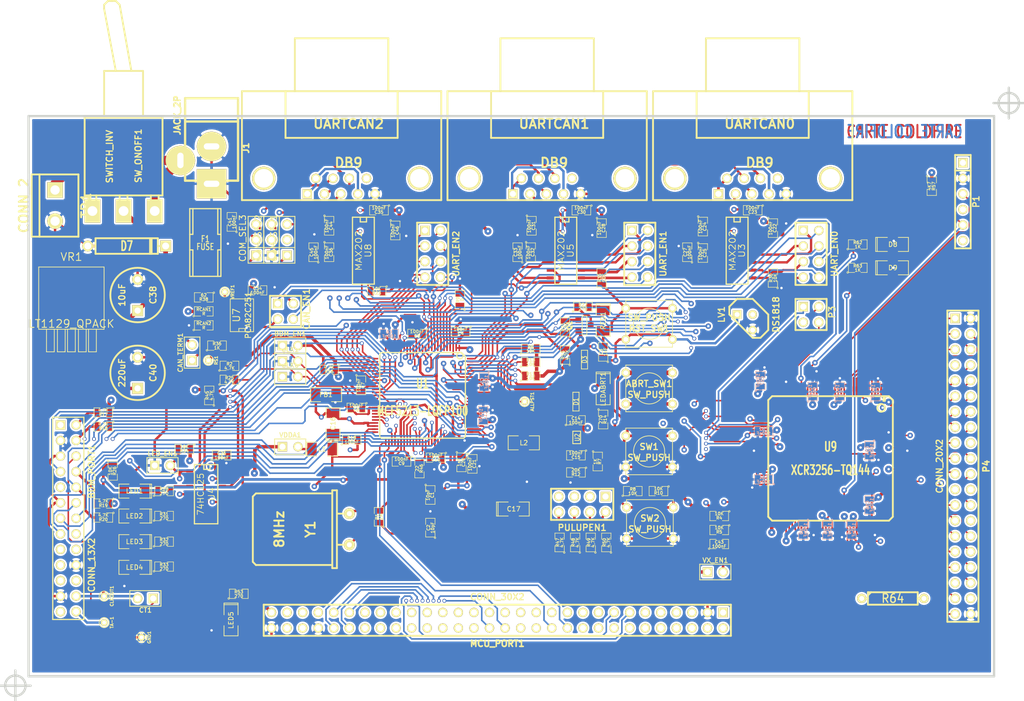
<source format=kicad_pcb>
(kicad_pcb (version 20170123) (host pcbnew "(2017-04-18 revision 01f5a12)-master")
  (title_block (title "Demo Kicad") (date 2015-10-09) (rev 2))
  (layers (0 Composant signal) (1 GND_layer power) (2 VDD_layer power) (31 Cuivre signal) (34 B.Paste user) (35 F.Paste user) (36 B.SilkS user) (37 F.SilkS user) (38 B.Mask user) (39 F.Mask user) (44 Edge.Cuts user))
  (net 0 "")
  (net 1 /ALLPST)
  (net 2 /AN2)
  (net 3 /AN3)
  (net 4 /AN4)
  (net 5 /AN6)
  (net 6 /BKPT-)
  (net 7 /CLKIN/EXTAL)
  (net 8 /CLKMOD0)
  (net 9 /CLKMOD1)
  (net 10 /DDAT0)
  (net 11 /DDAT1)
  (net 12 /DDAT2)
  (net 13 /DDAT3)
  (net 14 /DSCLK)
  (net 15 /DSI)
  (net 16 /DSO)
  (net 17 /DTIN1)
  (net 18 /GPT1)
  (net 19 /GPT3)
  (net 20 /IRQ-5)
  (net 21 /IRQ-6)
  (net 22 /IRQ-7)
  (net 23 /JTAG_EN)
  (net 24 /PST0)
  (net 25 /PST1)
  (net 26 /PST2)
  (net 27 /PST3)
  (net 28 /QSPI_CS3)
  (net 29 /TCLK)
  (net 30 /VDDPLL)
  (net 31 /inout_user/CANRX)
  (net 32 /inout_user/CAN_H)
  (net 33 /inout_user/CAN_L)
  (net 34 /inout_user/CTS0)
  (net 35 /inout_user/CTS1)
  (net 36 /inout_user/CTS2/CANH)
  (net 37 /inout_user/PWM5)
  (net 38 /inout_user/PWM7)
  (net 39 /inout_user/RTS0)
  (net 40 /inout_user/RTS1)
  (net 41 /inout_user/RTS2)
  (net 42 /inout_user/RXD0)
  (net 43 /inout_user/RXD1)
  (net 44 /inout_user/RXD2)
  (net 45 /inout_user/RxD_CAN)
  (net 46 /inout_user/TXD0)
  (net 47 /inout_user/TXD1)
  (net 48 /inout_user/TXD2/CANL)
  (net 49 /inout_user/TxD_CAN)
  (net 50 /inout_user/UCTS2)
  (net 51 /inout_user/URTS0)
  (net 52 /inout_user/URTS2)
  (net 53 /inout_user/URXD1)
  (net 54 /inout_user/URXD2)
  (net 55 /inout_user/UTXD0)
  (net 56 /xilinx/+3,3V_OUT)
  (net 57 /xilinx/GLCK2)
  (net 58 /xilinx/LED_TEST1)
  (net 59 /xilinx/LED_TEST2)
  (net 60 /xilinx/QSPI_CS2)
  (net 61 /xilinx/TCK)
  (net 62 /xilinx/TDI)
  (net 63 /xilinx/TDO)
  (net 64 /xilinx/TMS)
  (net 65 /xilinx/XIL_D0)
  (net 66 /xilinx/XIL_D1)
  (net 67 /xilinx/XIL_D10)
  (net 68 /xilinx/XIL_D11)
  (net 69 /xilinx/XIL_D12)
  (net 70 /xilinx/XIL_D13)
  (net 71 /xilinx/XIL_D14)
  (net 72 /xilinx/XIL_D15)
  (net 73 /xilinx/XIL_D16)
  (net 74 /xilinx/XIL_D17)
  (net 75 /xilinx/XIL_D18)
  (net 76 /xilinx/XIL_D19)
  (net 77 /xilinx/XIL_D2)
  (net 78 /xilinx/XIL_D20)
  (net 79 /xilinx/XIL_D21)
  (net 80 /xilinx/XIL_D22)
  (net 81 /xilinx/XIL_D23)
  (net 82 /xilinx/XIL_D24)
  (net 83 /xilinx/XIL_D25)
  (net 84 /xilinx/XIL_D26)
  (net 85 /xilinx/XIL_D27)
  (net 86 /xilinx/XIL_D28)
  (net 87 /xilinx/XIL_D29)
  (net 88 /xilinx/XIL_D3)
  (net 89 /xilinx/XIL_D30)
  (net 90 /xilinx/XIL_D31)
  (net 91 /xilinx/XIL_D32)
  (net 92 /xilinx/XIL_D33)
  (net 93 /xilinx/XIL_D34)
  (net 94 /xilinx/XIL_D35)
  (net 95 /xilinx/XIL_D36)
  (net 96 /xilinx/XIL_D4)
  (net 97 /xilinx/XIL_D5)
  (net 98 /xilinx/XIL_D6)
  (net 99 /xilinx/XIL_D7)
  (net 100 /xilinx/XIL_D8)
  (net 101 /xilinx/XIL_D9)
  (net 102 GND)
  (net 103 "Net-(ABRT_SW1-Pad1)")
  (net 104 "Net-(BDM_PORT1-Pad6)")
  (net 105 /inout_user/RSTI-)
  (net 106 "Net-(BDM_PORT1-Pad26)")
  (net 107 "Net-(C3-Pad1)")
  (net 108 "Net-(C15-Pad1)")
  (net 109 /inout_user/VCCA)
  (net 110 GNDA)
  (net 111 "Net-(C23-Pad2)")
  (net 112 "Net-(C24-Pad1)")
  (net 113 "Net-(C24-Pad2)")
  (net 114 "Net-(C25-Pad1)")
  (net 115 "Net-(C25-Pad2)")
  (net 116 "Net-(C27-Pad1)")
  (net 117 "Net-(C30-Pad2)")
  (net 118 "Net-(C31-Pad1)")
  (net 119 "Net-(C31-Pad2)")
  (net 120 "Net-(C32-Pad1)")
  (net 121 "Net-(C32-Pad2)")
  (net 122 "Net-(C33-Pad1)")
  (net 123 "Net-(C35-Pad2)")
  (net 124 "Net-(C36-Pad1)")
  (net 125 "Net-(C36-Pad2)")
  (net 126 "Net-(C38-Pad1)")
  (net 127 "Net-(C43-Pad2)")
  (net 128 "Net-(C44-Pad1)")
  (net 129 "Net-(C44-Pad2)")
  (net 130 "Net-(C45-Pad1)")
  (net 131 /inout_user/CANTX)
  (net 132 "Net-(CAN_TERM1-Pad2)")
  (net 133 "Net-(COM_SEL1-Pad3)")
  (net 134 "Net-(COM_SEL2-Pad3)")
  (net 135 "Net-(COM_SEL3-Pad3)")
  (net 136 "Net-(D1-Pad2)")
  (net 137 "Net-(D8-Pad1)")
  (net 138 "Net-(D9-Pad1)")
  (net 139 "Net-(F1-Pad1)")
  (net 140 "Net-(J1-Pad3)")
  (net 141 "Net-(L1-Pad1)")
  (net 142 "Net-(LED1-Pad1)")
  (net 143 "Net-(LED2-Pad1)")
  (net 144 "Net-(LED3-Pad1)")
  (net 145 "Net-(LED4-Pad1)")
  (net 146 "Net-(LED5-Pad1)")
  (net 147 "Net-(LEDABRT1-Pad2)")
  (net 148 "Net-(LED_EN1-Pad2)")
  (net 149 /xilinx/IRQ-1)
  (net 150 /inout_user/UCTS1)
  (net 151 /inout_user/RTS0-)
  (net 152 /inout_user/PWM1)
  (net 153 /inout_user/PWM3)
  (net 154 /xilinx/IRQ-2)
  (net 155 /inout_user/QSPI_DOUT)
  (net 156 /AN0)
  (net 157 /inout_user/QSPI_DIN)
  (net 158 /AN1)
  (net 159 /inout_user/QSPI_SCLK)
  (net 160 /QSPI_CS0)
  (net 161 /xilinx/QSPI_CS1)
  (net 162 /AN5)
  (net 163 /xilinx/IRQ-3)
  (net 164 /AN7)
  (net 165 /IRQ-4)
  (net 166 /DTIN0)
  (net 167 /DTIN2)
  (net 168 /inout_user/UTXD1)
  (net 169 /inout_user/URTS1)
  (net 170 /DTIN3)
  (net 171 /inout_user/URXD0)
  (net 172 /inout_user/UCTS0)
  (net 173 /inout_user/UTXD2)
  (net 174 /GPT0)
  (net 175 /GPT2)
  (net 176 /inout_user/RCON-)
  (net 177 "Net-(P3-Pad2)")
  (net 178 "Net-(P3-Pad4)")
  (net 179 "Net-(PULUPEN1-Pad2)")
  (net 180 "Net-(PULUPEN1-Pad4)")
  (net 181 "Net-(PULUPEN1-Pad6)")
  (net 182 "Net-(PULUPEN1-Pad8)")
  (net 183 "Net-(Q1-Pad2)")
  (net 184 "Net-(Q1-Pad3)")
  (net 185 "Net-(R9-Pad1)")
  (net 186 "Net-(R22-Pad2)")
  (net 187 "Net-(R23-Pad2)")
  (net 188 "Net-(R28-Pad2)")
  (net 189 "Net-(R30-Pad2)")
  (net 190 "Net-(R31-Pad2)")
  (net 191 "Net-(R32-Pad2)")
  (net 192 "Net-(R33-Pad2)")
  (net 193 "Net-(R35-Pad2)")
  (net 194 "Net-(R36-Pad1)")
  (net 195 "Net-(R46-Pad1)")
  (net 196 "Net-(U3-Pad9)")
  (net 197 "Net-(U3-Pad11)")
  (net 198 "Net-(U3-Pad12)")
  (net 199 "Net-(U5-Pad9)")
  (net 200 "Net-(U5-Pad11)")
  (net 201 "Net-(U5-Pad12)")
  (net 202 "Net-(U7-Pad5)")
  (net 203 "Net-(U8-Pad9)")
  (net 204 "Net-(U8-Pad10)")
  (net 205 "Net-(U8-Pad12)")
  (net 206 "Net-(UARTCAN0-Pad1)")
  (net 207 "Net-(UARTCAN1-Pad1)")
  (net 208 "Net-(UARTCAN2-Pad1)")
  (net 209 +3.3V)
  (net 210 "Net-(BDM_PORT1-Pad1)")
  (net 211 "Net-(BDM_PORT1-Pad21)")
  (net 212 "Net-(BDM_PORT1-Pad22)")
  (net 213 "Net-(SW_ONOFF1-Pad1)")
  (net 214 "Net-(U9-Pad9)")
  (net 215 "Net-(U9-Pad14)")
  (net 216 "Net-(U9-Pad15)")
  (net 217 "Net-(U9-Pad16)")
  (net 218 "Net-(U9-Pad18)")
  (net 219 "Net-(U9-Pad19)")
  (net 220 "Net-(U9-Pad21)")
  (net 221 "Net-(U9-Pad22)")
  (net 222 "Net-(U9-Pad23)")
  (net 223 "Net-(U9-Pad25)")
  (net 224 "Net-(U9-Pad26)")
  (net 225 "Net-(U9-Pad29)")
  (net 226 "Net-(U9-Pad30)")
  (net 227 "Net-(U9-Pad34)")
  (net 228 "Net-(U9-Pad35)")
  (net 229 "Net-(U9-Pad36)")
  (net 230 "Net-(U9-Pad66)")
  (net 231 "Net-(U9-Pad67)")
  (net 232 "Net-(U9-Pad68)")
  (net 233 "Net-(U9-Pad69)")
  (net 234 "Net-(U9-Pad70)")
  (net 235 "Net-(U9-Pad71)")
  (net 236 "Net-(U9-Pad72)")
  (net 237 "Net-(U9-Pad120)")
  (net 238 "Net-(U9-Pad121)")
  (net 239 "Net-(U9-Pad133)")
  (net 240 "Net-(U9-Pad141)")
  (net 241 "Net-(U9-Pad37)")
  (net 242 "Net-(U9-Pad38)")
  (net 243 "Net-(U9-Pad39)")
  (net 244 "Net-(U9-Pad40)")
  (net 245 "Net-(U9-Pad41)")
  (net 246 "Net-(U9-Pad55)")
  (net 247 "Net-(U9-Pad56)")
  (net 248 "Net-(U9-Pad60)")
  (net 249 "Net-(U9-Pad61)")
  (net 250 "Net-(U9-Pad62)")
  (net 251 "Net-(U9-Pad63)")
  (net 252 "Net-(U9-Pad65)")
  (net 253 "Net-(U9-Pad78)")
  (net 254 "Net-(U9-Pad79)")
  (net 255 "Net-(U9-Pad80)")
  (net 256 "Net-(U9-Pad81)")
  (net 257 "Net-(U9-Pad82)")
  (net 258 "Net-(U9-Pad83)")
  (net 259 "Net-(U9-Pad84)")
  (net 260 "Net-(U9-Pad86)")
  (net 261 "Net-(U9-Pad87)")
  (net 262 "Net-(U9-Pad88)")
  (net 263 "Net-(U9-Pad90)")
  (net 264 "Net-(U9-Pad91)")
  (net 265 "Net-(U9-Pad92)")
  (net 266 "Net-(U9-Pad93)")
  (net 267 "Net-(U9-Pad94)")
  (net 268 "Net-(U9-Pad102)")
  (net 269 "Net-(U9-Pad103)")
  (net 270 "Net-(U9-Pad106)")
  (net 271 "Net-(U9-Pad74)")
  (net 272 "Net-(U9-Pad75)")
  (net 273 "Net-(U9-Pad77)")
  (net 274 "Net-(U9-Pad110)")
  (net 275 "Net-(UARTCAN0-Pad9)")
  (net 276 "Net-(UARTCAN1-Pad9)")
  (net 277 "Net-(UARTCAN2-Pad9)")
  (net 278 "Net-(VR1-Pad4)")
  (module connect:PINTST (layer Composant) (at 152.019 102.489 270)
    (fp_text reference ALLPST1 (at 0 -1.26746 270) (layer F.SilkS) (effects (font (size 0.508 0.508) (thickness 0.127))))
    (fp_text value CONN_1 hide)
    (pad 1 thru_hole circle (at 0 0 270) (size 1.143 1.143) (drill 0.635) (layers *.Cu *.Mask F.SilkS) (net 1 /ALLPST))
  )
  (module pin_array:PIN_ARRAY_2X1 (layer Composant) (at 113.792 93.345)
    (fp_text reference BDM_EN1 (at 0 -1.905) (layer F.SilkS) (effects (font (size 0.762 0.762) (thickness 0.1524))))
    (fp_text value JUMPER hide)
    (pad 1 thru_hole rect (at -1.27 0) (size 1.524 1.524) (drill 1.016) (layers *.Cu *.Mask F.SilkS) (net 102 GND))
    (pad 2 thru_hole circle (at 1.27 0) (size 1.524 1.524) (drill 1.016) (layers *.Cu *.Mask F.SilkS) (net 23 /JTAG_EN))
  )
  (module pin_array:pin_array_13x2 (layer Composant) (at 77.597 121.539 270)
    (fp_text reference BDM_PORT1 (at -7.62 -3.81 270) (layer F.SilkS) (effects (font (size 1.016 1.016) (thickness 0.2032))))
    (fp_text value CONN_13X2 (at 7.62 -3.81 270) (layer F.SilkS) (effects (font (size 1.016 1.016) (thickness 0.2032))))
    (pad 1 thru_hole rect (at -15.24 1.27 270) (size 1.524 1.524) (drill 1.016) (layers *.Cu *.Mask F.SilkS) (net 210 "Net-(BDM_PORT1-Pad1)"))
    (pad 2 thru_hole circle (at -15.24 -1.27 270) (size 1.524 1.524) (drill 1.016) (layers *.Cu *.Mask F.SilkS) (net 6 /BKPT-))
    (pad 3 thru_hole circle (at -12.7 1.27 270) (size 1.524 1.524) (drill 1.016) (layers *.Cu *.Mask F.SilkS) (net 102 GND))
    (pad 4 thru_hole circle (at -12.7 -1.27 270) (size 1.524 1.524) (drill 1.016) (layers *.Cu *.Mask F.SilkS) (net 14 /DSCLK))
    (pad 5 thru_hole circle (at -10.16 1.27 270) (size 1.524 1.524) (drill 1.016) (layers *.Cu *.Mask F.SilkS) (net 102 GND))
    (pad 6 thru_hole circle (at -10.16 -1.27 270) (size 1.524 1.524) (drill 1.016) (layers *.Cu *.Mask F.SilkS) (net 104 "Net-(BDM_PORT1-Pad6)"))
    (pad 7 thru_hole circle (at -7.62 1.27 270) (size 1.524 1.524) (drill 1.016) (layers *.Cu *.Mask F.SilkS) (net 105 /inout_user/RSTI-))
    (pad 8 thru_hole circle (at -7.62 -1.27 270) (size 1.524 1.524) (drill 1.016) (layers *.Cu *.Mask F.SilkS) (net 15 /DSI))
    (pad 9 thru_hole circle (at -5.08 1.27 270) (size 1.524 1.524) (drill 1.016) (layers *.Cu *.Mask F.SilkS) (net 209 +3.3V))
    (pad 10 thru_hole circle (at -5.08 -1.27 270) (size 1.524 1.524) (drill 1.016) (layers *.Cu *.Mask F.SilkS) (net 16 /DSO))
    (pad 11 thru_hole circle (at -2.54 1.27 270) (size 1.524 1.524) (drill 1.016) (layers *.Cu *.Mask F.SilkS) (net 102 GND))
    (pad 12 thru_hole circle (at -2.54 -1.27 270) (size 1.524 1.524) (drill 1.016) (layers *.Cu *.Mask F.SilkS) (net 27 /PST3))
    (pad 13 thru_hole circle (at 0 1.27 270) (size 1.524 1.524) (drill 1.016) (layers *.Cu *.Mask F.SilkS) (net 26 /PST2))
    (pad 14 thru_hole circle (at 0 -1.27 270) (size 1.524 1.524) (drill 1.016) (layers *.Cu *.Mask F.SilkS) (net 25 /PST1))
    (pad 15 thru_hole circle (at 2.54 1.27 270) (size 1.524 1.524) (drill 1.016) (layers *.Cu *.Mask F.SilkS) (net 24 /PST0))
    (pad 16 thru_hole circle (at 2.54 -1.27 270) (size 1.524 1.524) (drill 1.016) (layers *.Cu *.Mask F.SilkS) (net 13 /DDAT3))
    (pad 17 thru_hole circle (at 5.08 1.27 270) (size 1.524 1.524) (drill 1.016) (layers *.Cu *.Mask F.SilkS) (net 12 /DDAT2))
    (pad 18 thru_hole circle (at 5.08 -1.27 270) (size 1.524 1.524) (drill 1.016) (layers *.Cu *.Mask F.SilkS) (net 11 /DDAT1))
    (pad 19 thru_hole circle (at 7.62 1.27 270) (size 1.524 1.524) (drill 1.016) (layers *.Cu *.Mask F.SilkS) (net 10 /DDAT0))
    (pad 20 thru_hole circle (at 7.62 -1.27 270) (size 1.524 1.524) (drill 1.016) (layers *.Cu *.Mask F.SilkS) (net 102 GND))
    (pad 21 thru_hole circle (at 10.16 1.27 270) (size 1.524 1.524) (drill 1.016) (layers *.Cu *.Mask F.SilkS) (net 211 "Net-(BDM_PORT1-Pad21)"))
    (pad 22 thru_hole circle (at 10.16 -1.27 270) (size 1.524 1.524) (drill 1.016) (layers *.Cu *.Mask F.SilkS) (net 212 "Net-(BDM_PORT1-Pad22)"))
    (pad 23 thru_hole circle (at 12.7 1.27 270) (size 1.524 1.524) (drill 1.016) (layers *.Cu *.Mask F.SilkS) (net 102 GND))
    (pad 24 thru_hole circle (at 12.7 -1.27 270) (size 1.524 1.524) (drill 1.016) (layers *.Cu *.Mask F.SilkS) (net 29 /TCLK))
    (pad 25 thru_hole circle (at 15.24 1.27 270) (size 1.524 1.524) (drill 1.016) (layers *.Cu *.Mask F.SilkS) (net 209 +3.3V))
    (pad 26 thru_hole circle (at 15.24 -1.27 270) (size 1.524 1.524) (drill 1.016) (layers *.Cu *.Mask F.SilkS) (net 106 "Net-(BDM_PORT1-Pad26)"))
  )
  (module lib_smd:SM0805 (layer Composant) (at 136.652 117.729 270)
    (fp_text reference C1 (at 0 -0.3175 270) (layer F.SilkS) (effects (font (size 0.50038 0.50038) (thickness 0.10922))))
    (fp_text value 10pF (at 0 0.381 270) (layer F.SilkS) (effects (font (size 0.50038 0.50038) (thickness 0.10922))))
    (pad 1 smd rect (at -0.9525 0 270) (size 0.889 1.397) (layers Composant F.Paste F.Mask) (net 7 /CLKIN/EXTAL))
    (pad 2 smd rect (at 0.9525 0 270) (size 0.889 1.397) (layers Composant F.Paste F.Mask) (net 102 GND))
  )
  (module lib_smd:SM0805 (layer Composant) (at 136.652 123.063 90)
    (fp_text reference C2 (at 0 -0.3175 90) (layer F.SilkS) (effects (font (size 0.50038 0.50038) (thickness 0.10922))))
    (fp_text value 10pF (at 0 0.381 90) (layer F.SilkS) (effects (font (size 0.50038 0.50038) (thickness 0.10922))))
    (pad 1 smd rect (at -0.9525 0 90) (size 0.889 1.397) (layers Composant F.Paste F.Mask) (net 57 /xilinx/GLCK2))
    (pad 2 smd rect (at 0.9525 0 90) (size 0.889 1.397) (layers Composant F.Paste F.Mask) (net 102 GND))
  )
  (module lib_smd:SM0805 (layer Composant) (at 164.846 94.361 90)
    (fp_text reference C3 (at 0 -0.3175 90) (layer F.SilkS) (effects (font (size 0.50038 0.50038) (thickness 0.10922))))
    (fp_text value 1nF (at 0 0.381 90) (layer F.SilkS) (effects (font (size 0.50038 0.50038) (thickness 0.10922))))
    (pad 1 smd rect (at -0.9525 0 90) (size 0.889 1.397) (layers Composant F.Paste F.Mask) (net 107 "Net-(C3-Pad1)"))
    (pad 2 smd rect (at 0.9525 0 90) (size 0.889 1.397) (layers Composant F.Paste F.Mask) (net 102 GND))
  )
  (module lib_smd:SM0805 (layer Composant) (at 141.605 91.059 180)
    (fp_text reference C4 (at 0 -0.3175 180) (layer F.SilkS) (effects (font (size 0.50038 0.50038) (thickness 0.10922))))
    (fp_text value 100nF (at 0 0.381 180) (layer F.SilkS) (effects (font (size 0.50038 0.50038) (thickness 0.10922))))
    (pad 1 smd rect (at -0.9525 0 180) (size 0.889 1.397) (layers Composant F.Paste F.Mask) (net 209 +3.3V))
    (pad 2 smd rect (at 0.9525 0 180) (size 0.889 1.397) (layers Composant F.Paste F.Mask) (net 102 GND))
  )
  (module lib_smd:SM0805 (layer Composant) (at 134.493 91.44 180)
    (fp_text reference C5 (at 0 -0.3175 180) (layer F.SilkS) (effects (font (size 0.50038 0.50038) (thickness 0.10922))))
    (fp_text value 100nF (at 0 0.381 180) (layer F.SilkS) (effects (font (size 0.50038 0.50038) (thickness 0.10922))))
    (pad 1 smd rect (at -0.9525 0 180) (size 0.889 1.397) (layers Composant F.Paste F.Mask) (net 209 +3.3V))
    (pad 2 smd rect (at 0.9525 0 180) (size 0.889 1.397) (layers Composant F.Paste F.Mask) (net 102 GND))
  )
  (module lib_smd:SM0805 (layer Cuivre) (at 129.921 91.44 180)
    (fp_text reference C6 (at 0 0.3175 180) (layer B.SilkS) (effects (font (size 0.50038 0.50038) (thickness 0.10922)) (justify mirror)))
    (fp_text value 100nF (at 0 -0.381 180) (layer B.SilkS) (effects (font (size 0.50038 0.50038) (thickness 0.10922)) (justify mirror)))
    (pad 1 smd rect (at -0.9525 0 180) (size 0.889 1.397) (layers Cuivre B.Paste B.Mask) (net 209 +3.3V))
    (pad 2 smd rect (at 0.9525 0 180) (size 0.889 1.397) (layers Cuivre B.Paste B.Mask) (net 102 GND))
  )
  (module lib_smd:SM0805 (layer Composant) (at 125.349 99.822 270)
    (fp_text reference C7 (at 0 -0.3175 270) (layer F.SilkS) (effects (font (size 0.50038 0.50038) (thickness 0.10922))))
    (fp_text value 100nF (at 0 0.381 270) (layer F.SilkS) (effects (font (size 0.50038 0.50038) (thickness 0.10922))))
    (pad 1 smd rect (at -0.9525 0 270) (size 0.889 1.397) (layers Composant F.Paste F.Mask) (net 209 +3.3V))
    (pad 2 smd rect (at 0.9525 0 270) (size 0.889 1.397) (layers Composant F.Paste F.Mask) (net 102 GND))
  )
  (module lib_smd:SM0805 (layer Composant) (at 124.587 103.505 180)
    (fp_text reference C8 (at 0 -0.3175 180) (layer F.SilkS) (effects (font (size 0.50038 0.50038) (thickness 0.10922))))
    (fp_text value 100nF (at 0 0.381 180) (layer F.SilkS) (effects (font (size 0.50038 0.50038) (thickness 0.10922))))
    (pad 1 smd rect (at -0.9525 0 180) (size 0.889 1.397) (layers Composant F.Paste F.Mask) (net 209 +3.3V))
    (pad 2 smd rect (at 0.9525 0 180) (size 0.889 1.397) (layers Composant F.Paste F.Mask) (net 102 GND))
  )
  (module lib_smd:SM0805 (layer Composant) (at 131.953 112.268 180)
    (fp_text reference C9 (at 0 -0.3175 180) (layer F.SilkS) (effects (font (size 0.50038 0.50038) (thickness 0.10922))))
    (fp_text value 100nF (at 0 0.381 180) (layer F.SilkS) (effects (font (size 0.50038 0.50038) (thickness 0.10922))))
    (pad 1 smd rect (at -0.9525 0 180) (size 0.889 1.397) (layers Composant F.Paste F.Mask) (net 209 +3.3V))
    (pad 2 smd rect (at 0.9525 0 180) (size 0.889 1.397) (layers Composant F.Paste F.Mask) (net 102 GND))
  )
  (module lib_smd:SM0805 (layer Composant) (at 137.541 111.633 180)
    (fp_text reference C10 (at 0 -0.3175 180) (layer F.SilkS) (effects (font (size 0.50038 0.50038) (thickness 0.10922))))
    (fp_text value 100nF (at 0 0.381 180) (layer F.SilkS) (effects (font (size 0.50038 0.50038) (thickness 0.10922))))
    (pad 1 smd rect (at -0.9525 0 180) (size 0.889 1.397) (layers Composant F.Paste F.Mask) (net 209 +3.3V))
    (pad 2 smd rect (at 0.9525 0 180) (size 0.889 1.397) (layers Composant F.Paste F.Mask) (net 102 GND))
  )
  (module lib_smd:SM0805 (layer Cuivre) (at 145.288 104.775 90)
    (fp_text reference C11 (at 0 0.3175 90) (layer B.SilkS) (effects (font (size 0.50038 0.50038) (thickness 0.10922)) (justify mirror)))
    (fp_text value 100nF (at 0 -0.381 90) (layer B.SilkS) (effects (font (size 0.50038 0.50038) (thickness 0.10922)) (justify mirror)))
    (pad 1 smd rect (at -0.9525 0 90) (size 0.889 1.397) (layers Cuivre B.Paste B.Mask) (net 209 +3.3V))
    (pad 2 smd rect (at 0.9525 0 90) (size 0.889 1.397) (layers Cuivre B.Paste B.Mask) (net 102 GND))
  )
  (module lib_smd:SM0805 (layer Cuivre) (at 145.415 99.314 270)
    (fp_text reference C12 (at 0 0.3175 270) (layer B.SilkS) (effects (font (size 0.50038 0.50038) (thickness 0.10922)) (justify mirror)))
    (fp_text value 100nF (at 0 -0.381 270) (layer B.SilkS) (effects (font (size 0.50038 0.50038) (thickness 0.10922)) (justify mirror)))
    (pad 1 smd rect (at -0.9525 0 270) (size 0.889 1.397) (layers Cuivre B.Paste B.Mask) (net 209 +3.3V))
    (pad 2 smd rect (at 0.9525 0 270) (size 0.889 1.397) (layers Cuivre B.Paste B.Mask) (net 102 GND))
  )
  (module lib_smd:SM0805 (layer Composant) (at 160.401 105.537)
    (fp_text reference C14 (at 0 -0.3175) (layer F.SilkS) (effects (font (size 0.50038 0.50038) (thickness 0.10922))))
    (fp_text value 100nF (at 0 0.381) (layer F.SilkS) (effects (font (size 0.50038 0.50038) (thickness 0.10922))))
    (pad 1 smd rect (at -0.9525 0) (size 0.889 1.397) (layers Composant F.Paste F.Mask) (net 102 GND))
    (pad 2 smd rect (at 0.9525 0) (size 0.889 1.397) (layers Composant F.Paste F.Mask) (net 209 +3.3V))
  )
  (module lib_smd:SM0805 (layer Composant) (at 160.401 111.252 180)
    (fp_text reference C15 (at 0 -0.3175 180) (layer F.SilkS) (effects (font (size 0.50038 0.50038) (thickness 0.10922))))
    (fp_text value 100nF (at 0 0.381 180) (layer F.SilkS) (effects (font (size 0.50038 0.50038) (thickness 0.10922))))
    (pad 1 smd rect (at -0.9525 0 180) (size 0.889 1.397) (layers Composant F.Paste F.Mask) (net 108 "Net-(C15-Pad1)"))
    (pad 2 smd rect (at 0.9525 0 180) (size 0.889 1.397) (layers Composant F.Paste F.Mask) (net 102 GND))
  )
  (module lib_smd:SM1206POL (layer Composant) (at 120.777 106.045 90)
    (fp_text reference C16 (at 0 0 90) (layer F.SilkS) (effects (font (size 0.762 0.762) (thickness 0.127))))
    (fp_text value 10uF hide)
    (pad 1 smd rect (at -1.651 0 90) (size 1.524 2.032) (layers Composant F.Paste F.Mask) (net 109 /inout_user/VCCA))
    (pad 2 smd rect (at 1.651 0 90) (size 1.524 2.032) (layers Composant F.Paste F.Mask) (net 110 GNDA))
  )
  (module lib_smd:SM1206POL (layer Composant) (at 150.241 120.015)
    (fp_text reference C17 (at 0 0) (layer F.SilkS) (effects (font (size 0.762 0.762) (thickness 0.127))))
    (fp_text value 100uF hide)
    (pad 1 smd rect (at -1.651 0) (size 1.524 2.032) (layers Composant F.Paste F.Mask) (net 209 +3.3V))
    (pad 2 smd rect (at 1.651 0) (size 1.524 2.032) (layers Composant F.Paste F.Mask) (net 102 GND))
  )
  (module lib_smd:SM0805 (layer Composant) (at 123.825 108.712)
    (fp_text reference C18 (at 0 -0.3175) (layer F.SilkS) (effects (font (size 0.50038 0.50038) (thickness 0.10922))))
    (fp_text value 100nF (at 0 0.381) (layer F.SilkS) (effects (font (size 0.50038 0.50038) (thickness 0.10922))))
    (pad 1 smd rect (at -0.9525 0) (size 0.889 1.397) (layers Composant F.Paste F.Mask) (net 109 /inout_user/VCCA))
    (pad 2 smd rect (at 0.9525 0) (size 0.889 1.397) (layers Composant F.Paste F.Mask) (net 110 GNDA))
  )
  (module lib_smd:SM0805 (layer Composant) (at 141.732 112.395 270)
    (fp_text reference C20 (at 0 -0.3175 270) (layer F.SilkS) (effects (font (size 0.50038 0.50038) (thickness 0.10922))))
    (fp_text value 1nF (at 0 0.381 270) (layer F.SilkS) (effects (font (size 0.50038 0.50038) (thickness 0.10922))))
    (pad 1 smd rect (at -0.9525 0 270) (size 0.889 1.397) (layers Composant F.Paste F.Mask) (net 30 /VDDPLL))
    (pad 2 smd rect (at 0.9525 0 270) (size 0.889 1.397) (layers Composant F.Paste F.Mask) (net 102 GND))
  )
  (module lib_smd:SM0805 (layer Composant) (at 143.51 112.649 270)
    (fp_text reference C21 (at 0 -0.3175 270) (layer F.SilkS) (effects (font (size 0.50038 0.50038) (thickness 0.10922))))
    (fp_text value 100nF (at 0 0.381 270) (layer F.SilkS) (effects (font (size 0.50038 0.50038) (thickness 0.10922))))
    (pad 1 smd rect (at -0.9525 0 270) (size 0.889 1.397) (layers Composant F.Paste F.Mask) (net 30 /VDDPLL))
    (pad 2 smd rect (at 0.9525 0 270) (size 0.889 1.397) (layers Composant F.Paste F.Mask) (net 102 GND))
  )
  (module lib_smd:SM0805 (layer Composant) (at 192.532 74.168 270)
    (fp_text reference C22 (at 0 -0.3175 270) (layer F.SilkS) (effects (font (size 0.50038 0.50038) (thickness 0.10922))))
    (fp_text value 100nF (at 0 0.381 270) (layer F.SilkS) (effects (font (size 0.50038 0.50038) (thickness 0.10922))))
    (pad 1 smd rect (at -0.9525 0 270) (size 0.889 1.397) (layers Composant F.Paste F.Mask) (net 209 +3.3V))
    (pad 2 smd rect (at 0.9525 0 270) (size 0.889 1.397) (layers Composant F.Paste F.Mask) (net 102 GND))
  )
  (module lib_smd:SM0805 (layer Composant) (at 189.23 71.247 180)
    (fp_text reference C23 (at 0 -0.3175 180) (layer F.SilkS) (effects (font (size 0.50038 0.50038) (thickness 0.10922))))
    (fp_text value 100nF (at 0 0.381 180) (layer F.SilkS) (effects (font (size 0.50038 0.50038) (thickness 0.10922))))
    (pad 1 smd rect (at -0.9525 0 180) (size 0.889 1.397) (layers Composant F.Paste F.Mask) (net 209 +3.3V))
    (pad 2 smd rect (at 0.9525 0 180) (size 0.889 1.397) (layers Composant F.Paste F.Mask) (net 111 "Net-(C23-Pad2)"))
  )
  (module lib_smd:SM0805 (layer Composant) (at 181.102 73.914 270)
    (fp_text reference C24 (at 0 -0.3175 270) (layer F.SilkS) (effects (font (size 0.50038 0.50038) (thickness 0.10922))))
    (fp_text value 100nF (at 0 0.381 270) (layer F.SilkS) (effects (font (size 0.50038 0.50038) (thickness 0.10922))))
    (pad 1 smd rect (at -0.9525 0 270) (size 0.889 1.397) (layers Composant F.Paste F.Mask) (net 112 "Net-(C24-Pad1)"))
    (pad 2 smd rect (at 0.9525 0 270) (size 0.889 1.397) (layers Composant F.Paste F.Mask) (net 113 "Net-(C24-Pad2)"))
  )
  (module lib_smd:SM0805 (layer Composant) (at 181.102 78.232 270)
    (fp_text reference C25 (at 0 -0.3175 270) (layer F.SilkS) (effects (font (size 0.50038 0.50038) (thickness 0.10922))))
    (fp_text value 100nF (at 0 0.381 270) (layer F.SilkS) (effects (font (size 0.50038 0.50038) (thickness 0.10922))))
    (pad 1 smd rect (at -0.9525 0 270) (size 0.889 1.397) (layers Composant F.Paste F.Mask) (net 114 "Net-(C25-Pad1)"))
    (pad 2 smd rect (at 0.9525 0 270) (size 0.889 1.397) (layers Composant F.Paste F.Mask) (net 115 "Net-(C25-Pad2)"))
  )
  (module lib_smd:SM0805 (layer Composant) (at 102.616 111.252)
    (fp_text reference C26 (at 0 -0.3175) (layer F.SilkS) (effects (font (size 0.50038 0.50038) (thickness 0.10922))))
    (fp_text value 100nF (at 0 0.381) (layer F.SilkS) (effects (font (size 0.50038 0.50038) (thickness 0.10922))))
    (pad 1 smd rect (at -0.9525 0) (size 0.889 1.397) (layers Composant F.Paste F.Mask) (net 209 +3.3V))
    (pad 2 smd rect (at 0.9525 0) (size 0.889 1.397) (layers Composant F.Paste F.Mask) (net 102 GND))
  )
  (module lib_smd:SM0805 (layer Composant) (at 178.562 78.105 90)
    (fp_text reference C27 (at 0 -0.3175 90) (layer F.SilkS) (effects (font (size 0.50038 0.50038) (thickness 0.10922))))
    (fp_text value 100nF (at 0 0.381 90) (layer F.SilkS) (effects (font (size 0.50038 0.50038) (thickness 0.10922))))
    (pad 1 smd rect (at -0.9525 0 90) (size 0.889 1.397) (layers Composant F.Paste F.Mask) (net 116 "Net-(C27-Pad1)"))
    (pad 2 smd rect (at 0.9525 0 90) (size 0.889 1.397) (layers Composant F.Paste F.Mask) (net 102 GND))
  )
  (module lib_smd:SM0805 (layer Composant) (at 164.592 74.168 270)
    (fp_text reference C28 (at 0 -0.3175 270) (layer F.SilkS) (effects (font (size 0.50038 0.50038) (thickness 0.10922))))
    (fp_text value 100nF (at 0 0.381 270) (layer F.SilkS) (effects (font (size 0.50038 0.50038) (thickness 0.10922))))
    (pad 1 smd rect (at -0.9525 0 270) (size 0.889 1.397) (layers Composant F.Paste F.Mask) (net 209 +3.3V))
    (pad 2 smd rect (at 0.9525 0 270) (size 0.889 1.397) (layers Composant F.Paste F.Mask) (net 102 GND))
  )
  (module lib_smd:SM0805 (layer Composant) (at 161.29 71.247 180)
    (fp_text reference C30 (at 0 -0.3175 180) (layer F.SilkS) (effects (font (size 0.50038 0.50038) (thickness 0.10922))))
    (fp_text value 100nF (at 0 0.381 180) (layer F.SilkS) (effects (font (size 0.50038 0.50038) (thickness 0.10922))))
    (pad 1 smd rect (at -0.9525 0 180) (size 0.889 1.397) (layers Composant F.Paste F.Mask) (net 209 +3.3V))
    (pad 2 smd rect (at 0.9525 0 180) (size 0.889 1.397) (layers Composant F.Paste F.Mask) (net 117 "Net-(C30-Pad2)"))
  )
  (module lib_smd:SM0805 (layer Composant) (at 153.162 73.787 270)
    (fp_text reference C31 (at 0 -0.3175 270) (layer F.SilkS) (effects (font (size 0.50038 0.50038) (thickness 0.10922))))
    (fp_text value 100nF (at 0 0.381 270) (layer F.SilkS) (effects (font (size 0.50038 0.50038) (thickness 0.10922))))
    (pad 1 smd rect (at -0.9525 0 270) (size 0.889 1.397) (layers Composant F.Paste F.Mask) (net 118 "Net-(C31-Pad1)"))
    (pad 2 smd rect (at 0.9525 0 270) (size 0.889 1.397) (layers Composant F.Paste F.Mask) (net 119 "Net-(C31-Pad2)"))
  )
  (module lib_smd:SM0805 (layer Composant) (at 153.035 78.105 270)
    (fp_text reference C32 (at 0 -0.3175 270) (layer F.SilkS) (effects (font (size 0.50038 0.50038) (thickness 0.10922))))
    (fp_text value 100nF (at 0 0.381 270) (layer F.SilkS) (effects (font (size 0.50038 0.50038) (thickness 0.10922))))
    (pad 1 smd rect (at -0.9525 0 270) (size 0.889 1.397) (layers Composant F.Paste F.Mask) (net 120 "Net-(C32-Pad1)"))
    (pad 2 smd rect (at 0.9525 0 270) (size 0.889 1.397) (layers Composant F.Paste F.Mask) (net 121 "Net-(C32-Pad2)"))
  )
  (module lib_smd:SM0805 (layer Composant) (at 150.876 78.105 90)
    (fp_text reference C33 (at 0 -0.3175 90) (layer F.SilkS) (effects (font (size 0.50038 0.50038) (thickness 0.10922))))
    (fp_text value 100nF (at 0 0.381 90) (layer F.SilkS) (effects (font (size 0.50038 0.50038) (thickness 0.10922))))
    (pad 1 smd rect (at -0.9525 0 90) (size 0.889 1.397) (layers Composant F.Paste F.Mask) (net 122 "Net-(C33-Pad1)"))
    (pad 2 smd rect (at 0.9525 0 90) (size 0.889 1.397) (layers Composant F.Paste F.Mask) (net 102 GND))
  )
  (module lib_smd:SM0805 (layer Composant) (at 108.458 84.328)
    (fp_text reference C34 (at 0 -0.3175) (layer F.SilkS) (effects (font (size 0.50038 0.50038) (thickness 0.10922))))
    (fp_text value 100nF (at 0 0.381) (layer F.SilkS) (effects (font (size 0.50038 0.50038) (thickness 0.10922))))
    (pad 1 smd rect (at -0.9525 0) (size 0.889 1.397) (layers Composant F.Paste F.Mask) (net 209 +3.3V))
    (pad 2 smd rect (at 0.9525 0) (size 0.889 1.397) (layers Composant F.Paste F.Mask) (net 102 GND))
  )
  (module lib_smd:SM0805 (layer Composant) (at 128.27 71.247 180)
    (fp_text reference C35 (at 0 -0.3175 180) (layer F.SilkS) (effects (font (size 0.50038 0.50038) (thickness 0.10922))))
    (fp_text value 100nF (at 0 0.381 180) (layer F.SilkS) (effects (font (size 0.50038 0.50038) (thickness 0.10922))))
    (pad 1 smd rect (at -0.9525 0 180) (size 0.889 1.397) (layers Composant F.Paste F.Mask) (net 209 +3.3V))
    (pad 2 smd rect (at 0.9525 0 180) (size 0.889 1.397) (layers Composant F.Paste F.Mask) (net 123 "Net-(C35-Pad2)"))
  )
  (module lib_smd:SM0805 (layer Composant) (at 120.142 78.105 270)
    (fp_text reference C36 (at 0 -0.3175 270) (layer F.SilkS) (effects (font (size 0.50038 0.50038) (thickness 0.10922))))
    (fp_text value 100nF (at 0 0.381 270) (layer F.SilkS) (effects (font (size 0.50038 0.50038) (thickness 0.10922))))
    (pad 1 smd rect (at -0.9525 0 270) (size 0.889 1.397) (layers Composant F.Paste F.Mask) (net 124 "Net-(C36-Pad1)"))
    (pad 2 smd rect (at 0.9525 0 270) (size 0.889 1.397) (layers Composant F.Paste F.Mask) (net 125 "Net-(C36-Pad2)"))
  )
  (module discret:C2V8 (layer Composant) (at 88.9 85.09 90)
    (fp_text reference C38 (at 0 2.54 90) (layer F.SilkS) (effects (font (size 1.016 1.016) (thickness 0.2032))))
    (fp_text value 10uF (at 0 -2.54 90) (layer F.SilkS) (effects (font (size 1.016 1.016) (thickness 0.2032))))
    (pad 1 thru_hole rect (at -2.54 0 90) (size 1.778 1.778) (drill 1.016) (layers *.Cu *.Mask F.SilkS) (net 126 "Net-(C38-Pad1)"))
    (pad 2 thru_hole circle (at 2.54 0 90) (size 1.778 1.778) (drill 1.016) (layers *.Cu *.Mask F.SilkS) (net 102 GND))
  )
  (module discret:C2V8 (layer Composant) (at 88.9 97.79 90)
    (fp_text reference C40 (at 0 2.54 90) (layer F.SilkS) (effects (font (size 1.016 1.016) (thickness 0.2032))))
    (fp_text value 220uF (at 0 -2.54 90) (layer F.SilkS) (effects (font (size 1.016 1.016) (thickness 0.2032))))
    (pad 1 thru_hole rect (at -2.54 0 90) (size 1.778 1.778) (drill 1.016) (layers *.Cu *.Mask F.SilkS) (net 209 +3.3V))
    (pad 2 thru_hole circle (at 2.54 0 90) (size 1.778 1.778) (drill 1.016) (layers *.Cu *.Mask F.SilkS) (net 102 GND))
  )
  (module lib_smd:SM0805 (layer Composant) (at 104.267 73.152 90)
    (fp_text reference C41 (at 0 -0.3175 90) (layer F.SilkS) (effects (font (size 0.50038 0.50038) (thickness 0.10922))))
    (fp_text value 100nF (at 0 0.381 90) (layer F.SilkS) (effects (font (size 0.50038 0.50038) (thickness 0.10922))))
    (pad 1 smd rect (at -0.9525 0 90) (size 0.889 1.397) (layers Composant F.Paste F.Mask) (net 126 "Net-(C38-Pad1)"))
    (pad 2 smd rect (at 0.9525 0 90) (size 0.889 1.397) (layers Composant F.Paste F.Mask) (net 102 GND))
  )
  (module lib_smd:SM0805 (layer Composant) (at 183.769 125.73)
    (fp_text reference C43 (at 0 -0.3175) (layer F.SilkS) (effects (font (size 0.50038 0.50038) (thickness 0.10922))))
    (fp_text value 100nF (at 0 0.381) (layer F.SilkS) (effects (font (size 0.50038 0.50038) (thickness 0.10922))))
    (pad 1 smd rect (at -0.9525 0) (size 0.889 1.397) (layers Composant F.Paste F.Mask) (net 102 GND))
    (pad 2 smd rect (at 0.9525 0) (size 0.889 1.397) (layers Composant F.Paste F.Mask) (net 127 "Net-(C43-Pad2)"))
  )
  (module lib_smd:SM0805 (layer Composant) (at 120.142 73.787 270)
    (fp_text reference C44 (at 0 -0.3175 270) (layer F.SilkS) (effects (font (size 0.50038 0.50038) (thickness 0.10922))))
    (fp_text value 100nF (at 0 0.381 270) (layer F.SilkS) (effects (font (size 0.50038 0.50038) (thickness 0.10922))))
    (pad 1 smd rect (at -0.9525 0 270) (size 0.889 1.397) (layers Composant F.Paste F.Mask) (net 128 "Net-(C44-Pad1)"))
    (pad 2 smd rect (at 0.9525 0 270) (size 0.889 1.397) (layers Composant F.Paste F.Mask) (net 129 "Net-(C44-Pad2)"))
  )
  (module lib_smd:SM0805 (layer Composant) (at 117.602 78.105 90)
    (fp_text reference C45 (at 0 -0.3175 90) (layer F.SilkS) (effects (font (size 0.50038 0.50038) (thickness 0.10922))))
    (fp_text value 100nF (at 0 0.381 90) (layer F.SilkS) (effects (font (size 0.50038 0.50038) (thickness 0.10922))))
    (pad 1 smd rect (at -0.9525 0 90) (size 0.889 1.397) (layers Composant F.Paste F.Mask) (net 130 "Net-(C45-Pad1)"))
    (pad 2 smd rect (at 0.9525 0 90) (size 0.889 1.397) (layers Composant F.Paste F.Mask) (net 102 GND))
  )
  (module lib_smd:SM0805 (layer Composant) (at 130.937 74.549 270)
    (fp_text reference C46 (at 0 -0.3175 270) (layer F.SilkS) (effects (font (size 0.50038 0.50038) (thickness 0.10922))))
    (fp_text value 100nF (at 0 0.381 270) (layer F.SilkS) (effects (font (size 0.50038 0.50038) (thickness 0.10922))))
    (pad 1 smd rect (at -0.9525 0 270) (size 0.889 1.397) (layers Composant F.Paste F.Mask) (net 209 +3.3V))
    (pad 2 smd rect (at 0.9525 0 270) (size 0.889 1.397) (layers Composant F.Paste F.Mask) (net 102 GND))
  )
  (module lib_smd:SM0805 (layer Cuivre) (at 209.296 100.838 90)
    (fp_text reference C51 (at 0 0.3175 90) (layer B.SilkS) (effects (font (size 0.50038 0.50038) (thickness 0.10922)) (justify mirror)))
    (fp_text value 100nF (at 0 -0.381 90) (layer B.SilkS) (effects (font (size 0.50038 0.50038) (thickness 0.10922)) (justify mirror)))
    (pad 1 smd rect (at -0.9525 0 90) (size 0.889 1.397) (layers Cuivre B.Paste B.Mask) (net 209 +3.3V))
    (pad 2 smd rect (at 0.9525 0 90) (size 0.889 1.397) (layers Cuivre B.Paste B.Mask) (net 102 GND))
  )
  (module lib_smd:SM0805 (layer Cuivre) (at 191.008 107.315 180)
    (fp_text reference C52 (at 0 0.3175 180) (layer B.SilkS) (effects (font (size 0.50038 0.50038) (thickness 0.10922)) (justify mirror)))
    (fp_text value 100nF (at 0 -0.381 180) (layer B.SilkS) (effects (font (size 0.50038 0.50038) (thickness 0.10922)) (justify mirror)))
    (pad 1 smd rect (at -0.9525 0 180) (size 0.889 1.397) (layers Cuivre B.Paste B.Mask) (net 209 +3.3V))
    (pad 2 smd rect (at 0.9525 0 180) (size 0.889 1.397) (layers Cuivre B.Paste B.Mask) (net 102 GND))
  )
  (module lib_smd:SM0805 (layer Cuivre) (at 203.454 100.838 90)
    (fp_text reference C53 (at 0 0.3175 90) (layer B.SilkS) (effects (font (size 0.50038 0.50038) (thickness 0.10922)) (justify mirror)))
    (fp_text value 100nF (at 0 -0.381 90) (layer B.SilkS) (effects (font (size 0.50038 0.50038) (thickness 0.10922)) (justify mirror)))
    (pad 1 smd rect (at -0.9525 0 90) (size 0.889 1.397) (layers Cuivre B.Paste B.Mask) (net 209 +3.3V))
    (pad 2 smd rect (at 0.9525 0 90) (size 0.889 1.397) (layers Cuivre B.Paste B.Mask) (net 102 GND))
  )
  (module lib_smd:SM0805 (layer Cuivre) (at 208.28 110.49 270)
    (fp_text reference C54 (at 0 0.3175 270) (layer B.SilkS) (effects (font (size 0.50038 0.50038) (thickness 0.10922)) (justify mirror)))
    (fp_text value 100nF (at 0 -0.381 270) (layer B.SilkS) (effects (font (size 0.50038 0.50038) (thickness 0.10922)) (justify mirror)))
    (pad 1 smd rect (at -0.9525 0 270) (size 0.889 1.397) (layers Cuivre B.Paste B.Mask) (net 209 +3.3V))
    (pad 2 smd rect (at 0.9525 0 270) (size 0.889 1.397) (layers Cuivre B.Paste B.Mask) (net 102 GND))
  )
  (module lib_smd:SM0805 (layer Cuivre) (at 201.422 123.444 270)
    (fp_text reference C55 (at 0 0.3175 270) (layer B.SilkS) (effects (font (size 0.50038 0.50038) (thickness 0.10922)) (justify mirror)))
    (fp_text value 100nF (at 0 -0.381 270) (layer B.SilkS) (effects (font (size 0.50038 0.50038) (thickness 0.10922)) (justify mirror)))
    (pad 1 smd rect (at -0.9525 0 270) (size 0.889 1.397) (layers Cuivre B.Paste B.Mask) (net 209 +3.3V))
    (pad 2 smd rect (at 0.9525 0 270) (size 0.889 1.397) (layers Cuivre B.Paste B.Mask) (net 102 GND))
  )
  (module lib_smd:SM0805 (layer Cuivre) (at 208.28 119.38 270)
    (fp_text reference C56 (at 0 0.3175 270) (layer B.SilkS) (effects (font (size 0.50038 0.50038) (thickness 0.10922)) (justify mirror)))
    (fp_text value 100nF (at 0 -0.381 270) (layer B.SilkS) (effects (font (size 0.50038 0.50038) (thickness 0.10922)) (justify mirror)))
    (pad 1 smd rect (at -0.9525 0 270) (size 0.889 1.397) (layers Cuivre B.Paste B.Mask) (net 209 +3.3V))
    (pad 2 smd rect (at 0.9525 0 270) (size 0.889 1.397) (layers Cuivre B.Paste B.Mask) (net 102 GND))
  )
  (module lib_smd:SM0805 (layer Cuivre) (at 190.5 99.06 90)
    (fp_text reference C57 (at 0 0.3175 90) (layer B.SilkS) (effects (font (size 0.50038 0.50038) (thickness 0.10922)) (justify mirror)))
    (fp_text value 100nF (at 0 -0.381 90) (layer B.SilkS) (effects (font (size 0.50038 0.50038) (thickness 0.10922)) (justify mirror)))
    (pad 1 smd rect (at -0.9525 0 90) (size 0.889 1.397) (layers Cuivre B.Paste B.Mask) (net 209 +3.3V))
    (pad 2 smd rect (at 0.9525 0 90) (size 0.889 1.397) (layers Cuivre B.Paste B.Mask) (net 102 GND))
  )
  (module lib_smd:SM0805 (layer Cuivre) (at 199.009 100.838 90)
    (fp_text reference C58 (at 0 0.3175 90) (layer B.SilkS) (effects (font (size 0.50038 0.50038) (thickness 0.10922)) (justify mirror)))
    (fp_text value 100nF (at 0 -0.381 90) (layer B.SilkS) (effects (font (size 0.50038 0.50038) (thickness 0.10922)) (justify mirror)))
    (pad 1 smd rect (at -0.9525 0 90) (size 0.889 1.397) (layers Cuivre B.Paste B.Mask) (net 209 +3.3V))
    (pad 2 smd rect (at 0.9525 0 90) (size 0.889 1.397) (layers Cuivre B.Paste B.Mask) (net 102 GND))
  )
  (module lib_smd:SM0805 (layer Cuivre) (at 205.359 123.444 270)
    (fp_text reference C59 (at 0 0.3175 270) (layer B.SilkS) (effects (font (size 0.50038 0.50038) (thickness 0.10922)) (justify mirror)))
    (fp_text value 100nF (at 0 -0.381 270) (layer B.SilkS) (effects (font (size 0.50038 0.50038) (thickness 0.10922)) (justify mirror)))
    (pad 1 smd rect (at -0.9525 0 270) (size 0.889 1.397) (layers Cuivre B.Paste B.Mask) (net 209 +3.3V))
    (pad 2 smd rect (at 0.9525 0 270) (size 0.889 1.397) (layers Cuivre B.Paste B.Mask) (net 102 GND))
  )
  (module lib_smd:SM0805 (layer Cuivre) (at 197.485 123.444 270)
    (fp_text reference C60 (at 0 0.3175 270) (layer B.SilkS) (effects (font (size 0.50038 0.50038) (thickness 0.10922)) (justify mirror)))
    (fp_text value 100nF (at 0 -0.381 270) (layer B.SilkS) (effects (font (size 0.50038 0.50038) (thickness 0.10922)) (justify mirror)))
    (pad 1 smd rect (at -0.9525 0 270) (size 0.889 1.397) (layers Cuivre B.Paste B.Mask) (net 209 +3.3V))
    (pad 2 smd rect (at 0.9525 0 270) (size 0.889 1.397) (layers Cuivre B.Paste B.Mask) (net 102 GND))
  )
  (module lib_smd:SM0805 (layer Cuivre) (at 191.008 115.189 180)
    (fp_text reference C61 (at 0 0.3175 180) (layer B.SilkS) (effects (font (size 0.50038 0.50038) (thickness 0.10922)) (justify mirror)))
    (fp_text value 100nF (at 0 -0.381 180) (layer B.SilkS) (effects (font (size 0.50038 0.50038) (thickness 0.10922)) (justify mirror)))
    (pad 1 smd rect (at -0.9525 0 180) (size 0.889 1.397) (layers Cuivre B.Paste B.Mask) (net 209 +3.3V))
    (pad 2 smd rect (at 0.9525 0 180) (size 0.889 1.397) (layers Cuivre B.Paste B.Mask) (net 102 GND))
  )
  (module pin_array:PIN_ARRAY_2X2 (layer Composant) (at 113.03 87.757 270)
    (fp_text reference CAN_EN1 (at -0.381 -3.429 270) (layer F.SilkS) (effects (font (size 1.016 1.016) (thickness 0.2032))))
    (fp_text value CONN_2X2 hide)
    (pad 1 thru_hole rect (at -1.27 1.27 270) (size 1.524 1.524) (drill 1.016) (layers *.Cu *.Mask F.SilkS) (net 131 /inout_user/CANTX))
    (pad 2 thru_hole circle (at -1.27 -1.27 270) (size 1.524 1.524) (drill 1.016) (layers *.Cu *.Mask F.SilkS) (net 45 /inout_user/RxD_CAN))
    (pad 3 thru_hole circle (at 1.27 1.27 270) (size 1.524 1.524) (drill 1.016) (layers *.Cu *.Mask F.SilkS) (net 49 /inout_user/TxD_CAN))
    (pad 4 thru_hole circle (at 1.27 -1.27 270) (size 1.524 1.524) (drill 1.016) (layers *.Cu *.Mask F.SilkS) (net 31 /inout_user/CANRX))
  )
  (module pin_array:PIN_ARRAY_2X1 (layer Composant) (at 97.79 94.488 90)
    (fp_text reference CAN_TERM1 (at 0 -1.905 90) (layer F.SilkS) (effects (font (size 0.762 0.762) (thickness 0.1524))))
    (fp_text value JUMPER hide)
    (pad 1 thru_hole rect (at -1.27 0 90) (size 1.524 1.524) (drill 1.016) (layers *.Cu *.Mask F.SilkS) (net 32 /inout_user/CAN_H))
    (pad 2 thru_hole circle (at 1.27 0 90) (size 1.524 1.524) (drill 1.016) (layers *.Cu *.Mask F.SilkS) (net 132 "Net-(CAN_TERM1-Pad2)"))
  )
  (module pin_array:PIN_ARRAY_2X1 (layer Composant) (at 113.792 98.425)
    (fp_text reference CLK0 (at 0 -1.905) (layer F.SilkS) (effects (font (size 0.762 0.762) (thickness 0.1524))))
    (fp_text value JUMPER hide)
    (pad 1 thru_hole rect (at -1.27 0) (size 1.524 1.524) (drill 1.016) (layers *.Cu *.Mask F.SilkS) (net 102 GND))
    (pad 2 thru_hole circle (at 1.27 0) (size 1.524 1.524) (drill 1.016) (layers *.Cu *.Mask F.SilkS) (net 8 /CLKMOD0))
  )
  (module pin_array:PIN_ARRAY_2X1 (layer Composant) (at 113.792 95.885)
    (fp_text reference CLK1 (at 0 -1.905) (layer F.SilkS) (effects (font (size 0.762 0.762) (thickness 0.1524))))
    (fp_text value JUMPER hide)
    (pad 1 thru_hole rect (at -1.27 0) (size 1.524 1.524) (drill 1.016) (layers *.Cu *.Mask F.SilkS) (net 102 GND))
    (pad 2 thru_hole circle (at 1.27 0) (size 1.524 1.524) (drill 1.016) (layers *.Cu *.Mask F.SilkS) (net 9 /CLKMOD1))
  )
  (module connect:PINTST (layer Composant) (at 83.439 134.239 270)
    (fp_text reference CLKOUT1 (at 0 -1.26746 270) (layer F.SilkS) (effects (font (size 0.508 0.508) (thickness 0.127))))
    (fp_text value CONN_1 hide)
    (pad 1 thru_hole circle (at 0 0 270) (size 1.143 1.143) (drill 0.635) (layers *.Cu *.Mask F.SilkS) (net 29 /TCLK))
  )
  (module pin_array:PIN_ARRAY_3X1 (layer Composant) (at 113.284 76.073 90)
    (fp_text reference COM_SEL1 (at 0.254 -2.159 90) (layer F.SilkS) (effects (font (size 1.016 1.016) (thickness 0.1524))))
    (fp_text value CONN_3 hide)
    (pad 1 thru_hole rect (at -2.54 0 90) (size 1.524 1.524) (drill 1.016) (layers *.Cu *.Mask F.SilkS) (net 32 /inout_user/CAN_H))
    (pad 2 thru_hole circle (at 0 0 90) (size 1.524 1.524) (drill 1.016) (layers *.Cu *.Mask F.SilkS) (net 36 /inout_user/CTS2/CANH))
    (pad 3 thru_hole circle (at 2.54 0 90) (size 1.524 1.524) (drill 1.016) (layers *.Cu *.Mask F.SilkS) (net 133 "Net-(COM_SEL1-Pad3)"))
  )
  (module pin_array:PIN_ARRAY_3X1 (layer Composant) (at 110.744 76.073 90)
    (fp_text reference COM_SEL2 (at 0.254 -2.159 90) (layer F.SilkS) (effects (font (size 1.016 1.016) (thickness 0.1524))))
    (fp_text value CONN_3 hide)
    (pad 1 thru_hole rect (at -2.54 0 90) (size 1.524 1.524) (drill 1.016) (layers *.Cu *.Mask F.SilkS) (net 102 GND))
    (pad 2 thru_hole circle (at 0 0 90) (size 1.524 1.524) (drill 1.016) (layers *.Cu *.Mask F.SilkS) (net 44 /inout_user/RXD2))
    (pad 3 thru_hole circle (at 2.54 0 90) (size 1.524 1.524) (drill 1.016) (layers *.Cu *.Mask F.SilkS) (net 134 "Net-(COM_SEL2-Pad3)"))
  )
  (module pin_array:PIN_ARRAY_3X1 (layer Composant) (at 108.204 76.073 90)
    (fp_text reference COM_SEL3 (at 0.254 -2.159 90) (layer F.SilkS) (effects (font (size 1.016 1.016) (thickness 0.1524))))
    (fp_text value CONN_3 hide)
    (pad 1 thru_hole rect (at -2.54 0 90) (size 1.524 1.524) (drill 1.016) (layers *.Cu *.Mask F.SilkS) (net 33 /inout_user/CAN_L))
    (pad 2 thru_hole circle (at 0 0 90) (size 1.524 1.524) (drill 1.016) (layers *.Cu *.Mask F.SilkS) (net 48 /inout_user/TXD2/CANL))
    (pad 3 thru_hole circle (at 2.54 0 90) (size 1.524 1.524) (drill 1.016) (layers *.Cu *.Mask F.SilkS) (net 135 "Net-(COM_SEL3-Pad3)"))
  )
  (module pin_array:PIN_ARRAY_2X1 (layer Composant) (at 90.17 134.62 180)
    (fp_text reference CT1 (at 0 -1.905 180) (layer F.SilkS) (effects (font (size 0.762 0.762) (thickness 0.1524))))
    (fp_text value JUMPER hide)
    (pad 1 thru_hole rect (at -1.27 0 180) (size 1.524 1.524) (drill 1.016) (layers *.Cu *.Mask F.SilkS) (net 104 "Net-(BDM_PORT1-Pad6)"))
    (pad 2 thru_hole circle (at 1.27 0 180) (size 1.524 1.524) (drill 1.016) (layers *.Cu *.Mask F.SilkS) (net 29 /TCLK))
  )
  (module lib_smd:ST23AK#1 (layer Composant) (at 160.401 102.489 90)
    (fp_text reference D1 (at 0 0 90) (layer F.SilkS) (effects (font (size 0.762 0.635) (thickness 0.127))))
    (fp_text value BAT54 hide)
    (pad 2 smd rect (at 0 0.9525 90) (size 0.9144 0.9144) (layers Composant F.Paste F.Mask) (net 136 "Net-(D1-Pad2)"))
    (pad 1 smd rect (at 0.9525 -0.9525 90) (size 0.9144 0.9144) (layers Composant F.Paste F.Mask) (net 22 /IRQ-7))
    (pad 3 smd rect (at -0.9525 -0.9525 90) (size 0.9144 0.9144) (layers Composant F.Paste F.Mask))
  )
  (module lib_smd:ST23AK#1 (layer Composant) (at 161.798 95.631 90)
    (fp_text reference D3 (at 0 0 90) (layer F.SilkS) (effects (font (size 0.762 0.635) (thickness 0.127))))
    (fp_text value BAT54 hide)
    (pad 2 smd rect (at 0 0.9525 90) (size 0.9144 0.9144) (layers Composant F.Paste F.Mask) (net 107 "Net-(C3-Pad1)"))
    (pad 1 smd rect (at 0.9525 -0.9525 90) (size 0.9144 0.9144) (layers Composant F.Paste F.Mask) (net 105 /inout_user/RSTI-))
    (pad 3 smd rect (at -0.9525 -0.9525 90) (size 0.9144 0.9144) (layers Composant F.Paste F.Mask))
  )
  (module discret:D5 (layer Composant) (at 87.122 77.089)
    (fp_text reference D7 (at 0 0) (layer F.SilkS) (effects (font (size 1.524 1.016) (thickness 0.3048))))
    (fp_text value 1N4004 hide)
    (pad 1 thru_hole circle (at -6.35 0) (size 1.778 1.778) (drill 1.143) (layers *.Cu *.Mask F.SilkS) (net 102 GND))
    (pad 2 thru_hole rect (at 6.35 0) (size 1.778 1.778) (drill 1.143) (layers *.Cu *.Mask F.SilkS) (net 126 "Net-(C38-Pad1)"))
  )
  (module lib_smd:SM1206POL (layer Composant) (at 212.09 76.835)
    (fp_text reference D8 (at 0 0) (layer F.SilkS) (effects (font (size 0.762 0.762) (thickness 0.127))))
    (fp_text value LED hide)
    (pad 1 smd rect (at -1.651 0) (size 1.524 2.032) (layers Composant F.Paste F.Mask) (net 137 "Net-(D8-Pad1)"))
    (pad 2 smd rect (at 1.651 0) (size 1.524 2.032) (layers Composant F.Paste F.Mask) (net 102 GND))
  )
  (module lib_smd:SM1206POL (layer Composant) (at 212.09 80.645)
    (fp_text reference D9 (at 0 0) (layer F.SilkS) (effects (font (size 0.762 0.762) (thickness 0.127))))
    (fp_text value LED hide)
    (pad 1 smd rect (at -1.651 0) (size 1.524 2.032) (layers Composant F.Paste F.Mask) (net 138 "Net-(D9-Pad1)"))
    (pad 2 smd rect (at 1.651 0) (size 1.524 2.032) (layers Composant F.Paste F.Mask) (net 102 GND))
  )
  (module lib_smd:FSUPCMS (layer Composant) (at 99.949 76.454)
    (fp_text reference F1 (at 0 -0.508) (layer F.SilkS) (effects (font (size 1.016 0.762) (thickness 0.1524))))
    (fp_text value FUSE (at 0 0.762) (layer F.SilkS) (effects (font (size 1.016 0.762) (thickness 0.1524))))
    (pad 1 smd rect (at 0 -3.175) (size 3.556 4.191) (layers Composant F.Paste F.Mask) (net 139 "Net-(F1-Pad1)"))
    (pad 2 smd rect (at 0 3.175) (size 3.556 4.191) (layers Composant F.Paste F.Mask) (net 126 "Net-(C38-Pad1)"))
  )
  (module lib_smd:SM1206 (layer Composant) (at 119.634 101.346 180)
    (fp_text reference FB1 (at 0 0 180) (layer F.SilkS) (effects (font (size 0.762 0.762) (thickness 0.127))))
    (fp_text value BEAD hide)
    (pad 1 smd rect (at -1.651 0 180) (size 1.524 2.032) (layers Composant F.Paste F.Mask) (net 102 GND))
    (pad 2 smd rect (at 1.651 0 180) (size 1.524 2.032) (layers Composant F.Paste F.Mask) (net 110 GNDA))
  )
  (module connect:PINTST (layer Composant) (at 89.535 140.97 270)
    (fp_text reference GND1 (at 0 -1.26746 270) (layer F.SilkS) (effects (font (size 0.508 0.508) (thickness 0.127))))
    (fp_text value CONN_1 hide)
    (pad 1 thru_hole circle (at 0 0 270) (size 1.143 1.143) (drill 0.635) (layers *.Cu *.Mask F.SilkS) (net 102 GND))
  )
  (module connect:JACK_ALIM (layer Composant) (at 100.965 60.833 270)
    (fp_text reference J1 (at 0.254 -5.588 270) (layer F.SilkS) (effects (font (size 1.016 1.016) (thickness 0.254))))
    (fp_text value JACK_2P (at -5.08 5.588 270) (layer F.SilkS) (effects (font (size 1.016 1.016) (thickness 0.254))))
    (pad 2 thru_hole circle (at 0 0 270) (size 4.8006 4.8006) (drill oval 1.016 2.54) (layers *.Cu *.Mask F.SilkS) (net 102 GND))
    (pad 1 thru_hole rect (at 6.096 0 270) (size 4.8006 4.8006) (drill oval 1.016 2.54) (layers *.Cu *.Mask F.SilkS) (net 102 GND))
    (pad 3 thru_hole circle (at 2.286 5.08 270) (size 4.8006 4.8006) (drill oval 2.54 1.016) (layers *.Cu *.Mask F.SilkS) (net 140 "Net-(J1-Pad3)"))
  )
  (module lib_smd:SM1206 (layer Composant) (at 118.999 110.236)
    (fp_text reference L1 (at 0 0) (layer F.SilkS) (effects (font (size 0.762 0.762) (thickness 0.127))))
    (fp_text value 10uH hide)
    (pad 1 smd rect (at -1.651 0) (size 1.524 2.032) (layers Composant F.Paste F.Mask) (net 141 "Net-(L1-Pad1)"))
    (pad 2 smd rect (at 1.651 0) (size 1.524 2.032) (layers Composant F.Paste F.Mask) (net 109 /inout_user/VCCA))
  )
  (module lib_smd:SM1206 (layer Composant) (at 151.892 109.22 180)
    (fp_text reference L2 (at 0 0 180) (layer F.SilkS) (effects (font (size 0.762 0.762) (thickness 0.127))))
    (fp_text value 10uH hide)
    (pad 1 smd rect (at -1.651 0 180) (size 1.524 2.032) (layers Composant F.Paste F.Mask) (net 209 +3.3V))
    (pad 2 smd rect (at 1.651 0 180) (size 1.524 2.032) (layers Composant F.Paste F.Mask) (net 30 /VDDPLL))
  )
  (module lib_smd:SM1206POL (layer Composant) (at 88.392 117.094 180)
    (fp_text reference LED1 (at 0 0 180) (layer F.SilkS) (effects (font (size 0.762 0.762) (thickness 0.127))))
    (fp_text value LED hide)
    (pad 1 smd rect (at -1.651 0 180) (size 1.524 2.032) (layers Composant F.Paste F.Mask) (net 142 "Net-(LED1-Pad1)"))
    (pad 2 smd rect (at 1.651 0 180) (size 1.524 2.032) (layers Composant F.Paste F.Mask) (net 102 GND))
  )
  (module lib_smd:SM1206POL (layer Composant) (at 88.392 121.158 180)
    (fp_text reference LED2 (at 0 0 180) (layer F.SilkS) (effects (font (size 0.762 0.762) (thickness 0.127))))
    (fp_text value LED hide)
    (pad 1 smd rect (at -1.651 0 180) (size 1.524 2.032) (layers Composant F.Paste F.Mask) (net 143 "Net-(LED2-Pad1)"))
    (pad 2 smd rect (at 1.651 0 180) (size 1.524 2.032) (layers Composant F.Paste F.Mask) (net 102 GND))
  )
  (module lib_smd:SM1206POL (layer Composant) (at 88.392 125.349 180)
    (fp_text reference LED3 (at 0 0 180) (layer F.SilkS) (effects (font (size 0.762 0.762) (thickness 0.127))))
    (fp_text value LED hide)
    (pad 1 smd rect (at -1.651 0 180) (size 1.524 2.032) (layers Composant F.Paste F.Mask) (net 144 "Net-(LED3-Pad1)"))
    (pad 2 smd rect (at 1.651 0 180) (size 1.524 2.032) (layers Composant F.Paste F.Mask) (net 102 GND))
  )
  (module lib_smd:SM1206POL (layer Composant) (at 88.392 129.54 180)
    (fp_text reference LED4 (at 0 0 180) (layer F.SilkS) (effects (font (size 0.762 0.762) (thickness 0.127))))
    (fp_text value LED hide)
    (pad 1 smd rect (at -1.651 0 180) (size 1.524 2.032) (layers Composant F.Paste F.Mask) (net 145 "Net-(LED4-Pad1)"))
    (pad 2 smd rect (at 1.651 0 180) (size 1.524 2.032) (layers Composant F.Paste F.Mask) (net 102 GND))
  )
  (module lib_smd:SM1206POL (layer Composant) (at 104.14 138.176 270)
    (fp_text reference LED5 (at 0 0 270) (layer F.SilkS) (effects (font (size 0.762 0.762) (thickness 0.127))))
    (fp_text value LED hide)
    (pad 1 smd rect (at -1.651 0 270) (size 1.524 2.032) (layers Composant F.Paste F.Mask) (net 146 "Net-(LED5-Pad1)"))
    (pad 2 smd rect (at 1.651 0 270) (size 1.524 2.032) (layers Composant F.Paste F.Mask) (net 102 GND))
  )
  (module lib_smd:SM1206POL (layer Composant) (at 164.846 100.457 270)
    (fp_text reference LEDABRT1 (at 0 0 270) (layer F.SilkS) (effects (font (size 0.762 0.762) (thickness 0.127))))
    (fp_text value RED hide)
    (pad 1 smd rect (at -1.651 0 270) (size 1.524 2.032) (layers Composant F.Paste F.Mask) (net 209 +3.3V))
    (pad 2 smd rect (at 1.651 0 270) (size 1.524 2.032) (layers Composant F.Paste F.Mask) (net 147 "Net-(LEDABRT1-Pad2)"))
  )
  (module pin_array:PIN_ARRAY_2X1 (layer Composant) (at 92.964 112.903)
    (fp_text reference LED_EN1 (at 0 -1.905) (layer F.SilkS) (effects (font (size 0.762 0.762) (thickness 0.1524))))
    (fp_text value JUMPER hide)
    (pad 1 thru_hole rect (at -1.27 0) (size 1.524 1.524) (drill 1.016) (layers *.Cu *.Mask F.SilkS) (net 102 GND))
    (pad 2 thru_hole circle (at 1.27 0) (size 1.524 1.524) (drill 1.016) (layers *.Cu *.Mask F.SilkS) (net 148 "Net-(LED_EN1-Pad2)"))
  )
  (module discret:TO92-INVERT (layer Composant) (at 187.96 89.535 270)
    (fp_text reference LV1 (at -1.27 3.81 270) (layer F.SilkS) (effects (font (size 1.016 1.016) (thickness 0.2032))))
    (fp_text value DS1818 (at -1.27 -5.08 270) (layer F.SilkS) (effects (font (size 1.016 1.016) (thickness 0.2032))))
    (pad 1 thru_hole rect (at -1.27 1.27 270) (size 1.397 1.397) (drill 0.8128) (layers *.Cu *.Mask F.SilkS) (net 107 "Net-(C3-Pad1)"))
    (pad 2 thru_hole circle (at -1.27 -1.27 270) (size 1.397 1.397) (drill 0.8128) (layers *.Cu *.Mask F.SilkS) (net 209 +3.3V))
    (pad 3 thru_hole circle (at 1.27 -1.27 270) (size 1.397 1.397) (drill 0.8128) (layers *.Cu *.Mask F.SilkS) (net 102 GND))
  )
  (module pin_array:PIN_ARRAY_30X2 (layer Composant) (at 147.574 138.176 180)
    (fp_text reference MCU_PORT1 (at 0 -3.81 180) (layer F.SilkS) (effects (font (size 1.016 1.016) (thickness 0.27432))))
    (fp_text value CONN_30X2 (at 0 3.81 180) (layer F.SilkS) (effects (font (size 1.016 1.016) (thickness 0.2032))))
    (pad 1 thru_hole rect (at -36.83 1.27 180) (size 1.524 1.524) (drill 1.016) (layers *.Cu *.Mask F.SilkS) (net 127 "Net-(C43-Pad2)"))
    (pad 2 thru_hole circle (at -36.83 -1.27 180) (size 1.524 1.524) (drill 1.016) (layers *.Cu *.Mask F.SilkS) (net 149 /xilinx/IRQ-1))
    (pad 11 thru_hole circle (at -24.13 1.27 180) (size 1.524 1.524) (drill 1.016) (layers *.Cu *.Mask F.SilkS) (net 150 /inout_user/UCTS1))
    (pad 4 thru_hole circle (at -34.29 -1.27 180) (size 1.524 1.524) (drill 1.016) (layers *.Cu *.Mask F.SilkS) (net 151 /inout_user/RTS0-))
    (pad 13 thru_hole circle (at -21.59 1.27 180) (size 1.524 1.524) (drill 1.016) (layers *.Cu *.Mask F.SilkS) (net 152 /inout_user/PWM1))
    (pad 6 thru_hole circle (at -31.75 -1.27 180) (size 1.524 1.524) (drill 1.016) (layers *.Cu *.Mask F.SilkS) (net 105 /inout_user/RSTI-))
    (pad 15 thru_hole circle (at -19.05 1.27 180) (size 1.524 1.524) (drill 1.016) (layers *.Cu *.Mask F.SilkS) (net 153 /inout_user/PWM3))
    (pad 8 thru_hole circle (at -29.21 -1.27 180) (size 1.524 1.524) (drill 1.016) (layers *.Cu *.Mask F.SilkS) (net 154 /xilinx/IRQ-2))
    (pad 17 thru_hole circle (at -16.51 1.27 180) (size 1.524 1.524) (drill 1.016) (layers *.Cu *.Mask F.SilkS) (net 155 /inout_user/QSPI_DOUT))
    (pad 10 thru_hole circle (at -26.67 -1.27 180) (size 1.524 1.524) (drill 1.016) (layers *.Cu *.Mask F.SilkS) (net 156 /AN0))
    (pad 19 thru_hole circle (at -13.97 1.27 180) (size 1.524 1.524) (drill 1.016) (layers *.Cu *.Mask F.SilkS) (net 157 /inout_user/QSPI_DIN))
    (pad 12 thru_hole circle (at -24.13 -1.27 180) (size 1.524 1.524) (drill 1.016) (layers *.Cu *.Mask F.SilkS) (net 158 /AN1))
    (pad 21 thru_hole circle (at -11.43 1.27 180) (size 1.524 1.524) (drill 1.016) (layers *.Cu *.Mask F.SilkS) (net 159 /inout_user/QSPI_SCLK))
    (pad 14 thru_hole circle (at -21.59 -1.27 180) (size 1.524 1.524) (drill 1.016) (layers *.Cu *.Mask F.SilkS) (net 2 /AN2))
    (pad 23 thru_hole circle (at -8.89 1.27 180) (size 1.524 1.524) (drill 1.016) (layers *.Cu *.Mask F.SilkS) (net 160 /QSPI_CS0))
    (pad 16 thru_hole circle (at -19.05 -1.27 180) (size 1.524 1.524) (drill 1.016) (layers *.Cu *.Mask F.SilkS) (net 3 /AN3))
    (pad 25 thru_hole circle (at -6.35 1.27 180) (size 1.524 1.524) (drill 1.016) (layers *.Cu *.Mask F.SilkS) (net 161 /xilinx/QSPI_CS1))
    (pad 18 thru_hole circle (at -16.51 -1.27 180) (size 1.524 1.524) (drill 1.016) (layers *.Cu *.Mask F.SilkS) (net 4 /AN4))
    (pad 27 thru_hole circle (at -3.81 1.27 180) (size 1.524 1.524) (drill 1.016) (layers *.Cu *.Mask F.SilkS) (net 60 /xilinx/QSPI_CS2))
    (pad 20 thru_hole circle (at -13.97 -1.27 180) (size 1.524 1.524) (drill 1.016) (layers *.Cu *.Mask F.SilkS) (net 162 /AN5))
    (pad 29 thru_hole circle (at -1.27 1.27 180) (size 1.524 1.524) (drill 1.016) (layers *.Cu *.Mask F.SilkS) (net 28 /QSPI_CS3))
    (pad 22 thru_hole circle (at -11.43 -1.27 180) (size 1.524 1.524) (drill 1.016) (layers *.Cu *.Mask F.SilkS) (net 5 /AN6))
    (pad 31 thru_hole circle (at 1.27 1.27 180) (size 1.524 1.524) (drill 1.016) (layers *.Cu *.Mask F.SilkS) (net 163 /xilinx/IRQ-3))
    (pad 24 thru_hole circle (at -8.89 -1.27 180) (size 1.524 1.524) (drill 1.016) (layers *.Cu *.Mask F.SilkS) (net 164 /AN7))
    (pad 26 thru_hole circle (at -6.35 -1.27 180) (size 1.524 1.524) (drill 1.016) (layers *.Cu *.Mask F.SilkS) (net 131 /inout_user/CANTX))
    (pad 33 thru_hole circle (at 3.81 1.27 180) (size 1.524 1.524) (drill 1.016) (layers *.Cu *.Mask F.SilkS) (net 165 /IRQ-4))
    (pad 28 thru_hole circle (at -3.81 -1.27 180) (size 1.524 1.524) (drill 1.016) (layers *.Cu *.Mask F.SilkS) (net 31 /inout_user/CANRX))
    (pad 32 thru_hole circle (at 1.27 -1.27 180) (size 1.524 1.524) (drill 1.016) (layers *.Cu *.Mask F.SilkS) (net 38 /inout_user/PWM7))
    (pad 34 thru_hole circle (at 3.81 -1.27 180) (size 1.524 1.524) (drill 1.016) (layers *.Cu *.Mask F.SilkS) (net 166 /DTIN0))
    (pad 36 thru_hole circle (at 6.35 -1.27 180) (size 1.524 1.524) (drill 1.016) (layers *.Cu *.Mask F.SilkS) (net 17 /DTIN1))
    (pad 38 thru_hole circle (at 8.89 -1.27 180) (size 1.524 1.524) (drill 1.016) (layers *.Cu *.Mask F.SilkS) (net 167 /DTIN2))
    (pad 35 thru_hole circle (at 6.35 1.27 180) (size 1.524 1.524) (drill 1.016) (layers *.Cu *.Mask F.SilkS) (net 20 /IRQ-5))
    (pad 37 thru_hole circle (at 8.89 1.27 180) (size 1.524 1.524) (drill 1.016) (layers *.Cu *.Mask F.SilkS) (net 21 /IRQ-6))
    (pad 3 thru_hole circle (at -34.29 1.27 180) (size 1.524 1.524) (drill 1.016) (layers *.Cu *.Mask F.SilkS) (net 102 GND))
    (pad 5 thru_hole circle (at -31.75 1.27 180) (size 1.524 1.524) (drill 1.016) (layers *.Cu *.Mask F.SilkS) (net 168 /inout_user/UTXD1))
    (pad 7 thru_hole circle (at -29.21 1.27 180) (size 1.524 1.524) (drill 1.016) (layers *.Cu *.Mask F.SilkS) (net 53 /inout_user/URXD1))
    (pad 9 thru_hole circle (at -26.67 1.27 180) (size 1.524 1.524) (drill 1.016) (layers *.Cu *.Mask F.SilkS) (net 169 /inout_user/URTS1))
    (pad 39 thru_hole circle (at 11.43 1.27 180) (size 1.524 1.524) (drill 1.016) (layers *.Cu *.Mask F.SilkS) (net 22 /IRQ-7))
    (pad 40 thru_hole circle (at 11.43 -1.27 180) (size 1.524 1.524) (drill 1.016) (layers *.Cu *.Mask F.SilkS) (net 170 /DTIN3))
    (pad 30 thru_hole circle (at -1.27 -1.27 180) (size 1.524 1.524) (drill 1.016) (layers *.Cu *.Mask F.SilkS) (net 37 /inout_user/PWM5))
    (pad 41 thru_hole circle (at 13.97 1.27 180) (size 1.524 1.524) (drill 1.016) (layers *.Cu *.Mask F.SilkS) (net 55 /inout_user/UTXD0))
    (pad 42 thru_hole circle (at 13.97 -1.27 180) (size 1.524 1.524) (drill 1.016) (layers *.Cu *.Mask F.SilkS) (net 51 /inout_user/URTS0))
    (pad 43 thru_hole circle (at 16.51 1.27 180) (size 1.524 1.524) (drill 1.016) (layers *.Cu *.Mask F.SilkS) (net 171 /inout_user/URXD0))
    (pad 44 thru_hole circle (at 16.51 -1.27 180) (size 1.524 1.524) (drill 1.016) (layers *.Cu *.Mask F.SilkS) (net 172 /inout_user/UCTS0))
    (pad 45 thru_hole circle (at 19.05 1.27 180) (size 1.524 1.524) (drill 1.016) (layers *.Cu *.Mask F.SilkS) (net 173 /inout_user/UTXD2))
    (pad 46 thru_hole circle (at 19.05 -1.27 180) (size 1.524 1.524) (drill 1.016) (layers *.Cu *.Mask F.SilkS) (net 52 /inout_user/URTS2))
    (pad 47 thru_hole circle (at 21.59 1.27 180) (size 1.524 1.524) (drill 1.016) (layers *.Cu *.Mask F.SilkS) (net 54 /inout_user/URXD2))
    (pad 48 thru_hole circle (at 21.59 -1.27 180) (size 1.524 1.524) (drill 1.016) (layers *.Cu *.Mask F.SilkS) (net 50 /inout_user/UCTS2))
    (pad 49 thru_hole circle (at 24.13 1.27 180) (size 1.524 1.524) (drill 1.016) (layers *.Cu *.Mask F.SilkS) (net 174 /GPT0))
    (pad 50 thru_hole circle (at 24.13 -1.27 180) (size 1.524 1.524) (drill 1.016) (layers *.Cu *.Mask F.SilkS) (net 18 /GPT1))
    (pad 51 thru_hole circle (at 26.67 1.27 180) (size 1.524 1.524) (drill 1.016) (layers *.Cu *.Mask F.SilkS) (net 175 /GPT2))
    (pad 52 thru_hole circle (at 26.67 -1.27 180) (size 1.524 1.524) (drill 1.016) (layers *.Cu *.Mask F.SilkS) (net 19 /GPT3))
    (pad 53 thru_hole circle (at 29.21 1.27 180) (size 1.524 1.524) (drill 1.016) (layers *.Cu *.Mask F.SilkS) (net 176 /inout_user/RCON-))
    (pad 54 thru_hole circle (at 29.21 -1.27 180) (size 1.524 1.524) (drill 1.016) (layers *.Cu *.Mask F.SilkS) (net 102 GND))
    (pad 55 thru_hole circle (at 31.75 1.27 180) (size 1.524 1.524) (drill 1.016) (layers *.Cu *.Mask F.SilkS) (net 109 /inout_user/VCCA))
    (pad 56 thru_hole circle (at 31.75 -1.27 180) (size 1.524 1.524) (drill 1.016) (layers *.Cu *.Mask F.SilkS) (net 110 GNDA))
    (pad 57 thru_hole circle (at 34.29 1.27 180) (size 1.524 1.524) (drill 1.016) (layers *.Cu *.Mask F.SilkS) (net 109 /inout_user/VCCA))
    (pad 58 thru_hole circle (at 34.29 -1.27 180) (size 1.524 1.524) (drill 1.016) (layers *.Cu *.Mask F.SilkS) (net 110 GNDA))
    (pad 59 thru_hole circle (at 36.83 1.27 180) (size 1.524 1.524) (drill 1.016) (layers *.Cu *.Mask F.SilkS) (net 209 +3.3V))
    (pad 60 thru_hole circle (at 36.83 -1.27 180) (size 1.524 1.524) (drill 1.016) (layers *.Cu *.Mask F.SilkS) (net 102 GND))
  )
  (module pin_array:PIN_ARRAY-6X1 (layer Composant) (at 223.52 69.85 270)
    (fp_text reference P1 (at 0 -2.159 270) (layer F.SilkS) (effects (font (size 1.016 1.016) (thickness 0.2032))))
    (fp_text value CONN_6 hide)
    (pad 1 thru_hole rect (at -6.35 0 270) (size 1.524 1.524) (drill 1.016) (layers *.Cu *.Mask F.SilkS) (net 209 +3.3V))
    (pad 2 thru_hole circle (at -3.81 0 270) (size 1.524 1.524) (drill 1.016) (layers *.Cu *.Mask F.SilkS) (net 102 GND))
    (pad 3 thru_hole circle (at -1.27 0 270) (size 1.524 1.524) (drill 1.016) (layers *.Cu *.Mask F.SilkS) (net 64 /xilinx/TMS))
    (pad 4 thru_hole circle (at 1.27 0 270) (size 1.524 1.524) (drill 1.016) (layers *.Cu *.Mask F.SilkS) (net 62 /xilinx/TDI))
    (pad 5 thru_hole circle (at 3.81 0 270) (size 1.524 1.524) (drill 1.016) (layers *.Cu *.Mask F.SilkS) (net 61 /xilinx/TCK))
    (pad 6 thru_hole circle (at 6.35 0 270) (size 1.524 1.524) (drill 1.016) (layers *.Cu *.Mask F.SilkS) (net 63 /xilinx/TDO))
  )
  (module pin_array:PIN_ARRAY_2X2 (layer Composant) (at 198.755 88.265 270)
    (fp_text reference P3 (at -0.381 -3.429 270) (layer F.SilkS) (effects (font (size 1.016 1.016) (thickness 0.2032))))
    (fp_text value CONN_2X2 hide)
    (pad 1 thru_hole rect (at -1.27 1.27 270) (size 1.524 1.524) (drill 1.016) (layers *.Cu *.Mask F.SilkS) (net 150 /inout_user/UCTS1))
    (pad 2 thru_hole circle (at -1.27 -1.27 270) (size 1.524 1.524) (drill 1.016) (layers *.Cu *.Mask F.SilkS) (net 177 "Net-(P3-Pad2)"))
    (pad 3 thru_hole circle (at 1.27 1.27 270) (size 1.524 1.524) (drill 1.016) (layers *.Cu *.Mask F.SilkS) (net 169 /inout_user/URTS1))
    (pad 4 thru_hole circle (at 1.27 -1.27 270) (size 1.524 1.524) (drill 1.016) (layers *.Cu *.Mask F.SilkS) (net 178 "Net-(P3-Pad4)"))
  )
  (module pin_array:PIN_ARRAY_20X2 (layer Composant) (at 223.52 113.03 270)
    (fp_text reference P4 (at 0 -3.81 270) (layer F.SilkS) (effects (font (size 1.016 1.016) (thickness 0.27432))))
    (fp_text value CONN_20X2 (at 0 3.81 270) (layer F.SilkS) (effects (font (size 1.016 1.016) (thickness 0.2032))))
    (pad 1 thru_hole rect (at -24.13 1.27 270) (size 1.524 1.524) (drill 1.016) (layers *.Cu *.Mask F.SilkS) (net 65 /xilinx/XIL_D0))
    (pad 2 thru_hole circle (at -24.13 -1.27 270) (size 1.524 1.524) (drill 1.016) (layers *.Cu *.Mask F.SilkS) (net 102 GND))
    (pad 11 thru_hole circle (at -11.43 1.27 270) (size 1.524 1.524) (drill 1.016) (layers *.Cu *.Mask F.SilkS) (net 97 /xilinx/XIL_D5))
    (pad 4 thru_hole circle (at -21.59 -1.27 270) (size 1.524 1.524) (drill 1.016) (layers *.Cu *.Mask F.SilkS) (net 78 /xilinx/XIL_D20))
    (pad 13 thru_hole circle (at -8.89 1.27 270) (size 1.524 1.524) (drill 1.016) (layers *.Cu *.Mask F.SilkS) (net 98 /xilinx/XIL_D6))
    (pad 6 thru_hole circle (at -19.05 -1.27 270) (size 1.524 1.524) (drill 1.016) (layers *.Cu *.Mask F.SilkS) (net 79 /xilinx/XIL_D21))
    (pad 15 thru_hole circle (at -6.35 1.27 270) (size 1.524 1.524) (drill 1.016) (layers *.Cu *.Mask F.SilkS) (net 99 /xilinx/XIL_D7))
    (pad 8 thru_hole circle (at -16.51 -1.27 270) (size 1.524 1.524) (drill 1.016) (layers *.Cu *.Mask F.SilkS) (net 80 /xilinx/XIL_D22))
    (pad 17 thru_hole circle (at -3.81 1.27 270) (size 1.524 1.524) (drill 1.016) (layers *.Cu *.Mask F.SilkS) (net 100 /xilinx/XIL_D8))
    (pad 10 thru_hole circle (at -13.97 -1.27 270) (size 1.524 1.524) (drill 1.016) (layers *.Cu *.Mask F.SilkS) (net 81 /xilinx/XIL_D23))
    (pad 19 thru_hole circle (at -1.27 1.27 270) (size 1.524 1.524) (drill 1.016) (layers *.Cu *.Mask F.SilkS) (net 101 /xilinx/XIL_D9))
    (pad 12 thru_hole circle (at -11.43 -1.27 270) (size 1.524 1.524) (drill 1.016) (layers *.Cu *.Mask F.SilkS) (net 82 /xilinx/XIL_D24))
    (pad 21 thru_hole circle (at 1.27 1.27 270) (size 1.524 1.524) (drill 1.016) (layers *.Cu *.Mask F.SilkS) (net 67 /xilinx/XIL_D10))
    (pad 14 thru_hole circle (at -8.89 -1.27 270) (size 1.524 1.524) (drill 1.016) (layers *.Cu *.Mask F.SilkS) (net 83 /xilinx/XIL_D25))
    (pad 23 thru_hole circle (at 3.81 1.27 270) (size 1.524 1.524) (drill 1.016) (layers *.Cu *.Mask F.SilkS) (net 68 /xilinx/XIL_D11))
    (pad 16 thru_hole circle (at -6.35 -1.27 270) (size 1.524 1.524) (drill 1.016) (layers *.Cu *.Mask F.SilkS) (net 84 /xilinx/XIL_D26))
    (pad 25 thru_hole circle (at 6.35 1.27 270) (size 1.524 1.524) (drill 1.016) (layers *.Cu *.Mask F.SilkS) (net 69 /xilinx/XIL_D12))
    (pad 18 thru_hole circle (at -3.81 -1.27 270) (size 1.524 1.524) (drill 1.016) (layers *.Cu *.Mask F.SilkS) (net 85 /xilinx/XIL_D27))
    (pad 27 thru_hole circle (at 8.89 1.27 270) (size 1.524 1.524) (drill 1.016) (layers *.Cu *.Mask F.SilkS) (net 70 /xilinx/XIL_D13))
    (pad 20 thru_hole circle (at -1.27 -1.27 270) (size 1.524 1.524) (drill 1.016) (layers *.Cu *.Mask F.SilkS) (net 86 /xilinx/XIL_D28))
    (pad 29 thru_hole circle (at 11.43 1.27 270) (size 1.524 1.524) (drill 1.016) (layers *.Cu *.Mask F.SilkS) (net 71 /xilinx/XIL_D14))
    (pad 22 thru_hole circle (at 1.27 -1.27 270) (size 1.524 1.524) (drill 1.016) (layers *.Cu *.Mask F.SilkS) (net 87 /xilinx/XIL_D29))
    (pad 31 thru_hole circle (at 13.97 1.27 270) (size 1.524 1.524) (drill 1.016) (layers *.Cu *.Mask F.SilkS) (net 72 /xilinx/XIL_D15))
    (pad 24 thru_hole circle (at 3.81 -1.27 270) (size 1.524 1.524) (drill 1.016) (layers *.Cu *.Mask F.SilkS) (net 89 /xilinx/XIL_D30))
    (pad 26 thru_hole circle (at 6.35 -1.27 270) (size 1.524 1.524) (drill 1.016) (layers *.Cu *.Mask F.SilkS) (net 90 /xilinx/XIL_D31))
    (pad 33 thru_hole circle (at 16.51 1.27 270) (size 1.524 1.524) (drill 1.016) (layers *.Cu *.Mask F.SilkS) (net 73 /xilinx/XIL_D16))
    (pad 28 thru_hole circle (at 8.89 -1.27 270) (size 1.524 1.524) (drill 1.016) (layers *.Cu *.Mask F.SilkS) (net 91 /xilinx/XIL_D32))
    (pad 32 thru_hole circle (at 13.97 -1.27 270) (size 1.524 1.524) (drill 1.016) (layers *.Cu *.Mask F.SilkS) (net 93 /xilinx/XIL_D34))
    (pad 34 thru_hole circle (at 16.51 -1.27 270) (size 1.524 1.524) (drill 1.016) (layers *.Cu *.Mask F.SilkS) (net 94 /xilinx/XIL_D35))
    (pad 36 thru_hole circle (at 19.05 -1.27 270) (size 1.524 1.524) (drill 1.016) (layers *.Cu *.Mask F.SilkS) (net 95 /xilinx/XIL_D36))
    (pad 38 thru_hole circle (at 21.59 -1.27 270) (size 1.524 1.524) (drill 1.016) (layers *.Cu *.Mask F.SilkS) (net 56 /xilinx/+3,3V_OUT))
    (pad 35 thru_hole circle (at 19.05 1.27 270) (size 1.524 1.524) (drill 1.016) (layers *.Cu *.Mask F.SilkS) (net 74 /xilinx/XIL_D17))
    (pad 37 thru_hole circle (at 21.59 1.27 270) (size 1.524 1.524) (drill 1.016) (layers *.Cu *.Mask F.SilkS) (net 75 /xilinx/XIL_D18))
    (pad 3 thru_hole circle (at -21.59 1.27 270) (size 1.524 1.524) (drill 1.016) (layers *.Cu *.Mask F.SilkS) (net 66 /xilinx/XIL_D1))
    (pad 5 thru_hole circle (at -19.05 1.27 270) (size 1.524 1.524) (drill 1.016) (layers *.Cu *.Mask F.SilkS) (net 77 /xilinx/XIL_D2))
    (pad 7 thru_hole circle (at -16.51 1.27 270) (size 1.524 1.524) (drill 1.016) (layers *.Cu *.Mask F.SilkS) (net 88 /xilinx/XIL_D3))
    (pad 9 thru_hole circle (at -13.97 1.27 270) (size 1.524 1.524) (drill 1.016) (layers *.Cu *.Mask F.SilkS) (net 96 /xilinx/XIL_D4))
    (pad 39 thru_hole circle (at 24.13 1.27 270) (size 1.524 1.524) (drill 1.016) (layers *.Cu *.Mask F.SilkS) (net 76 /xilinx/XIL_D19))
    (pad 40 thru_hole circle (at 24.13 -1.27 270) (size 1.524 1.524) (drill 1.016) (layers *.Cu *.Mask F.SilkS) (net 102 GND))
    (pad 30 thru_hole circle (at 11.43 -1.27 270) (size 1.524 1.524) (drill 1.016) (layers *.Cu *.Mask F.SilkS) (net 92 /xilinx/XIL_D33))
  )
  (module pin_array:pin_array_4x2 (layer Composant) (at 161.417 119.253 180)
    (fp_text reference PULUPEN1 (at 0 -3.81 180) (layer F.SilkS) (effects (font (size 1.016 1.016) (thickness 0.2032))))
    (fp_text value CONN_4X2 hide)
    (pad 1 thru_hole rect (at -3.81 1.27 180) (size 1.524 1.524) (drill 1.016) (layers *.Cu *.Mask F.SilkS) (net 159 /inout_user/QSPI_SCLK))
    (pad 2 thru_hole circle (at -3.81 -1.27 180) (size 1.524 1.524) (drill 1.016) (layers *.Cu *.Mask F.SilkS) (net 179 "Net-(PULUPEN1-Pad2)"))
    (pad 3 thru_hole circle (at -1.27 1.27 180) (size 1.524 1.524) (drill 1.016) (layers *.Cu *.Mask F.SilkS) (net 160 /QSPI_CS0))
    (pad 4 thru_hole circle (at -1.27 -1.27 180) (size 1.524 1.524) (drill 1.016) (layers *.Cu *.Mask F.SilkS) (net 180 "Net-(PULUPEN1-Pad4)"))
    (pad 5 thru_hole circle (at 1.27 1.27 180) (size 1.524 1.524) (drill 1.016) (layers *.Cu *.Mask F.SilkS) (net 131 /inout_user/CANTX))
    (pad 6 thru_hole circle (at 1.27 -1.27 180) (size 1.524 1.524) (drill 1.016) (layers *.Cu *.Mask F.SilkS) (net 181 "Net-(PULUPEN1-Pad6)"))
    (pad 7 thru_hole circle (at 3.81 1.27 180) (size 1.524 1.524) (drill 1.016) (layers *.Cu *.Mask F.SilkS) (net 31 /inout_user/CANRX))
    (pad 8 thru_hole circle (at 3.81 -1.27 180) (size 1.524 1.524) (drill 1.016) (layers *.Cu *.Mask F.SilkS) (net 182 "Net-(PULUPEN1-Pad8)"))
  )
  (module lib_smd:SOT23EBC (layer Composant) (at 161.798 90.043 90)
    (fp_text reference Q1 (at 0 -2.413 90) (layer F.SilkS) (effects (font (size 0.762 0.762) (thickness 0.2032))))
    (fp_text value 3906 hide)
    (pad 1 smd rect (at -0.889 -1.016 90) (size 0.9144 0.9144) (layers Composant F.Paste F.Mask) (net 209 +3.3V))
    (pad 2 smd rect (at 0.889 -1.016 90) (size 0.9144 0.9144) (layers Composant F.Paste F.Mask) (net 183 "Net-(Q1-Pad2)"))
    (pad 3 smd rect (at 0 1.016 90) (size 0.9144 0.9144) (layers Composant F.Paste F.Mask) (net 184 "Net-(Q1-Pad3)"))
  )
  (module lib_smd:SM0805 (layer Composant) (at 128.27 121.285 90)
    (fp_text reference R1 (at 0 -0.3175 90) (layer F.SilkS) (effects (font (size 0.50038 0.50038) (thickness 0.10922))))
    (fp_text value 1M (at 0 0.381 90) (layer F.SilkS) (effects (font (size 0.50038 0.50038) (thickness 0.10922))))
    (pad 1 smd rect (at -0.9525 0 90) (size 0.889 1.397) (layers Composant F.Paste F.Mask) (net 57 /xilinx/GLCK2))
    (pad 2 smd rect (at 0.9525 0 90) (size 0.889 1.397) (layers Composant F.Paste F.Mask) (net 7 /CLKIN/EXTAL))
  )
  (module lib_smd:SM0805 (layer Composant) (at 103.886 96.647)
    (fp_text reference R2 (at 0 -0.3175) (layer F.SilkS) (effects (font (size 0.50038 0.50038) (thickness 0.10922))))
    (fp_text value 4,7K (at 0 0.381) (layer F.SilkS) (effects (font (size 0.50038 0.50038) (thickness 0.10922))))
    (pad 1 smd rect (at -0.9525 0) (size 0.889 1.397) (layers Composant F.Paste F.Mask) (net 209 +3.3V))
    (pad 2 smd rect (at 0.9525 0) (size 0.889 1.397) (layers Composant F.Paste F.Mask) (net 9 /CLKMOD1))
  )
  (module lib_smd:SM0805 (layer Composant) (at 183.769 121.158 180)
    (fp_text reference R4 (at 0 -0.3175 180) (layer F.SilkS) (effects (font (size 0.50038 0.50038) (thickness 0.10922))))
    (fp_text value 10K (at 0 0.381 180) (layer F.SilkS) (effects (font (size 0.50038 0.50038) (thickness 0.10922))))
    (pad 1 smd rect (at -0.9525 0 180) (size 0.889 1.397) (layers Composant F.Paste F.Mask) (net 149 /xilinx/IRQ-1))
    (pad 2 smd rect (at 0.9525 0 180) (size 0.889 1.397) (layers Composant F.Paste F.Mask) (net 209 +3.3V))
  )
  (module lib_smd:SM0805 (layer Composant) (at 183.769 123.444 180)
    (fp_text reference R5 (at 0 -0.3175 180) (layer F.SilkS) (effects (font (size 0.50038 0.50038) (thickness 0.10922))))
    (fp_text value 10K (at 0 0.381 180) (layer F.SilkS) (effects (font (size 0.50038 0.50038) (thickness 0.10922))))
    (pad 1 smd rect (at -0.9525 0 180) (size 0.889 1.397) (layers Composant F.Paste F.Mask) (net 154 /xilinx/IRQ-2))
    (pad 2 smd rect (at 0.9525 0 180) (size 0.889 1.397) (layers Composant F.Paste F.Mask) (net 209 +3.3V))
  )
  (module lib_smd:SM0805 (layer Composant) (at 153.035 93.853)
    (fp_text reference R6 (at 0 -0.3175) (layer F.SilkS) (effects (font (size 0.50038 0.50038) (thickness 0.10922))))
    (fp_text value 10K (at 0 0.381) (layer F.SilkS) (effects (font (size 0.50038 0.50038) (thickness 0.10922))))
    (pad 1 smd rect (at -0.9525 0) (size 0.889 1.397) (layers Composant F.Paste F.Mask) (net 163 /xilinx/IRQ-3))
    (pad 2 smd rect (at 0.9525 0) (size 0.889 1.397) (layers Composant F.Paste F.Mask) (net 209 +3.3V))
  )
  (module lib_smd:SM0805 (layer Composant) (at 163.957 112.268 270)
    (fp_text reference R7 (at 0 -0.3175 270) (layer F.SilkS) (effects (font (size 0.50038 0.50038) (thickness 0.10922))))
    (fp_text value 1K (at 0 0.381 270) (layer F.SilkS) (effects (font (size 0.50038 0.50038) (thickness 0.10922))))
    (pad 1 smd rect (at -0.9525 0 270) (size 0.889 1.397) (layers Composant F.Paste F.Mask) (net 103 "Net-(ABRT_SW1-Pad1)"))
    (pad 2 smd rect (at 0.9525 0 270) (size 0.889 1.397) (layers Composant F.Paste F.Mask) (net 108 "Net-(C15-Pad1)"))
  )
  (module lib_smd:SM0805 (layer Composant) (at 169.672 117.094)
    (fp_text reference R8 (at 0 -0.3175) (layer F.SilkS) (effects (font (size 0.50038 0.50038) (thickness 0.10922))))
    (fp_text value 10K (at 0 0.381) (layer F.SilkS) (effects (font (size 0.50038 0.50038) (thickness 0.10922))))
    (pad 1 smd rect (at -0.9525 0) (size 0.889 1.397) (layers Composant F.Paste F.Mask) (net 165 /IRQ-4))
    (pad 2 smd rect (at 0.9525 0) (size 0.889 1.397) (layers Composant F.Paste F.Mask) (net 209 +3.3V))
  )
  (module lib_smd:SM0805 (layer Composant) (at 141.478 85.852 90)
    (fp_text reference R9 (at 0 -0.3175 90) (layer F.SilkS) (effects (font (size 0.50038 0.50038) (thickness 0.10922))))
    (fp_text value 0 (at 0 0.381 90) (layer F.SilkS) (effects (font (size 0.50038 0.50038) (thickness 0.10922))))
    (pad 1 smd rect (at -0.9525 0 90) (size 0.889 1.397) (layers Composant F.Paste F.Mask) (net 185 "Net-(R9-Pad1)"))
    (pad 2 smd rect (at 0.9525 0 90) (size 0.889 1.397) (layers Composant F.Paste F.Mask) (net 102 GND))
  )
  (module lib_smd:SM0805 (layer Composant) (at 173.863 117.094 180)
    (fp_text reference R10 (at 0 -0.3175 180) (layer F.SilkS) (effects (font (size 0.50038 0.50038) (thickness 0.10922))))
    (fp_text value 10K (at 0 0.381 180) (layer F.SilkS) (effects (font (size 0.50038 0.50038) (thickness 0.10922))))
    (pad 1 smd rect (at -0.9525 0 180) (size 0.889 1.397) (layers Composant F.Paste F.Mask) (net 20 /IRQ-5))
    (pad 2 smd rect (at 0.9525 0 180) (size 0.889 1.397) (layers Composant F.Paste F.Mask) (net 209 +3.3V))
  )
  (module lib_smd:SM0805 (layer Composant) (at 153.035 98.298)
    (fp_text reference R11 (at 0 -0.3175) (layer F.SilkS) (effects (font (size 0.50038 0.50038) (thickness 0.10922))))
    (fp_text value 10K (at 0 0.381) (layer F.SilkS) (effects (font (size 0.50038 0.50038) (thickness 0.10922))))
    (pad 1 smd rect (at -0.9525 0) (size 0.889 1.397) (layers Composant F.Paste F.Mask) (net 21 /IRQ-6))
    (pad 2 smd rect (at 0.9525 0) (size 0.889 1.397) (layers Composant F.Paste F.Mask) (net 209 +3.3V))
  )
  (module lib_smd:SM0805 (layer Composant) (at 160.401 114.046 180)
    (fp_text reference R12 (at 0 -0.3175 180) (layer F.SilkS) (effects (font (size 0.50038 0.50038) (thickness 0.10922))))
    (fp_text value 20K (at 0 0.381 180) (layer F.SilkS) (effects (font (size 0.50038 0.50038) (thickness 0.10922))))
    (pad 1 smd rect (at -0.9525 0 180) (size 0.889 1.397) (layers Composant F.Paste F.Mask) (net 108 "Net-(C15-Pad1)"))
    (pad 2 smd rect (at 0.9525 0 180) (size 0.889 1.397) (layers Composant F.Paste F.Mask) (net 102 GND))
  )
  (module lib_smd:SM0805 (layer Composant) (at 153.035 96.012)
    (fp_text reference R13 (at 0 -0.3175) (layer F.SilkS) (effects (font (size 0.50038 0.50038) (thickness 0.10922))))
    (fp_text value 10K (at 0 0.381) (layer F.SilkS) (effects (font (size 0.50038 0.50038) (thickness 0.10922))))
    (pad 1 smd rect (at -0.9525 0) (size 0.889 1.397) (layers Composant F.Paste F.Mask) (net 22 /IRQ-7))
    (pad 2 smd rect (at 0.9525 0) (size 0.889 1.397) (layers Composant F.Paste F.Mask) (net 209 +3.3V))
  )
  (module lib_smd:SM0805 (layer Composant) (at 164.846 105.41 270)
    (fp_text reference R14 (at 0 -0.3175 270) (layer F.SilkS) (effects (font (size 0.50038 0.50038) (thickness 0.10922))))
    (fp_text value 270 (at 0 0.381 270) (layer F.SilkS) (effects (font (size 0.50038 0.50038) (thickness 0.10922))))
    (pad 1 smd rect (at -0.9525 0 270) (size 0.889 1.397) (layers Composant F.Paste F.Mask) (net 147 "Net-(LEDABRT1-Pad2)"))
    (pad 2 smd rect (at 0.9525 0 270) (size 0.889 1.397) (layers Composant F.Paste F.Mask) (net 136 "Net-(D1-Pad2)"))
  )
  (module lib_smd:SM0805 (layer Composant) (at 158.623 94.869 90)
    (fp_text reference R15 (at 0 -0.3175 90) (layer F.SilkS) (effects (font (size 0.50038 0.50038) (thickness 0.10922))))
    (fp_text value 4,7K (at 0 0.381 90) (layer F.SilkS) (effects (font (size 0.50038 0.50038) (thickness 0.10922))))
    (pad 1 smd rect (at -0.9525 0 90) (size 0.889 1.397) (layers Composant F.Paste F.Mask) (net 209 +3.3V))
    (pad 2 smd rect (at 0.9525 0 90) (size 0.889 1.397) (layers Composant F.Paste F.Mask) (net 105 /inout_user/RSTI-))
  )
  (module lib_smd:SM0805 (layer Composant) (at 120.142 97.282 180)
    (fp_text reference R16 (at 0 -0.3175 180) (layer F.SilkS) (effects (font (size 0.50038 0.50038) (thickness 0.10922))))
    (fp_text value 4,7K (at 0 0.381 180) (layer F.SilkS) (effects (font (size 0.50038 0.50038) (thickness 0.10922))))
    (pad 1 smd rect (at -0.9525 0 180) (size 0.889 1.397) (layers Composant F.Paste F.Mask) (net 209 +3.3V))
    (pad 2 smd rect (at 0.9525 0 180) (size 0.889 1.397) (layers Composant F.Paste F.Mask) (net 23 /JTAG_EN))
  )
  (module lib_smd:SM0805 (layer Composant) (at 83.312 104.267 180)
    (fp_text reference R17 (at 0 -0.3175 180) (layer F.SilkS) (effects (font (size 0.50038 0.50038) (thickness 0.10922))))
    (fp_text value 4,7K (at 0 0.381 180) (layer F.SilkS) (effects (font (size 0.50038 0.50038) (thickness 0.10922))))
    (pad 1 smd rect (at -0.9525 0 180) (size 0.889 1.397) (layers Composant F.Paste F.Mask) (net 209 +3.3V))
    (pad 2 smd rect (at 0.9525 0 180) (size 0.889 1.397) (layers Composant F.Paste F.Mask) (net 6 /BKPT-))
  )
  (module lib_smd:SM0805 (layer Composant) (at 83.312 106.553 180)
    (fp_text reference R18 (at 0 -0.3175 180) (layer F.SilkS) (effects (font (size 0.50038 0.50038) (thickness 0.10922))))
    (fp_text value 4,7K (at 0 0.381 180) (layer F.SilkS) (effects (font (size 0.50038 0.50038) (thickness 0.10922))))
    (pad 1 smd rect (at -0.9525 0 180) (size 0.889 1.397) (layers Composant F.Paste F.Mask) (net 209 +3.3V))
    (pad 2 smd rect (at 0.9525 0 180) (size 0.889 1.397) (layers Composant F.Paste F.Mask) (net 14 /DSCLK))
  )
  (module lib_smd:SM0805 (layer Composant) (at 83.312 119.126 180)
    (fp_text reference R19 (at 0 -0.3175 180) (layer F.SilkS) (effects (font (size 0.50038 0.50038) (thickness 0.10922))))
    (fp_text value 4,7K (at 0 0.381 180) (layer F.SilkS) (effects (font (size 0.50038 0.50038) (thickness 0.10922))))
    (pad 1 smd rect (at -0.9525 0 180) (size 0.889 1.397) (layers Composant F.Paste F.Mask) (net 209 +3.3V))
    (pad 2 smd rect (at 0.9525 0 180) (size 0.889 1.397) (layers Composant F.Paste F.Mask) (net 15 /DSI))
  )
  (module lib_smd:SM0805 (layer Composant) (at 83.312 121.412 180)
    (fp_text reference R20 (at 0 -0.3175 180) (layer F.SilkS) (effects (font (size 0.50038 0.50038) (thickness 0.10922))))
    (fp_text value 4,7K (at 0 0.381 180) (layer F.SilkS) (effects (font (size 0.50038 0.50038) (thickness 0.10922))))
    (pad 1 smd rect (at -0.9525 0 180) (size 0.889 1.397) (layers Composant F.Paste F.Mask) (net 209 +3.3V))
    (pad 2 smd rect (at 0.9525 0 180) (size 0.889 1.397) (layers Composant F.Paste F.Mask) (net 16 /DSO))
  )
  (module lib_smd:SM0805 (layer Composant) (at 158.623 90.297 90)
    (fp_text reference R21 (at 0 -0.3175 90) (layer F.SilkS) (effects (font (size 0.50038 0.50038) (thickness 0.10922))))
    (fp_text value 4,7K (at 0 0.381 90) (layer F.SilkS) (effects (font (size 0.50038 0.50038) (thickness 0.10922))))
    (pad 1 smd rect (at -0.9525 0 90) (size 0.889 1.397) (layers Composant F.Paste F.Mask) (net 151 /inout_user/RTS0-))
    (pad 2 smd rect (at 0.9525 0 90) (size 0.889 1.397) (layers Composant F.Paste F.Mask) (net 183 "Net-(Q1-Pad2)"))
  )
  (module lib_smd:SM0805 (layer Composant) (at 161.544 86.995)
    (fp_text reference R22 (at 0 -0.3175) (layer F.SilkS) (effects (font (size 0.50038 0.50038) (thickness 0.10922))))
    (fp_text value 270 (at 0 0.381) (layer F.SilkS) (effects (font (size 0.50038 0.50038) (thickness 0.10922))))
    (pad 1 smd rect (at -0.9525 0) (size 0.889 1.397) (layers Composant F.Paste F.Mask) (net 184 "Net-(Q1-Pad3)"))
    (pad 2 smd rect (at 0.9525 0) (size 0.889 1.397) (layers Composant F.Paste F.Mask) (net 186 "Net-(R22-Pad2)"))
  )
  (module lib_smd:SM0805 (layer Composant) (at 127.889 84.455 180)
    (fp_text reference R23 (at 0 -0.3175 180) (layer F.SilkS) (effects (font (size 0.50038 0.50038) (thickness 0.10922))))
    (fp_text value 10K (at 0 0.381 180) (layer F.SilkS) (effects (font (size 0.50038 0.50038) (thickness 0.10922))))
    (pad 1 smd rect (at -0.9525 0 180) (size 0.889 1.397) (layers Composant F.Paste F.Mask) (net 102 GND))
    (pad 2 smd rect (at 0.9525 0 180) (size 0.889 1.397) (layers Composant F.Paste F.Mask) (net 187 "Net-(R23-Pad2)"))
  )
  (module lib_smd:SM0805 (layer Composant) (at 103.886 98.933)
    (fp_text reference R25 (at 0 -0.3175) (layer F.SilkS) (effects (font (size 0.50038 0.50038) (thickness 0.10922))))
    (fp_text value 4,7K (at 0 0.381) (layer F.SilkS) (effects (font (size 0.50038 0.50038) (thickness 0.10922))))
    (pad 1 smd rect (at -0.9525 0) (size 0.889 1.397) (layers Composant F.Paste F.Mask) (net 209 +3.3V))
    (pad 2 smd rect (at 0.9525 0) (size 0.889 1.397) (layers Composant F.Paste F.Mask) (net 8 /CLKMOD0))
  )
  (module lib_smd:SM0805 (layer Composant) (at 84.836 113.792 270)
    (fp_text reference R26 (at 0 -0.3175 270) (layer F.SilkS) (effects (font (size 0.50038 0.50038) (thickness 0.10922))))
    (fp_text value 10K (at 0 0.381 270) (layer F.SilkS) (effects (font (size 0.50038 0.50038) (thickness 0.10922))))
    (pad 1 smd rect (at -0.9525 0 270) (size 0.889 1.397) (layers Composant F.Paste F.Mask) (net 29 /TCLK))
    (pad 2 smd rect (at 0.9525 0 270) (size 0.889 1.397) (layers Composant F.Paste F.Mask) (net 102 GND))
  )
  (module lib_smd:SM0805 (layer Composant) (at 93.218 117.094)
    (fp_text reference R28 (at 0 -0.3175) (layer F.SilkS) (effects (font (size 0.50038 0.50038) (thickness 0.10922))))
    (fp_text value 270 (at 0 0.381) (layer F.SilkS) (effects (font (size 0.50038 0.50038) (thickness 0.10922))))
    (pad 1 smd rect (at -0.9525 0) (size 0.889 1.397) (layers Composant F.Paste F.Mask) (net 142 "Net-(LED1-Pad1)"))
    (pad 2 smd rect (at 0.9525 0) (size 0.889 1.397) (layers Composant F.Paste F.Mask) (net 188 "Net-(R28-Pad2)"))
  )
  (module lib_smd:SM0805 (layer Composant) (at 192.532 82.296 90)
    (fp_text reference R30 (at 0 -0.3175 90) (layer F.SilkS) (effects (font (size 0.50038 0.50038) (thickness 0.10922))))
    (fp_text value 10K (at 0 0.381 90) (layer F.SilkS) (effects (font (size 0.50038 0.50038) (thickness 0.10922))))
    (pad 1 smd rect (at -0.9525 0 90) (size 0.889 1.397) (layers Composant F.Paste F.Mask) (net 102 GND))
    (pad 2 smd rect (at 0.9525 0 90) (size 0.889 1.397) (layers Composant F.Paste F.Mask) (net 189 "Net-(R30-Pad2)"))
  )
  (module lib_smd:SM0805 (layer Composant) (at 93.218 121.158)
    (fp_text reference R31 (at 0 -0.3175) (layer F.SilkS) (effects (font (size 0.50038 0.50038) (thickness 0.10922))))
    (fp_text value 270 (at 0 0.381) (layer F.SilkS) (effects (font (size 0.50038 0.50038) (thickness 0.10922))))
    (pad 1 smd rect (at -0.9525 0) (size 0.889 1.397) (layers Composant F.Paste F.Mask) (net 143 "Net-(LED2-Pad1)"))
    (pad 2 smd rect (at 0.9525 0) (size 0.889 1.397) (layers Composant F.Paste F.Mask) (net 190 "Net-(R31-Pad2)"))
  )
  (module lib_smd:SM0805 (layer Composant) (at 93.218 125.349)
    (fp_text reference R32 (at 0 -0.3175) (layer F.SilkS) (effects (font (size 0.50038 0.50038) (thickness 0.10922))))
    (fp_text value 270 (at 0 0.381) (layer F.SilkS) (effects (font (size 0.50038 0.50038) (thickness 0.10922))))
    (pad 1 smd rect (at -0.9525 0) (size 0.889 1.397) (layers Composant F.Paste F.Mask) (net 144 "Net-(LED3-Pad1)"))
    (pad 2 smd rect (at 0.9525 0) (size 0.889 1.397) (layers Composant F.Paste F.Mask) (net 191 "Net-(R32-Pad2)"))
  )
  (module lib_smd:SM0805 (layer Composant) (at 93.218 129.413)
    (fp_text reference R33 (at 0 -0.3175) (layer F.SilkS) (effects (font (size 0.50038 0.50038) (thickness 0.10922))))
    (fp_text value 270 (at 0 0.381) (layer F.SilkS) (effects (font (size 0.50038 0.50038) (thickness 0.10922))))
    (pad 1 smd rect (at -0.9525 0) (size 0.889 1.397) (layers Composant F.Paste F.Mask) (net 145 "Net-(LED4-Pad1)"))
    (pad 2 smd rect (at 0.9525 0) (size 0.889 1.397) (layers Composant F.Paste F.Mask) (net 192 "Net-(R33-Pad2)"))
  )
  (module lib_smd:SM0805 (layer Composant) (at 96.52 110.236 180)
    (fp_text reference R34 (at 0 -0.3175 180) (layer F.SilkS) (effects (font (size 0.50038 0.50038) (thickness 0.10922))))
    (fp_text value 10K (at 0 0.381 180) (layer F.SilkS) (effects (font (size 0.50038 0.50038) (thickness 0.10922))))
    (pad 1 smd rect (at -0.9525 0 180) (size 0.889 1.397) (layers Composant F.Paste F.Mask) (net 209 +3.3V))
    (pad 2 smd rect (at 0.9525 0 180) (size 0.889 1.397) (layers Composant F.Paste F.Mask) (net 148 "Net-(LED_EN1-Pad2)"))
  )
  (module lib_smd:SM0805 (layer Composant) (at 164.592 82.296 90)
    (fp_text reference R35 (at 0 -0.3175 90) (layer F.SilkS) (effects (font (size 0.50038 0.50038) (thickness 0.10922))))
    (fp_text value 10K (at 0 0.381 90) (layer F.SilkS) (effects (font (size 0.50038 0.50038) (thickness 0.10922))))
    (pad 1 smd rect (at -0.9525 0 90) (size 0.889 1.397) (layers Composant F.Paste F.Mask) (net 102 GND))
    (pad 2 smd rect (at 0.9525 0 90) (size 0.889 1.397) (layers Composant F.Paste F.Mask) (net 193 "Net-(R35-Pad2)"))
  )
  (module lib_smd:SM0805 (layer Composant) (at 101.854 93.345)
    (fp_text reference R36 (at 0 -0.3175) (layer F.SilkS) (effects (font (size 0.50038 0.50038) (thickness 0.10922))))
    (fp_text value 1K (at 0 0.381) (layer F.SilkS) (effects (font (size 0.50038 0.50038) (thickness 0.10922))))
    (pad 1 smd rect (at -0.9525 0) (size 0.889 1.397) (layers Composant F.Paste F.Mask) (net 194 "Net-(R36-Pad1)"))
    (pad 2 smd rect (at 0.9525 0) (size 0.889 1.397) (layers Composant F.Paste F.Mask) (net 102 GND))
  )
  (module lib_smd:SM0805 (layer Composant) (at 99.695 85.471 180)
    (fp_text reference R38 (at 0 -0.3175 180) (layer F.SilkS) (effects (font (size 0.50038 0.50038) (thickness 0.10922))))
    (fp_text value 62 (at 0 0.381 180) (layer F.SilkS) (effects (font (size 0.50038 0.50038) (thickness 0.10922))))
    (pad 1 smd rect (at -0.9525 0 180) (size 0.889 1.397) (layers Composant F.Paste F.Mask) (net 33 /inout_user/CAN_L))
    (pad 2 smd rect (at 0.9525 0 180) (size 0.889 1.397) (layers Composant F.Paste F.Mask) (net 132 "Net-(CAN_TERM1-Pad2)"))
  )
  (module lib_smd:SM0805 (layer Composant) (at 100.584 101.473 90)
    (fp_text reference R45 (at 0 -0.3175 90) (layer F.SilkS) (effects (font (size 0.50038 0.50038) (thickness 0.10922))))
    (fp_text value 4,7K (at 0 0.381 90) (layer F.SilkS) (effects (font (size 0.50038 0.50038) (thickness 0.10922))))
    (pad 1 smd rect (at -0.9525 0 90) (size 0.889 1.397) (layers Composant F.Paste F.Mask) (net 176 /inout_user/RCON-))
    (pad 2 smd rect (at 0.9525 0 90) (size 0.889 1.397) (layers Composant F.Paste F.Mask) (net 209 +3.3V))
  )
  (module lib_smd:SM0805 (layer Composant) (at 134.874 113.411 270)
    (fp_text reference R46 (at 0 -0.3175 270) (layer F.SilkS) (effects (font (size 0.50038 0.50038) (thickness 0.10922))))
    (fp_text value 22 (at 0 0.381 270) (layer F.SilkS) (effects (font (size 0.50038 0.50038) (thickness 0.10922))))
    (pad 1 smd rect (at -0.9525 0 270) (size 0.889 1.397) (layers Composant F.Paste F.Mask) (net 195 "Net-(R46-Pad1)"))
    (pad 2 smd rect (at 0.9525 0 270) (size 0.889 1.397) (layers Composant F.Paste F.Mask) (net 29 /TCLK))
  )
  (module lib_smd:SM0805 (layer Composant) (at 157.734 125.476 90)
    (fp_text reference R47 (at 0 -0.3175 90) (layer F.SilkS) (effects (font (size 0.50038 0.50038) (thickness 0.10922))))
    (fp_text value 4,7K (at 0 0.381 90) (layer F.SilkS) (effects (font (size 0.50038 0.50038) (thickness 0.10922))))
    (pad 1 smd rect (at -0.9525 0 90) (size 0.889 1.397) (layers Composant F.Paste F.Mask) (net 209 +3.3V))
    (pad 2 smd rect (at 0.9525 0 90) (size 0.889 1.397) (layers Composant F.Paste F.Mask) (net 182 "Net-(PULUPEN1-Pad8)"))
  )
  (module lib_smd:SM0805 (layer Composant) (at 160.274 125.476 90)
    (fp_text reference R48 (at 0 -0.3175 90) (layer F.SilkS) (effects (font (size 0.50038 0.50038) (thickness 0.10922))))
    (fp_text value 4,7K (at 0 0.381 90) (layer F.SilkS) (effects (font (size 0.50038 0.50038) (thickness 0.10922))))
    (pad 1 smd rect (at -0.9525 0 90) (size 0.889 1.397) (layers Composant F.Paste F.Mask) (net 209 +3.3V))
    (pad 2 smd rect (at 0.9525 0 90) (size 0.889 1.397) (layers Composant F.Paste F.Mask) (net 181 "Net-(PULUPEN1-Pad6)"))
  )
  (module lib_smd:SM0805 (layer Composant) (at 162.814 125.476 90)
    (fp_text reference R49 (at 0 -0.3175 90) (layer F.SilkS) (effects (font (size 0.50038 0.50038) (thickness 0.10922))))
    (fp_text value 4,7K (at 0 0.381 90) (layer F.SilkS) (effects (font (size 0.50038 0.50038) (thickness 0.10922))))
    (pad 1 smd rect (at -0.9525 0 90) (size 0.889 1.397) (layers Composant F.Paste F.Mask) (net 209 +3.3V))
    (pad 2 smd rect (at 0.9525 0 90) (size 0.889 1.397) (layers Composant F.Paste F.Mask) (net 180 "Net-(PULUPEN1-Pad4)"))
  )
  (module lib_smd:SM0805 (layer Composant) (at 165.354 125.476 90)
    (fp_text reference R50 (at 0 -0.3175 90) (layer F.SilkS) (effects (font (size 0.50038 0.50038) (thickness 0.10922))))
    (fp_text value 4,7K (at 0 0.381 90) (layer F.SilkS) (effects (font (size 0.50038 0.50038) (thickness 0.10922))))
    (pad 1 smd rect (at -0.9525 0 90) (size 0.889 1.397) (layers Composant F.Paste F.Mask) (net 209 +3.3V))
    (pad 2 smd rect (at 0.9525 0 90) (size 0.889 1.397) (layers Composant F.Paste F.Mask) (net 179 "Net-(PULUPEN1-Pad2)"))
  )
  (module lib_smd:SM0805 (layer Composant) (at 105.41 133.858)
    (fp_text reference R53 (at 0 -0.3175) (layer F.SilkS) (effects (font (size 0.50038 0.50038) (thickness 0.10922))))
    (fp_text value 270 (at 0 0.381) (layer F.SilkS) (effects (font (size 0.50038 0.50038) (thickness 0.10922))))
    (pad 1 smd rect (at -0.9525 0) (size 0.889 1.397) (layers Composant F.Paste F.Mask) (net 146 "Net-(LED5-Pad1)"))
    (pad 2 smd rect (at 0.9525 0) (size 0.889 1.397) (layers Composant F.Paste F.Mask) (net 209 +3.3V))
  )
  (module lib_smd:SM0805 (layer Composant) (at 218.44 67.31 270)
    (fp_text reference R57 (at 0 -0.3175 270) (layer F.SilkS) (effects (font (size 0.50038 0.50038) (thickness 0.10922))))
    (fp_text value 4K7 (at 0 0.381 270) (layer F.SilkS) (effects (font (size 0.50038 0.50038) (thickness 0.10922))))
    (pad 1 smd rect (at -0.9525 0 270) (size 0.889 1.397) (layers Composant F.Paste F.Mask) (net 209 +3.3V))
    (pad 2 smd rect (at 0.9525 0 270) (size 0.889 1.397) (layers Composant F.Paste F.Mask) (net 61 /xilinx/TCK))
  )
  (module lib_smd:SM0805 (layer Composant) (at 206.375 76.835)
    (fp_text reference R62 (at 0 -0.3175) (layer F.SilkS) (effects (font (size 0.50038 0.50038) (thickness 0.10922))))
    (fp_text value 1K (at 0 0.381) (layer F.SilkS) (effects (font (size 0.50038 0.50038) (thickness 0.10922))))
    (pad 1 smd rect (at -0.9525 0) (size 0.889 1.397) (layers Composant F.Paste F.Mask) (net 58 /xilinx/LED_TEST1))
    (pad 2 smd rect (at 0.9525 0) (size 0.889 1.397) (layers Composant F.Paste F.Mask) (net 137 "Net-(D8-Pad1)"))
  )
  (module lib_smd:SM0805 (layer Composant) (at 206.375 80.645)
    (fp_text reference R63 (at 0 -0.3175) (layer F.SilkS) (effects (font (size 0.50038 0.50038) (thickness 0.10922))))
    (fp_text value 1K (at 0 0.381) (layer F.SilkS) (effects (font (size 0.50038 0.50038) (thickness 0.10922))))
    (pad 1 smd rect (at -0.9525 0) (size 0.889 1.397) (layers Composant F.Paste F.Mask) (net 59 /xilinx/LED_TEST2))
    (pad 2 smd rect (at 0.9525 0) (size 0.889 1.397) (layers Composant F.Paste F.Mask) (net 138 "Net-(D9-Pad1)"))
  )
  (module discret:R4 (layer Composant) (at 212.09 134.62)
    (fp_text reference R64 (at 0 0) (layer F.SilkS) (effects (font (size 1.397 1.27) (thickness 0.2032))))
    (fp_text value 3,3 hide)
    (pad 1 thru_hole circle (at -5.08 0) (size 1.524 1.524) (drill 0.8128) (layers *.Cu *.Mask F.SilkS) (net 209 +3.3V))
    (pad 2 thru_hole circle (at 5.08 0) (size 1.524 1.524) (drill 0.8128) (layers *.Cu *.Mask F.SilkS) (net 56 /xilinx/+3,3V_OUT))
  )
  (module lib_smd:SM0805 (layer Composant) (at 99.695 87.757)
    (fp_text reference RCAN1 (at 0 -0.3175) (layer F.SilkS) (effects (font (size 0.50038 0.50038) (thickness 0.10922))))
    (fp_text value R (at 0 0.381) (layer F.SilkS) (effects (font (size 0.50038 0.50038) (thickness 0.10922))))
    (pad 1 smd rect (at -0.9525 0) (size 0.889 1.397) (layers Composant F.Paste F.Mask) (net 209 +3.3V))
    (pad 2 smd rect (at 0.9525 0) (size 0.889 1.397) (layers Composant F.Paste F.Mask) (net 33 /inout_user/CAN_L))
  )
  (module lib_smd:SM0805 (layer Composant) (at 99.695 90.043)
    (fp_text reference RCAN2 (at 0 -0.3175) (layer F.SilkS) (effects (font (size 0.50038 0.50038) (thickness 0.10922))))
    (fp_text value R (at 0 0.381) (layer F.SilkS) (effects (font (size 0.50038 0.50038) (thickness 0.10922))))
    (pad 1 smd rect (at -0.9525 0) (size 0.889 1.397) (layers Composant F.Paste F.Mask) (net 102 GND))
    (pad 2 smd rect (at 0.9525 0) (size 0.889 1.397) (layers Composant F.Paste F.Mask) (net 32 /inout_user/CAN_H))
  )
  (module lib_smd:SM1206POL (layer Composant) (at 164.846 89.281 270)
    (fp_text reference RED1 (at 0 0 270) (layer F.SilkS) (effects (font (size 0.762 0.762) (thickness 0.127))))
    (fp_text value LED_RESET1 hide)
    (pad 1 smd rect (at -1.651 0 270) (size 1.524 2.032) (layers Composant F.Paste F.Mask) (net 186 "Net-(R22-Pad2)"))
    (pad 2 smd rect (at 1.651 0 270) (size 1.524 2.032) (layers Composant F.Paste F.Mask) (net 102 GND))
  )
  (module connect:PINTST (layer Composant) (at 100.457 95.758 270)
    (fp_text reference RS1 (at 0 -1.26746 270) (layer F.SilkS) (effects (font (size 0.508 0.508) (thickness 0.127))))
    (fp_text value CONN_1 hide)
    (pad 1 thru_hole circle (at 0 0 270) (size 1.143 1.143) (drill 0.635) (layers *.Cu *.Mask F.SilkS) (net 194 "Net-(R36-Pad1)"))
  )
  (module discret:SW_SPDT (layer Composant) (at 86.614 71.374 90)
    (fp_text reference SW_ONOFF1 (at 9.017 2.413 270) (layer F.SilkS) (effects (font (size 1.016 1.016) (thickness 0.2032))))
    (fp_text value SWITCH_INV (at 8.89 -2.286 270) (layer F.SilkS) (effects (font (size 1.016 1.016) (thickness 0.2032))))
    (pad 2 thru_hole rect (at 0 0 90) (size 3.81 2.54) (drill 1.6) (layers *.Cu *.Mask F.SilkS) (net 139 "Net-(F1-Pad1)"))
    (pad 1 thru_hole rect (at 0 -5.08 90) (size 3.81 2.54) (drill 1.6) (layers *.Cu *.Mask F.SilkS) (net 213 "Net-(SW_ONOFF1-Pad1)"))
    (pad 3 thru_hole rect (at 0 5.08 90) (size 3.81 2.54) (drill 1.6) (layers *.Cu *.Mask F.SilkS) (net 140 "Net-(J1-Pad3)"))
  )
  (module connect:PINTST (layer Composant) (at 83.439 138.557 270)
    (fp_text reference TA-1 (at 0 -1.26746 270) (layer F.SilkS) (effects (font (size 0.508 0.508) (thickness 0.127))))
    (fp_text value CONN_1 hide)
    (pad 1 thru_hole circle (at 0 0 270) (size 1.143 1.143) (drill 0.635) (layers *.Cu *.Mask F.SilkS) (net 106 "Net-(BDM_PORT1-Pad26)"))
  )
  (module connect:bornier2 (layer Composant) (at 75.438 70.485 270)
    (fp_text reference TB1 (at 0 -5.08 270) (layer F.SilkS) (effects (font (thickness 0.3048))))
    (fp_text value CONN_2 (at 0 5.08 270) (layer F.SilkS) (effects (font (thickness 0.3048))))
    (pad 1 thru_hole rect (at -2.54 0 270) (size 2.54 2.54) (drill 1.524) (layers *.Cu *.Mask F.SilkS) (net 140 "Net-(J1-Pad3)"))
    (pad 2 thru_hole circle (at 2.54 0 270) (size 2.54 2.54) (drill 1.524) (layers *.Cu *.Mask F.SilkS) (net 102 GND))
  )
  (module lib_smd:VQFP100 (layer Composant) (at 135.382 101.473)
    (fp_text reference U1 (at 0 -1.905) (layer F.SilkS) (effects (font (size 1.524 1.016) (thickness 0.3048))))
    (fp_text value MCF5213-LQFP100 (at 0 2.54) (layer F.SilkS) (effects (font (size 1.524 1.016) (thickness 0.3048))))
    (pad 100 smd rect (at 7.747 -5.9944) (size 1.016 0.254) (layers Composant F.Paste F.Mask) (net 53 /inout_user/URXD1))
    (pad 76 smd rect (at 7.747 5.9944) (size 1.016 0.254) (layers Composant F.Paste F.Mask) (net 6 /BKPT-))
    (pad 77 smd rect (at 7.747 5.4864) (size 1.016 0.254) (layers Composant F.Paste F.Mask) (net 10 /DDAT0))
    (pad 78 smd rect (at 7.747 5.0038) (size 1.016 0.254) (layers Composant F.Paste F.Mask) (net 11 /DDAT1))
    (pad 79 smd rect (at 7.747 4.4958) (size 1.016 0.254) (layers Composant F.Paste F.Mask) (net 15 /DSI))
    (pad 80 smd rect (at 7.747 3.9878) (size 1.016 0.254) (layers Composant F.Paste F.Mask) (net 16 /DSO))
    (pad 81 smd rect (at 7.747 3.5052) (size 1.016 0.254) (layers Composant F.Paste F.Mask) (net 209 +3.3V))
    (pad 82 smd rect (at 7.747 2.9972) (size 1.016 0.254) (layers Composant F.Paste F.Mask) (net 102 GND))
    (pad 83 smd rect (at 7.747 2.4892) (size 1.016 0.254) (layers Composant F.Paste F.Mask) (net 12 /DDAT2))
    (pad 84 smd rect (at 7.747 2.0066) (size 1.016 0.254) (layers Composant F.Paste F.Mask) (net 13 /DDAT3))
    (pad 85 smd rect (at 7.747 1.4986) (size 1.016 0.254) (layers Composant F.Paste F.Mask) (net 14 /DSCLK))
    (pad 86 smd rect (at 7.747 0.9906) (size 1.016 0.254) (layers Composant F.Paste F.Mask) (net 1 /ALLPST))
    (pad 87 smd rect (at 7.747 0.4826) (size 1.016 0.254) (layers Composant F.Paste F.Mask) (net 149 /xilinx/IRQ-1))
    (pad 88 smd rect (at 7.747 0) (size 1.016 0.254) (layers Composant F.Paste F.Mask) (net 154 /xilinx/IRQ-2))
    (pad 89 smd rect (at 7.747 -0.508) (size 1.016 0.254) (layers Composant F.Paste F.Mask) (net 163 /xilinx/IRQ-3))
    (pad 90 smd rect (at 7.747 -1.016) (size 1.016 0.254) (layers Composant F.Paste F.Mask) (net 165 /IRQ-4))
    (pad 91 smd rect (at 7.747 -1.4986) (size 1.016 0.254) (layers Composant F.Paste F.Mask) (net 20 /IRQ-5))
    (pad 92 smd rect (at 7.747 -2.0066) (size 1.016 0.254) (layers Composant F.Paste F.Mask) (net 102 GND))
    (pad 93 smd rect (at 7.747 -2.5146) (size 1.016 0.254) (layers Composant F.Paste F.Mask) (net 209 +3.3V))
    (pad 94 smd rect (at 7.747 -2.9972) (size 1.016 0.254) (layers Composant F.Paste F.Mask) (net 21 /IRQ-6))
    (pad 95 smd rect (at 7.747 -3.5052) (size 1.016 0.254) (layers Composant F.Paste F.Mask) (net 22 /IRQ-7))
    (pad 96 smd rect (at 7.747 -4.0132) (size 1.016 0.254) (layers Composant F.Paste F.Mask) (net 105 /inout_user/RSTI-))
    (pad 97 smd rect (at 7.747 -4.4958) (size 1.016 0.254) (layers Composant F.Paste F.Mask) (net 151 /inout_user/RTS0-))
    (pad 98 smd rect (at 7.747 -5.0038) (size 1.016 0.254) (layers Composant F.Paste F.Mask) (net 150 /inout_user/UCTS1))
    (pad 99 smd rect (at 7.747 -5.5118) (size 1.016 0.254) (layers Composant F.Paste F.Mask) (net 168 /inout_user/UTXD1))
    (pad 75 smd rect (at 5.9944 7.747) (size 0.254 1.016) (layers Composant F.Paste F.Mask) (net 102 GND))
    (pad 51 smd rect (at -5.9944 7.747) (size 0.254 1.016) (layers Composant F.Paste F.Mask) (net 164 /AN7))
    (pad 52 smd rect (at -5.4864 7.747) (size 0.254 1.016) (layers Composant F.Paste F.Mask) (net 5 /AN6))
    (pad 53 smd rect (at -5.0038 7.747) (size 0.254 1.016) (layers Composant F.Paste F.Mask) (net 162 /AN5))
    (pad 54 smd rect (at -4.4958 7.747) (size 0.254 1.016) (layers Composant F.Paste F.Mask) (net 4 /AN4))
    (pad 55 smd rect (at -3.9878 7.747) (size 0.254 1.016) (layers Composant F.Paste F.Mask) (net 209 +3.3V))
    (pad 56 smd rect (at -3.5052 7.747) (size 0.254 1.016) (layers Composant F.Paste F.Mask) (net 102 GND))
    (pad 57 smd rect (at -2.9972 7.747) (size 0.254 1.016) (layers Composant F.Paste F.Mask) (net 209 +3.3V))
    (pad 58 smd rect (at -2.4892 7.747) (size 0.254 1.016) (layers Composant F.Paste F.Mask) (net 174 /GPT0))
    (pad 59 smd rect (at -2.0066 7.747) (size 0.254 1.016) (layers Composant F.Paste F.Mask) (net 18 /GPT1))
    (pad 60 smd rect (at -1.4986 7.747) (size 0.254 1.016) (layers Composant F.Paste F.Mask) (net 37 /inout_user/PWM5))
    (pad 61 smd rect (at -0.9906 7.747) (size 0.254 1.016) (layers Composant F.Paste F.Mask) (net 175 /GPT2))
    (pad 62 smd rect (at -0.4826 7.747) (size 0.254 1.016) (layers Composant F.Paste F.Mask) (net 19 /GPT3))
    (pad 63 smd rect (at 0 7.747) (size 0.254 1.016) (layers Composant F.Paste F.Mask) (net 38 /inout_user/PWM7))
    (pad 64 smd rect (at 0.508 7.747) (size 0.254 1.016) (layers Composant F.Paste F.Mask) (net 195 "Net-(R46-Pad1)"))
    (pad 65 smd rect (at 1.016 7.747) (size 0.254 1.016) (layers Composant F.Paste F.Mask) (net 24 /PST0))
    (pad 66 smd rect (at 1.4986 7.747) (size 0.254 1.016) (layers Composant F.Paste F.Mask) (net 25 /PST1))
    (pad 67 smd rect (at 2.0066 7.747) (size 0.254 1.016) (layers Composant F.Paste F.Mask) (net 102 GND))
    (pad 68 smd rect (at 2.5146 7.747) (size 0.254 1.016) (layers Composant F.Paste F.Mask) (net 209 +3.3V))
    (pad 69 smd rect (at 2.9972 7.747) (size 0.254 1.016) (layers Composant F.Paste F.Mask) (net 26 /PST2))
    (pad 70 smd rect (at 3.5052 7.747) (size 0.254 1.016) (layers Composant F.Paste F.Mask) (net 27 /PST3))
    (pad 71 smd rect (at 4.0132 7.747) (size 0.254 1.016) (layers Composant F.Paste F.Mask) (net 102 GND))
    (pad 72 smd rect (at 4.4958 7.747) (size 0.254 1.016) (layers Composant F.Paste F.Mask) (net 57 /xilinx/GLCK2))
    (pad 73 smd rect (at 5.0038 7.747) (size 0.254 1.016) (layers Composant F.Paste F.Mask) (net 7 /CLKIN/EXTAL))
    (pad 74 smd rect (at 5.5118 7.747) (size 0.254 1.016) (layers Composant F.Paste F.Mask) (net 30 /VDDPLL))
    (pad 1 smd rect (at 5.9944 -7.747) (size 0.254 1.016) (layers Composant F.Paste F.Mask) (net 209 +3.3V))
    (pad 2 smd rect (at 5.4864 -7.747) (size 0.254 1.016) (layers Composant F.Paste F.Mask) (net 209 +3.3V))
    (pad 3 smd rect (at 5.0038 -7.747) (size 0.254 1.016) (layers Composant F.Paste F.Mask) (net 102 GND))
    (pad 4 smd rect (at 4.4958 -7.747) (size 0.254 1.016) (layers Composant F.Paste F.Mask) (net 169 /inout_user/URTS1))
    (pad 5 smd rect (at 3.9878 -7.747) (size 0.254 1.016) (layers Composant F.Paste F.Mask) (net 185 "Net-(R9-Pad1)"))
    (pad 6 smd rect (at 3.5052 -7.747) (size 0.254 1.016) (layers Composant F.Paste F.Mask) (net 172 /inout_user/UCTS0))
    (pad 7 smd rect (at 2.9972 -7.747) (size 0.254 1.016) (layers Composant F.Paste F.Mask) (net 171 /inout_user/URXD0))
    (pad 8 smd rect (at 2.4892 -7.747) (size 0.254 1.016) (layers Composant F.Paste F.Mask) (net 55 /inout_user/UTXD0))
    (pad 9 smd rect (at 2.0066 -7.747) (size 0.254 1.016) (layers Composant F.Paste F.Mask) (net 51 /inout_user/URTS0))
    (pad 10 smd rect (at 1.4986 -7.747) (size 0.254 1.016) (layers Composant F.Paste F.Mask) (net 131 /inout_user/CANTX))
    (pad 11 smd rect (at 0.9906 -7.747) (size 0.254 1.016) (layers Composant F.Paste F.Mask) (net 31 /inout_user/CANRX))
    (pad 12 smd rect (at 0.4826 -7.747) (size 0.254 1.016) (layers Composant F.Paste F.Mask) (net 28 /QSPI_CS3))
    (pad 13 smd rect (at 0 -7.747) (size 0.254 1.016) (layers Composant F.Paste F.Mask) (net 60 /xilinx/QSPI_CS2))
    (pad 14 smd rect (at -0.508 -7.747) (size 0.254 1.016) (layers Composant F.Paste F.Mask) (net 209 +3.3V))
    (pad 15 smd rect (at -1.016 -7.747) (size 0.254 1.016) (layers Composant F.Paste F.Mask) (net 102 GND))
    (pad 16 smd rect (at -1.4986 -7.747) (size 0.254 1.016) (layers Composant F.Paste F.Mask) (net 157 /inout_user/QSPI_DIN))
    (pad 17 smd rect (at -2.0066 -7.747) (size 0.254 1.016) (layers Composant F.Paste F.Mask) (net 155 /inout_user/QSPI_DOUT))
    (pad 18 smd rect (at -2.5146 -7.747) (size 0.254 1.016) (layers Composant F.Paste F.Mask) (net 159 /inout_user/QSPI_SCLK))
    (pad 19 smd rect (at -2.9972 -7.747) (size 0.254 1.016) (layers Composant F.Paste F.Mask) (net 161 /xilinx/QSPI_CS1))
    (pad 20 smd rect (at -3.5052 -7.747) (size 0.254 1.016) (layers Composant F.Paste F.Mask) (net 160 /QSPI_CS0))
    (pad 21 smd rect (at -4.0132 -7.747) (size 0.254 1.016) (layers Composant F.Paste F.Mask) (net 176 /inout_user/RCON-))
    (pad 22 smd rect (at -4.4958 -7.747) (size 0.254 1.016) (layers Composant F.Paste F.Mask) (net 209 +3.3V))
    (pad 23 smd rect (at -5.0038 -7.747) (size 0.254 1.016) (layers Composant F.Paste F.Mask) (net 209 +3.3V))
    (pad 24 smd rect (at -5.5118 -7.747) (size 0.254 1.016) (layers Composant F.Paste F.Mask) (net 102 GND))
    (pad 25 smd rect (at -5.9944 -7.747) (size 0.254 1.016) (layers Composant F.Paste F.Mask) (net 102 GND))
    (pad 26 smd rect (at -7.747 -5.9944) (size 1.016 0.254) (layers Composant F.Paste F.Mask) (net 23 /JTAG_EN))
    (pad 27 smd rect (at -7.747 -5.4864) (size 1.016 0.254) (layers Composant F.Paste F.Mask) (net 50 /inout_user/UCTS2))
    (pad 28 smd rect (at -7.747 -5.0038) (size 1.016 0.254) (layers Composant F.Paste F.Mask) (net 54 /inout_user/URXD2))
    (pad 29 smd rect (at -7.747 -4.4958) (size 1.016 0.254) (layers Composant F.Paste F.Mask) (net 173 /inout_user/UTXD2))
    (pad 30 smd rect (at -7.747 -3.9878) (size 1.016 0.254) (layers Composant F.Paste F.Mask) (net 52 /inout_user/URTS2))
    (pad 31 smd rect (at -7.747 -3.5052) (size 1.016 0.254) (layers Composant F.Paste F.Mask) (net 167 /DTIN2))
    (pad 32 smd rect (at -7.747 -2.9972) (size 1.016 0.254) (layers Composant F.Paste F.Mask) (net 170 /DTIN3))
    (pad 33 smd rect (at -7.747 -2.4892) (size 1.016 0.254) (layers Composant F.Paste F.Mask) (net 153 /inout_user/PWM3))
    (pad 34 smd rect (at -7.747 -2.0066) (size 1.016 0.254) (layers Composant F.Paste F.Mask) (net 209 +3.3V))
    (pad 35 smd rect (at -7.747 -1.4986) (size 1.016 0.254) (layers Composant F.Paste F.Mask) (net 102 GND))
    (pad 36 smd rect (at -7.747 -0.9906) (size 1.016 0.254) (layers Composant F.Paste F.Mask) (net 166 /DTIN0))
    (pad 37 smd rect (at -7.747 -0.4826) (size 1.016 0.254) (layers Composant F.Paste F.Mask) (net 17 /DTIN1))
    (pad 38 smd rect (at -7.747 0) (size 1.016 0.254) (layers Composant F.Paste F.Mask) (net 152 /inout_user/PWM1))
    (pad 39 smd rect (at -7.747 0.508) (size 1.016 0.254) (layers Composant F.Paste F.Mask) (net 9 /CLKMOD1))
    (pad 40 smd rect (at -7.747 1.016) (size 1.016 0.254) (layers Composant F.Paste F.Mask) (net 8 /CLKMOD0))
    (pad 41 smd rect (at -7.747 1.4986) (size 1.016 0.254) (layers Composant F.Paste F.Mask) (net 209 +3.3V))
    (pad 42 smd rect (at -7.747 2.0066) (size 1.016 0.254) (layers Composant F.Paste F.Mask) (net 102 GND))
    (pad 43 smd rect (at -7.747 2.5146) (size 1.016 0.254) (layers Composant F.Paste F.Mask) (net 156 /AN0))
    (pad 44 smd rect (at -7.747 2.9972) (size 1.016 0.254) (layers Composant F.Paste F.Mask) (net 158 /AN1))
    (pad 45 smd rect (at -7.747 3.5052) (size 1.016 0.254) (layers Composant F.Paste F.Mask) (net 2 /AN2))
    (pad 46 smd rect (at -7.747 4.0132) (size 1.016 0.254) (layers Composant F.Paste F.Mask) (net 3 /AN3))
    (pad 47 smd rect (at -7.747 4.4958) (size 1.016 0.254) (layers Composant F.Paste F.Mask) (net 110 GNDA))
    (pad 48 smd rect (at -7.747 5.0038) (size 1.016 0.254) (layers Composant F.Paste F.Mask) (net 110 GNDA))
    (pad 49 smd rect (at -7.747 5.5118) (size 1.016 0.254) (layers Composant F.Paste F.Mask) (net 109 /inout_user/VCCA))
    (pad 50 smd rect (at -7.747 5.9944) (size 1.016 0.254) (layers Composant F.Paste F.Mask) (net 109 /inout_user/VCCA))
  )
  (module lib_smd:SOT353 (layer Composant) (at 160.528 108.331)
    (fp_text reference U2 (at 0.09906 0 90) (layer F.SilkS) (effects (font (size 0.762 0.635) (thickness 0.127))))
    (fp_text value 74AHC1G14 hide)
    (pad 1 smd rect (at -1.016 -0.635) (size 0.508 0.3048) (layers Composant F.Paste F.Mask))
    (pad 3 smd rect (at -1.016 0.635) (size 0.508 0.3048) (layers Composant F.Paste F.Mask) (net 102 GND))
    (pad 5 smd rect (at 1.016 -0.635) (size 0.508 0.3048) (layers Composant F.Paste F.Mask) (net 209 +3.3V))
    (pad 2 smd rect (at -1.016 0) (size 0.508 0.3048) (layers Composant F.Paste F.Mask) (net 108 "Net-(C15-Pad1)"))
    (pad 4 smd rect (at 1.016 0.635) (size 0.508 0.3048) (layers Composant F.Paste F.Mask) (net 136 "Net-(D1-Pad2)"))
  )
  (module lib_smd:SO16E (layer Composant) (at 186.69 77.851 270)
    (fp_text reference U3 (at 0 -0.762 270) (layer F.SilkS) (effects (font (size 1.016 1.143) (thickness 0.127))))
    (fp_text value MAX202 (at 0 0.762 270) (layer F.SilkS) (effects (font (size 1.016 1.143) (thickness 0.127))))
    (pad 1 smd rect (at -4.445 2.54 270) (size 0.508 1.143) (layers Composant F.Paste F.Mask) (net 112 "Net-(C24-Pad1)"))
    (pad 2 smd rect (at -3.175 2.54 270) (size 0.508 1.143) (layers Composant F.Paste F.Mask) (net 111 "Net-(C23-Pad2)"))
    (pad 3 smd rect (at -1.905 2.54 270) (size 0.508 1.143) (layers Composant F.Paste F.Mask) (net 113 "Net-(C24-Pad2)"))
    (pad 4 smd rect (at -0.635 2.54 270) (size 0.508 1.143) (layers Composant F.Paste F.Mask) (net 114 "Net-(C25-Pad1)"))
    (pad 5 smd rect (at 0.635 2.54 270) (size 0.508 1.143) (layers Composant F.Paste F.Mask) (net 115 "Net-(C25-Pad2)"))
    (pad 6 smd rect (at 1.905 2.54 270) (size 0.508 1.143) (layers Composant F.Paste F.Mask) (net 116 "Net-(C27-Pad1)"))
    (pad 7 smd rect (at 3.175 2.54 270) (size 0.508 1.143) (layers Composant F.Paste F.Mask) (net 39 /inout_user/RTS0))
    (pad 8 smd rect (at 4.445 2.54 270) (size 0.508 1.143) (layers Composant F.Paste F.Mask) (net 34 /inout_user/CTS0))
    (pad 9 smd rect (at 4.445 -2.54 270) (size 0.508 1.143) (layers Composant F.Paste F.Mask) (net 196 "Net-(U3-Pad9)"))
    (pad 10 smd rect (at 3.175 -2.54 270) (size 0.508 1.143) (layers Composant F.Paste F.Mask) (net 189 "Net-(R30-Pad2)"))
    (pad 11 smd rect (at 1.905 -2.54 270) (size 0.508 1.143) (layers Composant F.Paste F.Mask) (net 197 "Net-(U3-Pad11)"))
    (pad 12 smd rect (at 0.635 -2.54 270) (size 0.508 1.143) (layers Composant F.Paste F.Mask) (net 198 "Net-(U3-Pad12)"))
    (pad 13 smd rect (at -0.635 -2.54 270) (size 0.508 1.143) (layers Composant F.Paste F.Mask) (net 42 /inout_user/RXD0))
    (pad 14 smd rect (at -1.905 -2.54 270) (size 0.508 1.143) (layers Composant F.Paste F.Mask) (net 46 /inout_user/TXD0))
    (pad 15 smd rect (at -3.175 -2.54 270) (size 0.508 1.143) (layers Composant F.Paste F.Mask) (net 102 GND))
    (pad 16 smd rect (at -4.445 -2.54 270) (size 0.508 1.143) (layers Composant F.Paste F.Mask) (net 209 +3.3V))
  )
  (module lib_smd:SO14E (layer Composant) (at 100.203 117.602 270)
    (fp_text reference U4 (at 0 -0.762 270) (layer F.SilkS) (effects (font (size 1.016 1.143) (thickness 0.127))))
    (fp_text value 74HC125 (at 0 1.016 270) (layer F.SilkS) (effects (font (size 1.016 1.016) (thickness 0.127))))
    (pad 1 smd rect (at -3.81 2.794 270) (size 0.508 1.143) (layers Composant F.Paste F.Mask) (net 148 "Net-(LED_EN1-Pad2)"))
    (pad 2 smd rect (at -2.54 2.794 270) (size 0.508 1.143) (layers Composant F.Paste F.Mask) (net 166 /DTIN0))
    (pad 3 smd rect (at -1.27 2.794 270) (size 0.508 1.143) (layers Composant F.Paste F.Mask) (net 188 "Net-(R28-Pad2)"))
    (pad 4 smd rect (at 0 2.794 270) (size 0.508 1.143) (layers Composant F.Paste F.Mask) (net 148 "Net-(LED_EN1-Pad2)"))
    (pad 5 smd rect (at 1.27 2.794 270) (size 0.508 1.143) (layers Composant F.Paste F.Mask) (net 17 /DTIN1))
    (pad 6 smd rect (at 2.54 2.794 270) (size 0.508 1.143) (layers Composant F.Paste F.Mask) (net 190 "Net-(R31-Pad2)"))
    (pad 7 smd rect (at 3.81 2.794 270) (size 0.508 1.143) (layers Composant F.Paste F.Mask) (net 102 GND))
    (pad 8 smd rect (at 3.81 -2.54 270) (size 0.508 1.143) (layers Composant F.Paste F.Mask) (net 192 "Net-(R33-Pad2)"))
    (pad 9 smd rect (at 2.54 -2.54 270) (size 0.508 1.143) (layers Composant F.Paste F.Mask) (net 170 /DTIN3))
    (pad 10 smd rect (at 1.27 -2.54 270) (size 0.508 1.143) (layers Composant F.Paste F.Mask) (net 148 "Net-(LED_EN1-Pad2)"))
    (pad 11 smd rect (at 0 -2.54 270) (size 0.508 1.143) (layers Composant F.Paste F.Mask) (net 191 "Net-(R32-Pad2)"))
    (pad 12 smd rect (at -1.27 -2.54 270) (size 0.508 1.143) (layers Composant F.Paste F.Mask) (net 167 /DTIN2))
    (pad 13 smd rect (at -2.54 -2.54 270) (size 0.508 1.143) (layers Composant F.Paste F.Mask) (net 148 "Net-(LED_EN1-Pad2)"))
    (pad 14 smd rect (at -3.81 -2.54 270) (size 0.508 1.143) (layers Composant F.Paste F.Mask) (net 209 +3.3V))
  )
  (module lib_smd:SO16E (layer Composant) (at 158.75 77.851 270)
    (fp_text reference U5 (at 0 -0.762 270) (layer F.SilkS) (effects (font (size 1.016 1.143) (thickness 0.127))))
    (fp_text value MAX202 (at 0 0.762 270) (layer F.SilkS) (effects (font (size 1.016 1.143) (thickness 0.127))))
    (pad 1 smd rect (at -4.445 2.54 270) (size 0.508 1.143) (layers Composant F.Paste F.Mask) (net 118 "Net-(C31-Pad1)"))
    (pad 2 smd rect (at -3.175 2.54 270) (size 0.508 1.143) (layers Composant F.Paste F.Mask) (net 117 "Net-(C30-Pad2)"))
    (pad 3 smd rect (at -1.905 2.54 270) (size 0.508 1.143) (layers Composant F.Paste F.Mask) (net 119 "Net-(C31-Pad2)"))
    (pad 4 smd rect (at -0.635 2.54 270) (size 0.508 1.143) (layers Composant F.Paste F.Mask) (net 120 "Net-(C32-Pad1)"))
    (pad 5 smd rect (at 0.635 2.54 270) (size 0.508 1.143) (layers Composant F.Paste F.Mask) (net 121 "Net-(C32-Pad2)"))
    (pad 6 smd rect (at 1.905 2.54 270) (size 0.508 1.143) (layers Composant F.Paste F.Mask) (net 122 "Net-(C33-Pad1)"))
    (pad 7 smd rect (at 3.175 2.54 270) (size 0.508 1.143) (layers Composant F.Paste F.Mask) (net 40 /inout_user/RTS1))
    (pad 8 smd rect (at 4.445 2.54 270) (size 0.508 1.143) (layers Composant F.Paste F.Mask) (net 35 /inout_user/CTS1))
    (pad 9 smd rect (at 4.445 -2.54 270) (size 0.508 1.143) (layers Composant F.Paste F.Mask) (net 199 "Net-(U5-Pad9)"))
    (pad 10 smd rect (at 3.175 -2.54 270) (size 0.508 1.143) (layers Composant F.Paste F.Mask) (net 193 "Net-(R35-Pad2)"))
    (pad 11 smd rect (at 1.905 -2.54 270) (size 0.508 1.143) (layers Composant F.Paste F.Mask) (net 200 "Net-(U5-Pad11)"))
    (pad 12 smd rect (at 0.635 -2.54 270) (size 0.508 1.143) (layers Composant F.Paste F.Mask) (net 201 "Net-(U5-Pad12)"))
    (pad 13 smd rect (at -0.635 -2.54 270) (size 0.508 1.143) (layers Composant F.Paste F.Mask) (net 43 /inout_user/RXD1))
    (pad 14 smd rect (at -1.905 -2.54 270) (size 0.508 1.143) (layers Composant F.Paste F.Mask) (net 47 /inout_user/TXD1))
    (pad 15 smd rect (at -3.175 -2.54 270) (size 0.508 1.143) (layers Composant F.Paste F.Mask) (net 102 GND))
    (pad 16 smd rect (at -4.445 -2.54 270) (size 0.508 1.143) (layers Composant F.Paste F.Mask) (net 209 +3.3V))
  )
  (module lib_smd:SO8E (layer Composant) (at 105.918 88.392 90)
    (fp_text reference U7 (at 0 -0.889 90) (layer F.SilkS) (effects (font (size 1.143 1.143) (thickness 0.1524))))
    (fp_text value PCA82C251 (at 0 1.016 90) (layer F.SilkS) (effects (font (size 0.889 0.889) (thickness 0.1524))))
    (pad 8 smd rect (at -1.905 -2.667 90) (size 0.59944 1.39954) (layers Composant F.Paste F.Mask) (net 194 "Net-(R36-Pad1)"))
    (pad 1 smd rect (at -1.905 2.667 90) (size 0.59944 1.39954) (layers Composant F.Paste F.Mask) (net 49 /inout_user/TxD_CAN))
    (pad 7 smd rect (at -0.635 -2.667 90) (size 0.59944 1.39954) (layers Composant F.Paste F.Mask) (net 32 /inout_user/CAN_H))
    (pad 6 smd rect (at 0.635 -2.667 90) (size 0.59944 1.39954) (layers Composant F.Paste F.Mask) (net 33 /inout_user/CAN_L))
    (pad 5 smd rect (at 1.905 -2.667 90) (size 0.59944 1.39954) (layers Composant F.Paste F.Mask) (net 202 "Net-(U7-Pad5)"))
    (pad 2 smd rect (at -0.635 2.667 90) (size 0.59944 1.39954) (layers Composant F.Paste F.Mask) (net 102 GND))
    (pad 3 smd rect (at 0.635 2.667 90) (size 0.59944 1.39954) (layers Composant F.Paste F.Mask) (net 209 +3.3V))
    (pad 4 smd rect (at 1.905 2.667 90) (size 0.59944 1.39954) (layers Composant F.Paste F.Mask) (net 45 /inout_user/RxD_CAN))
  )
  (module lib_smd:SO16E (layer Composant) (at 125.73 77.851 270)
    (fp_text reference U8 (at 0 -0.762 270) (layer F.SilkS) (effects (font (size 1.016 1.143) (thickness 0.127))))
    (fp_text value MAX202 (at 0 0.762 270) (layer F.SilkS) (effects (font (size 1.016 1.143) (thickness 0.127))))
    (pad 1 smd rect (at -4.445 2.54 270) (size 0.508 1.143) (layers Composant F.Paste F.Mask) (net 128 "Net-(C44-Pad1)"))
    (pad 2 smd rect (at -3.175 2.54 270) (size 0.508 1.143) (layers Composant F.Paste F.Mask) (net 123 "Net-(C35-Pad2)"))
    (pad 3 smd rect (at -1.905 2.54 270) (size 0.508 1.143) (layers Composant F.Paste F.Mask) (net 129 "Net-(C44-Pad2)"))
    (pad 4 smd rect (at -0.635 2.54 270) (size 0.508 1.143) (layers Composant F.Paste F.Mask) (net 124 "Net-(C36-Pad1)"))
    (pad 5 smd rect (at 0.635 2.54 270) (size 0.508 1.143) (layers Composant F.Paste F.Mask) (net 125 "Net-(C36-Pad2)"))
    (pad 6 smd rect (at 1.905 2.54 270) (size 0.508 1.143) (layers Composant F.Paste F.Mask) (net 130 "Net-(C45-Pad1)"))
    (pad 7 smd rect (at 3.175 2.54 270) (size 0.508 1.143) (layers Composant F.Paste F.Mask) (net 135 "Net-(COM_SEL3-Pad3)"))
    (pad 8 smd rect (at 4.445 2.54 270) (size 0.508 1.143) (layers Composant F.Paste F.Mask) (net 134 "Net-(COM_SEL2-Pad3)"))
    (pad 9 smd rect (at 4.445 -2.54 270) (size 0.508 1.143) (layers Composant F.Paste F.Mask) (net 203 "Net-(U8-Pad9)"))
    (pad 10 smd rect (at 3.175 -2.54 270) (size 0.508 1.143) (layers Composant F.Paste F.Mask) (net 204 "Net-(U8-Pad10)"))
    (pad 11 smd rect (at 1.905 -2.54 270) (size 0.508 1.143) (layers Composant F.Paste F.Mask) (net 187 "Net-(R23-Pad2)"))
    (pad 12 smd rect (at 0.635 -2.54 270) (size 0.508 1.143) (layers Composant F.Paste F.Mask) (net 205 "Net-(U8-Pad12)"))
    (pad 13 smd rect (at -0.635 -2.54 270) (size 0.508 1.143) (layers Composant F.Paste F.Mask) (net 133 "Net-(COM_SEL1-Pad3)"))
    (pad 14 smd rect (at -1.905 -2.54 270) (size 0.508 1.143) (layers Composant F.Paste F.Mask) (net 41 /inout_user/RTS2))
    (pad 15 smd rect (at -3.175 -2.54 270) (size 0.508 1.143) (layers Composant F.Paste F.Mask) (net 102 GND))
    (pad 16 smd rect (at -4.445 -2.54 270) (size 0.508 1.143) (layers Composant F.Paste F.Mask) (net 209 +3.3V))
  )
  (module lib_smd:TQFP144 (layer Composant) (at 201.93 111.76)
    (fp_text reference U9 (at 0 -1.905) (layer F.SilkS) (effects (font (size 1.524 1.016) (thickness 0.3048))))
    (fp_text value XCR3256-TQ144 (at 0 1.905) (layer F.SilkS) (effects (font (size 1.524 1.016) (thickness 0.3048))))
    (pad 1 smd rect (at 8.7503 -10.9855) (size 0.254 1.524) (layers Composant F.Paste F.Mask) (net 81 /xilinx/XIL_D23))
    (pad 2 smd rect (at 8.2423 -10.9855) (size 0.254 1.524) (layers Composant F.Paste F.Mask) (net 96 /xilinx/XIL_D4))
    (pad 3 smd rect (at 7.747 -10.9855) (size 0.254 1.524) (layers Composant F.Paste F.Mask) (net 102 GND))
    (pad 4 smd rect (at 7.2517 -10.9855) (size 0.254 1.524) (layers Composant F.Paste F.Mask) (net 62 /xilinx/TDI))
    (pad 5 smd rect (at 6.7437 -10.9855) (size 0.254 1.524) (layers Composant F.Paste F.Mask) (net 80 /xilinx/XIL_D22))
    (pad 6 smd rect (at 6.2484 -10.9855) (size 0.254 1.524) (layers Composant F.Paste F.Mask) (net 78 /xilinx/XIL_D20))
    (pad 7 smd rect (at 5.7531 -10.9855) (size 0.254 1.524) (layers Composant F.Paste F.Mask) (net 77 /xilinx/XIL_D2))
    (pad 8 smd rect (at 5.2451 -10.9855) (size 0.254 1.524) (layers Composant F.Paste F.Mask) (net 88 /xilinx/XIL_D3))
    (pad 9 smd rect (at 4.7498 -10.9855) (size 0.254 1.524) (layers Composant F.Paste F.Mask) (net 214 "Net-(U9-Pad9)"))
    (pad 10 smd rect (at 4.2545 -10.9855) (size 0.254 1.524) (layers Composant F.Paste F.Mask) (net 79 /xilinx/XIL_D21))
    (pad 11 smd rect (at 3.7465 -10.9855) (size 0.254 1.524) (layers Composant F.Paste F.Mask) (net 66 /xilinx/XIL_D1))
    (pad 12 smd rect (at 3.2512 -10.9855) (size 0.254 1.524) (layers Composant F.Paste F.Mask) (net 65 /xilinx/XIL_D0))
    (pad 13 smd rect (at 2.7559 -10.9855) (size 0.254 1.524) (layers Composant F.Paste F.Mask) (net 102 GND))
    (pad 14 smd rect (at 2.2479 -10.9855) (size 0.254 1.524) (layers Composant F.Paste F.Mask) (net 215 "Net-(U9-Pad14)"))
    (pad 15 smd rect (at 1.7526 -10.9855) (size 0.254 1.524) (layers Composant F.Paste F.Mask) (net 216 "Net-(U9-Pad15)"))
    (pad 16 smd rect (at 1.2573 -10.9855) (size 0.254 1.524) (layers Composant F.Paste F.Mask) (net 217 "Net-(U9-Pad16)"))
    (pad 17 smd rect (at 0.7493 -10.9855) (size 0.254 1.524) (layers Composant F.Paste F.Mask) (net 102 GND))
    (pad 18 smd rect (at 0.254 -10.9855) (size 0.254 1.524) (layers Composant F.Paste F.Mask) (net 218 "Net-(U9-Pad18)"))
    (pad 19 smd rect (at -0.254 -10.9855) (size 0.254 1.524) (layers Composant F.Paste F.Mask) (net 219 "Net-(U9-Pad19)"))
    (pad 20 smd rect (at -0.7493 -10.9855) (size 0.254 1.524) (layers Composant F.Paste F.Mask) (net 64 /xilinx/TMS))
    (pad 21 smd rect (at -1.2573 -10.9855) (size 0.254 1.524) (layers Composant F.Paste F.Mask) (net 220 "Net-(U9-Pad21)"))
    (pad 22 smd rect (at -1.7526 -10.9855) (size 0.254 1.524) (layers Composant F.Paste F.Mask) (net 221 "Net-(U9-Pad22)"))
    (pad 23 smd rect (at -2.2479 -10.9855) (size 0.254 1.524) (layers Composant F.Paste F.Mask) (net 222 "Net-(U9-Pad23)"))
    (pad 24 smd rect (at -2.7559 -10.9855) (size 0.254 1.524) (layers Composant F.Paste F.Mask) (net 209 +3.3V))
    (pad 25 smd rect (at -3.2512 -10.9855) (size 0.254 1.524) (layers Composant F.Paste F.Mask) (net 223 "Net-(U9-Pad25)"))
    (pad 26 smd rect (at -3.7465 -10.9855) (size 0.254 1.524) (layers Composant F.Paste F.Mask) (net 224 "Net-(U9-Pad26)"))
    (pad 27 smd rect (at -4.2545 -10.9855) (size 0.254 1.524) (layers Composant F.Paste F.Mask) (net 59 /xilinx/LED_TEST2))
    (pad 28 smd rect (at -4.7498 -10.9855) (size 0.254 1.524) (layers Composant F.Paste F.Mask) (net 58 /xilinx/LED_TEST1))
    (pad 29 smd rect (at -5.2451 -10.9855) (size 0.254 1.524) (layers Composant F.Paste F.Mask) (net 225 "Net-(U9-Pad29)"))
    (pad 30 smd rect (at -5.7531 -10.9855) (size 0.254 1.524) (layers Composant F.Paste F.Mask) (net 226 "Net-(U9-Pad30)"))
    (pad 31 smd rect (at -6.2484 -10.9855) (size 0.254 1.524) (layers Composant F.Paste F.Mask) (net 178 "Net-(P3-Pad4)"))
    (pad 32 smd rect (at -6.7437 -10.9855) (size 0.254 1.524) (layers Composant F.Paste F.Mask) (net 177 "Net-(P3-Pad2)"))
    (pad 33 smd rect (at -7.2517 -10.9855) (size 0.254 1.524) (layers Composant F.Paste F.Mask) (net 102 GND))
    (pad 34 smd rect (at -7.747 -10.9855) (size 0.254 1.524) (layers Composant F.Paste F.Mask) (net 227 "Net-(U9-Pad34)"))
    (pad 35 smd rect (at -8.2423 -10.9855) (size 0.254 1.524) (layers Composant F.Paste F.Mask) (net 228 "Net-(U9-Pad35)"))
    (pad 36 smd rect (at -8.7503 -10.9855) (size 0.254 1.524) (layers Composant F.Paste F.Mask) (net 229 "Net-(U9-Pad36)"))
    (pad 66 smd rect (at -10.9855 5.7531) (size 1.524 0.254) (layers Composant F.Paste F.Mask) (net 230 "Net-(U9-Pad66)"))
    (pad 67 smd rect (at -10.9855 6.2484) (size 1.524 0.254) (layers Composant F.Paste F.Mask) (net 231 "Net-(U9-Pad67)"))
    (pad 68 smd rect (at -10.9855 6.7437) (size 1.524 0.254) (layers Composant F.Paste F.Mask) (net 232 "Net-(U9-Pad68)"))
    (pad 69 smd rect (at -10.9855 7.2517) (size 1.524 0.254) (layers Composant F.Paste F.Mask) (net 233 "Net-(U9-Pad69)"))
    (pad 70 smd rect (at -10.9855 7.747) (size 1.524 0.254) (layers Composant F.Paste F.Mask) (net 234 "Net-(U9-Pad70)"))
    (pad 71 smd rect (at -10.9855 8.2423) (size 1.524 0.254) (layers Composant F.Paste F.Mask) (net 235 "Net-(U9-Pad71)"))
    (pad 72 smd rect (at -10.9855 8.7503) (size 1.524 0.254) (layers Composant F.Paste F.Mask) (net 236 "Net-(U9-Pad72)"))
    (pad 114 smd rect (at 10.9855 6.2484) (size 1.524 0.254) (layers Composant F.Paste F.Mask) (net 69 /xilinx/XIL_D12))
    (pad 115 smd rect (at 10.9855 5.7531) (size 1.524 0.254) (layers Composant F.Paste F.Mask) (net 209 +3.3V))
    (pad 116 smd rect (at 10.9855 5.2451) (size 1.524 0.254) (layers Composant F.Paste F.Mask) (net 90 /xilinx/XIL_D31))
    (pad 117 smd rect (at 10.9855 4.7498) (size 1.524 0.254) (layers Composant F.Paste F.Mask) (net 87 /xilinx/XIL_D29))
    (pad 118 smd rect (at 10.9855 4.2545) (size 1.524 0.254) (layers Composant F.Paste F.Mask) (net 89 /xilinx/XIL_D30))
    (pad 119 smd rect (at 10.9855 3.7465) (size 1.524 0.254) (layers Composant F.Paste F.Mask) (net 68 /xilinx/XIL_D11))
    (pad 120 smd rect (at 10.9855 3.2512) (size 1.524 0.254) (layers Composant F.Paste F.Mask) (net 237 "Net-(U9-Pad120)"))
    (pad 121 smd rect (at 10.9855 2.7559) (size 1.524 0.254) (layers Composant F.Paste F.Mask) (net 238 "Net-(U9-Pad121)"))
    (pad 122 smd rect (at 10.9855 2.2479) (size 1.524 0.254) (layers Composant F.Paste F.Mask) (net 67 /xilinx/XIL_D10))
    (pad 123 smd rect (at 10.9855 1.7526) (size 1.524 0.254) (layers Composant F.Paste F.Mask) (net 209 +3.3V))
    (pad 124 smd rect (at 10.9855 1.2573) (size 1.524 0.254) (layers Composant F.Paste F.Mask) (net 102 GND))
    (pad 125 smd rect (at 10.9855 0.7493) (size 1.524 0.254) (layers Composant F.Paste F.Mask) (net 102 GND))
    (pad 126 smd rect (at 10.9855 0.254) (size 1.524 0.254) (layers Composant F.Paste F.Mask) (net 102 GND))
    (pad 127 smd rect (at 10.9855 -0.254) (size 1.524 0.254) (layers Composant F.Paste F.Mask) (net 102 GND))
    (pad 128 smd rect (at 10.9855 -0.7493) (size 1.524 0.254) (layers Composant F.Paste F.Mask) (net 57 /xilinx/GLCK2))
    (pad 129 smd rect (at 10.9855 -1.2573) (size 1.524 0.254) (layers Composant F.Paste F.Mask) (net 102 GND))
    (pad 130 smd rect (at 10.9855 -1.7526) (size 1.524 0.254) (layers Composant F.Paste F.Mask) (net 209 +3.3V))
    (pad 131 smd rect (at 10.9855 -2.2479) (size 1.524 0.254) (layers Composant F.Paste F.Mask) (net 101 /xilinx/XIL_D9))
    (pad 132 smd rect (at 10.9855 -2.7559) (size 1.524 0.254) (layers Composant F.Paste F.Mask) (net 86 /xilinx/XIL_D28))
    (pad 133 smd rect (at 10.9855 -3.2512) (size 1.524 0.254) (layers Composant F.Paste F.Mask) (net 239 "Net-(U9-Pad133)"))
    (pad 134 smd rect (at 10.9855 -3.7465) (size 1.524 0.254) (layers Composant F.Paste F.Mask) (net 85 /xilinx/XIL_D27))
    (pad 135 smd rect (at 10.9855 -4.2545) (size 1.524 0.254) (layers Composant F.Paste F.Mask) (net 102 GND))
    (pad 136 smd rect (at 10.9855 -4.7498) (size 1.524 0.254) (layers Composant F.Paste F.Mask) (net 100 /xilinx/XIL_D8))
    (pad 137 smd rect (at 10.9855 -5.2451) (size 1.524 0.254) (layers Composant F.Paste F.Mask) (net 84 /xilinx/XIL_D26))
    (pad 138 smd rect (at 10.9855 -5.7531) (size 1.524 0.254) (layers Composant F.Paste F.Mask) (net 99 /xilinx/XIL_D7))
    (pad 139 smd rect (at 10.9855 -6.2484) (size 1.524 0.254) (layers Composant F.Paste F.Mask) (net 83 /xilinx/XIL_D25))
    (pad 140 smd rect (at 10.9855 -6.7437) (size 1.524 0.254) (layers Composant F.Paste F.Mask) (net 98 /xilinx/XIL_D6))
    (pad 141 smd rect (at 10.9855 -7.2517) (size 1.524 0.254) (layers Composant F.Paste F.Mask) (net 240 "Net-(U9-Pad141)"))
    (pad 142 smd rect (at 10.9855 -7.747) (size 1.524 0.254) (layers Composant F.Paste F.Mask) (net 82 /xilinx/XIL_D24))
    (pad 143 smd rect (at 10.9855 -8.2423) (size 1.524 0.254) (layers Composant F.Paste F.Mask) (net 97 /xilinx/XIL_D5))
    (pad 144 smd rect (at 10.9855 -8.7503) (size 1.524 0.254) (layers Composant F.Paste F.Mask) (net 209 +3.3V))
    (pad 37 smd rect (at -10.9855 -8.7503) (size 1.524 0.254) (layers Composant F.Paste F.Mask) (net 241 "Net-(U9-Pad37)"))
    (pad 38 smd rect (at -10.9855 -8.2423) (size 1.524 0.254) (layers Composant F.Paste F.Mask) (net 242 "Net-(U9-Pad38)"))
    (pad 39 smd rect (at -10.9855 -7.747) (size 1.524 0.254) (layers Composant F.Paste F.Mask) (net 243 "Net-(U9-Pad39)"))
    (pad 40 smd rect (at -10.9855 -7.2517) (size 1.524 0.254) (layers Composant F.Paste F.Mask) (net 244 "Net-(U9-Pad40)"))
    (pad 41 smd rect (at -10.9855 -6.7437) (size 1.524 0.254) (layers Composant F.Paste F.Mask) (net 245 "Net-(U9-Pad41)"))
    (pad 42 smd rect (at -10.9855 -6.2484) (size 1.524 0.254) (layers Composant F.Paste F.Mask) (net 149 /xilinx/IRQ-1))
    (pad 43 smd rect (at -10.9855 -5.7531) (size 1.524 0.254) (layers Composant F.Paste F.Mask) (net 154 /xilinx/IRQ-2))
    (pad 44 smd rect (at -10.9855 -5.2451) (size 1.524 0.254) (layers Composant F.Paste F.Mask) (net 163 /xilinx/IRQ-3))
    (pad 45 smd rect (at -10.9855 -4.7498) (size 1.524 0.254) (layers Composant F.Paste F.Mask) (net 60 /xilinx/QSPI_CS2))
    (pad 46 smd rect (at -10.9855 -4.2545) (size 1.524 0.254) (layers Composant F.Paste F.Mask) (net 157 /inout_user/QSPI_DIN))
    (pad 47 smd rect (at -10.9855 -3.7465) (size 1.524 0.254) (layers Composant F.Paste F.Mask) (net 155 /inout_user/QSPI_DOUT))
    (pad 48 smd rect (at -10.9855 -3.2512) (size 1.524 0.254) (layers Composant F.Paste F.Mask) (net 159 /inout_user/QSPI_SCLK))
    (pad 49 smd rect (at -10.9855 -2.7559) (size 1.524 0.254) (layers Composant F.Paste F.Mask) (net 150 /inout_user/UCTS1))
    (pad 50 smd rect (at -10.9855 -2.2479) (size 1.524 0.254) (layers Composant F.Paste F.Mask) (net 209 +3.3V))
    (pad 51 smd rect (at -10.9855 -1.7526) (size 1.524 0.254) (layers Composant F.Paste F.Mask) (net 209 +3.3V))
    (pad 52 smd rect (at -10.9855 -1.2573) (size 1.524 0.254) (layers Composant F.Paste F.Mask) (net 102 GND))
    (pad 53 smd rect (at -10.9855 -0.7493) (size 1.524 0.254) (layers Composant F.Paste F.Mask) (net 169 /inout_user/URTS1))
    (pad 54 smd rect (at -10.9855 -0.254) (size 1.524 0.254) (layers Composant F.Paste F.Mask) (net 161 /xilinx/QSPI_CS1))
    (pad 55 smd rect (at -10.9855 0.254) (size 1.524 0.254) (layers Composant F.Paste F.Mask) (net 246 "Net-(U9-Pad55)"))
    (pad 56 smd rect (at -10.9855 0.7493) (size 1.524 0.254) (layers Composant F.Paste F.Mask) (net 247 "Net-(U9-Pad56)"))
    (pad 57 smd rect (at -10.9855 1.2573) (size 1.524 0.254) (layers Composant F.Paste F.Mask) (net 102 GND))
    (pad 58 smd rect (at -10.9855 1.7526) (size 1.524 0.254) (layers Composant F.Paste F.Mask) (net 209 +3.3V))
    (pad 59 smd rect (at -10.9855 2.2479) (size 1.524 0.254) (layers Composant F.Paste F.Mask) (net 102 GND))
    (pad 60 smd rect (at -10.9855 2.7559) (size 1.524 0.254) (layers Composant F.Paste F.Mask) (net 248 "Net-(U9-Pad60)"))
    (pad 61 smd rect (at -10.9855 3.2512) (size 1.524 0.254) (layers Composant F.Paste F.Mask) (net 249 "Net-(U9-Pad61)"))
    (pad 62 smd rect (at -10.9855 3.7465) (size 1.524 0.254) (layers Composant F.Paste F.Mask) (net 250 "Net-(U9-Pad62)"))
    (pad 63 smd rect (at -10.9855 4.2545) (size 1.524 0.254) (layers Composant F.Paste F.Mask) (net 251 "Net-(U9-Pad63)"))
    (pad 64 smd rect (at -10.9855 4.7498) (size 1.524 0.254) (layers Composant F.Paste F.Mask) (net 102 GND))
    (pad 65 smd rect (at -10.9855 5.2451) (size 1.524 0.254) (layers Composant F.Paste F.Mask) (net 252 "Net-(U9-Pad65)"))
    (pad 78 smd rect (at -6.2484 10.9855) (size 0.254 1.524) (layers Composant F.Paste F.Mask) (net 253 "Net-(U9-Pad78)"))
    (pad 79 smd rect (at -5.7531 10.9855) (size 0.254 1.524) (layers Composant F.Paste F.Mask) (net 254 "Net-(U9-Pad79)"))
    (pad 80 smd rect (at -5.2451 10.9855) (size 0.254 1.524) (layers Composant F.Paste F.Mask) (net 255 "Net-(U9-Pad80)"))
    (pad 81 smd rect (at -4.7498 10.9855) (size 0.254 1.524) (layers Composant F.Paste F.Mask) (net 256 "Net-(U9-Pad81)"))
    (pad 82 smd rect (at -4.2545 10.9855) (size 0.254 1.524) (layers Composant F.Paste F.Mask) (net 257 "Net-(U9-Pad82)"))
    (pad 83 smd rect (at -3.7465 10.9855) (size 0.254 1.524) (layers Composant F.Paste F.Mask) (net 258 "Net-(U9-Pad83)"))
    (pad 84 smd rect (at -3.2512 10.9855) (size 0.254 1.524) (layers Composant F.Paste F.Mask) (net 259 "Net-(U9-Pad84)"))
    (pad 85 smd rect (at -2.7559 10.9855) (size 0.254 1.524) (layers Composant F.Paste F.Mask) (net 102 GND))
    (pad 86 smd rect (at -2.2479 10.9855) (size 0.254 1.524) (layers Composant F.Paste F.Mask) (net 260 "Net-(U9-Pad86)"))
    (pad 87 smd rect (at -1.7526 10.9855) (size 0.254 1.524) (layers Composant F.Paste F.Mask) (net 261 "Net-(U9-Pad87)"))
    (pad 88 smd rect (at -1.2573 10.9855) (size 0.254 1.524) (layers Composant F.Paste F.Mask) (net 262 "Net-(U9-Pad88)"))
    (pad 89 smd rect (at -0.7493 10.9855) (size 0.254 1.524) (layers Composant F.Paste F.Mask) (net 61 /xilinx/TCK))
    (pad 90 smd rect (at -0.254 10.9855) (size 0.254 1.524) (layers Composant F.Paste F.Mask) (net 263 "Net-(U9-Pad90)"))
    (pad 91 smd rect (at 0.254 10.9855) (size 0.254 1.524) (layers Composant F.Paste F.Mask) (net 264 "Net-(U9-Pad91)"))
    (pad 92 smd rect (at 0.7493 10.9855) (size 0.254 1.524) (layers Composant F.Paste F.Mask) (net 265 "Net-(U9-Pad92)"))
    (pad 93 smd rect (at 1.2573 10.9855) (size 0.254 1.524) (layers Composant F.Paste F.Mask) (net 266 "Net-(U9-Pad93)"))
    (pad 94 smd rect (at 1.7526 10.9855) (size 0.254 1.524) (layers Composant F.Paste F.Mask) (net 267 "Net-(U9-Pad94)"))
    (pad 95 smd rect (at 2.2479 10.9855) (size 0.254 1.524) (layers Composant F.Paste F.Mask) (net 209 +3.3V))
    (pad 96 smd rect (at 2.7559 10.9855) (size 0.254 1.524) (layers Composant F.Paste F.Mask) (net 76 /xilinx/XIL_D19))
    (pad 97 smd rect (at 3.2512 10.9855) (size 0.254 1.524) (layers Composant F.Paste F.Mask) (net 75 /xilinx/XIL_D18))
    (pad 98 smd rect (at 3.7465 10.9855) (size 0.254 1.524) (layers Composant F.Paste F.Mask) (net 91 /xilinx/XIL_D32))
    (pad 99 smd rect (at 4.2545 10.9855) (size 0.254 1.524) (layers Composant F.Paste F.Mask) (net 95 /xilinx/XIL_D36))
    (pad 100 smd rect (at 4.7498 10.9855) (size 0.254 1.524) (layers Composant F.Paste F.Mask) (net 73 /xilinx/XIL_D16))
    (pad 101 smd rect (at 5.2451 10.9855) (size 0.254 1.524) (layers Composant F.Paste F.Mask) (net 74 /xilinx/XIL_D17))
    (pad 102 smd rect (at 5.7531 10.9855) (size 0.254 1.524) (layers Composant F.Paste F.Mask) (net 268 "Net-(U9-Pad102)"))
    (pad 103 smd rect (at 6.2484 10.9855) (size 0.254 1.524) (layers Composant F.Paste F.Mask) (net 269 "Net-(U9-Pad103)"))
    (pad 104 smd rect (at 6.7437 10.9855) (size 0.254 1.524) (layers Composant F.Paste F.Mask) (net 63 /xilinx/TDO))
    (pad 105 smd rect (at 7.2517 10.9855) (size 0.254 1.524) (layers Composant F.Paste F.Mask) (net 102 GND))
    (pad 106 smd rect (at 7.747 10.9855) (size 0.254 1.524) (layers Composant F.Paste F.Mask) (net 270 "Net-(U9-Pad106)"))
    (pad 107 smd rect (at 8.2423 10.9855) (size 0.254 1.524) (layers Composant F.Paste F.Mask) (net 94 /xilinx/XIL_D35))
    (pad 108 smd rect (at 8.7503 10.9855) (size 0.254 1.524) (layers Composant F.Paste F.Mask) (net 72 /xilinx/XIL_D15))
    (pad 73 smd rect (at -8.7503 10.9855) (size 0.254 1.524) (layers Composant F.Paste F.Mask) (net 209 +3.3V))
    (pad 74 smd rect (at -8.2423 10.9855) (size 0.254 1.524) (layers Composant F.Paste F.Mask) (net 271 "Net-(U9-Pad74)"))
    (pad 75 smd rect (at -7.747 10.9855) (size 0.254 1.524) (layers Composant F.Paste F.Mask) (net 272 "Net-(U9-Pad75)"))
    (pad 76 smd rect (at -7.2517 10.9855) (size 0.254 1.524) (layers Composant F.Paste F.Mask) (net 209 +3.3V))
    (pad 77 smd rect (at -6.7437 10.9855) (size 0.254 1.524) (layers Composant F.Paste F.Mask) (net 273 "Net-(U9-Pad77)"))
    (pad 109 smd rect (at 10.9855 8.7503) (size 1.524 0.254) (layers Composant F.Paste F.Mask) (net 71 /xilinx/XIL_D14))
    (pad 110 smd rect (at 10.9855 8.2423) (size 1.524 0.254) (layers Composant F.Paste F.Mask) (net 274 "Net-(U9-Pad110)"))
    (pad 111 smd rect (at 10.9855 7.747) (size 1.524 0.254) (layers Composant F.Paste F.Mask) (net 70 /xilinx/XIL_D13))
    (pad 112 smd rect (at 10.9855 7.2517) (size 1.524 0.254) (layers Composant F.Paste F.Mask) (net 92 /xilinx/XIL_D33))
    (pad 113 smd rect (at 10.9855 6.7437) (size 1.524 0.254) (layers Composant F.Paste F.Mask) (net 93 /xilinx/XIL_D34))
  )
  (module connect:DB9FC (layer Composant) (at 189.103 67.31)
    (fp_text reference UARTCAN0 (at 1.27 -10.16) (layer F.SilkS) (effects (font (thickness 0.3048))))
    (fp_text value DB9 (at 1.27 -3.81) (layer F.SilkS) (effects (font (thickness 0.3048))))
    (pad "" thru_hole circle (at 12.827 -1.27) (size 3.81 3.81) (drill 3.048) (layers *.Cu *.Mask F.SilkS))
    (pad "" thru_hole circle (at -12.573 -1.27) (size 3.81 3.81) (drill 3.048) (layers *.Cu *.Mask F.SilkS))
    (pad 1 thru_hole rect (at -5.461 1.27) (size 1.524 1.524) (drill 1.016) (layers *.Cu *.Mask F.SilkS) (net 206 "Net-(UARTCAN0-Pad1)"))
    (pad 2 thru_hole circle (at -2.667 1.27) (size 1.524 1.524) (drill 1.016) (layers *.Cu *.Mask F.SilkS) (net 46 /inout_user/TXD0))
    (pad 3 thru_hole circle (at 0 1.27) (size 1.524 1.524) (drill 1.016) (layers *.Cu *.Mask F.SilkS) (net 42 /inout_user/RXD0))
    (pad 4 thru_hole circle (at 2.794 1.27) (size 1.524 1.524) (drill 1.016) (layers *.Cu *.Mask F.SilkS) (net 206 "Net-(UARTCAN0-Pad1)"))
    (pad 5 thru_hole circle (at 5.588 1.27) (size 1.524 1.524) (drill 1.016) (layers *.Cu *.Mask F.SilkS) (net 102 GND))
    (pad 6 thru_hole circle (at -4.064 -1.27) (size 1.524 1.524) (drill 1.016) (layers *.Cu *.Mask F.SilkS) (net 206 "Net-(UARTCAN0-Pad1)"))
    (pad 7 thru_hole circle (at -1.27 -1.27) (size 1.524 1.524) (drill 1.016) (layers *.Cu *.Mask F.SilkS) (net 34 /inout_user/CTS0))
    (pad 8 thru_hole circle (at 1.397 -1.27) (size 1.524 1.524) (drill 1.016) (layers *.Cu *.Mask F.SilkS) (net 39 /inout_user/RTS0))
    (pad 9 thru_hole circle (at 4.191 -1.27) (size 1.524 1.524) (drill 1.016) (layers *.Cu *.Mask F.SilkS) (net 275 "Net-(UARTCAN0-Pad9)"))
  )
  (module connect:DB9FC (layer Composant) (at 155.575 67.31)
    (fp_text reference UARTCAN1 (at 1.27 -10.16) (layer F.SilkS) (effects (font (thickness 0.3048))))
    (fp_text value DB9 (at 1.27 -3.81) (layer F.SilkS) (effects (font (thickness 0.3048))))
    (pad "" thru_hole circle (at 12.827 -1.27) (size 3.81 3.81) (drill 3.048) (layers *.Cu *.Mask F.SilkS))
    (pad "" thru_hole circle (at -12.573 -1.27) (size 3.81 3.81) (drill 3.048) (layers *.Cu *.Mask F.SilkS))
    (pad 1 thru_hole rect (at -5.461 1.27) (size 1.524 1.524) (drill 1.016) (layers *.Cu *.Mask F.SilkS) (net 207 "Net-(UARTCAN1-Pad1)"))
    (pad 2 thru_hole circle (at -2.667 1.27) (size 1.524 1.524) (drill 1.016) (layers *.Cu *.Mask F.SilkS) (net 47 /inout_user/TXD1))
    (pad 3 thru_hole circle (at 0 1.27) (size 1.524 1.524) (drill 1.016) (layers *.Cu *.Mask F.SilkS) (net 43 /inout_user/RXD1))
    (pad 4 thru_hole circle (at 2.794 1.27) (size 1.524 1.524) (drill 1.016) (layers *.Cu *.Mask F.SilkS) (net 207 "Net-(UARTCAN1-Pad1)"))
    (pad 5 thru_hole circle (at 5.588 1.27) (size 1.524 1.524) (drill 1.016) (layers *.Cu *.Mask F.SilkS) (net 102 GND))
    (pad 6 thru_hole circle (at -4.064 -1.27) (size 1.524 1.524) (drill 1.016) (layers *.Cu *.Mask F.SilkS) (net 207 "Net-(UARTCAN1-Pad1)"))
    (pad 7 thru_hole circle (at -1.27 -1.27) (size 1.524 1.524) (drill 1.016) (layers *.Cu *.Mask F.SilkS) (net 35 /inout_user/CTS1))
    (pad 8 thru_hole circle (at 1.397 -1.27) (size 1.524 1.524) (drill 1.016) (layers *.Cu *.Mask F.SilkS) (net 40 /inout_user/RTS1))
    (pad 9 thru_hole circle (at 4.191 -1.27) (size 1.524 1.524) (drill 1.016) (layers *.Cu *.Mask F.SilkS) (net 276 "Net-(UARTCAN1-Pad9)"))
  )
  (module connect:DB9FC (layer Composant) (at 122.047 67.31)
    (fp_text reference UARTCAN2 (at 1.27 -10.16) (layer F.SilkS) (effects (font (thickness 0.3048))))
    (fp_text value DB9 (at 1.27 -3.81) (layer F.SilkS) (effects (font (thickness 0.3048))))
    (pad "" thru_hole circle (at 12.827 -1.27) (size 3.81 3.81) (drill 3.048) (layers *.Cu *.Mask F.SilkS))
    (pad "" thru_hole circle (at -12.573 -1.27) (size 3.81 3.81) (drill 3.048) (layers *.Cu *.Mask F.SilkS))
    (pad 1 thru_hole rect (at -5.461 1.27) (size 1.524 1.524) (drill 1.016) (layers *.Cu *.Mask F.SilkS) (net 208 "Net-(UARTCAN2-Pad1)"))
    (pad 2 thru_hole circle (at -2.667 1.27) (size 1.524 1.524) (drill 1.016) (layers *.Cu *.Mask F.SilkS) (net 48 /inout_user/TXD2/CANL))
    (pad 3 thru_hole circle (at 0 1.27) (size 1.524 1.524) (drill 1.016) (layers *.Cu *.Mask F.SilkS) (net 44 /inout_user/RXD2))
    (pad 4 thru_hole circle (at 2.794 1.27) (size 1.524 1.524) (drill 1.016) (layers *.Cu *.Mask F.SilkS) (net 208 "Net-(UARTCAN2-Pad1)"))
    (pad 5 thru_hole circle (at 5.588 1.27) (size 1.524 1.524) (drill 1.016) (layers *.Cu *.Mask F.SilkS) (net 102 GND))
    (pad 6 thru_hole circle (at -4.064 -1.27) (size 1.524 1.524) (drill 1.016) (layers *.Cu *.Mask F.SilkS) (net 208 "Net-(UARTCAN2-Pad1)"))
    (pad 7 thru_hole circle (at -1.27 -1.27) (size 1.524 1.524) (drill 1.016) (layers *.Cu *.Mask F.SilkS) (net 36 /inout_user/CTS2/CANH))
    (pad 8 thru_hole circle (at 1.397 -1.27) (size 1.524 1.524) (drill 1.016) (layers *.Cu *.Mask F.SilkS) (net 41 /inout_user/RTS2))
    (pad 9 thru_hole circle (at 4.191 -1.27) (size 1.524 1.524) (drill 1.016) (layers *.Cu *.Mask F.SilkS) (net 277 "Net-(UARTCAN2-Pad9)"))
  )
  (module pin_array:pin_array_4x2 (layer Composant) (at 198.755 78.359 270)
    (fp_text reference UART_EN0 (at 0 -3.81 270) (layer F.SilkS) (effects (font (size 1.016 1.016) (thickness 0.2032))))
    (fp_text value CONN_4X2 hide)
    (pad 1 thru_hole rect (at -3.81 1.27 270) (size 1.524 1.524) (drill 1.016) (layers *.Cu *.Mask F.SilkS) (net 197 "Net-(U3-Pad11)"))
    (pad 2 thru_hole circle (at -3.81 -1.27 270) (size 1.524 1.524) (drill 1.016) (layers *.Cu *.Mask F.SilkS) (net 55 /inout_user/UTXD0))
    (pad 3 thru_hole circle (at -1.27 1.27 270) (size 1.524 1.524) (drill 1.016) (layers *.Cu *.Mask F.SilkS) (net 198 "Net-(U3-Pad12)"))
    (pad 4 thru_hole circle (at -1.27 -1.27 270) (size 1.524 1.524) (drill 1.016) (layers *.Cu *.Mask F.SilkS) (net 171 /inout_user/URXD0))
    (pad 5 thru_hole circle (at 1.27 1.27 270) (size 1.524 1.524) (drill 1.016) (layers *.Cu *.Mask F.SilkS) (net 189 "Net-(R30-Pad2)"))
    (pad 6 thru_hole circle (at 1.27 -1.27 270) (size 1.524 1.524) (drill 1.016) (layers *.Cu *.Mask F.SilkS) (net 51 /inout_user/URTS0))
    (pad 7 thru_hole circle (at 3.81 1.27 270) (size 1.524 1.524) (drill 1.016) (layers *.Cu *.Mask F.SilkS) (net 196 "Net-(U3-Pad9)"))
    (pad 8 thru_hole circle (at 3.81 -1.27 270) (size 1.524 1.524) (drill 1.016) (layers *.Cu *.Mask F.SilkS) (net 172 /inout_user/UCTS0))
  )
  (module pin_array:pin_array_4x2 (layer Composant) (at 170.815 78.359 270)
    (fp_text reference UART_EN1 (at 0 -3.81 270) (layer F.SilkS) (effects (font (size 1.016 1.016) (thickness 0.2032))))
    (fp_text value CONN_4X2 hide)
    (pad 1 thru_hole rect (at -3.81 1.27 270) (size 1.524 1.524) (drill 1.016) (layers *.Cu *.Mask F.SilkS) (net 200 "Net-(U5-Pad11)"))
    (pad 2 thru_hole circle (at -3.81 -1.27 270) (size 1.524 1.524) (drill 1.016) (layers *.Cu *.Mask F.SilkS) (net 168 /inout_user/UTXD1))
    (pad 3 thru_hole circle (at -1.27 1.27 270) (size 1.524 1.524) (drill 1.016) (layers *.Cu *.Mask F.SilkS) (net 201 "Net-(U5-Pad12)"))
    (pad 4 thru_hole circle (at -1.27 -1.27 270) (size 1.524 1.524) (drill 1.016) (layers *.Cu *.Mask F.SilkS) (net 53 /inout_user/URXD1))
    (pad 5 thru_hole circle (at 1.27 1.27 270) (size 1.524 1.524) (drill 1.016) (layers *.Cu *.Mask F.SilkS) (net 193 "Net-(R35-Pad2)"))
    (pad 6 thru_hole circle (at 1.27 -1.27 270) (size 1.524 1.524) (drill 1.016) (layers *.Cu *.Mask F.SilkS) (net 169 /inout_user/URTS1))
    (pad 7 thru_hole circle (at 3.81 1.27 270) (size 1.524 1.524) (drill 1.016) (layers *.Cu *.Mask F.SilkS) (net 199 "Net-(U5-Pad9)"))
    (pad 8 thru_hole circle (at 3.81 -1.27 270) (size 1.524 1.524) (drill 1.016) (layers *.Cu *.Mask F.SilkS) (net 150 /inout_user/UCTS1))
  )
  (module pin_array:pin_array_4x2 (layer Composant) (at 137.033 78.359 270)
    (fp_text reference UART_EN2 (at 0 -3.81 270) (layer F.SilkS) (effects (font (size 1.016 1.016) (thickness 0.2032))))
    (fp_text value CONN_4X2 hide)
    (pad 1 thru_hole rect (at -3.81 1.27 270) (size 1.524 1.524) (drill 1.016) (layers *.Cu *.Mask F.SilkS) (net 204 "Net-(U8-Pad10)"))
    (pad 2 thru_hole circle (at -3.81 -1.27 270) (size 1.524 1.524) (drill 1.016) (layers *.Cu *.Mask F.SilkS) (net 173 /inout_user/UTXD2))
    (pad 3 thru_hole circle (at -1.27 1.27 270) (size 1.524 1.524) (drill 1.016) (layers *.Cu *.Mask F.SilkS) (net 203 "Net-(U8-Pad9)"))
    (pad 4 thru_hole circle (at -1.27 -1.27 270) (size 1.524 1.524) (drill 1.016) (layers *.Cu *.Mask F.SilkS) (net 54 /inout_user/URXD2))
    (pad 5 thru_hole circle (at 1.27 1.27 270) (size 1.524 1.524) (drill 1.016) (layers *.Cu *.Mask F.SilkS) (net 187 "Net-(R23-Pad2)"))
    (pad 6 thru_hole circle (at 1.27 -1.27 270) (size 1.524 1.524) (drill 1.016) (layers *.Cu *.Mask F.SilkS) (net 52 /inout_user/URTS2))
    (pad 7 thru_hole circle (at 3.81 1.27 270) (size 1.524 1.524) (drill 1.016) (layers *.Cu *.Mask F.SilkS) (net 205 "Net-(U8-Pad12)"))
    (pad 8 thru_hole circle (at 3.81 -1.27 270) (size 1.524 1.524) (drill 1.016) (layers *.Cu *.Mask F.SilkS) (net 50 /inout_user/UCTS2))
  )
  (module pin_array:PIN_ARRAY_2X1 (layer Composant) (at 113.792 109.855)
    (fp_text reference VDDA1 (at 0 -1.905) (layer F.SilkS) (effects (font (size 0.762 0.762) (thickness 0.1524))))
    (fp_text value JUMPER hide)
    (pad 1 thru_hole rect (at -1.27 0) (size 1.524 1.524) (drill 1.016) (layers *.Cu *.Mask F.SilkS) (net 209 +3.3V))
    (pad 2 thru_hole circle (at 1.27 0) (size 1.524 1.524) (drill 1.016) (layers *.Cu *.Mask F.SilkS) (net 141 "Net-(L1-Pad1)"))
  )
  (module lib_smd:DPAK5 (layer Composant) (at 78.105 93.091)
    (fp_text reference VR1 (at 0 -14.224) (layer F.SilkS) (effects (font (size 1.27 1.27) (thickness 0.1524))))
    (fp_text value LT1129_QPACK (at 0 -3.302) (layer F.SilkS) (effects (font (size 1.27 1.27) (thickness 0.1524))))
    (pad 1 smd rect (at -3.4036 0) (size 1.0668 2.286) (layers Composant F.Paste F.Mask) (net 209 +3.3V))
    (pad 3 smd rect (at 0 -8.763) (size 10.668 8.89) (layers Composant F.Paste F.Mask) (net 102 GND))
    (pad 3 smd rect (at 0 0) (size 1.0668 2.286) (layers Composant F.Paste F.Mask) (net 102 GND))
    (pad 2 smd rect (at -1.7018 0) (size 1.0668 2.286) (layers Composant F.Paste F.Mask) (net 209 +3.3V))
    (pad 4 smd rect (at 1.7018 0) (size 1.0668 2.286) (layers Composant F.Paste F.Mask) (net 278 "Net-(VR1-Pad4)"))
    (pad 5 smd rect (at 3.4036 0) (size 1.0668 2.286) (layers Composant F.Paste F.Mask) (net 126 "Net-(C38-Pad1)"))
  )
  (module connect:PINTST (layer Composant) (at 103.124 84.582 270)
    (fp_text reference VREF1 (at 0 -1.26746 270) (layer F.SilkS) (effects (font (size 0.508 0.508) (thickness 0.127))))
    (fp_text value CONN_1 hide)
    (pad 1 thru_hole circle (at 0 0 270) (size 1.143 1.143) (drill 0.635) (layers *.Cu *.Mask F.SilkS) (net 202 "Net-(U7-Pad5)"))
  )
  (module pin_array:PIN_ARRAY_2X1 (layer Composant) (at 183.134 130.302)
    (fp_text reference VX_EN1 (at 0 -1.905) (layer F.SilkS) (effects (font (size 0.762 0.762) (thickness 0.1524))))
    (fp_text value JUMPER hide)
    (pad 1 thru_hole rect (at -1.27 0) (size 1.524 1.524) (drill 1.016) (layers *.Cu *.Mask F.SilkS) (net 209 +3.3V))
    (pad 2 thru_hole circle (at 1.27 0) (size 1.524 1.524) (drill 1.016) (layers *.Cu *.Mask F.SilkS) (net 127 "Net-(C43-Pad2)"))
  )
  (module discret:HC-18UH (layer Composant) (at 123.444 123.317 270)
    (fp_text reference Y1 (at 0 6.35 270) (layer F.SilkS) (effects (font (thickness 0.3048))))
    (fp_text value 8MHz (at 0 11.43 270) (layer F.SilkS) (effects (font (thickness 0.3048))))
    (pad 1 thru_hole circle (at -2.54 0 270) (size 1.778 1.778) (drill 0.8128) (layers *.Cu *.Mask F.SilkS) (net 7 /CLKIN/EXTAL))
    (pad 2 thru_hole circle (at 2.54 0 270) (size 1.778 1.778) (drill 0.8128) (layers *.Cu *.Mask F.SilkS) (net 57 /xilinx/GLCK2))
  )
  (module discret:SW_PUSH_SMALL (layer Composant) (at 172.339 100.33)
    (fp_text reference ABRT_SW1 (at 0 -0.762) (layer F.SilkS) (effects (font (size 1.016 1.016) (thickness 0.2032))))
    (fp_text value SW_PUSH (at 0 1.016) (layer F.SilkS) (effects (font (size 1.016 1.016) (thickness 0.2032))))
    (pad 1 thru_hole circle (at 3.81 -2.54) (size 1.397 1.397) (drill 0.8128) (layers *.Cu *.Mask F.SilkS) (net 103 "Net-(ABRT_SW1-Pad1)"))
    (pad 2 thru_hole circle (at 3.81 2.54) (size 1.397 1.397) (drill 0.8128) (layers *.Cu *.Mask F.SilkS) (net 209 +3.3V))
    (pad 1 thru_hole circle (at -3.81 -2.54) (size 1.397 1.397) (drill 0.8128) (layers *.Cu *.Mask F.SilkS) (net 103 "Net-(ABRT_SW1-Pad1)"))
    (pad 2 thru_hole circle (at -3.81 2.54) (size 1.397 1.397) (drill 0.8128) (layers *.Cu *.Mask F.SilkS) (net 209 +3.3V))
  )
  (module discret:SW_PUSH_SMALL (layer Composant) (at 172.339 89.789 180)
    (fp_text reference RST_SW1 (at 0 -0.762 180) (layer F.SilkS) (effects (font (size 1.016 1.016) (thickness 0.2032))))
    (fp_text value SW_PUSH (at 0 1.016 180) (layer F.SilkS) (effects (font (size 1.016 1.016) (thickness 0.2032))))
    (pad 1 thru_hole circle (at 3.81 -2.54 180) (size 1.397 1.397) (drill 0.8128) (layers *.Cu *.Mask F.SilkS) (net 107 "Net-(C3-Pad1)"))
    (pad 2 thru_hole circle (at 3.81 2.54 180) (size 1.397 1.397) (drill 0.8128) (layers *.Cu *.Mask F.SilkS) (net 102 GND))
    (pad 1 thru_hole circle (at -3.81 -2.54 180) (size 1.397 1.397) (drill 0.8128) (layers *.Cu *.Mask F.SilkS) (net 107 "Net-(C3-Pad1)"))
    (pad 2 thru_hole circle (at -3.81 2.54 180) (size 1.397 1.397) (drill 0.8128) (layers *.Cu *.Mask F.SilkS) (net 102 GND))
  )
  (module discret:SW_PUSH_SMALL (layer Composant) (at 172.339 110.617)
    (fp_text reference SW1 (at 0 -0.762) (layer F.SilkS) (effects (font (size 1.016 1.016) (thickness 0.2032))))
    (fp_text value SW_PUSH (at 0 1.016) (layer F.SilkS) (effects (font (size 1.016 1.016) (thickness 0.2032))))
    (pad 1 thru_hole circle (at 3.81 -2.54) (size 1.397 1.397) (drill 0.8128) (layers *.Cu *.Mask F.SilkS) (net 165 /IRQ-4))
    (pad 2 thru_hole circle (at 3.81 2.54) (size 1.397 1.397) (drill 0.8128) (layers *.Cu *.Mask F.SilkS) (net 102 GND))
    (pad 1 thru_hole circle (at -3.81 -2.54) (size 1.397 1.397) (drill 0.8128) (layers *.Cu *.Mask F.SilkS) (net 165 /IRQ-4))
    (pad 2 thru_hole circle (at -3.81 2.54) (size 1.397 1.397) (drill 0.8128) (layers *.Cu *.Mask F.SilkS) (net 102 GND))
  )
  (module discret:SW_PUSH_SMALL (layer Composant) (at 172.466 122.301)
    (fp_text reference SW2 (at 0 -0.762) (layer F.SilkS) (effects (font (size 1.016 1.016) (thickness 0.2032))))
    (fp_text value SW_PUSH (at 0 1.016) (layer F.SilkS) (effects (font (size 1.016 1.016) (thickness 0.2032))))
    (pad 1 thru_hole circle (at 3.81 -2.54) (size 1.397 1.397) (drill 0.8128) (layers *.Cu *.Mask F.SilkS) (net 20 /IRQ-5))
    (pad 2 thru_hole circle (at 3.81 2.54) (size 1.397 1.397) (drill 0.8128) (layers *.Cu *.Mask F.SilkS) (net 102 GND))
    (pad 1 thru_hole circle (at -3.81 -2.54) (size 1.397 1.397) (drill 0.8128) (layers *.Cu *.Mask F.SilkS) (net 20 /IRQ-5))
    (pad 2 thru_hole circle (at -3.81 2.54) (size 1.397 1.397) (drill 0.8128) (layers *.Cu *.Mask F.SilkS) (net 102 GND))
  )
  (target plus (at 231.00792 53.75656) (size 5) (width 0.381) (layer Edge.Cuts))
  (target plus (at 68.95592 148.86432) (size 5) (width 0.381) (layer Edge.Cuts))
  (gr_text "CARTE COLDFIRE" (at 213.995 58.42) (layer Composant) (effects (font (size 2.032 1.524) (thickness 0.3048))))
  (gr_text "CARTE COLDFIRE" (at 213.995 58.42) (layer Cuivre) (effects (font (size 2.032 1.524) (thickness 0.3048)) (justify mirror)))
  (gr_line (start 71.12 147.32) (end 228.6 147.32) (angle 90) (layer Edge.Cuts) (width 0.381))
  (gr_line (start 71.12 55.88) (end 71.12 147.32) (angle 90) (layer Edge.Cuts) (width 0.381))
  (gr_line (start 228.6 55.88) (end 71.12 55.88) (angle 90) (layer Edge.Cuts) (width 0.381))
  (gr_line (start 228.6 55.88) (end 228.6 147.32) (angle 90) (layer Edge.Cuts) (width 0.381))
  (segment (start 152.019 102.489) (end 143.129 102.4636) (width 0.254) (layer Composant) (net 1))
  (segment (start 128.8034 104.9782) (end 127.635 104.9782) (width 0.254) (layer Composant) (net 2))
  (segment (start 129.54 105.41) (end 129.032 105.156) (width 0.254) (layer Composant) (net 2))
  (segment (start 129.032 105.156) (end 128.8034 104.9782) (width 0.254) (layer Composant) (net 2))
  (via (at 129.54 105.41) (size 0.635) (layers Composant Cuivre) (net 2))
  (segment (start 129.032 105.918) (end 129.54 106.299) (width 0.254) (layer Composant) (net 3))
  (segment (start 128.905 105.664) (end 129.032 105.918) (width 0.254) (layer Composant) (net 3))
  (segment (start 128.6764 105.4862) (end 128.905 105.664) (width 0.254) (layer Composant) (net 3))
  (segment (start 127.635 105.4862) (end 128.6764 105.4862) (width 0.254) (layer Composant) (net 3))
  (via (at 129.54 106.299) (size 0.635) (layers Composant Cuivre) (net 3))
  (segment (start 130.8862 107.6198) (end 131.064 107.442) (width 0.254) (layer Composant) (net 4))
  (segment (start 131.064 107.442) (end 131.064 106.426) (width 0.254) (layer Composant) (net 4))
  (segment (start 130.8862 107.6198) (end 130.8862 109.22) (width 0.254) (layer Composant) (net 4))
  (via (at 131.064 106.426) (size 0.635) (layers Composant Cuivre) (net 4))
  (via (at 129.159 112.014) (size 0.889) (layers Composant Cuivre) (net 5))
  (segment (start 129.159 112.014) (end 129.159 111.3) (width 0.254) (layer Composant) (net 5))
  (segment (start 159.004 139.319) (end 157.734 138.049) (width 0.254) (layer Cuivre) (net 5))
  (segment (start 157.734 138.049) (end 157.734 136.017) (width 0.254) (layer Cuivre) (net 5))
  (segment (start 157.734 136.017) (end 154.178 132.461) (width 0.254) (layer Cuivre) (net 5))
  (segment (start 154.178 132.461) (end 138.43 132.461) (width 0.254) (layer Cuivre) (net 5))
  (segment (start 138.43 132.461) (end 129.159 123.19) (width 0.254) (layer Cuivre) (net 5))
  (segment (start 129.159 123.19) (end 129.159 112.014) (width 0.254) (layer Cuivre) (net 5))
  (segment (start 159.004 139.446) (end 159.004 139.319) (width 0.254) (layer Cuivre) (net 5))
  (segment (start 129.413 110.617) (end 129.87528 110.15472) (width 0.254) (layer Composant) (net 5))
  (segment (start 129.87528 110.15472) (end 129.8956 109.22) (width 0.254) (layer Composant) (net 5))
  (segment (start 129.159 110.871) (end 129.413 110.617) (width 0.254) (layer Composant) (net 5))
  (segment (start 129.159 111.3) (end 129.159 110.871) (width 0.254) (layer Composant) (net 5))
  (via (at 146.685 109.855) (size 0.889) (layers Composant Cuivre) (net 6))
  (segment (start 82.3595 104.267) (end 80.899 104.267) (width 0.4318) (layer Composant) (net 6))
  (segment (start 80.899 104.267) (end 80.391 104.775) (width 0.4318) (layer Composant) (net 6))
  (segment (start 143.637 109.855) (end 146.685 109.855) (width 0.254) (layer Cuivre) (net 6))
  (segment (start 141.732 111.76) (end 143.637 109.855) (width 0.254) (layer Cuivre) (net 6))
  (segment (start 133.604 111.76) (end 141.732 111.76) (width 0.254) (layer Cuivre) (net 6))
  (segment (start 132.461 110.617) (end 133.604 111.76) (width 0.254) (layer Cuivre) (net 6))
  (segment (start 127.508 110.617) (end 132.461 110.617) (width 0.254) (layer Cuivre) (net 6))
  (segment (start 125.476 112.649) (end 127.508 110.617) (width 0.254) (layer Cuivre) (net 6))
  (segment (start 78.867 106.299) (end 80.391 104.775) (width 0.381) (layer Composant) (net 6))
  (segment (start 119.253 112.649) (end 125.476 112.649) (width 0.254) (layer Cuivre) (net 6))
  (segment (start 87.63 112.141) (end 90.17 114.681) (width 0.254) (layer Cuivre) (net 6))
  (segment (start 90.17 114.681) (end 94.361 114.681) (width 0.254) (layer Cuivre) (net 6))
  (segment (start 145.288 108.204) (end 144.5514 107.4674) (width 0.254) (layer Composant) (net 6))
  (segment (start 145.288 108.712) (end 145.288 108.204) (width 0.254) (layer Composant) (net 6))
  (segment (start 146.431 109.855) (end 145.288 108.712) (width 0.254) (layer Composant) (net 6))
  (segment (start 146.685 109.855) (end 146.431 109.855) (width 0.254) (layer Composant) (net 6))
  (segment (start 117.729 114.173) (end 119.253 112.649) (width 0.254) (layer Cuivre) (net 6))
  (segment (start 144.5514 107.4674) (end 143.129 107.4674) (width 0.254) (layer Composant) (net 6))
  (via (at 87.63 112.141) (size 0.889) (layers Composant Cuivre) (net 6))
  (segment (start 94.361 114.681) (end 95.377 113.665) (width 0.254) (layer Cuivre) (net 6))
  (segment (start 95.377 113.665) (end 97.917 113.665) (width 0.254) (layer Cuivre) (net 6))
  (segment (start 97.917 113.665) (end 100.203 111.379) (width 0.254) (layer Cuivre) (net 6))
  (segment (start 100.203 111.379) (end 107.696 111.379) (width 0.254) (layer Cuivre) (net 6))
  (segment (start 107.696 111.379) (end 110.49 114.173) (width 0.254) (layer Cuivre) (net 6))
  (segment (start 110.49 114.173) (end 117.729 114.173) (width 0.254) (layer Cuivre) (net 6))
  (segment (start 141.224 114.554) (end 140.589 113.919) (width 0.381) (layer Composant) (net 7))
  (segment (start 123.8885 120.3325) (end 123.444 120.777) (width 0.381) (layer Composant) (net 7))
  (via (at 142.621 116.205) (size 0.889) (layers Composant Cuivre) (net 7))
  (segment (start 128.27 120.3325) (end 123.8885 120.3325) (width 0.381) (layer Composant) (net 7))
  (segment (start 138.8745 116.7765) (end 139.446 116.205) (width 0.381) (layer Composant) (net 7))
  (segment (start 136.652 116.7765) (end 138.8745 116.7765) (width 0.381) (layer Composant) (net 7))
  (segment (start 140.3858 111.0488) (end 140.589 111.379) (width 0.254) (layer Composant) (net 7))
  (segment (start 140.3858 109.22) (end 140.3858 111.0488) (width 0.254) (layer Composant) (net 7))
  (segment (start 131.826 116.7765) (end 128.27 120.3325) (width 0.381) (layer Composant) (net 7))
  (segment (start 136.652 116.7765) (end 131.826 116.7765) (width 0.381) (layer Composant) (net 7))
  (segment (start 140.589 113.919) (end 140.589 111.379) (width 0.381) (layer Composant) (net 7))
  (segment (start 139.446 116.205) (end 142.621 116.205) (width 0.381) (layer Cuivre) (net 7))
  (segment (start 142.621 116.205) (end 142.621 115.316) (width 0.381) (layer Composant) (net 7))
  (segment (start 142.621 115.316) (end 141.859 114.554) (width 0.381) (layer Composant) (net 7))
  (segment (start 141.859 114.554) (end 141.224 114.554) (width 0.381) (layer Composant) (net 7))
  (via (at 139.446 116.205) (size 0.889) (layers Composant Cuivre) (net 7))
  (segment (start 127.635 102.489) (end 126.492 102.489) (width 0.254) (layer Composant) (net 8))
  (segment (start 118.11 99.949) (end 116.586 98.425) (width 0.254) (layer Composant) (net 8))
  (segment (start 116.586 98.425) (end 115.062 98.425) (width 0.254) (layer Composant) (net 8))
  (segment (start 115.062 98.425) (end 113.792 97.155) (width 0.254) (layer Composant) (net 8))
  (segment (start 113.792 97.155) (end 108.966 97.155) (width 0.254) (layer Composant) (net 8))
  (segment (start 108.966 97.155) (end 107.188 98.933) (width 0.254) (layer Composant) (net 8))
  (segment (start 107.188 98.933) (end 104.8385 98.933) (width 0.254) (layer Composant) (net 8))
  (segment (start 123.19 100.965) (end 122.174 99.949) (width 0.254) (layer Composant) (net 8))
  (segment (start 122.174 99.949) (end 118.11 99.949) (width 0.254) (layer Composant) (net 8))
  (segment (start 123.19 101.981) (end 123.19 100.965) (width 0.254) (layer Composant) (net 8))
  (segment (start 123.444 102.235) (end 123.19 101.981) (width 0.254) (layer Composant) (net 8))
  (segment (start 126.238 102.235) (end 123.444 102.235) (width 0.254) (layer Composant) (net 8))
  (segment (start 126.492 102.489) (end 126.238 102.235) (width 0.254) (layer Composant) (net 8))
  (segment (start 126.492 101.727) (end 124.587 101.727) (width 0.254) (layer Composant) (net 9))
  (segment (start 122.809 99.949) (end 122.809 99.695) (width 0.254) (layer Composant) (net 9))
  (segment (start 106.934 96.647) (end 104.8385 96.647) (width 0.254) (layer Composant) (net 9))
  (segment (start 108.966 94.615) (end 106.934 96.647) (width 0.254) (layer Composant) (net 9))
  (segment (start 113.792 94.615) (end 108.966 94.615) (width 0.254) (layer Composant) (net 9))
  (segment (start 115.062 95.885) (end 113.792 94.615) (width 0.254) (layer Composant) (net 9))
  (segment (start 118.618 99.441) (end 115.062 95.885) (width 0.254) (layer Composant) (net 9))
  (segment (start 122.555 99.441) (end 118.618 99.441) (width 0.254) (layer Composant) (net 9))
  (segment (start 122.809 99.695) (end 122.555 99.441) (width 0.254) (layer Composant) (net 9))
  (segment (start 124.587 101.727) (end 122.809 99.949) (width 0.254) (layer Composant) (net 9))
  (segment (start 126.746 101.981) (end 126.492 101.727) (width 0.254) (layer Composant) (net 9))
  (segment (start 127.635 101.981) (end 126.746 101.981) (width 0.254) (layer Composant) (net 9))
  (segment (start 122.936 103.632) (end 122.682 103.886) (width 0.254) (layer Cuivre) (net 10))
  (segment (start 122.682 103.886) (end 120.523 103.886) (width 0.254) (layer Cuivre) (net 10))
  (via (at 84.836 108.585) (size 0.635) (layers Composant Cuivre) (net 10))
  (via (at 146.558 107.95) (size 0.889) (layers Composant Cuivre) (net 10))
  (segment (start 145.796 107.95) (end 146.558 107.95) (width 0.254) (layer Composant) (net 10))
  (segment (start 144.907 107.061) (end 145.796 107.95) (width 0.254) (layer Composant) (net 10))
  (segment (start 144.78 106.9594) (end 144.907 107.061) (width 0.254) (layer Composant) (net 10))
  (segment (start 143.129 106.9594) (end 144.78 106.9594) (width 0.254) (layer Composant) (net 10))
  (segment (start 85.725 107.696) (end 84.836 108.585) (width 0.254) (layer Cuivre) (net 10))
  (segment (start 108.6993 107.696) (end 85.725 107.696) (width 0.254) (layer Cuivre) (net 10))
  (segment (start 120.523 103.886) (end 119.888 103.251) (width 0.254) (layer Cuivre) (net 10))
  (segment (start 119.888 103.251) (end 116.84 103.251) (width 0.254) (layer Cuivre) (net 10))
  (segment (start 116.84 103.251) (end 116.205 103.886) (width 0.254) (layer Cuivre) (net 10))
  (segment (start 116.205 103.886) (end 116.205 105.664) (width 0.254) (layer Cuivre) (net 10))
  (segment (start 116.205 105.664) (end 115.824 106.045) (width 0.254) (layer Cuivre) (net 10))
  (segment (start 115.824 106.045) (end 110.3503 106.045) (width 0.254) (layer Cuivre) (net 10))
  (segment (start 110.3503 106.045) (end 108.6993 107.696) (width 0.254) (layer Cuivre) (net 10))
  (segment (start 132.842 103.632) (end 122.936 103.632) (width 0.254) (layer Cuivre) (net 10))
  (segment (start 133.477 102.997) (end 132.842 103.632) (width 0.254) (layer Cuivre) (net 10))
  (segment (start 134.493 102.997) (end 133.477 102.997) (width 0.254) (layer Cuivre) (net 10))
  (segment (start 135.509 104.013) (end 134.493 102.997) (width 0.254) (layer Cuivre) (net 10))
  (segment (start 137.16 104.013) (end 135.509 104.013) (width 0.254) (layer Cuivre) (net 10))
  (segment (start 144.653 107.95) (end 144.526 107.823) (width 0.254) (layer Cuivre) (net 10))
  (segment (start 144.526 107.823) (end 140.97 107.823) (width 0.254) (layer Cuivre) (net 10))
  (segment (start 140.97 107.823) (end 137.16 104.013) (width 0.254) (layer Cuivre) (net 10))
  (segment (start 146.558 107.95) (end 144.653 107.95) (width 0.254) (layer Cuivre) (net 10))
  (segment (start 107.9881 107.188) (end 85.217 107.188) (width 0.254) (layer Cuivre) (net 11))
  (via (at 83.82 108.585) (size 0.635) (layers Composant Cuivre) (net 11))
  (segment (start 136.017 102.108) (end 128.651 102.108) (width 0.254) (layer Cuivre) (net 11))
  (segment (start 128.651 102.108) (end 127.381 100.838) (width 0.254) (layer Cuivre) (net 11))
  (segment (start 127.381 100.838) (end 118.237 100.838) (width 0.254) (layer Cuivre) (net 11))
  (segment (start 118.237 100.838) (end 115.57 103.505) (width 0.254) (layer Cuivre) (net 11))
  (segment (start 115.57 103.505) (end 111.6711 103.505) (width 0.254) (layer Cuivre) (net 11))
  (segment (start 145.034 107.188) (end 145.542 106.68) (width 0.254) (layer Cuivre) (net 11))
  (segment (start 141.097 107.188) (end 145.034 107.188) (width 0.254) (layer Cuivre) (net 11))
  (segment (start 141.097 107.188) (end 136.017 102.108) (width 0.254) (layer Cuivre) (net 11))
  (via (at 146.558 106.68) (size 0.889) (layers Composant Cuivre) (net 11))
  (segment (start 146.558 106.68) (end 145.542 106.68) (width 0.254) (layer Cuivre) (net 11))
  (segment (start 143.129 106.4768) (end 145.2118 106.4768) (width 0.254) (layer Composant) (net 11))
  (segment (start 145.2118 106.4768) (end 145.415 106.68) (width 0.254) (layer Composant) (net 11))
  (segment (start 145.415 106.68) (end 146.558 106.68) (width 0.254) (layer Composant) (net 11))
  (segment (start 85.217 107.188) (end 83.82 108.585) (width 0.254) (layer Cuivre) (net 11))
  (segment (start 111.6711 103.505) (end 107.9881 107.188) (width 0.254) (layer Cuivre) (net 11))
  (segment (start 131.572 100.203) (end 136.779 100.203) (width 0.254) (layer Cuivre) (net 12))
  (segment (start 105.983 105.664) (end 83.566 105.664) (width 0.254) (layer Cuivre) (net 12))
  (segment (start 139.827 103.378) (end 139.827 102.743) (width 0.254) (layer Composant) (net 12))
  (segment (start 83.566 105.664) (end 81.788 107.442) (width 0.254) (layer Cuivre) (net 12))
  (via (at 139.827 102.743) (size 0.889) (layers Composant Cuivre) (net 12))
  (segment (start 81.788 107.442) (end 81.788 108.585) (width 0.254) (layer Cuivre) (net 12))
  (segment (start 111.571 100.076) (end 105.983 105.664) (width 0.254) (layer Cuivre) (net 12))
  (via (at 81.788 108.585) (size 0.635) (layers Composant Cuivre) (net 12))
  (segment (start 141.351 103.98252) (end 143.129 103.9622) (width 0.254) (layer Composant) (net 12))
  (segment (start 131.572 100.203) (end 129.667 98.298) (width 0.254) (layer Cuivre) (net 12))
  (segment (start 129.667 98.298) (end 127.762 98.298) (width 0.254) (layer Cuivre) (net 12))
  (segment (start 127.762 98.298) (end 126.111 96.647) (width 0.254) (layer Cuivre) (net 12))
  (segment (start 126.111 96.647) (end 120.142 96.647) (width 0.254) (layer Cuivre) (net 12))
  (segment (start 120.142 96.647) (end 116.713 100.076) (width 0.254) (layer Cuivre) (net 12))
  (segment (start 116.713 100.076) (end 111.571 100.076) (width 0.254) (layer Cuivre) (net 12))
  (segment (start 139.065 102.489) (end 139.573 102.489) (width 0.254) (layer Cuivre) (net 12))
  (segment (start 139.573 102.489) (end 139.827 102.743) (width 0.254) (layer Cuivre) (net 12))
  (segment (start 141.351 103.98252) (end 140.43152 103.98252) (width 0.254) (layer Composant) (net 12))
  (segment (start 136.779 100.203) (end 139.065 102.489) (width 0.254) (layer Cuivre) (net 12))
  (segment (start 140.43152 103.98252) (end 139.827 103.378) (width 0.254) (layer Composant) (net 12))
  (segment (start 142.367 101.854) (end 142.367 102.87) (width 0.254) (layer Cuivre) (net 13))
  (via (at 140.97 103.124) (size 0.889) (layers Composant Cuivre) (net 13))
  (segment (start 142.113 103.124) (end 140.97 103.124) (width 0.254) (layer Cuivre) (net 13))
  (segment (start 142.367 102.87) (end 142.113 103.124) (width 0.254) (layer Cuivre) (net 13))
  (segment (start 141.4145 100.9015) (end 142.367 101.854) (width 0.254) (layer Cuivre) (net 13))
  (segment (start 80.264 106.68) (end 82.296 104.648) (width 0.254) (layer Cuivre) (net 13))
  (segment (start 82.296 104.648) (end 105.075 104.648) (width 0.254) (layer Cuivre) (net 13))
  (segment (start 105.075 104.648) (end 110.998 98.725) (width 0.254) (layer Cuivre) (net 13))
  (segment (start 110.998 98.725) (end 110.998 97.663) (width 0.254) (layer Cuivre) (net 13))
  (segment (start 110.998 97.663) (end 111.506 97.155) (width 0.254) (layer Cuivre) (net 13))
  (segment (start 118.11 97.155) (end 119.634 95.631) (width 0.254) (layer Cuivre) (net 13))
  (segment (start 119.634 95.631) (end 126.619 95.631) (width 0.254) (layer Cuivre) (net 13))
  (segment (start 132.207 99.06) (end 137.541 99.06) (width 0.254) (layer Cuivre) (net 13))
  (segment (start 130.429 97.282) (end 132.207 99.06) (width 0.254) (layer Cuivre) (net 13))
  (segment (start 128.27 97.282) (end 130.429 97.282) (width 0.254) (layer Cuivre) (net 13))
  (segment (start 126.619 95.631) (end 128.27 97.282) (width 0.254) (layer Cuivre) (net 13))
  (segment (start 141.4145 100.9015) (end 139.3825 100.9015) (width 0.254) (layer Cuivre) (net 13))
  (segment (start 139.3825 100.9015) (end 137.541 99.06) (width 0.254) (layer Cuivre) (net 13))
  (segment (start 111.506 97.155) (end 118.11 97.155) (width 0.254) (layer Cuivre) (net 13))
  (segment (start 140.97 103.124) (end 141.3002 103.4542) (width 0.254) (layer Composant) (net 13))
  (segment (start 80.264 108.585) (end 80.264 106.68) (width 0.254) (layer Cuivre) (net 13))
  (via (at 80.264 108.585) (size 0.635) (layers Composant Cuivre) (net 13))
  (segment (start 141.3002 103.4542) (end 143.129 103.4796) (width 0.254) (layer Composant) (net 13))
  (segment (start 78.867 108.839) (end 79.756 109.347) (width 0.254) (layer Cuivre) (net 14))
  (segment (start 140.9065 101.7905) (end 140.97 101.854) (width 0.254) (layer Cuivre) (net 14))
  (segment (start 79.756 109.347) (end 80.518 109.347) (width 0.254) (layer Cuivre) (net 14))
  (segment (start 81.026 108.839) (end 81.026 106.807) (width 0.254) (layer Cuivre) (net 14))
  (segment (start 81.026 106.807) (end 82.677 105.156) (width 0.254) (layer Cuivre) (net 14))
  (segment (start 82.677 105.156) (end 105.629 105.156) (width 0.254) (layer Cuivre) (net 14))
  (segment (start 105.629 105.156) (end 111.217 99.568) (width 0.254) (layer Cuivre) (net 14))
  (segment (start 111.217 99.568) (end 116.459 99.568) (width 0.254) (layer Cuivre) (net 14))
  (segment (start 116.459 99.568) (end 119.888 96.139) (width 0.254) (layer Cuivre) (net 14))
  (segment (start 82.3595 106.553) (end 81.153 106.553) (width 0.4318) (layer Composant) (net 14))
  (segment (start 126.365 96.139) (end 128.016 97.79) (width 0.254) (layer Cuivre) (net 14))
  (segment (start 128.016 97.79) (end 130.175 97.79) (width 0.254) (layer Cuivre) (net 14))
  (segment (start 130.175 97.79) (end 131.953 99.568) (width 0.254) (layer Cuivre) (net 14))
  (segment (start 131.953 99.568) (end 137.033 99.568) (width 0.254) (layer Cuivre) (net 14))
  (segment (start 80.518 109.347) (end 81.026 108.839) (width 0.254) (layer Cuivre) (net 14))
  (segment (start 81.153 106.553) (end 80.645 107.061) (width 0.4318) (layer Composant) (net 14))
  (segment (start 78.867 108.839) (end 80.645 107.061) (width 0.381) (layer Composant) (net 14))
  (via (at 140.97 101.854) (size 0.889) (layers Composant Cuivre) (net 14))
  (segment (start 140.9065 101.7905) (end 139.2555 101.7905) (width 0.254) (layer Cuivre) (net 14))
  (segment (start 119.888 96.139) (end 126.365 96.139) (width 0.254) (layer Cuivre) (net 14))
  (segment (start 139.2555 101.7905) (end 137.033 99.568) (width 0.254) (layer Cuivre) (net 14))
  (segment (start 142.0876 102.9716) (end 143.129 102.9716) (width 0.254) (layer Composant) (net 14))
  (segment (start 140.97 101.854) (end 142.0876 102.9716) (width 0.254) (layer Composant) (net 14))
  (segment (start 128.143 100.33) (end 129.159 101.346) (width 0.254) (layer Cuivre) (net 15))
  (segment (start 117.221 101.092) (end 117.983 100.33) (width 0.254) (layer Cuivre) (net 15))
  (segment (start 117.983 100.33) (end 128.143 100.33) (width 0.254) (layer Cuivre) (net 15))
  (segment (start 136.398 101.346) (end 140.716 105.664) (width 0.254) (layer Cuivre) (net 15))
  (segment (start 82.3595 119.126) (end 82.3595 117.4115) (width 0.4318) (layer Composant) (net 15))
  (segment (start 129.159 101.346) (end 136.398 101.346) (width 0.254) (layer Cuivre) (net 15))
  (via (at 141.478 106.426) (size 0.889) (layers Composant Cuivre) (net 15))
  (segment (start 141.478 106.426) (end 141.9352 105.9688) (width 0.254) (layer Composant) (net 15))
  (segment (start 141.9352 105.9688) (end 143.129 105.9688) (width 0.254) (layer Composant) (net 15))
  (segment (start 140.716 105.664) (end 141.478 106.426) (width 0.254) (layer Cuivre) (net 15))
  (segment (start 83.058 107.95) (end 84.328 106.68) (width 0.254) (layer Cuivre) (net 15))
  (segment (start 82.3595 117.4115) (end 78.867 113.919) (width 0.4318) (layer Composant) (net 15))
  (segment (start 78.867 113.919) (end 79.248 113.03) (width 0.254) (layer Cuivre) (net 15))
  (segment (start 79.248 113.03) (end 83.058 109.22) (width 0.254) (layer Cuivre) (net 15))
  (segment (start 83.058 109.22) (end 83.058 107.95) (width 0.254) (layer Cuivre) (net 15))
  (segment (start 84.328 106.68) (end 107.2007 106.68) (width 0.254) (layer Cuivre) (net 15))
  (segment (start 107.2007 106.68) (end 112.7887 101.092) (width 0.254) (layer Cuivre) (net 15))
  (segment (start 112.7887 101.092) (end 117.221 101.092) (width 0.254) (layer Cuivre) (net 15))
  (segment (start 106.5657 106.172) (end 84.074 106.172) (width 0.254) (layer Cuivre) (net 16))
  (segment (start 84.074 106.172) (end 82.55 107.696) (width 0.254) (layer Cuivre) (net 16))
  (segment (start 82.55 107.696) (end 82.55 108.839) (width 0.254) (layer Cuivre) (net 16))
  (segment (start 82.55 108.839) (end 81.28 110.109) (width 0.254) (layer Cuivre) (net 16))
  (segment (start 81.28 110.109) (end 78.232 110.109) (width 0.254) (layer Cuivre) (net 16))
  (segment (start 78.232 110.109) (end 77.597 110.744) (width 0.254) (layer Cuivre) (net 16))
  (segment (start 77.597 110.744) (end 77.597 115.189) (width 0.254) (layer Cuivre) (net 16))
  (segment (start 77.597 115.189) (end 78.867 116.459) (width 0.254) (layer Cuivre) (net 16))
  (segment (start 78.867 116.459) (end 80.391 117.983) (width 0.381) (layer Composant) (net 16))
  (segment (start 80.391 117.983) (end 80.391 120.269) (width 0.381) (layer Composant) (net 16))
  (segment (start 82.3595 121.412) (end 81.534 121.412) (width 0.4318) (layer Composant) (net 16))
  (segment (start 81.534 121.412) (end 80.391 120.269) (width 0.4318) (layer Composant) (net 16))
  (segment (start 141.478 105.283) (end 142.0114 105.4862) (width 0.254) (layer Composant) (net 16))
  (segment (start 142.0114 105.4862) (end 143.129 105.4608) (width 0.254) (layer Composant) (net 16))
  (via (at 141.478 105.283) (size 0.635) (layers Composant Cuivre) (net 16))
  (segment (start 116.967 100.584) (end 112.1537 100.584) (width 0.254) (layer Cuivre) (net 16))
  (segment (start 141.478 105.283) (end 140.97 105.156) (width 0.254) (layer Cuivre) (net 16))
  (segment (start 136.652 100.838) (end 140.97 105.156) (width 0.254) (layer Cuivre) (net 16))
  (segment (start 129.54 100.838) (end 136.652 100.838) (width 0.254) (layer Cuivre) (net 16))
  (segment (start 129.54 100.838) (end 125.857 97.155) (width 0.254) (layer Cuivre) (net 16))
  (segment (start 112.1537 100.584) (end 106.5657 106.172) (width 0.254) (layer Cuivre) (net 16))
  (segment (start 125.857 97.155) (end 120.396 97.155) (width 0.254) (layer Cuivre) (net 16))
  (segment (start 120.396 97.155) (end 116.967 100.584) (width 0.254) (layer Cuivre) (net 16))
  (segment (start 130.937 95.25) (end 130.937 95.758) (width 0.254) (layer Cuivre) (net 17))
  (segment (start 127.635 100.9904) (end 129.159 100.965) (width 0.254) (layer Composant) (net 17))
  (segment (start 129.159 100.965) (end 130.937 99.187) (width 0.254) (layer Composant) (net 17))
  (segment (start 99.822 107.569) (end 104.013 103.378) (width 0.381) (layer Composant) (net 17))
  (segment (start 99.822 117.729) (end 99.822 107.569) (width 0.381) (layer Composant) (net 17))
  (segment (start 98.679 118.872) (end 99.822 117.729) (width 0.381) (layer Composant) (net 17))
  (segment (start 97.409 118.872) (end 98.679 118.872) (width 0.381) (layer Composant) (net 17))
  (via (at 104.013 103.378) (size 0.635) (layers Composant Cuivre) (net 17))
  (segment (start 130.683 96.012) (end 128.905 96.012) (width 0.254) (layer Cuivre) (net 17))
  (segment (start 104.521 103.378) (end 104.013 103.378) (width 0.254) (layer Cuivre) (net 17))
  (segment (start 109.982 97.917) (end 104.521 103.378) (width 0.254) (layer Cuivre) (net 17))
  (segment (start 109.982 93.472) (end 109.982 97.917) (width 0.254) (layer Cuivre) (net 17))
  (segment (start 130.937 99.187) (end 130.937 95.25) (width 0.254) (layer Composant) (net 17))
  (segment (start 111.252 92.202) (end 109.982 93.472) (width 0.254) (layer Cuivre) (net 17))
  (segment (start 125.73 92.202) (end 111.252 92.202) (width 0.254) (layer Cuivre) (net 17))
  (segment (start 128.397 94.869) (end 125.73 92.202) (width 0.254) (layer Cuivre) (net 17))
  (segment (start 128.397 95.504) (end 128.397 94.869) (width 0.254) (layer Cuivre) (net 17))
  (segment (start 128.905 96.012) (end 128.397 95.504) (width 0.254) (layer Cuivre) (net 17))
  (via (at 130.937 95.25) (size 0.635) (layers Composant Cuivre) (net 17))
  (segment (start 130.937 95.758) (end 130.683 96.012) (width 0.254) (layer Cuivre) (net 17))
  (via (at 134.112 106.045) (size 0.635) (layers Composant Cuivre) (net 18))
  (via (at 135.382 135.001) (size 0.635) (layers Composant Cuivre) (net 18))
  (segment (start 133.731 106.299) (end 133.3754 106.6546) (width 0.254) (layer Composant) (net 18))
  (segment (start 134.112 106.045) (end 133.731 106.299) (width 0.254) (layer Composant) (net 18))
  (segment (start 133.3754 106.6546) (end 133.3754 109.22) (width 0.254) (layer Composant) (net 18))
  (segment (start 123.444 139.446) (end 122.174 138.176) (width 0.254) (layer Cuivre) (net 18))
  (segment (start 122.174 138.176) (end 122.174 136.398) (width 0.254) (layer Cuivre) (net 18))
  (segment (start 122.174 136.398) (end 125.349 133.223) (width 0.254) (layer Cuivre) (net 18))
  (segment (start 125.349 133.223) (end 134.239 133.223) (width 0.254) (layer Cuivre) (net 18))
  (segment (start 134.239 133.223) (end 135.382 134.366) (width 0.254) (layer Cuivre) (net 18))
  (segment (start 135.382 134.366) (end 135.382 135.001) (width 0.254) (layer Cuivre) (net 18))
  (segment (start 137.16 134.239) (end 137.16 135.001) (width 0.254) (layer Cuivre) (net 19))
  (segment (start 135.128 132.207) (end 137.16 134.239) (width 0.254) (layer Cuivre) (net 19))
  (segment (start 120.904 139.446) (end 119.634 138.176) (width 0.254) (layer Cuivre) (net 19))
  (segment (start 119.634 138.176) (end 119.634 136.398) (width 0.254) (layer Cuivre) (net 19))
  (segment (start 119.634 136.398) (end 123.825 132.207) (width 0.254) (layer Cuivre) (net 19))
  (segment (start 123.825 132.207) (end 135.128 132.207) (width 0.254) (layer Cuivre) (net 19))
  (via (at 137.16 135.001) (size 0.635) (layers Composant Cuivre) (net 19))
  (via (at 135.001 106.934) (size 0.635) (layers Composant Cuivre) (net 19))
  (segment (start 134.874 107.569) (end 134.8994 109.22) (width 0.254) (layer Composant) (net 19))
  (segment (start 135.001 106.934) (end 134.874 107.569) (width 0.254) (layer Composant) (net 19))
  (segment (start 176.276 119.761) (end 176.276 118.5545) (width 0.4318) (layer Composant) (net 20))
  (segment (start 176.276 118.5545) (end 174.8155 117.094) (width 0.4318) (layer Composant) (net 20))
  (segment (start 176.276 119.761) (end 168.656 119.761) (width 0.4318) (layer Composant) (net 20))
  (via (at 150.495 98.171) (size 0.635) (layers Composant Cuivre) (net 20))
  (segment (start 150.495 98.171) (end 149.733 98.171) (width 0.254) (layer Cuivre) (net 20))
  (segment (start 138.811 97.282) (end 138.811 96.266) (width 0.254) (layer Composant) (net 20))
  (segment (start 138.811 96.266) (end 138.811 97.028) (width 0.254) (layer Cuivre) (net 20))
  (segment (start 142.621 97.917) (end 143.51 97.028) (width 0.254) (layer Cuivre) (net 20))
  (segment (start 139.7 97.917) (end 142.621 97.917) (width 0.254) (layer Cuivre) (net 20))
  (segment (start 138.811 97.028) (end 139.7 97.917) (width 0.254) (layer Cuivre) (net 20))
  (segment (start 160.909 100.457) (end 163.83 97.536) (width 0.381) (layer Composant) (net 20))
  (segment (start 163.83 97.536) (end 166.116 97.536) (width 0.381) (layer Composant) (net 20))
  (segment (start 150.495 100.457) (end 160.909 100.457) (width 0.381) (layer Composant) (net 20))
  (segment (start 166.497 117.602) (end 168.656 119.761) (width 0.381) (layer Composant) (net 20))
  (segment (start 149.987 98.171) (end 150.495 98.171) (width 0.254) (layer Composant) (net 20))
  (segment (start 166.116 97.536) (end 166.497 97.917) (width 0.381) (layer Composant) (net 20))
  (segment (start 149.733 98.425) (end 149.987 98.171) (width 0.254) (layer Composant) (net 20))
  (segment (start 149.733 99.695) (end 149.733 98.425) (width 0.254) (layer Composant) (net 20))
  (segment (start 150.495 100.457) (end 149.733 99.695) (width 0.254) (layer Composant) (net 20))
  (segment (start 149.733 98.171) (end 148.59 97.028) (width 0.254) (layer Cuivre) (net 20))
  (segment (start 143.51 97.028) (end 148.59 97.028) (width 0.254) (layer Cuivre) (net 20))
  (segment (start 166.497 108.331) (end 166.497 117.602) (width 0.381) (layer Composant) (net 20))
  (segment (start 168.021 106.807) (end 166.497 108.331) (width 0.381) (layer Composant) (net 20))
  (segment (start 168.021 105.283) (end 168.021 106.807) (width 0.381) (layer Composant) (net 20))
  (segment (start 166.497 103.759) (end 168.021 105.283) (width 0.381) (layer Composant) (net 20))
  (segment (start 166.497 97.917) (end 166.497 103.759) (width 0.381) (layer Composant) (net 20))
  (segment (start 138.811 97.282) (end 141.5034 99.9744) (width 0.254) (layer Composant) (net 20))
  (segment (start 141.5034 99.9744) (end 143.129 99.9744) (width 0.254) (layer Composant) (net 20))
  (via (at 138.811 96.266) (size 0.889) (layers Composant Cuivre) (net 20))
  (segment (start 150.495 97.282) (end 151.0665 97.282) (width 0.254) (layer Composant) (net 21))
  (segment (start 140.335 96.139) (end 140.716 96.52) (width 0.254) (layer Composant) (net 21))
  (via (at 140.335 96.139) (size 0.889) (layers Composant Cuivre) (net 21))
  (segment (start 140.335 96.139) (end 140.335 96.774) (width 0.254) (layer Cuivre) (net 21))
  (segment (start 142.367 97.282) (end 143.129 96.52) (width 0.254) (layer Cuivre) (net 21))
  (segment (start 140.843 97.282) (end 142.367 97.282) (width 0.254) (layer Cuivre) (net 21))
  (segment (start 140.335 96.774) (end 140.843 97.282) (width 0.254) (layer Cuivre) (net 21))
  (segment (start 150.495 97.282) (end 149.733 97.282) (width 0.254) (layer Cuivre) (net 21))
  (segment (start 148.971 96.52) (end 143.129 96.52) (width 0.254) (layer Cuivre) (net 21))
  (segment (start 149.733 97.282) (end 148.971 96.52) (width 0.254) (layer Cuivre) (net 21))
  (segment (start 151.0665 97.282) (end 152.0825 98.298) (width 0.254) (layer Composant) (net 21))
  (segment (start 140.716 96.52) (end 140.716 97.663) (width 0.254) (layer Composant) (net 21))
  (segment (start 140.716 97.663) (end 141.5288 98.4758) (width 0.254) (layer Composant) (net 21))
  (segment (start 141.5288 98.4758) (end 143.129 98.4758) (width 0.254) (layer Composant) (net 21))
  (via (at 150.495 97.282) (size 0.635) (layers Composant Cuivre) (net 21))
  (via (at 141.605 96.266) (size 0.889) (layers Composant Cuivre) (net 22))
  (segment (start 149.86 96.647) (end 149.225 97.282) (width 0.254) (layer Composant) (net 22))
  (via (at 150.495 96.393) (size 0.635) (layers Composant Cuivre) (net 22))
  (segment (start 150.495 96.393) (end 149.86 96.647) (width 0.254) (layer Composant) (net 22))
  (segment (start 141.7828 97.9678) (end 143.129 97.9678) (width 0.254) (layer Composant) (net 22))
  (segment (start 141.605 97.79) (end 141.7828 97.9678) (width 0.254) (layer Composant) (net 22))
  (segment (start 141.605 96.266) (end 141.605 97.79) (width 0.254) (layer Composant) (net 22))
  (segment (start 150.876 96.012) (end 150.495 96.393) (width 0.254) (layer Composant) (net 22))
  (segment (start 152.0825 96.012) (end 150.876 96.012) (width 0.254) (layer Composant) (net 22))
  (segment (start 149.733 96.393) (end 150.495 96.393) (width 0.254) (layer Cuivre) (net 22))
  (segment (start 149.225 95.885) (end 149.733 96.393) (width 0.254) (layer Cuivre) (net 22))
  (segment (start 141.986 95.885) (end 149.225 95.885) (width 0.254) (layer Cuivre) (net 22))
  (segment (start 149.225 97.282) (end 149.225 100.203) (width 0.254) (layer Composant) (net 22))
  (segment (start 149.225 100.203) (end 150.241 101.219) (width 0.254) (layer Composant) (net 22))
  (segment (start 150.241 101.219) (end 157.607 101.219) (width 0.381) (layer Composant) (net 22))
  (segment (start 157.607 101.219) (end 157.9245 101.5365) (width 0.381) (layer Composant) (net 22))
  (segment (start 157.9245 101.5365) (end 159.4485 101.5365) (width 0.381) (layer Composant) (net 22))
  (segment (start 141.986 95.885) (end 141.605 96.266) (width 0.254) (layer Cuivre) (net 22))
  (segment (start 119.1895 95.1865) (end 117.348 93.345) (width 0.4318) (layer Composant) (net 23))
  (segment (start 126.5174 95.2754) (end 127.635 95.4786) (width 0.254) (layer Composant) (net 23))
  (segment (start 116.078 92.964) (end 115.062 93.345) (width 0.254) (layer Cuivre) (net 23))
  (segment (start 117.348 93.345) (end 115.062 93.345) (width 0.4318) (layer Composant) (net 23))
  (segment (start 125.603 93.345) (end 125.603 94.361) (width 0.254) (layer Composant) (net 23))
  (segment (start 125.476 92.964) (end 125.603 93.345) (width 0.254) (layer Composant) (net 23))
  (segment (start 125.476 92.964) (end 116.078 92.964) (width 0.254) (layer Cuivre) (net 23))
  (segment (start 125.603 94.361) (end 126.5174 95.2754) (width 0.254) (layer Composant) (net 23))
  (via (at 125.476 92.964) (size 0.635) (layers Composant Cuivre) (net 23))
  (segment (start 119.1895 97.282) (end 119.1895 95.1865) (width 0.4318) (layer Composant) (net 23))
  (segment (start 136.37768 107.81792) (end 136.37768 107.1) (width 0.254) (layer Composant) (net 24))
  (segment (start 136.398 109.22) (end 136.37768 107.81792) (width 0.254) (layer Composant) (net 24))
  (segment (start 80.01 113.919) (end 83.185 110.744) (width 0.254) (layer Cuivre) (net 24))
  (segment (start 111.506 111.125) (end 115.951 111.125) (width 0.254) (layer Cuivre) (net 24))
  (segment (start 80.01 117.348) (end 80.01 113.919) (width 0.254) (layer Cuivre) (net 24))
  (segment (start 79.629 117.729) (end 80.01 117.348) (width 0.254) (layer Cuivre) (net 24))
  (segment (start 75.438 117.729) (end 79.629 117.729) (width 0.254) (layer Cuivre) (net 24))
  (segment (start 74.676 118.491) (end 75.438 117.729) (width 0.254) (layer Cuivre) (net 24))
  (segment (start 74.676 122.428) (end 74.676 118.491) (width 0.254) (layer Cuivre) (net 24))
  (segment (start 76.327 124.079) (end 74.676 122.428) (width 0.254) (layer Cuivre) (net 24))
  (segment (start 119.507 107.569) (end 127.127 107.569) (width 0.254) (layer Cuivre) (net 24))
  (segment (start 135.001 108.077) (end 135.89 107.188) (width 0.254) (layer Cuivre) (net 24))
  (via (at 135.7 105.6) (size 0.889) (layers Composant Cuivre) (net 24))
  (segment (start 127.127 107.569) (end 127.635 108.077) (width 0.254) (layer Cuivre) (net 24))
  (segment (start 115.951 111.125) (end 119.507 107.569) (width 0.254) (layer Cuivre) (net 24))
  (segment (start 109.147 108.766) (end 111.506 111.125) (width 0.254) (layer Cuivre) (net 24))
  (segment (start 86.941 108.766) (end 109.147 108.766) (width 0.254) (layer Cuivre) (net 24))
  (segment (start 84.963 110.744) (end 86.941 108.766) (width 0.254) (layer Cuivre) (net 24))
  (segment (start 83.185 110.744) (end 84.963 110.744) (width 0.254) (layer Cuivre) (net 24))
  (segment (start 127.635 108.077) (end 135.001 108.077) (width 0.254) (layer Cuivre) (net 24))
  (segment (start 135.7 106.4) (end 135.7 105.6) (width 0.254) (layer Composant) (net 24))
  (segment (start 136.37768 107.07768) (end 135.7 106.4) (width 0.254) (layer Composant) (net 24))
  (segment (start 136.37768 107.1) (end 136.37768 107.07768) (width 0.254) (layer Composant) (net 24))
  (segment (start 135.89 105.79) (end 135.7 105.6) (width 0.254) (layer Cuivre) (net 24))
  (segment (start 135.89 107.188) (end 135.89 105.79) (width 0.254) (layer Cuivre) (net 24))
  (segment (start 116.151 111.887) (end 119.961 108.077) (width 0.254) (layer Cuivre) (net 25))
  (segment (start 111.125 111.887) (end 116.151 111.887) (width 0.254) (layer Cuivre) (net 25))
  (segment (start 136.8806 105.9434) (end 136.906 105.918) (width 0.254) (layer Composant) (net 25))
  (segment (start 78.867 121.539) (end 80.518 119.888) (width 0.254) (layer Cuivre) (net 25))
  (segment (start 80.518 119.888) (end 80.518 114.173) (width 0.254) (layer Cuivre) (net 25))
  (segment (start 80.518 114.173) (end 83.439 111.252) (width 0.254) (layer Cuivre) (net 25))
  (segment (start 83.439 111.252) (end 85.217 111.252) (width 0.254) (layer Cuivre) (net 25))
  (segment (start 85.217 111.252) (end 86.995 109.474) (width 0.254) (layer Cuivre) (net 25))
  (segment (start 86.995 109.474) (end 108.712 109.474) (width 0.254) (layer Cuivre) (net 25))
  (segment (start 108.712 109.474) (end 111.125 111.887) (width 0.254) (layer Cuivre) (net 25))
  (segment (start 119.961 108.077) (end 126.873 108.077) (width 0.254) (layer Cuivre) (net 25))
  (via (at 136.906 105.918) (size 0.635) (layers Composant Cuivre) (net 25))
  (segment (start 136.906 107.061) (end 136.906 105.918) (width 0.254) (layer Cuivre) (net 25))
  (segment (start 135.382 108.585) (end 136.906 107.061) (width 0.254) (layer Cuivre) (net 25))
  (segment (start 127.381 108.585) (end 135.382 108.585) (width 0.254) (layer Cuivre) (net 25))
  (segment (start 126.873 108.077) (end 127.381 108.585) (width 0.254) (layer Cuivre) (net 25))
  (segment (start 136.8806 109.22) (end 136.8806 105.9434) (width 0.254) (layer Composant) (net 25))
  (segment (start 138.3792 109.22) (end 138.3792 107.9754) (width 0.254) (layer Composant) (net 26))
  (segment (start 116.351 112.649) (end 110.871 112.649) (width 0.254) (layer Cuivre) (net 26))
  (segment (start 120.415 108.585) (end 116.351 112.649) (width 0.254) (layer Cuivre) (net 26))
  (segment (start 83.693 111.76) (end 81.026 114.427) (width 0.254) (layer Cuivre) (net 26))
  (segment (start 87.122 110.109) (end 108.331 110.109) (width 0.254) (layer Cuivre) (net 26))
  (segment (start 136.017 109.093) (end 127.127 109.093) (width 0.254) (layer Cuivre) (net 26))
  (via (at 138.7 106.5) (size 0.635) (layers Composant Cuivre) (net 26))
  (segment (start 77.597 122.809) (end 76.327 121.539) (width 0.254) (layer Cuivre) (net 26))
  (segment (start 79.502 122.809) (end 77.597 122.809) (width 0.254) (layer Cuivre) (net 26))
  (segment (start 87.122 110.109) (end 85.471 111.76) (width 0.254) (layer Cuivre) (net 26))
  (segment (start 81.026 121.285) (end 79.502 122.809) (width 0.254) (layer Cuivre) (net 26))
  (segment (start 81.026 114.427) (end 81.026 121.285) (width 0.254) (layer Cuivre) (net 26))
  (segment (start 108.331 110.109) (end 110.871 112.649) (width 0.254) (layer Cuivre) (net 26))
  (segment (start 85.471 111.76) (end 83.693 111.76) (width 0.254) (layer Cuivre) (net 26))
  (segment (start 126.619 108.585) (end 120.415 108.585) (width 0.254) (layer Cuivre) (net 26))
  (segment (start 127.127 109.093) (end 126.619 108.585) (width 0.254) (layer Cuivre) (net 26))
  (segment (start 138.7 106.5) (end 136.017 109.093) (width 0.254) (layer Cuivre) (net 26))
  (segment (start 138.3792 106.8208) (end 138.7 106.5) (width 0.254) (layer Composant) (net 26))
  (segment (start 138.3792 107.9754) (end 138.3792 106.8208) (width 0.254) (layer Composant) (net 26))
  (segment (start 83.82 112.395) (end 85.598 112.395) (width 0.254) (layer Cuivre) (net 27))
  (segment (start 76.835 122.809) (end 77.597 123.571) (width 0.254) (layer Cuivre) (net 27))
  (segment (start 81.534 123.444) (end 81.534 114.681) (width 0.254) (layer Cuivre) (net 27))
  (segment (start 79.629 125.349) (end 81.534 123.444) (width 0.254) (layer Cuivre) (net 27))
  (segment (start 77.978 125.349) (end 79.629 125.349) (width 0.254) (layer Cuivre) (net 27))
  (segment (start 78.867 118.999) (end 77.597 120.269) (width 0.254) (layer Cuivre) (net 27))
  (via (at 139.065 107.442) (size 0.635) (layers Composant Cuivre) (net 27))
  (segment (start 138.8872 109.22) (end 138.8872 107.8992) (width 0.254) (layer Composant) (net 27))
  (segment (start 136.779 109.728) (end 139.065 107.442) (width 0.254) (layer Cuivre) (net 27))
  (segment (start 127 109.728) (end 136.779 109.728) (width 0.254) (layer Cuivre) (net 27))
  (segment (start 81.534 114.681) (end 83.82 112.395) (width 0.254) (layer Cuivre) (net 27))
  (segment (start 126.365 109.093) (end 127 109.728) (width 0.254) (layer Cuivre) (net 27))
  (segment (start 120.969 109.093) (end 126.365 109.093) (width 0.254) (layer Cuivre) (net 27))
  (segment (start 116.778 113.284) (end 120.969 109.093) (width 0.254) (layer Cuivre) (net 27))
  (segment (start 110.49 113.284) (end 116.778 113.284) (width 0.254) (layer Cuivre) (net 27))
  (segment (start 107.95 110.744) (end 110.49 113.284) (width 0.254) (layer Cuivre) (net 27))
  (segment (start 87.249 110.744) (end 107.95 110.744) (width 0.254) (layer Cuivre) (net 27))
  (segment (start 138.8872 107.8992) (end 139.065 107.442) (width 0.254) (layer Composant) (net 27))
  (segment (start 77.597 120.269) (end 75.819 120.269) (width 0.254) (layer Cuivre) (net 27))
  (segment (start 75.819 120.269) (end 75.184 120.904) (width 0.254) (layer Cuivre) (net 27))
  (segment (start 75.184 120.904) (end 75.184 122.174) (width 0.254) (layer Cuivre) (net 27))
  (segment (start 75.184 122.174) (end 75.819 122.809) (width 0.254) (layer Cuivre) (net 27))
  (segment (start 75.819 122.809) (end 76.835 122.809) (width 0.254) (layer Cuivre) (net 27))
  (segment (start 85.598 112.395) (end 87.249 110.744) (width 0.254) (layer Cuivre) (net 27))
  (segment (start 77.597 123.571) (end 77.597 124.968) (width 0.254) (layer Cuivre) (net 27))
  (segment (start 77.597 124.968) (end 77.978 125.349) (width 0.254) (layer Cuivre) (net 27))
  (segment (start 137.0711 95.66656) (end 137.0711 96.9899) (width 0.254) (layer Cuivre) (net 28))
  (via (at 153.035 92.71) (size 0.635) (layers Composant Cuivre) (net 28))
  (segment (start 152.654 92.964) (end 153.035 92.71) (width 0.254) (layer Cuivre) (net 28))
  (segment (start 139.573 92.964) (end 152.654 92.964) (width 0.254) (layer Cuivre) (net 28))
  (segment (start 137.0711 95.66656) (end 139.573 92.964) (width 0.254) (layer Cuivre) (net 28))
  (via (at 136.271 97.282) (size 0.889) (layers Composant Cuivre) (net 28))
  (segment (start 135.880068 94.42206) (end 135.8646 93.726) (width 0.254) (layer Composant) (net 28))
  (segment (start 136.271 97.282) (end 136.779 97.282) (width 0.254) (layer Cuivre) (net 28))
  (segment (start 136.779 97.282) (end 137.0711 96.9899) (width 0.254) (layer Cuivre) (net 28))
  (segment (start 136.271 97.282) (end 136.398 97.282) (width 0.254) (layer Composant) (net 28))
  (segment (start 136.779 96.901) (end 136.779 95.7) (width 0.254) (layer Composant) (net 28))
  (segment (start 136.398 97.282) (end 136.779 96.901) (width 0.254) (layer Composant) (net 28))
  (segment (start 136.779 95.321) (end 135.880068 94.422068) (width 0.254) (layer Composant) (net 28))
  (segment (start 135.880068 94.422068) (end 135.880068 94.42206) (width 0.254) (layer Composant) (net 28))
  (segment (start 136.779 95.7) (end 136.779 95.321) (width 0.254) (layer Composant) (net 28))
  (via (at 122.428 115.316) (size 0.889) (layers Composant Cuivre) (net 29))
  (segment (start 83.312 115.316) (end 83.312 134.112) (width 0.4318) (layer Composant) (net 29))
  (segment (start 93.853 116.459) (end 104.775 116.459) (width 0.4318) (layer Cuivre) (net 29))
  (segment (start 93.345 116.967) (end 93.853 116.459) (width 0.4318) (layer Cuivre) (net 29))
  (segment (start 85.09 116.967) (end 93.345 116.967) (width 0.4318) (layer Cuivre) (net 29))
  (segment (start 83.439 115.316) (end 85.09 116.967) (width 0.4318) (layer Cuivre) (net 29))
  (segment (start 83.312 115.316) (end 83.439 115.316) (width 0.4318) (layer Cuivre) (net 29))
  (segment (start 83.312 134.112) (end 83.439 134.239) (width 0.4318) (layer Composant) (net 29))
  (segment (start 122.301 115.189) (end 122.428 115.316) (width 0.4318) (layer Cuivre) (net 29))
  (segment (start 122.428 115.316) (end 122.555 115.189) (width 0.4318) (layer Composant) (net 29))
  (segment (start 122.555 115.189) (end 134.0485 115.189) (width 0.4318) (layer Composant) (net 29))
  (segment (start 134.0485 115.189) (end 134.874 114.3635) (width 0.4318) (layer Composant) (net 29))
  (segment (start 88.519 134.239) (end 88.9 134.62) (width 0.4318) (layer Cuivre) (net 29))
  (segment (start 83.439 134.239) (end 88.519 134.239) (width 0.4318) (layer Cuivre) (net 29))
  (segment (start 104.775 116.459) (end 106.045 115.189) (width 0.4318) (layer Cuivre) (net 29))
  (via (at 83.312 115.316) (size 0.889) (layers Composant Cuivre) (net 29))
  (segment (start 106.045 115.189) (end 122.301 115.189) (width 0.4318) (layer Cuivre) (net 29))
  (segment (start 83.8835 112.8395) (end 84.836 112.8395) (width 0.4318) (layer Composant) (net 29))
  (segment (start 83.312 113.411) (end 83.8835 112.8395) (width 0.4318) (layer Composant) (net 29))
  (segment (start 83.439 134.239) (end 78.867 134.239) (width 0.4318) (layer Cuivre) (net 29))
  (segment (start 83.312 115.316) (end 83.312 113.411) (width 0.4318) (layer Composant) (net 29))
  (segment (start 149.733 111.6965) (end 150.114 112.0775) (width 0.381) (layer Composant) (net 30))
  (segment (start 140.8938 109.22) (end 140.8938 110.7948) (width 0.254) (layer Composant) (net 30))
  (segment (start 141.986 111.6965) (end 141.732 111.4425) (width 0.381) (layer Composant) (net 30))
  (segment (start 143.51 111.6965) (end 141.986 111.6965) (width 0.381) (layer Composant) (net 30))
  (segment (start 140.8938 110.7948) (end 141.732 111.4425) (width 0.254) (layer Composant) (net 30))
  (segment (start 150.241 109.22) (end 150.241 111.9505) (width 0.254) (layer Composant) (net 30))
  (segment (start 150.241 111.9505) (end 150.114 112.0775) (width 0.254) (layer Composant) (net 30))
  (segment (start 143.51 111.6965) (end 149.733 111.6965) (width 0.381) (layer Composant) (net 30))
  (segment (start 134.366 85.598) (end 134.747 85.217) (width 0.254) (layer Cuivre) (net 31))
  (segment (start 136.3726 93.726) (end 136.3853 92.329) (width 0.254) (layer Composant) (net 31))
  (segment (start 149.86 88.138) (end 150.622 88.9) (width 0.254) (layer Cuivre) (net 31))
  (segment (start 141.097 88.138) (end 149.86 88.138) (width 0.254) (layer Cuivre) (net 31))
  (via (at 134.747 85.217) (size 0.889) (layers Composant Cuivre) (net 31))
  (via (at 150.622 88.9) (size 0.889) (layers Composant Cuivre) (net 31))
  (segment (start 127.381 85.598) (end 134.366 85.598) (width 0.254) (layer Cuivre) (net 31))
  (segment (start 134.747 85.217) (end 135.636 86.106) (width 0.254) (layer Composant) (net 31))
  (segment (start 135.636 86.106) (end 135.636 88.646) (width 0.254) (layer Composant) (net 31))
  (segment (start 139.827 89.408) (end 141.097 88.138) (width 0.254) (layer Cuivre) (net 31))
  (segment (start 126.111 84.328) (end 118.999 84.328) (width 0.254) (layer Cuivre) (net 31))
  (segment (start 127.381 85.598) (end 126.111 84.328) (width 0.254) (layer Cuivre) (net 31))
  (segment (start 118.999 84.328) (end 114.3 89.027) (width 0.254) (layer Cuivre) (net 31))
  (segment (start 136.3853 92.329) (end 136.271 91.94038) (width 0.254) (layer Composant) (net 31))
  (via (at 135.636 88.646) (size 0.635) (layers Composant Cuivre) (net 31))
  (segment (start 136.271 91.94038) (end 136.271 89.535) (width 0.254) (layer Composant) (net 31))
  (segment (start 136.271 89.535) (end 135.763 89.027) (width 0.254) (layer Composant) (net 31))
  (segment (start 135.763 89.027) (end 135.636 88.646) (width 0.254) (layer Composant) (net 31))
  (segment (start 135.636 88.646) (end 135.636 89.154) (width 0.254) (layer Cuivre) (net 31))
  (segment (start 135.636 89.154) (end 136.144 89.408) (width 0.254) (layer Cuivre) (net 31))
  (segment (start 136.144 89.408) (end 139.827 89.408) (width 0.254) (layer Cuivre) (net 31))
  (segment (start 100.457 90.551) (end 100.6475 90.043) (width 0.381) (layer Composant) (net 32))
  (segment (start 104.775 89.027) (end 105.618 88.184) (width 0.381) (layer Composant) (net 32))
  (segment (start 105.618 88.184) (end 105.618 82.596) (width 0.381) (layer Composant) (net 32))
  (segment (start 105.618 82.596) (end 108.077 80.137) (width 0.381) (layer Composant) (net 32))
  (segment (start 108.077 80.137) (end 111.76 80.137) (width 0.381) (layer Composant) (net 32))
  (segment (start 111.76 80.137) (end 113.284 78.613) (width 0.381) (layer Composant) (net 32))
  (segment (start 100.6475 90.043) (end 101.219 89.408) (width 0.381) (layer Composant) (net 32))
  (segment (start 101.219 89.408) (end 102.108 89.408) (width 0.381) (layer Composant) (net 32))
  (segment (start 100.457 91.186) (end 100.457 90.551) (width 0.381) (layer Composant) (net 32))
  (segment (start 99.187 92.456) (end 100.457 91.186) (width 0.381) (layer Composant) (net 32))
  (segment (start 99.187 94.361) (end 99.187 92.456) (width 0.381) (layer Composant) (net 32))
  (segment (start 97.79 95.758) (end 99.187 94.361) (width 0.381) (layer Composant) (net 32))
  (segment (start 102.489 89.027) (end 103.251 89.027) (width 0.381) (layer Composant) (net 32))
  (segment (start 103.251 89.027) (end 104.775 89.027) (width 0.381) (layer Composant) (net 32))
  (segment (start 102.108 89.408) (end 102.489 89.027) (width 0.381) (layer Composant) (net 32))
  (segment (start 108.204 78.613) (end 104.956 81.861) (width 0.381) (layer Composant) (net 33))
  (segment (start 100.6475 87.757) (end 103.251 87.757) (width 0.4318) (layer Composant) (net 33))
  (segment (start 100.6475 85.471) (end 100.6475 87.757) (width 0.762) (layer Composant) (net 33))
  (segment (start 104.956 81.861) (end 104.956 87.449) (width 0.381) (layer Composant) (net 33))
  (segment (start 104.956 87.449) (end 104.648 87.757) (width 0.381) (layer Composant) (net 33))
  (segment (start 104.648 87.757) (end 103.251 87.757) (width 0.381) (layer Composant) (net 33))
  (segment (start 178.816 80.518) (end 177.038 80.518) (width 0.381) (layer Composant) (net 34))
  (segment (start 175.006 63.754) (end 185.801 63.754) (width 0.381) (layer Composant) (net 34))
  (segment (start 184.15 82.296) (end 180.594 82.296) (width 0.381) (layer Composant) (net 34))
  (segment (start 173.482 65.278) (end 175.006 63.754) (width 0.381) (layer Composant) (net 34))
  (segment (start 177.038 80.518) (end 176.022 79.502) (width 0.381) (layer Composant) (net 34))
  (segment (start 176.022 79.502) (end 176.022 71.12) (width 0.381) (layer Composant) (net 34))
  (segment (start 176.022 71.12) (end 173.482 68.58) (width 0.381) (layer Composant) (net 34))
  (segment (start 173.482 68.58) (end 173.482 65.278) (width 0.381) (layer Composant) (net 34))
  (segment (start 185.801 63.754) (end 187.833 66.04) (width 0.381) (layer Composant) (net 34))
  (segment (start 180.594 82.296) (end 178.816 80.518) (width 0.381) (layer Composant) (net 34))
  (segment (start 150.241 63.754) (end 148.717 65.278) (width 0.381) (layer Composant) (net 35))
  (segment (start 148.717 65.278) (end 148.717 79.121) (width 0.381) (layer Composant) (net 35))
  (segment (start 154.305 65.151) (end 152.908 63.754) (width 0.381) (layer Composant) (net 35))
  (segment (start 152.908 63.754) (end 150.241 63.754) (width 0.381) (layer Composant) (net 35))
  (segment (start 148.717 79.121) (end 151.892 82.296) (width 0.381) (layer Composant) (net 35))
  (segment (start 151.892 82.296) (end 156.21 82.296) (width 0.381) (layer Composant) (net 35))
  (segment (start 154.305 66.04) (end 154.305 65.151) (width 0.381) (layer Composant) (net 35))
  (segment (start 120.777 66.04) (end 120.523 66.04) (width 0.381) (layer Composant) (net 36))
  (via (at 109.474 71.374) (size 0.889) (layers Composant Cuivre) (net 36))
  (segment (start 115.443 67.183) (end 112.776 69.85) (width 0.381) (layer Composant) (net 36))
  (segment (start 112.776 69.85) (end 110.998 69.85) (width 0.381) (layer Composant) (net 36))
  (segment (start 110.998 69.85) (end 109.474 71.374) (width 0.381) (layer Composant) (net 36))
  (segment (start 120.523 66.04) (end 119.38 67.183) (width 0.381) (layer Composant) (net 36))
  (segment (start 119.38 67.183) (end 115.443 67.183) (width 0.381) (layer Composant) (net 36))
  (segment (start 138.049 135.001) (end 138.049 134.493) (width 0.254) (layer Cuivre) (net 37))
  (via (at 134.239 110.871) (size 0.635) (layers Composant Cuivre) (net 37))
  (segment (start 138.303 134.239) (end 145.542 134.239) (width 0.254) (layer Cuivre) (net 37))
  (segment (start 145.542 134.239) (end 147.574 136.271) (width 0.254) (layer Cuivre) (net 37))
  (segment (start 147.574 136.271) (end 147.574 138.176) (width 0.254) (layer Cuivre) (net 37))
  (segment (start 147.574 138.176) (end 148.844 139.446) (width 0.254) (layer Cuivre) (net 37))
  (segment (start 134.239 110.871) (end 133.8834 110.4646) (width 0.254) (layer Composant) (net 37))
  (segment (start 133.8834 110.4646) (end 133.8834 109.22) (width 0.254) (layer Composant) (net 37))
  (via (at 138.049 135.001) (size 0.635) (layers Composant Cuivre) (net 37))
  (segment (start 138.049 134.493) (end 138.303 134.239) (width 0.254) (layer Cuivre) (net 37))
  (segment (start 135.382 110.49) (end 135.128 110.871) (width 0.254) (layer Composant) (net 38))
  (segment (start 135.382 109.22) (end 135.382 110.49) (width 0.254) (layer Composant) (net 38))
  (via (at 138.938 135.001) (size 0.635) (layers Composant Cuivre) (net 38))
  (segment (start 138.938 135.001) (end 143.891 135.001) (width 0.254) (layer Cuivre) (net 38))
  (segment (start 143.891 135.001) (end 145.034 136.144) (width 0.254) (layer Cuivre) (net 38))
  (segment (start 145.034 136.144) (end 145.034 138.176) (width 0.254) (layer Cuivre) (net 38))
  (segment (start 145.034 138.176) (end 146.304 139.446) (width 0.254) (layer Cuivre) (net 38))
  (via (at 135.128 110.871) (size 0.635) (layers Composant Cuivre) (net 38))
  (segment (start 176.403 81.28) (end 178.435 81.28) (width 0.381) (layer Composant) (net 39))
  (segment (start 187.579 62.865) (end 174.498 62.865) (width 0.381) (layer Composant) (net 39))
  (segment (start 174.498 62.865) (end 172.72 64.643) (width 0.381) (layer Composant) (net 39))
  (segment (start 172.72 64.643) (end 172.72 68.961) (width 0.381) (layer Composant) (net 39))
  (segment (start 172.72 68.961) (end 175.26 71.501) (width 0.381) (layer Composant) (net 39))
  (segment (start 175.26 71.501) (end 175.26 80.137) (width 0.381) (layer Composant) (net 39))
  (segment (start 185.039 81.026) (end 184.15 81.026) (width 0.4318) (layer Composant) (net 39))
  (segment (start 190.5 65.786) (end 187.579 62.865) (width 0.4318) (layer Composant) (net 39))
  (segment (start 190.5 66.04) (end 190.5 65.786) (width 0.4318) (layer Composant) (net 39))
  (segment (start 185.674 81.661) (end 185.039 81.026) (width 0.381) (layer Composant) (net 39))
  (segment (start 185.674 82.804) (end 185.674 81.661) (width 0.381) (layer Composant) (net 39))
  (segment (start 185.42 83.058) (end 185.674 82.804) (width 0.381) (layer Composant) (net 39))
  (segment (start 180.213 83.058) (end 185.42 83.058) (width 0.381) (layer Composant) (net 39))
  (segment (start 178.435 81.28) (end 180.213 83.058) (width 0.381) (layer Composant) (net 39))
  (segment (start 175.26 80.137) (end 176.403 81.28) (width 0.381) (layer Composant) (net 39))
  (segment (start 157.734 82.804) (end 157.48 83.058) (width 0.381) (layer Composant) (net 40))
  (segment (start 147.955 79.756) (end 147.955 64.77) (width 0.381) (layer Composant) (net 40))
  (segment (start 147.955 79.756) (end 151.257 83.058) (width 0.381) (layer Composant) (net 40))
  (segment (start 151.257 83.058) (end 157.48 83.058) (width 0.381) (layer Composant) (net 40))
  (segment (start 156.972 65.532) (end 156.972 66.04) (width 0.381) (layer Composant) (net 40))
  (segment (start 157.734 82.042) (end 157.734 82.804) (width 0.381) (layer Composant) (net 40))
  (segment (start 156.718 81.026) (end 157.734 82.042) (width 0.381) (layer Composant) (net 40))
  (segment (start 156.21 81.026) (end 156.718 81.026) (width 0.381) (layer Composant) (net 40))
  (segment (start 147.955 64.77) (end 149.86 62.865) (width 0.381) (layer Composant) (net 40))
  (segment (start 149.86 62.865) (end 154.305 62.865) (width 0.381) (layer Composant) (net 40))
  (segment (start 154.305 62.865) (end 156.972 65.532) (width 0.381) (layer Composant) (net 40))
  (segment (start 123.444 70.485) (end 126.746 73.787) (width 0.381) (layer Composant) (net 41))
  (segment (start 123.444 66.04) (end 123.444 70.485) (width 0.381) (layer Composant) (net 41))
  (segment (start 127.381 75.946) (end 128.27 75.946) (width 0.381) (layer Composant) (net 41))
  (segment (start 126.746 75.311) (end 127.381 75.946) (width 0.381) (layer Composant) (net 41))
  (segment (start 126.746 73.787) (end 126.746 75.311) (width 0.381) (layer Composant) (net 41))
  (segment (start 189.103 68.58) (end 189.103 68.453) (width 0.381) (layer Composant) (net 42))
  (segment (start 185.039 69.723) (end 184.404 70.358) (width 0.381) (layer Composant) (net 42))
  (segment (start 185.039 67.818) (end 185.039 69.723) (width 0.381) (layer Composant) (net 42))
  (segment (start 184.404 70.358) (end 184.404 71.501) (width 0.381) (layer Composant) (net 42))
  (segment (start 187.198 67.183) (end 185.674 67.183) (width 0.381) (layer Composant) (net 42))
  (segment (start 187.452 67.437) (end 187.198 67.183) (width 0.381) (layer Composant) (net 42))
  (segment (start 184.404 71.501) (end 186.944 74.041) (width 0.381) (layer Composant) (net 42))
  (segment (start 186.944 74.041) (end 186.944 76.327) (width 0.381) (layer Composant) (net 42))
  (segment (start 186.944 76.327) (end 187.833 77.216) (width 0.381) (layer Composant) (net 42))
  (segment (start 187.833 77.216) (end 189.23 77.216) (width 0.381) (layer Composant) (net 42))
  (segment (start 188.087 67.437) (end 187.452 67.437) (width 0.381) (layer Composant) (net 42))
  (segment (start 189.103 68.453) (end 188.087 67.437) (width 0.381) (layer Composant) (net 42))
  (segment (start 185.674 67.183) (end 185.039 67.818) (width 0.381) (layer Composant) (net 42))
  (segment (start 159.004 76.581) (end 159.639 77.216) (width 0.381) (layer Composant) (net 43))
  (segment (start 159.004 74.041) (end 159.004 76.581) (width 0.381) (layer Composant) (net 43))
  (segment (start 155.702 70.739) (end 159.004 74.041) (width 0.381) (layer Composant) (net 43))
  (segment (start 155.575 68.58) (end 154.305 67.31) (width 0.381) (layer Composant) (net 43))
  (segment (start 154.305 67.31) (end 152.019 67.31) (width 0.381) (layer Composant) (net 43))
  (segment (start 153.035 70.739) (end 155.702 70.739) (width 0.381) (layer Composant) (net 43))
  (segment (start 151.511 69.215) (end 153.035 70.739) (width 0.381) (layer Composant) (net 43))
  (segment (start 151.511 67.818) (end 151.511 69.215) (width 0.381) (layer Composant) (net 43))
  (segment (start 159.639 77.216) (end 161.29 77.216) (width 0.381) (layer Composant) (net 43))
  (segment (start 152.019 67.31) (end 151.511 67.818) (width 0.381) (layer Composant) (net 43))
  (via (at 112.014 71.628) (size 0.889) (layers Composant Cuivre) (net 44))
  (segment (start 122.047 68.58) (end 120.269 70.358) (width 0.381) (layer Composant) (net 44))
  (segment (start 120.269 70.358) (end 118.11 70.358) (width 0.381) (layer Composant) (net 44))
  (segment (start 118.11 70.358) (end 117.221 71.628) (width 0.381) (layer Composant) (net 44))
  (segment (start 117.221 71.628) (end 112.014 71.628) (width 0.381) (layer Composant) (net 44))
  (segment (start 110.744 85.217) (end 113.03 85.217) (width 0.381) (layer Composant) (net 45))
  (segment (start 109.474 86.487) (end 110.744 85.217) (width 0.381) (layer Composant) (net 45))
  (segment (start 113.03 85.217) (end 114.3 86.487) (width 0.381) (layer Composant) (net 45))
  (segment (start 108.585 86.487) (end 109.474 86.487) (width 0.381) (layer Composant) (net 45))
  (segment (start 187.706 73.787) (end 185.293 71.374) (width 0.381) (layer Composant) (net 46))
  (segment (start 187.706 75.311) (end 187.706 73.787) (width 0.381) (layer Composant) (net 46))
  (segment (start 188.341 75.946) (end 187.706 75.311) (width 0.381) (layer Composant) (net 46))
  (segment (start 189.23 75.946) (end 188.341 75.946) (width 0.381) (layer Composant) (net 46))
  (segment (start 186.182 69.723) (end 186.436 68.58) (width 0.381) (layer Composant) (net 46))
  (segment (start 185.293 70.612) (end 186.182 69.723) (width 0.381) (layer Composant) (net 46))
  (segment (start 185.293 71.374) (end 185.293 70.612) (width 0.381) (layer Composant) (net 46))
  (segment (start 159.766 73.787) (end 159.766 75.311) (width 0.381) (layer Composant) (net 47))
  (segment (start 155.956 69.977) (end 159.766 73.787) (width 0.381) (layer Composant) (net 47))
  (segment (start 159.766 75.311) (end 160.401 75.946) (width 0.381) (layer Composant) (net 47))
  (segment (start 160.401 75.946) (end 161.29 75.946) (width 0.381) (layer Composant) (net 47))
  (segment (start 152.908 68.58) (end 154.305 69.977) (width 0.381) (layer Composant) (net 47))
  (segment (start 154.305 69.977) (end 155.956 69.977) (width 0.381) (layer Composant) (net 47))
  (segment (start 120.65 67.945) (end 122.0978 66.4972) (width 0.381) (layer Composant) (net 48))
  (segment (start 109.22 68.834) (end 106.807 71.247) (width 0.381) (layer Composant) (net 48))
  (segment (start 122.0978 66.4972) (end 122.0978 65.0748) (width 0.381) (layer Composant) (net 48))
  (segment (start 122.0978 65.0748) (end 120.523 63.5) (width 0.381) (layer Composant) (net 48))
  (segment (start 106.807 74.676) (end 108.204 76.073) (width 0.381) (layer Composant) (net 48))
  (segment (start 106.807 71.247) (end 106.807 74.676) (width 0.381) (layer Composant) (net 48))
  (segment (start 120.523 63.5) (end 117.856 63.5) (width 0.381) (layer Composant) (net 48))
  (segment (start 112.522 68.834) (end 109.22 68.834) (width 0.381) (layer Composant) (net 48))
  (segment (start 117.856 63.5) (end 112.522 68.834) (width 0.381) (layer Composant) (net 48))
  (segment (start 119.38 68.58) (end 120.65 67.945) (width 0.381) (layer Composant) (net 48))
  (segment (start 108.585 90.297) (end 110.49 90.297) (width 0.381) (layer Composant) (net 49))
  (segment (start 110.49 90.297) (end 111.76 89.027) (width 0.381) (layer Composant) (net 49))
  (segment (start 140.208 82.169) (end 140.208 82.804) (width 0.254) (layer Composant) (net 50))
  (segment (start 131.064 87.757) (end 129.159 87.757) (width 0.254) (layer Composant) (net 50))
  (segment (start 129.159 87.757) (end 124.714 92.202) (width 0.254) (layer Composant) (net 50))
  (segment (start 124.714 92.202) (end 124.714 93.472) (width 0.254) (layer Composant) (net 50))
  (segment (start 124.714 93.472) (end 124.841 93.98) (width 0.254) (layer Composant) (net 50))
  (segment (start 134.493 84.328) (end 131.064 87.757) (width 0.254) (layer Composant) (net 50))
  (segment (start 138.684 84.328) (end 134.493 84.328) (width 0.254) (layer Composant) (net 50))
  (segment (start 140.208 82.804) (end 138.684 84.328) (width 0.254) (layer Composant) (net 50))
  (via (at 140.208 82.169) (size 0.889) (layers Composant Cuivre) (net 50))
  (segment (start 140.208 82.169) (end 138.303 82.169) (width 0.254) (layer Cuivre) (net 50))
  (segment (start 126.4412 95.9612) (end 127.635 95.9866) (width 0.254) (layer Composant) (net 50))
  (segment (start 124.968 94.488) (end 126.4412 95.9612) (width 0.254) (layer Composant) (net 50))
  (segment (start 124.841 93.98) (end 124.968 94.488) (width 0.254) (layer Composant) (net 50))
  (via (at 124.841 93.98) (size 0.635) (layers Composant Cuivre) (net 50))
  (segment (start 173.736 82.804) (end 172.593 83.947) (width 0.254) (layer Cuivre) (net 51))
  (segment (start 178.054 82.804) (end 173.736 82.804) (width 0.254) (layer Cuivre) (net 51))
  (segment (start 179.197 83.947) (end 178.054 82.804) (width 0.254) (layer Cuivre) (net 51))
  (segment (start 185.801 83.947) (end 179.197 83.947) (width 0.254) (layer Cuivre) (net 51))
  (segment (start 196.723 73.025) (end 185.801 83.947) (width 0.254) (layer Cuivre) (net 51))
  (segment (start 201.168 73.025) (end 196.723 73.025) (width 0.254) (layer Cuivre) (net 51))
  (segment (start 201.676 73.533) (end 201.168 73.025) (width 0.254) (layer Cuivre) (net 51))
  (segment (start 201.676 77.978) (end 201.676 73.533) (width 0.254) (layer Cuivre) (net 51))
  (segment (start 200.025 79.629) (end 201.676 77.978) (width 0.254) (layer Cuivre) (net 51))
  (via (at 123.19 85.598) (size 0.889) (layers Composant Cuivre) (net 51))
  (segment (start 125.349 84.836) (end 126.873 86.36) (width 0.254) (layer Cuivre) (net 51))
  (segment (start 123.952 84.836) (end 125.349 84.836) (width 0.254) (layer Cuivre) (net 51))
  (segment (start 123.19 85.598) (end 123.952 84.836) (width 0.254) (layer Cuivre) (net 51))
  (segment (start 137.3886 92.3036) (end 137.287 91.948) (width 0.254) (layer Composant) (net 51))
  (segment (start 137.287 91.948) (end 137.16 85.344) (width 0.254) (layer Composant) (net 51))
  (segment (start 137.3886 93.726) (end 137.3886 92.3036) (width 0.254) (layer Composant) (net 51))
  (segment (start 126.873 86.36) (end 137.033 86.36) (width 0.254) (layer Cuivre) (net 51))
  (via (at 137.16 85.344) (size 0.889) (layers Composant Cuivre) (net 51))
  (segment (start 172.593 83.947) (end 164.846 83.947) (width 0.254) (layer Cuivre) (net 51))
  (segment (start 155.067 83.566) (end 164.465 83.566) (width 0.254) (layer Cuivre) (net 51))
  (segment (start 153.035 85.598) (end 155.067 83.566) (width 0.254) (layer Cuivre) (net 51))
  (segment (start 153.035 85.598) (end 143.637 85.598) (width 0.254) (layer Cuivre) (net 51))
  (segment (start 143.637 85.598) (end 141.859 83.82) (width 0.254) (layer Cuivre) (net 51))
  (segment (start 164.846 83.947) (end 164.465 83.566) (width 0.254) (layer Cuivre) (net 51))
  (segment (start 137.033 86.36) (end 137.16 86.233) (width 0.254) (layer Cuivre) (net 51))
  (segment (start 137.16 86.233) (end 137.16 85.344) (width 0.254) (layer Cuivre) (net 51))
  (segment (start 141.859 83.82) (end 137.922 83.82) (width 0.254) (layer Cuivre) (net 51))
  (segment (start 137.16 84.582) (end 137.16 85.344) (width 0.254) (layer Cuivre) (net 51))
  (segment (start 137.922 83.82) (end 137.16 84.582) (width 0.254) (layer Cuivre) (net 51))
  (segment (start 122.428 94.488) (end 122.174 93.98) (width 0.254) (layer Composant) (net 52))
  (segment (start 134.366 82.55) (end 134.366 81.661) (width 0.254) (layer Cuivre) (net 52))
  (segment (start 134.366 81.661) (end 135.128 80.899) (width 0.254) (layer Cuivre) (net 52))
  (segment (start 135.128 80.899) (end 137.033 80.899) (width 0.254) (layer Cuivre) (net 52))
  (segment (start 137.033 80.899) (end 138.303 79.629) (width 0.254) (layer Cuivre) (net 52))
  (via (at 134.366 82.55) (size 0.889) (layers Composant Cuivre) (net 52))
  (segment (start 122.174 93.98) (end 122.174 92.456) (width 0.254) (layer Composant) (net 52))
  (segment (start 122.174 92.456) (end 128.397 86.233) (width 0.254) (layer Composant) (net 52))
  (segment (start 128.397 86.233) (end 130.302 86.233) (width 0.254) (layer Composant) (net 52))
  (segment (start 130.302 86.233) (end 133.858 82.677) (width 0.254) (layer Composant) (net 52))
  (segment (start 133.858 82.677) (end 134.366 82.55) (width 0.254) (layer Composant) (net 52))
  (segment (start 127.635 97.4852) (end 125.4252 97.4852) (width 0.254) (layer Composant) (net 52))
  (segment (start 125.4252 97.4852) (end 122.428 94.488) (width 0.254) (layer Composant) (net 52))
  (via (at 122.174 93.98) (size 0.635) (layers Composant Cuivre) (net 52))
  (segment (start 148.844 87.884) (end 145.161 91.567) (width 0.254) (layer Composant) (net 53))
  (segment (start 148.844 84.836) (end 148.844 87.884) (width 0.254) (layer Composant) (net 53))
  (segment (start 153.289 80.772) (end 164.973 80.772) (width 0.254) (layer Cuivre) (net 53))
  (segment (start 164.973 80.772) (end 167.386 78.359) (width 0.254) (layer Cuivre) (net 53))
  (segment (start 167.386 78.359) (end 170.815 78.359) (width 0.254) (layer Cuivre) (net 53))
  (segment (start 170.815 78.359) (end 172.085 77.089) (width 0.254) (layer Cuivre) (net 53))
  (segment (start 149.19452 85.18652) (end 150.01748 85.18652) (width 0.254) (layer Cuivre) (net 53))
  (segment (start 150.01748 85.18652) (end 150.749 84.455) (width 0.254) (layer Cuivre) (net 53))
  (segment (start 150.749 84.455) (end 150.749 83.312) (width 0.254) (layer Cuivre) (net 53))
  (segment (start 150.749 83.312) (end 153.289 80.772) (width 0.254) (layer Cuivre) (net 53))
  (segment (start 148.844 84.836) (end 149.19452 85.18652) (width 0.254) (layer Cuivre) (net 53))
  (via (at 148.844 84.836) (size 0.889) (layers Composant Cuivre) (net 53))
  (segment (start 143.9164 95.4786) (end 143.129 95.4786) (width 0.254) (layer Composant) (net 53))
  (segment (start 145.161 94.234) (end 143.9164 95.4786) (width 0.254) (layer Composant) (net 53))
  (segment (start 145.161 91.567) (end 145.161 94.234) (width 0.254) (layer Composant) (net 53))
  (via (at 123.952 93.98) (size 0.635) (layers Composant Cuivre) (net 54))
  (segment (start 125.9078 96.4438) (end 127.635 96.4692) (width 0.254) (layer Composant) (net 54))
  (segment (start 123.952 94.488) (end 125.9078 96.4438) (width 0.254) (layer Composant) (net 54))
  (segment (start 134.239 83.82) (end 130.81 87.249) (width 0.254) (layer Composant) (net 54))
  (segment (start 130.81 87.249) (end 128.905 87.249) (width 0.254) (layer Composant) (net 54))
  (segment (start 128.905 87.249) (end 123.952 92.202) (width 0.254) (layer Composant) (net 54))
  (segment (start 123.952 92.202) (end 123.952 93.98) (width 0.254) (layer Composant) (net 54))
  (segment (start 138.303 83.82) (end 134.239 83.82) (width 0.254) (layer Composant) (net 54))
  (segment (start 139.446 82.677) (end 138.303 83.82) (width 0.254) (layer Composant) (net 54))
  (segment (start 138.303 77.089) (end 139.446 78.232) (width 0.254) (layer Composant) (net 54))
  (segment (start 139.446 78.232) (end 139.446 82.677) (width 0.254) (layer Composant) (net 54))
  (segment (start 123.952 93.98) (end 123.952 94.488) (width 0.254) (layer Composant) (net 54))
  (segment (start 141.605 84.328) (end 143.383 86.106) (width 0.254) (layer Cuivre) (net 55))
  (via (at 138.176 85.598) (size 0.635) (layers Composant Cuivre) (net 55))
  (segment (start 138.176 86.614) (end 138.176 85.598) (width 0.254) (layer Composant) (net 55))
  (segment (start 138.176 85.598) (end 138.176 85.217) (width 0.254) (layer Cuivre) (net 55))
  (segment (start 137.795 86.995) (end 138.176 86.614) (width 0.254) (layer Composant) (net 55))
  (segment (start 137.795 91.948) (end 137.795 86.995) (width 0.254) (layer Composant) (net 55))
  (segment (start 137.8839 92.3036) (end 137.795 91.948) (width 0.254) (layer Composant) (net 55))
  (segment (start 137.8712 93.726) (end 137.8839 92.3036) (width 0.254) (layer Composant) (net 55))
  (segment (start 138.176 85.217) (end 139.065 84.328) (width 0.254) (layer Cuivre) (net 55))
  (segment (start 139.065 84.328) (end 141.605 84.328) (width 0.254) (layer Cuivre) (net 55))
  (segment (start 143.383 86.106) (end 153.289 86.106) (width 0.254) (layer Cuivre) (net 55))
  (segment (start 153.289 86.106) (end 154.94 84.455) (width 0.254) (layer Cuivre) (net 55))
  (segment (start 154.94 84.455) (end 172.847 84.455) (width 0.254) (layer Cuivre) (net 55))
  (segment (start 172.847 84.455) (end 173.99 83.312) (width 0.254) (layer Cuivre) (net 55))
  (segment (start 173.99 83.312) (end 177.673 83.312) (width 0.254) (layer Cuivre) (net 55))
  (segment (start 177.673 83.312) (end 178.816 84.455) (width 0.254) (layer Cuivre) (net 55))
  (segment (start 178.816 84.455) (end 186.563 84.455) (width 0.254) (layer Cuivre) (net 55))
  (segment (start 186.563 84.455) (end 195.199 75.819) (width 0.254) (layer Cuivre) (net 55))
  (segment (start 195.199 75.819) (end 198.755 75.819) (width 0.254) (layer Cuivre) (net 55))
  (segment (start 198.755 75.819) (end 200.025 74.549) (width 0.254) (layer Cuivre) (net 55))
  (segment (start 125.222 86.868) (end 137.414 86.868) (width 0.254) (layer Cuivre) (net 55))
  (segment (start 138.176 86.106) (end 138.176 85.598) (width 0.254) (layer Cuivre) (net 55))
  (via (at 124.587 85.852) (size 0.889) (layers Composant Cuivre) (net 55))
  (segment (start 124.587 85.852) (end 124.587 86.233) (width 0.254) (layer Cuivre) (net 55))
  (segment (start 124.587 86.233) (end 125.222 86.868) (width 0.254) (layer Cuivre) (net 55))
  (segment (start 137.414 86.868) (end 138.176 86.106) (width 0.254) (layer Cuivre) (net 55))
  (segment (start 138.049 123.317) (end 137.62736 123.73864) (width 0.381) (layer Composant) (net 57))
  (segment (start 139.8778 109.22) (end 139.8778 111.0488) (width 0.254) (layer Composant) (net 57))
  (segment (start 178.19624 123.00204) (end 179.63642 124.44222) (width 0.254) (layer Composant) (net 57))
  (segment (start 136.652 124.0155) (end 130.048 124.0155) (width 0.381) (layer Composant) (net 57))
  (segment (start 139.8778 111.0488) (end 139.954 111.379) (width 0.254) (layer Composant) (net 57))
  (segment (start 202.4761 111.0107) (end 212.9155 111.0107) (width 0.254) (layer Composant) (net 57))
  (segment (start 168.4179 123.00204) (end 178.19624 123.00204) (width 0.254) (layer Composant) (net 57))
  (segment (start 138.049 121.031) (end 138.049 123.317) (width 0.381) (layer Composant) (net 57))
  (segment (start 141.224 117.856) (end 138.049 121.031) (width 0.381) (layer Composant) (net 57))
  (segment (start 141.224 115.697) (end 141.224 117.856) (width 0.381) (layer Composant) (net 57))
  (segment (start 139.954 114.3) (end 141.224 115.697) (width 0.381) (layer Composant) (net 57))
  (segment (start 139.954 111.379) (end 139.954 114.3) (width 0.381) (layer Composant) (net 57))
  (segment (start 137.3505 124.0155) (end 136.652 124.0155) (width 0.381) (layer Composant) (net 57))
  (segment (start 137.62736 123.73864) (end 137.3505 124.0155) (width 0.381) (layer Composant) (net 57))
  (segment (start 166.15222 125.26772) (end 168.4179 123.00204) (width 0.254) (layer Composant) (net 57))
  (segment (start 189.04458 124.44222) (end 202.4761 111.0107) (width 0.254) (layer Composant) (net 57))
  (segment (start 179.63642 124.44222) (end 189.04458 124.44222) (width 0.254) (layer Composant) (net 57))
  (segment (start 130.048 124.0155) (end 128.27 122.2375) (width 0.381) (layer Composant) (net 57))
  (segment (start 128.27 122.2375) (end 127.0635 122.2375) (width 0.381) (layer Composant) (net 57))
  (segment (start 127.0635 122.2375) (end 123.444 125.857) (width 0.381) (layer Composant) (net 57))
  (segment (start 137.62736 123.73864) (end 139.15644 125.26772) (width 0.254) (layer Composant) (net 57))
  (segment (start 139.15644 125.26772) (end 166.15222 125.26772) (width 0.254) (layer Composant) (net 57))
  (segment (start 199.136 95.123) (end 202.819 91.44) (width 0.254) (layer Cuivre) (net 58))
  (via (at 205.66126 78.74) (size 0.889) (layers Composant Cuivre) (net 58))
  (segment (start 197.1802 98.7552) (end 197.1802 100.7745) (width 0.254) (layer Composant) (net 58))
  (segment (start 197.104 98.679) (end 197.1802 98.7552) (width 0.254) (layer Composant) (net 58))
  (via (at 197.104 98.679) (size 0.889) (layers Composant Cuivre) (net 58))
  (segment (start 197.104 96.647) (end 197.104 98.679) (width 0.254) (layer Cuivre) (net 58))
  (segment (start 199.136 95.123) (end 198.628 95.123) (width 0.254) (layer Cuivre) (net 58))
  (segment (start 202.819 91.44) (end 202.819 81.58226) (width 0.254) (layer Cuivre) (net 58))
  (segment (start 202.819 81.58226) (end 205.66126 78.74) (width 0.254) (layer Cuivre) (net 58))
  (segment (start 198.628 95.123) (end 197.104 96.647) (width 0.254) (layer Cuivre) (net 58))
  (segment (start 205.4225 76.835) (end 205.4225 77.83068) (width 0.254) (layer Composant) (net 58))
  (segment (start 205.66126 78.06944) (end 205.66126 78.74) (width 0.254) (layer Composant) (net 58))
  (segment (start 205.4225 77.83068) (end 205.66126 78.06944) (width 0.254) (layer Composant) (net 58))
  (segment (start 205.4225 80.645) (end 205.4225 84.35594) (width 0.254) (layer Composant) (net 59))
  (segment (start 204.56652 85.21192) (end 204.56652 90.96248) (width 0.254) (layer Cuivre) (net 59))
  (via (at 204.56652 85.21192) (size 0.889) (layers Composant Cuivre) (net 59))
  (segment (start 205.4225 84.35594) (end 204.56652 85.21192) (width 0.254) (layer Composant) (net 59))
  (segment (start 197.6755 99.3775) (end 198.247 98.806) (width 0.254) (layer Composant) (net 59))
  (segment (start 197.6755 100.7745) (end 197.6755 99.3775) (width 0.254) (layer Composant) (net 59))
  (segment (start 199.39 96.139) (end 204.56652 90.96248) (width 0.254) (layer Cuivre) (net 59))
  (segment (start 198.247 98.806) (end 198.247 97.282) (width 0.254) (layer Composant) (net 59))
  (segment (start 198.247 97.282) (end 199.39 96.139) (width 0.254) (layer Composant) (net 59))
  (via (at 199.39 96.139) (size 0.889) (layers Composant Cuivre) (net 59))
  (segment (start 182.51678 106.68) (end 182.87492 107.03814) (width 0.254) (layer Composant) (net 60))
  (segment (start 174.752 89.408) (end 174.244 89.408) (width 0.254) (layer Cuivre) (net 60))
  (segment (start 174.244 89.408) (end 173.609 90.043) (width 0.254) (layer Cuivre) (net 60))
  (segment (start 173.609 90.043) (end 165.608 90.043) (width 0.254) (layer Cuivre) (net 60))
  (segment (start 165.608 90.043) (end 164.973 89.408) (width 0.254) (layer Cuivre) (net 60))
  (segment (start 164.973 89.408) (end 159.512 89.408) (width 0.254) (layer Cuivre) (net 60))
  (segment (start 159.512 89.408) (end 156.972 91.948) (width 0.254) (layer Cuivre) (net 60))
  (segment (start 156.972 91.948) (end 154.432 91.948) (width 0.254) (layer Cuivre) (net 60))
  (segment (start 135.382 93.726) (end 135.382 94.682) (width 0.254) (layer Composant) (net 60))
  (segment (start 152.781 91.948) (end 154.432 91.948) (width 0.254) (layer Cuivre) (net 60))
  (segment (start 190.9445 107.0102) (end 189.88532 107.0102) (width 0.254) (layer Composant) (net 60))
  (segment (start 152.273 92.456) (end 152.781 91.948) (width 0.254) (layer Cuivre) (net 60))
  (segment (start 139.065 92.456) (end 152.273 92.456) (width 0.254) (layer Cuivre) (net 60))
  (segment (start 136.017 95.504) (end 139.065 92.456) (width 0.254) (layer Cuivre) (net 60))
  (segment (start 135.89 96.139) (end 136.017 95.504) (width 0.254) (layer Cuivre) (net 60))
  (segment (start 189.85738 107.03814) (end 189.88532 107.0102) (width 0.254) (layer Composant) (net 60))
  (segment (start 178.054 108.077) (end 179.451 106.68) (width 0.254) (layer Composant) (net 60))
  (segment (start 178.054 110.363) (end 178.054 108.077) (width 0.254) (layer Composant) (net 60))
  (via (at 154.432 91.948) (size 0.635) (layers Composant Cuivre) (net 60))
  (via (at 178.054 110.363) (size 0.889) (layers Composant Cuivre) (net 60))
  (segment (start 182.87492 107.03814) (end 189.85738 107.03814) (width 0.254) (layer Composant) (net 60))
  (segment (start 179.451 106.68) (end 182.51678 106.68) (width 0.254) (layer Composant) (net 60))
  (via (at 135.89 96.139) (size 0.889) (layers Composant Cuivre) (net 60))
  (via (at 174.752 89.408) (size 0.889) (layers Composant Cuivre) (net 60))
  (segment (start 135.89 95.19) (end 135.382 94.682) (width 0.2) (layer Composant) (net 60))
  (segment (start 135.89 96.139) (end 135.89 95.19) (width 0.2) (layer Composant) (net 60))
  (segment (start 201.1807 122.7455) (end 201.1807 121.68632) (width 0.254) (layer Composant) (net 61))
  (segment (start 201.1807 121.68632) (end 204.14488 118.72214) (width 0.254) (layer Composant) (net 61))
  (segment (start 204.14488 118.72214) (end 204.14488 116.9543) (width 0.254) (layer Composant) (net 61))
  (segment (start 218.44 68.2625) (end 218.44 69.00418) (width 0.254) (layer Composant) (net 61))
  (segment (start 223.52 73.66) (end 218.86418 69.00418) (width 0.254) (layer Composant) (net 61))
  (segment (start 218.86418 69.00418) (end 218.44 69.00418) (width 0.254) (layer Composant) (net 61))
  (via (at 204.14488 116.9543) (size 0.889) (layers Composant Cuivre) (net 61))
  (segment (start 204.14488 116.9543) (end 204.2287 116.9543) (width 0.254) (layer Cuivre) (net 61))
  (segment (start 205.867 91.313) (end 223.52 73.66) (width 0.254) (layer Cuivre) (net 61))
  (segment (start 205.867 91.313) (end 205.867 115.316) (width 0.254) (layer Cuivre) (net 61))
  (segment (start 204.2287 116.9543) (end 205.867 115.316) (width 0.254) (layer Cuivre) (net 61))
  (segment (start 210.43138 103.08336) (end 210.43138 103.47706) (width 0.254) (layer Composant) (net 62))
  (segment (start 209.1817 101.83368) (end 210.43138 103.08336) (width 0.254) (layer Composant) (net 62))
  (segment (start 209.1817 100.7745) (end 209.1817 101.83368) (width 0.254) (layer Composant) (net 62))
  (via (at 210.43138 103.47706) (size 0.889) (layers Composant Cuivre) (net 62))
  (segment (start 208.6737 122.7455) (end 208.6737 114.5667) (width 0.254) (layer Composant) (net 63))
  (segment (start 208.6737 114.5667) (end 209.37982 113.86058) (width 0.254) (layer Composant) (net 63))
  (via (at 209.37982 113.86058) (size 0.889) (layers Composant Cuivre) (net 63))
  (segment (start 201.1807 96.44634) (end 201.1807 100.7745) (width 0.254) (layer Composant) (net 64))
  (segment (start 224.50806 74.78776) (end 222.83928 74.78776) (width 0.254) (layer Composant) (net 64))
  (segment (start 223.52 68.58) (end 224.57918 69.63918) (width 0.254) (layer Composant) (net 64))
  (segment (start 224.57918 69.63918) (end 224.57918 74.71664) (width 0.254) (layer Composant) (net 64))
  (segment (start 224.57918 74.71664) (end 224.50806 74.78776) (width 0.254) (layer Composant) (net 64))
  (segment (start 222.83928 74.78776) (end 201.1807 96.44634) (width 0.254) (layer Composant) (net 64))
  (segment (start 205.1812 98.49358) (end 205.1812 100.7745) (width 0.254) (layer Composant) (net 65))
  (segment (start 214.77478 88.9) (end 205.1812 98.49358) (width 0.254) (layer Composant) (net 65))
  (segment (start 222.25 88.9) (end 214.77478 88.9) (width 0.254) (layer Composant) (net 65))
  (segment (start 205.6765 100.7745) (end 205.6765 98.60026) (width 0.254) (layer Composant) (net 66))
  (segment (start 212.83676 91.44) (end 222.25 91.44) (width 0.254) (layer Composant) (net 66))
  (segment (start 205.6765 98.60026) (end 212.83676 91.44) (width 0.254) (layer Composant) (net 66))
  (segment (start 212.9155 114.0079) (end 221.9579 114.0079) (width 0.254) (layer Composant) (net 67))
  (segment (start 221.9579 114.0079) (end 222.25 114.3) (width 0.254) (layer Composant) (net 67))
  (via (at 216.68994 115.28044) (size 0.889) (layers Composant Cuivre) (net 68))
  (segment (start 216.46388 115.5065) (end 216.68994 115.28044) (width 0.254) (layer Composant) (net 68))
  (segment (start 212.9155 115.5065) (end 216.46388 115.5065) (width 0.254) (layer Composant) (net 68))
  (segment (start 219.5449 118.0084) (end 220.9165 119.38) (width 0.254) (layer Composant) (net 69))
  (segment (start 220.9165 119.38) (end 222.25 119.38) (width 0.254) (layer Composant) (net 69))
  (segment (start 212.9155 118.0084) (end 219.5449 118.0084) (width 0.254) (layer Composant) (net 69))
  (segment (start 212.9155 119.507) (end 219.837 119.507) (width 0.254) (layer Composant) (net 70))
  (segment (start 219.837 119.507) (end 222.25 121.92) (width 0.254) (layer Composant) (net 70))
  (segment (start 212.9155 120.5103) (end 218.3003 120.5103) (width 0.254) (layer Composant) (net 71))
  (segment (start 218.3003 120.5103) (end 222.25 124.46) (width 0.254) (layer Composant) (net 71))
  (segment (start 218.186 123.825) (end 221.361 127) (width 0.254) (layer Composant) (net 72))
  (segment (start 210.6803 122.7455) (end 210.6803 123.80468) (width 0.254) (layer Composant) (net 72))
  (segment (start 210.6803 123.80468) (end 218.186 123.80468) (width 0.254) (layer Composant) (net 72))
  (segment (start 218.186 123.80468) (end 218.186 123.825) (width 0.254) (layer Composant) (net 72))
  (segment (start 221.361 127) (end 222.25 127) (width 0.254) (layer Composant) (net 72))
  (segment (start 206.6798 122.7455) (end 206.6798 123.80468) (width 0.254) (layer Composant) (net 73))
  (segment (start 222.25 129.54) (end 212.41512 129.54) (width 0.254) (layer Composant) (net 73))
  (segment (start 212.41512 129.54) (end 206.6798 123.80468) (width 0.254) (layer Composant) (net 73))
  (segment (start 207.1751 123.65228) (end 207.1751 122.7455) (width 0.254) (layer Composant) (net 74))
  (segment (start 208.79816 125.27534) (end 207.1751 123.65228) (width 0.254) (layer Composant) (net 74))
  (segment (start 210.07324 125.27534) (end 208.79816 125.27534) (width 0.254) (layer Composant) (net 74))
  (via (at 210.07324 125.27534) (size 0.889) (layers Composant Cuivre) (net 74))
  (segment (start 205.1812 126.76378) (end 211.55914 133.14172) (width 0.254) (layer Composant) (net 75))
  (segment (start 211.55914 133.14172) (end 220.77172 133.14172) (width 0.254) (layer Composant) (net 75))
  (segment (start 220.77172 133.14172) (end 222.25 134.62) (width 0.254) (layer Composant) (net 75))
  (segment (start 205.1812 122.7455) (end 205.1812 126.76378) (width 0.254) (layer Composant) (net 75))
  (segment (start 204.6859 127.50546) (end 214.34044 137.16) (width 0.254) (layer Composant) (net 76))
  (segment (start 204.6859 122.7455) (end 204.6859 127.50546) (width 0.254) (layer Composant) (net 76))
  (segment (start 214.34044 137.16) (end 222.25 137.16) (width 0.254) (layer Composant) (net 76))
  (segment (start 211.50072 93.98) (end 207.6831 97.79762) (width 0.254) (layer Composant) (net 77))
  (segment (start 207.6831 97.79762) (end 207.6831 100.7745) (width 0.254) (layer Composant) (net 77))
  (segment (start 222.25 93.98) (end 211.50072 93.98) (width 0.254) (layer Composant) (net 77))
  (segment (start 211.0232 95.0595) (end 208.1784 97.9043) (width 0.254) (layer Composant) (net 78))
  (segment (start 224.79 91.44) (end 225.86442 92.51442) (width 0.254) (layer Composant) (net 78))
  (segment (start 225.86442 94.98838) (end 225.7933 95.0595) (width 0.254) (layer Composant) (net 78))
  (segment (start 225.7933 95.0595) (end 211.0232 95.0595) (width 0.254) (layer Composant) (net 78))
  (segment (start 225.86442 92.51442) (end 225.86442 94.98838) (width 0.254) (layer Composant) (net 78))
  (segment (start 208.1784 97.9043) (end 208.1784 100.7745) (width 0.254) (layer Composant) (net 78))
  (segment (start 223.52 92.71) (end 212.16874 92.71) (width 0.254) (layer Composant) (net 79))
  (segment (start 206.1845 98.69424) (end 206.1845 100.7745) (width 0.254) (layer Composant) (net 79))
  (segment (start 224.79 93.98) (end 223.52 92.71) (width 0.254) (layer Composant) (net 79))
  (segment (start 212.16874 92.71) (end 206.1845 98.69424) (width 0.254) (layer Composant) (net 79))
  (segment (start 208.6737 98.40976) (end 209.29346 97.79) (width 0.254) (layer Composant) (net 80))
  (segment (start 209.29346 97.79) (end 223.52 97.79) (width 0.254) (layer Composant) (net 80))
  (segment (start 208.6737 100.7745) (end 208.6737 98.40976) (width 0.254) (layer Composant) (net 80))
  (segment (start 223.52 97.79) (end 224.79 96.52) (width 0.254) (layer Composant) (net 80))
  (segment (start 223.52 100.33) (end 224.79 99.06) (width 0.254) (layer Composant) (net 81))
  (segment (start 210.6803 100.7745) (end 211.1248 100.33) (width 0.254) (layer Composant) (net 81))
  (segment (start 211.1248 100.33) (end 223.52 100.33) (width 0.254) (layer Composant) (net 81))
  (segment (start 212.9155 104.013) (end 220.44152 104.013) (width 0.254) (layer Composant) (net 82))
  (segment (start 220.44152 104.013) (end 221.58452 102.87) (width 0.254) (layer Composant) (net 82))
  (segment (start 221.58452 102.87) (end 223.52 102.87) (width 0.254) (layer Composant) (net 82))
  (segment (start 223.52 102.87) (end 224.79 101.6) (width 0.254) (layer Composant) (net 82))
  (segment (start 223.4184 105.5116) (end 224.79 104.14) (width 0.254) (layer Composant) (net 83))
  (segment (start 212.9155 105.5116) (end 223.4184 105.5116) (width 0.254) (layer Composant) (net 83))
  (segment (start 218.53144 106.5149) (end 219.96654 107.95) (width 0.254) (layer Composant) (net 84))
  (segment (start 223.52 107.95) (end 224.79 106.68) (width 0.254) (layer Composant) (net 84))
  (segment (start 219.96654 107.95) (end 223.52 107.95) (width 0.254) (layer Composant) (net 84))
  (segment (start 212.9155 106.5149) (end 218.53144 106.5149) (width 0.254) (layer Composant) (net 84))
  (segment (start 212.9155 108.0135) (end 213.97468 108.0135) (width 0.254) (layer Composant) (net 85))
  (segment (start 213.97468 108.0135) (end 213.9823 108.00588) (width 0.254) (layer Composant) (net 85))
  (segment (start 213.9823 108.00588) (end 214.91448 108.00588) (width 0.254) (layer Composant) (net 85))
  (via (at 214.91448 108.00588) (size 0.889) (layers Composant Cuivre) (net 85))
  (segment (start 218.75496 110.65764) (end 223.68764 110.65764) (width 0.254) (layer Composant) (net 86))
  (segment (start 217.10142 109.0041) (end 218.75496 110.65764) (width 0.254) (layer Composant) (net 86))
  (segment (start 212.9155 109.0041) (end 217.10142 109.0041) (width 0.254) (layer Composant) (net 86))
  (segment (start 223.68764 110.65764) (end 224.79 111.76) (width 0.254) (layer Composant) (net 86))
  (segment (start 221.6531 115.57) (end 223.52 115.57) (width 0.254) (layer Composant) (net 87))
  (segment (start 219.38488 116.5733) (end 219.456 116.64442) (width 0.254) (layer Composant) (net 87))
  (segment (start 214.03818 116.5733) (end 219.38488 116.5733) (width 0.254) (layer Composant) (net 87))
  (segment (start 213.97468 116.5098) (end 214.03818 116.5733) (width 0.254) (layer Composant) (net 87))
  (segment (start 223.52 115.57) (end 224.79 114.3) (width 0.254) (layer Composant) (net 87))
  (segment (start 212.9155 116.5098) (end 213.97468 116.5098) (width 0.254) (layer Composant) (net 87))
  (segment (start 220.57868 116.64442) (end 221.6531 115.57) (width 0.254) (layer Composant) (net 87))
  (segment (start 219.456 116.64442) (end 220.57868 116.64442) (width 0.254) (layer Composant) (net 87))
  (segment (start 207.1751 100.7745) (end 207.1751 101.83368) (width 0.254) (layer Composant) (net 88))
  (segment (start 207.6196 102.30612) (end 207.62214 102.30612) (width 0.254) (layer Composant) (net 88))
  (via (at 207.62214 102.30612) (size 0.889) (layers Composant Cuivre) (net 88))
  (segment (start 207.6196 102.27818) (end 207.6196 102.30612) (width 0.254) (layer Composant) (net 88))
  (segment (start 207.1751 101.83368) (end 207.6196 102.27818) (width 0.254) (layer Composant) (net 88))
  (segment (start 216.32926 116.14912) (end 219.6084 116.14912) (width 0.254) (layer Composant) (net 89))
  (segment (start 216.19464 116.0145) (end 216.32926 116.14912) (width 0.254) (layer Composant) (net 89))
  (segment (start 219.6084 116.14912) (end 220.0021 115.75542) (width 0.254) (layer Composant) (net 89))
  (segment (start 212.9155 116.0145) (end 216.19464 116.0145) (width 0.254) (layer Composant) (net 89))
  (via (at 220.0021 115.75542) (size 0.889) (layers Composant Cuivre) (net 89))
  (segment (start 219.2147 117.0051) (end 220.3196 118.11) (width 0.254) (layer Composant) (net 90))
  (segment (start 223.52 118.11) (end 224.79 119.38) (width 0.254) (layer Composant) (net 90))
  (segment (start 220.3196 118.11) (end 223.52 118.11) (width 0.254) (layer Composant) (net 90))
  (segment (start 212.9155 117.0051) (end 219.2147 117.0051) (width 0.254) (layer Composant) (net 90))
  (via (at 206.502 126.238) (size 0.889) (layers Composant Cuivre) (net 91))
  (segment (start 206.502 125.58522) (end 205.6765 124.75972) (width 0.254) (layer Composant) (net 91))
  (segment (start 206.502 126.238) (end 206.502 125.58522) (width 0.254) (layer Composant) (net 91))
  (segment (start 205.6765 122.7455) (end 205.6765 124.75972) (width 0.254) (layer Composant) (net 91))
  (segment (start 219.94368 119.0117) (end 221.79026 120.85828) (width 0.254) (layer Composant) (net 92))
  (segment (start 221.79026 120.85828) (end 223.30664 120.85828) (width 0.254) (layer Composant) (net 92))
  (segment (start 212.9155 119.0117) (end 219.94368 119.0117) (width 0.254) (layer Composant) (net 92))
  (segment (start 223.37776 123.04776) (end 224.79 124.46) (width 0.254) (layer Composant) (net 92))
  (segment (start 223.37776 120.9294) (end 223.37776 123.04776) (width 0.254) (layer Composant) (net 92))
  (segment (start 223.30664 120.85828) (end 223.37776 120.9294) (width 0.254) (layer Composant) (net 92))
  (segment (start 223.52 125.73) (end 224.79 127) (width 0.254) (layer Composant) (net 93))
  (segment (start 211.85632 118.5037) (end 211.85632 120.88876) (width 0.254) (layer Composant) (net 93))
  (segment (start 211.85632 120.88876) (end 212.32876 121.3612) (width 0.254) (layer Composant) (net 93))
  (segment (start 212.9155 118.5037) (end 211.85632 118.5037) (width 0.254) (layer Composant) (net 93))
  (segment (start 212.32876 121.3612) (end 217.21572 121.3612) (width 0.254) (layer Composant) (net 93))
  (segment (start 217.21572 121.3612) (end 221.58452 125.73) (width 0.254) (layer Composant) (net 93))
  (segment (start 221.58452 125.73) (end 223.52 125.73) (width 0.254) (layer Composant) (net 93))
  (segment (start 223.52 128.27) (end 224.79 129.54) (width 0.254) (layer Composant) (net 94))
  (segment (start 210.1723 122.7455) (end 210.1723 124.13996) (width 0.254) (layer Composant) (net 94))
  (segment (start 214.30234 128.27) (end 223.52 128.27) (width 0.254) (layer Composant) (net 94))
  (segment (start 210.1723 124.13996) (end 214.30234 128.27) (width 0.254) (layer Composant) (net 94))
  (segment (start 223.52 130.81) (end 212.95868 130.81) (width 0.254) (layer Composant) (net 95))
  (segment (start 224.79 132.08) (end 223.52 130.81) (width 0.254) (layer Composant) (net 95))
  (segment (start 206.1845 124.03582) (end 206.1845 122.7455) (width 0.254) (layer Composant) (net 95))
  (segment (start 212.95868 130.81) (end 206.1845 124.03582) (width 0.254) (layer Composant) (net 95))
  (segment (start 210.1723 99.71532) (end 221.59468 99.71532) (width 0.254) (layer Composant) (net 96))
  (segment (start 210.1723 100.7745) (end 210.1723 99.71532) (width 0.254) (layer Composant) (net 96))
  (segment (start 221.59468 99.71532) (end 222.25 99.06) (width 0.254) (layer Composant) (net 96))
  (segment (start 220.3323 103.5177) (end 222.25 101.6) (width 0.254) (layer Composant) (net 97))
  (segment (start 212.9155 103.5177) (end 220.3323 103.5177) (width 0.254) (layer Composant) (net 97))
  (segment (start 212.9155 105.0163) (end 221.3737 105.0163) (width 0.254) (layer Composant) (net 98))
  (segment (start 221.3737 105.0163) (end 222.25 104.14) (width 0.254) (layer Composant) (net 98))
  (segment (start 212.9155 106.0069) (end 221.5769 106.0069) (width 0.254) (layer Composant) (net 99))
  (segment (start 221.5769 106.0069) (end 222.25 106.68) (width 0.254) (layer Composant) (net 99))
  (segment (start 222.25 109.22) (end 218.67368 109.22) (width 0.254) (layer Composant) (net 100))
  (segment (start 218.67368 109.22) (end 216.46388 107.0102) (width 0.254) (layer Composant) (net 100))
  (segment (start 216.46388 107.0102) (end 212.9155 107.0102) (width 0.254) (layer Composant) (net 100))
  (segment (start 212.9155 109.5121) (end 215.392 109.5121) (width 0.254) (layer Composant) (net 101))
  (segment (start 215.392 109.5121) (end 217.6399 111.76) (width 0.254) (layer Composant) (net 101))
  (segment (start 217.6399 111.76) (end 222.25 111.76) (width 0.254) (layer Composant) (net 101))
  (segment (start 190.0555 109.88548) (end 190.0555 107.315) (width 0.4) (layer Cuivre) (net 102))
  (segment (start 129.032 91.3765) (end 128.9685 91.44) (width 0.4) (layer Cuivre) (net 102))
  (segment (start 109.4105 84.328) (end 109.601 84.328) (width 0.4) (layer Composant) (net 102))
  (segment (start 110.744 83.312) (end 110.744 81.407) (width 0.4) (layer Cuivre) (net 102))
  (segment (start 110.744 81.407) (end 110.744 78.613) (width 0.4) (layer Cuivre) (net 102))
  (segment (start 76.327 111.379) (end 75.311 111.379) (width 0.4) (layer Composant) (net 102))
  (segment (start 75.311 111.379) (end 74.549 112.141) (width 0.4) (layer Composant) (net 102))
  (segment (start 74.549 112.141) (end 74.549 117.221) (width 0.4) (layer Composant) (net 102))
  (segment (start 74.549 117.221) (end 76.327 118.999) (width 0.4) (layer Composant) (net 102))
  (segment (start 134.3914 94.9452) (end 135.001 95.5548) (width 0.4) (layer Composant) (net 102))
  (segment (start 135.001 95.5548) (end 135.001 97.663) (width 0.4) (layer Composant) (net 102))
  (segment (start 137.3886 109.22) (end 137.3886 108.077) (width 0.4) (layer Composant) (net 102))
  (segment (start 137.3886 108.077) (end 137.668 107.823) (width 0.4) (layer Composant) (net 102))
  (segment (start 137.668 107.823) (end 137.668 105.029) (width 0.4) (layer Composant) (net 102))
  (segment (start 97.409 121.412) (end 96.901 121.412) (width 0.4) (layer Composant) (net 102))
  (segment (start 96.901 121.412) (end 95.25 123.063) (width 0.4) (layer Composant) (net 102))
  (segment (start 95.25 123.063) (end 88.646 123.063) (width 0.4) (layer Composant) (net 102))
  (segment (start 88.646 123.063) (end 86.741 121.158) (width 0.4) (layer Composant) (net 102))
  (segment (start 100.965 60.833) (end 100.965 66.929) (width 0.4) (layer Composant) (net 102))
  (segment (start 189.23 74.676) (end 191.008 74.676) (width 0.4) (layer Composant) (net 102))
  (segment (start 191.008 74.676) (end 191.008 75.438) (width 0.4) (layer Composant) (net 102))
  (segment (start 191.008 75.438) (end 191.897 75.438) (width 0.4) (layer Composant) (net 102))
  (segment (start 191.897 75.438) (end 192.532 75.1205) (width 0.4) (layer Composant) (net 102))
  (segment (start 127.635 99.9744) (end 126.4412 99.9744) (width 0.254) (layer Composant) (net 102))
  (via (at 141.478 82.423) (size 0.8) (layers Composant Cuivre) (net 102))
  (segment (start 141.478 82.423) (end 141.478 84.8995) (width 0.4) (layer Composant) (net 102))
  (segment (start 131.8768 108.1278) (end 131.826 107.95) (width 0.4) (layer Composant) (net 102))
  (segment (start 176.149 87.249) (end 168.529 87.249) (width 0.4) (layer Composant) (net 102))
  (segment (start 140.6525 90.4875) (end 140.6525 91.059) (width 0.4) (layer Composant) (net 102))
  (segment (start 141.605 89.535) (end 140.6525 90.4875) (width 0.4) (layer Composant) (net 102))
  (segment (start 141.605 89.027) (end 141.605 89.535) (width 0.4) (layer Composant) (net 102))
  (segment (start 183.134 128.27) (end 183.134 133.604) (width 0.4) (layer Composant) (net 102))
  (segment (start 86.741 117.094) (end 86.741 115.57) (width 0.4) (layer Composant) (net 102))
  (segment (start 128.9685 91.44) (end 128.9685 89.8525) (width 0.4) (layer Composant) (net 102))
  (segment (start 129.8702 92.3417) (end 128.9685 91.44) (width 0.4) (layer Composant) (net 102))
  (segment (start 129.8702 93.726) (end 129.8702 92.3417) (width 0.254) (layer Composant) (net 102))
  (segment (start 194.691 73.66) (end 194.691 73.406) (width 0.4) (layer Composant) (net 102))
  (segment (start 194.183 74.168) (end 194.691 73.66) (width 0.4) (layer Composant) (net 102))
  (segment (start 194.183 75.311) (end 194.183 74.168) (width 0.4) (layer Composant) (net 102))
  (segment (start 193.167 75.311) (end 194.183 75.311) (width 0.4) (layer Composant) (net 102))
  (segment (start 192.532 75.1205) (end 193.167 75.311) (width 0.4) (layer Composant) (net 102))
  (segment (start 86.741 117.094) (end 86.741 121.158) (width 0.4) (layer Composant) (net 102))
  (segment (start 80.772 77.089) (end 75.438 73.025) (width 0.4) (layer Composant) (net 102))
  (segment (start 93.599 106.934) (end 93.599 96.774) (width 0.4) (layer Composant) (net 102))
  (segment (start 92.075 95.25) (end 88.9 95.25) (width 0.4) (layer Composant) (net 102))
  (segment (start 93.599 96.774) (end 92.075 95.25) (width 0.4) (layer Composant) (net 102))
  (segment (start 190.0555 115.189) (end 190.0555 116.18468) (width 0.4) (layer Cuivre) (net 102))
  (segment (start 189.48146 116.18468) (end 190.0555 116.18468) (width 0.4) (layer Cuivre) (net 102))
  (segment (start 131.826 107.95) (end 131.826 105.537) (width 0.4) (layer Composant) (net 102))
  (segment (start 131.826 105.537) (end 132.588 104.775) (width 0.4) (layer Composant) (net 102))
  (segment (start 132.588 104.775) (end 132.588 103.632) (width 0.4) (layer Composant) (net 102))
  (segment (start 131.8768 109.22) (end 131.8768 108.1278) (width 0.254) (layer Composant) (net 102))
  (segment (start 126.4412 99.9744) (end 125.349 100.7745) (width 0.4) (layer Composant) (net 102))
  (segment (start 109.4105 84.328) (end 109.4105 82.8675) (width 0.4) (layer Composant) (net 102))
  (segment (start 129.032 89.789) (end 129.032 91.3765) (width 0.4) (layer Cuivre) (net 102))
  (segment (start 189.15634 116.5098) (end 189.48146 116.18468) (width 0.4) (layer Cuivre) (net 102))
  (segment (start 189.88532 116.5098) (end 190.9445 116.5098) (width 0.254) (layer Composant) (net 102))
  (segment (start 189.15634 116.5098) (end 189.88532 116.5098) (width 0.4) (layer Composant) (net 102))
  (segment (start 189.88532 116.5098) (end 189.88532 114.0079) (width 0.254) (layer Composant) (net 102))
  (segment (start 189.88532 114.0079) (end 190.9445 114.0079) (width 0.254) (layer Composant) (net 102))
  (segment (start 189.88532 113.0173) (end 189.88532 114.0079) (width 0.254) (layer Composant) (net 102))
  (segment (start 209.1817 122.7455) (end 209.1817 124.24918) (width 0.254) (layer Composant) (net 102))
  (segment (start 209.1817 124.24918) (end 209.16646 124.26442) (width 0.4) (layer Composant) (net 102))
  (segment (start 91.694 108.839) (end 91.694 112.903) (width 0.4) (layer Composant) (net 102))
  (segment (start 208.28 123.37796) (end 209.16646 124.26442) (width 0.4) (layer Cuivre) (net 102))
  (segment (start 213.97468 110.5027) (end 214.45474 110.5027) (width 0.4) (layer Composant) (net 102))
  (via (at 211.4042 107.5055) (size 0.8) (layers Composant Cuivre) (net 102))
  (via (at 214.45474 110.5027) (size 0.8) (layers Composant Cuivre) (net 102))
  (segment (start 211.4042 107.5055) (end 212.9155 107.5055) (width 0.254) (layer Composant) (net 102))
  (segment (start 213.44636 111.506) (end 213.97468 111.506) (width 0.254) (layer Composant) (net 102))
  (segment (start 212.9155 111.506) (end 213.44636 111.506) (width 0.254) (layer Composant) (net 102))
  (segment (start 213.44636 112.014) (end 213.97468 112.014) (width 0.4) (layer Composant) (net 102))
  (segment (start 212.9155 112.014) (end 213.44636 112.014) (width 0.4) (layer Composant) (net 102))
  (segment (start 213.44636 111.506) (end 213.44636 112.014) (width 0.254) (layer Composant) (net 102))
  (segment (start 213.83244 112.5093) (end 213.97468 112.36706) (width 0.4) (layer Composant) (net 102))
  (segment (start 213.97468 112.36706) (end 213.97468 112.014) (width 0.4) (layer Composant) (net 102))
  (segment (start 212.9155 112.5093) (end 213.83244 112.5093) (width 0.4) (layer Composant) (net 102))
  (segment (start 213.83244 112.5093) (end 213.97468 112.65154) (width 0.4) (layer Composant) (net 102))
  (segment (start 213.97468 112.65154) (end 213.97468 113.0173) (width 0.4) (layer Composant) (net 102))
  (segment (start 212.9155 113.0173) (end 213.97468 113.0173) (width 0.254) (layer Composant) (net 102))
  (segment (start 209.677 98.69424) (end 209.296 99.07524) (width 0.4) (layer Cuivre) (net 102))
  (segment (start 209.296 99.07524) (end 209.296 99.8855) (width 0.4) (layer Cuivre) (net 102))
  (segment (start 209.677 98.69424) (end 209.677 100.7745) (width 0.254) (layer Composant) (net 102))
  (segment (start 203.454 99.71532) (end 202.6793 99.71532) (width 0.254) (layer Composant) (net 102))
  (segment (start 204.6859 99.71532) (end 203.454 99.71532) (width 0.254) (layer Composant) (net 102))
  (segment (start 203.454 98.67392) (end 203.454 99.71532) (width 0.254) (layer Composant) (net 102))
  (via (at 199.644 97.536) (size 0.8) (layers Composant Cuivre) (net 102))
  (segment (start 199.644 97.536) (end 199.644 99.2505) (width 0.4) (layer Cuivre) (net 102))
  (segment (start 199.644 99.2505) (end 199.009 99.8855) (width 0.4) (layer Cuivre) (net 102))
  (segment (start 190.9445 113.0173) (end 189.88532 113.0173) (width 0.254) (layer Composant) (net 102))
  (segment (start 93.599 106.934) (end 91.694 108.839) (width 0.4) (layer Composant) (net 102))
  (segment (start 97.409 82.931) (end 103.632 76.708) (width 0.4) (layer Cuivre) (net 102))
  (segment (start 102.108 66.929) (end 100.965 66.929) (width 0.4) (layer Composant) (net 102))
  (segment (start 104.267 72.1995) (end 104.267 69.088) (width 0.4) (layer Composant) (net 102))
  (segment (start 104.14 139.827) (end 104.14 140.462) (width 0.4) (layer Composant) (net 102))
  (segment (start 128.27 74.676) (end 130.1115 74.676) (width 0.4) (layer Composant) (net 102))
  (segment (start 85.9155 114.7445) (end 84.836 114.7445) (width 0.4) (layer Composant) (net 102))
  (segment (start 86.741 115.57) (end 85.9155 114.7445) (width 0.4) (layer Composant) (net 102))
  (segment (start 144.8054 104.4702) (end 145.288 103.8225) (width 0.4) (layer Composant) (net 102))
  (segment (start 143.129 104.4702) (end 144.8054 104.4702) (width 0.4) (layer Composant) (net 102))
  (segment (start 140.3858 94.9198) (end 140.208 95.123) (width 0.4) (layer Composant) (net 102))
  (segment (start 140.3858 93.726) (end 140.3858 94.9198) (width 0.254) (layer Composant) (net 102))
  (segment (start 77.597 130.429) (end 74.422 130.429) (width 0.4) (layer Composant) (net 102))
  (segment (start 78.867 129.159) (end 77.597 130.429) (width 0.4) (layer Composant) (net 102))
  (segment (start 145.415 100.076) (end 146.812 100.076) (width 0.4) (layer Composant) (net 102))
  (segment (start 144.8054 99.4664) (end 145.415 100.076) (width 0.254) (layer Composant) (net 102))
  (segment (start 143.129 99.4664) (end 144.8054 99.4664) (width 0.254) (layer Composant) (net 102))
  (segment (start 145.3515 103.886) (end 145.288 103.8225) (width 0.4) (layer Cuivre) (net 102))
  (segment (start 110.744 141.859) (end 115.951 141.859) (width 0.4) (layer Composant) (net 102))
  (segment (start 109.601 84.328) (end 110.109 83.82) (width 0.4) (layer Composant) (net 102))
  (segment (start 146.6215 100.2665) (end 146.812 100.076) (width 0.4) (layer Cuivre) (net 102))
  (via (at 111.252 83.82) (size 0.8) (layers Composant Cuivre) (net 102))
  (segment (start 152.4 119.507) (end 152.4 115.57) (width 0.4) (layer Composant) (net 102))
  (segment (start 151.892 120.015) (end 152.4 119.507) (width 0.4) (layer Composant) (net 102))
  (segment (start 159.4485 115.6335) (end 159.512 115.697) (width 0.4) (layer Composant) (net 102))
  (segment (start 159.4485 114.046) (end 159.4485 115.6335) (width 0.4) (layer Composant) (net 102))
  (segment (start 123.6345 103.505) (end 124.587 104.521) (width 0.4) (layer Composant) (net 102))
  (segment (start 105.7275 90.424) (end 102.8065 93.345) (width 0.4) (layer Composant) (net 102))
  (segment (start 106.68 90.424) (end 105.7275 90.424) (width 0.4) (layer Composant) (net 102))
  (segment (start 158.623 108.966) (end 159.512 108.966) (width 0.4) (layer Composant) (net 102))
  (segment (start 158.242 108.585) (end 158.623 108.966) (width 0.4) (layer Composant) (net 102))
  (segment (start 158.242 106.045) (end 158.242 108.585) (width 0.4) (layer Composant) (net 102))
  (segment (start 158.75 105.537) (end 158.242 106.045) (width 0.4) (layer Composant) (net 102))
  (segment (start 98.7425 90.043) (end 97.282 90.043) (width 0.4) (layer Composant) (net 102))
  (segment (start 75.438 81.661) (end 78.105 84.328) (width 0.4) (layer Composant) (net 102))
  (segment (start 75.438 73.025) (end 75.438 81.661) (width 0.4) (layer Composant) (net 102))
  (segment (start 78.105 93.091) (end 78.105 84.328) (width 0.4) (layer Composant) (net 102))
  (segment (start 144.653 113.03) (end 144.0815 113.6015) (width 0.4) (layer Composant) (net 102))
  (segment (start 144.0815 113.6015) (end 143.51 113.6015) (width 0.4) (layer Composant) (net 102))
  (segment (start 131.064 111.252) (end 131.064 112.2045) (width 0.4) (layer Composant) (net 102))
  (segment (start 131.064 112.2045) (end 131.0005 112.268) (width 0.4) (layer Composant) (net 102))
  (segment (start 131.8768 110.4392) (end 131.064 111.252) (width 0.254) (layer Composant) (net 102))
  (segment (start 110.744 141.859) (end 110.744 139.446) (width 0.4) (layer Composant) (net 102))
  (segment (start 135.001 97.663) (end 135.636 98.298) (width 0.4) (layer Composant) (net 102))
  (segment (start 135.636 98.298) (end 137.668 98.298) (width 0.4) (layer Composant) (net 102))
  (segment (start 141.859 109.22) (end 142.24 108.839) (width 0.4) (layer Composant) (net 102))
  (segment (start 141.3764 109.22) (end 141.859 109.22) (width 0.381) (layer Composant) (net 102))
  (segment (start 141.732 113.3475) (end 143.256 113.3475) (width 0.4) (layer Composant) (net 102))
  (segment (start 143.256 113.3475) (end 143.51 113.6015) (width 0.4) (layer Composant) (net 102))
  (segment (start 136.5885 111.633) (end 136.5885 112.8395) (width 0.4) (layer Composant) (net 102))
  (segment (start 136.5885 112.8395) (end 137.287 113.538) (width 0.4) (layer Composant) (net 102))
  (segment (start 81.28 140.843) (end 79.375 138.938) (width 0.4) (layer Composant) (net 102))
  (segment (start 79.375 138.938) (end 78.74 138.938) (width 0.4) (layer Composant) (net 102))
  (segment (start 78.74 138.938) (end 77.597 137.795) (width 0.4) (layer Composant) (net 102))
  (segment (start 77.597 137.795) (end 77.597 135.509) (width 0.4) (layer Composant) (net 102))
  (segment (start 77.597 135.509) (end 76.327 134.239) (width 0.4) (layer Composant) (net 102))
  (segment (start 140.335 107.823) (end 140.335 104.4956) (width 0.4) (layer Composant) (net 102))
  (segment (start 141.3764 108.077) (end 141.351 108.077) (width 0.4) (layer Composant) (net 102))
  (segment (start 141.351 108.077) (end 141.097 107.823) (width 0.4) (layer Composant) (net 102))
  (segment (start 141.097 107.823) (end 140.335 107.823) (width 0.4) (layer Composant) (net 102))
  (segment (start 139.3952 108.1024) (end 139.3952 109.22) (width 0.254) (layer Composant) (net 102))
  (segment (start 141.3764 109.22) (end 141.3764 108.077) (width 0.254) (layer Composant) (net 102))
  (segment (start 140.335 107.823) (end 139.7 107.823) (width 0.4) (layer Composant) (net 102))
  (via (at 131.699 82.804) (size 0.8) (layers Composant Cuivre) (net 102))
  (via (at 209.677 98.69424) (size 0.8) (layers Composant Cuivre) (net 102))
  (segment (start 146.7485 103.8225) (end 146.812 103.886) (width 0.4) (layer Composant) (net 102))
  (segment (start 145.288 103.8225) (end 146.7485 103.8225) (width 0.4) (layer Composant) (net 102))
  (segment (start 150.876 77.1525) (end 150.876 75.311) (width 0.4) (layer Composant) (net 102))
  (segment (start 164.592 83.312) (end 168.529 87.249) (width 0.4) (layer Composant) (net 102))
  (segment (start 164.592 83.2485) (end 164.592 83.312) (width 0.4) (layer Composant) (net 102))
  (segment (start 108.077 89.027) (end 108.585 89.027) (width 0.4) (layer Composant) (net 102))
  (segment (start 106.68 90.424) (end 108.077 89.027) (width 0.4) (layer Composant) (net 102))
  (segment (start 193.2305 83.2485) (end 193.929 83.947) (width 0.4) (layer Composant) (net 102))
  (segment (start 192.532 83.2485) (end 193.2305 83.2485) (width 0.4) (layer Composant) (net 102))
  (segment (start 192.532 87.503) (end 189.23 90.805) (width 0.4) (layer Composant) (net 102))
  (segment (start 192.532 83.2485) (end 192.532 87.503) (width 0.4) (layer Composant) (net 102))
  (segment (start 105.664 74.676) (end 103.632 76.708) (width 0.4) (layer Composant) (net 102))
  (segment (start 105.664 72.898) (end 105.664 74.676) (width 0.4) (layer Composant) (net 102))
  (segment (start 104.9655 72.1995) (end 105.664 72.898) (width 0.4) (layer Composant) (net 102))
  (segment (start 104.267 72.1995) (end 104.9655 72.1995) (width 0.4) (layer Composant) (net 102))
  (segment (start 80.772 77.089) (end 85.979 77.089) (width 0.4) (layer Composant) (net 102))
  (segment (start 106.48 82.931) (end 106.48 88.192) (width 0.4) (layer Composant) (net 102))
  (segment (start 107.242 82.169) (end 106.48 82.931) (width 0.4) (layer Composant) (net 102))
  (segment (start 108.712 82.169) (end 107.242 82.169) (width 0.4) (layer Composant) (net 102))
  (segment (start 177.2285 77.1525) (end 177.165 77.089) (width 0.4) (layer Composant) (net 102))
  (segment (start 178.562 77.1525) (end 177.2285 77.1525) (width 0.4) (layer Composant) (net 102))
  (segment (start 123.571 99.695) (end 123.571 99.06) (width 0.4) (layer Composant) (net 102))
  (segment (start 124.587 100.711) (end 123.571 99.695) (width 0.4) (layer Composant) (net 102))
  (segment (start 140.208 95.123) (end 138.049 95.123) (width 0.4) (layer Composant) (net 102))
  (via (at 189.15634 116.5098) (size 0.8) (layers Composant Cuivre) (net 102))
  (segment (start 166.243 89.535) (end 168.529 87.249) (width 0.4) (layer Composant) (net 102))
  (segment (start 166.243 90.932) (end 166.243 89.535) (width 0.4) (layer Composant) (net 102))
  (segment (start 159.4485 109.0295) (end 159.512 108.966) (width 0.4) (layer Composant) (net 102))
  (segment (start 164.846 90.932) (end 166.243 90.932) (width 0.4) (layer Composant) (net 102))
  (segment (start 135.763 102.997) (end 137.668 105.029) (width 0.4) (layer Composant) (net 102))
  (segment (start 135.763 102.997) (end 132.588 103.632) (width 0.4) (layer Composant) (net 102))
  (segment (start 129.3114 103.4542) (end 129.54 103.632) (width 0.254) (layer Composant) (net 102))
  (segment (start 127.635 103.4796) (end 129.3114 103.4542) (width 0.254) (layer Composant) (net 102))
  (segment (start 139.7 107.823) (end 139.446 108.077) (width 0.4) (layer Composant) (net 102))
  (segment (start 139.446 108.077) (end 139.4206 108.077) (width 0.4) (layer Composant) (net 102))
  (segment (start 139.4206 108.077) (end 139.3952 108.1024) (width 0.4) (layer Composant) (net 102))
  (segment (start 137.668 95.504) (end 137.668 98.298) (width 0.4) (layer Composant) (net 102))
  (segment (start 137.668 98.298) (end 137.668 105.029) (width 0.4) (layer Composant) (net 102))
  (segment (start 131.699 82.804) (end 130.048 84.455) (width 0.4) (layer Composant) (net 102))
  (segment (start 130.048 84.455) (end 128.8415 84.455) (width 0.4) (layer Composant) (net 102))
  (segment (start 91.694 112.903) (end 89.408 112.903) (width 0.4) (layer Composant) (net 102))
  (segment (start 89.408 112.903) (end 86.741 115.57) (width 0.4) (layer Composant) (net 102))
  (segment (start 104.267 69.088) (end 102.108 66.929) (width 0.4) (layer Composant) (net 102))
  (segment (start 164.846 90.932) (end 164.846 93.4085) (width 0.4) (layer Composant) (net 102))
  (segment (start 159.4485 105.537) (end 158.75 105.537) (width 0.4) (layer Composant) (net 102))
  (segment (start 104.14 140.462) (end 105.537 141.859) (width 0.4) (layer Composant) (net 102))
  (segment (start 130.1115 74.676) (end 130.937 75.5015) (width 0.4) (layer Composant) (net 102))
  (segment (start 105.537 141.859) (end 110.744 141.859) (width 0.4) (layer Composant) (net 102))
  (segment (start 121.285 102.489) (end 121.285 101.346) (width 0.4) (layer Composant) (net 102))
  (segment (start 121.158 102.616) (end 121.285 102.489) (width 0.4) (layer Composant) (net 102))
  (segment (start 103.632 79.883) (end 105.156 81.407) (width 0.4) (layer Cuivre) (net 102))
  (segment (start 105.156 81.407) (end 110.744 81.407) (width 0.4) (layer Cuivre) (net 102))
  (segment (start 103.632 76.708) (end 103.632 79.883) (width 0.4) (layer Cuivre) (net 102))
  (segment (start 97.409 82.931) (end 89.281 82.931) (width 0.4) (layer Cuivre) (net 102))
  (segment (start 89.281 82.931) (end 88.9 82.55) (width 0.4) (layer Cuivre) (net 102))
  (segment (start 85.979 77.089) (end 88.9 80.01) (width 0.4) (layer Composant) (net 102))
  (segment (start 88.9 80.01) (end 88.9 82.55) (width 0.4) (layer Composant) (net 102))
  (via (at 146.812 103.886) (size 0.8) (layers Composant Cuivre) (net 102))
  (via (at 146.812 100.076) (size 0.8) (layers Composant Cuivre) (net 102))
  (via (at 150.876 75.311) (size 0.8) (layers Composant Cuivre) (net 102))
  (via (at 163.068 75.311) (size 0.8) (layers Composant Cuivre) (net 102))
  (via (at 106.68 90.424) (size 0.8) (layers Composant Cuivre) (net 102))
  (via (at 132.715 75.438) (size 0.8) (layers Composant Cuivre) (net 102))
  (via (at 86.741 132.588) (size 0.8) (layers Composant Cuivre) (net 102))
  (via (at 100.965 139.827) (size 0.8) (layers Composant Cuivre) (net 102))
  (via (at 117.729 75.184) (size 0.8) (layers Composant Cuivre) (net 102))
  (via (at 103.632 76.708) (size 0.8) (layers Composant Cuivre) (net 102))
  (via (at 97.282 90.043) (size 0.8) (layers Composant Cuivre) (net 102))
  (via (at 152.4 115.57) (size 0.8) (layers Composant Cuivre) (net 102))
  (via (at 159.512 115.697) (size 0.8) (layers Composant Cuivre) (net 102))
  (via (at 103.378 112.522) (size 0.8) (layers Composant Cuivre) (net 102))
  (via (at 193.929 83.947) (size 0.8) (layers Composant Cuivre) (net 102))
  (via (at 194.691 73.406) (size 0.8) (layers Composant Cuivre) (net 102))
  (via (at 123.571 99.06) (size 0.8) (layers Composant Cuivre) (net 102))
  (via (at 121.158 102.616) (size 0.8) (layers Composant Cuivre) (net 102))
  (via (at 129.032 89.789) (size 0.8) (layers Composant Cuivre) (net 102))
  (segment (start 163.068 74.676) (end 161.29 74.676) (width 0.4) (layer Composant) (net 102))
  (segment (start 115.951 141.859) (end 118.364 139.446) (width 0.4) (layer Composant) (net 102))
  (segment (start 86.741 125.349) (end 86.741 129.54) (width 0.4) (layer Composant) (net 102))
  (segment (start 163.068 75.311) (end 163.068 74.676) (width 0.4) (layer Composant) (net 102))
  (segment (start 165.9255 75.1205) (end 164.592 75.1205) (width 0.4) (layer Composant) (net 102))
  (segment (start 146.812 103.886) (end 145.3515 103.886) (width 0.4) (layer Cuivre) (net 102))
  (segment (start 110.109 83.82) (end 111.252 83.82) (width 0.4) (layer Composant) (net 102))
  (segment (start 166.624 74.422) (end 165.9255 75.1205) (width 0.4) (layer Composant) (net 102))
  (segment (start 166.624 71.247) (end 166.624 74.422) (width 0.4) (layer Composant) (net 102))
  (segment (start 163.957 68.58) (end 166.624 71.247) (width 0.4) (layer Composant) (net 102))
  (segment (start 161.163 68.58) (end 163.957 68.58) (width 0.4) (layer Composant) (net 102))
  (segment (start 145.415 100.2665) (end 146.6215 100.2665) (width 0.4) (layer Cuivre) (net 102))
  (segment (start 111.252 83.82) (end 110.744 83.312) (width 0.4) (layer Cuivre) (net 102))
  (segment (start 131.8768 109.22) (end 131.8768 110.4392) (width 0.254) (layer Composant) (net 102))
  (segment (start 140.3858 91.3257) (end 140.6525 91.059) (width 0.4) (layer Composant) (net 102))
  (segment (start 140.3858 93.726) (end 140.3858 91.3257) (width 0.254) (layer Composant) (net 102))
  (segment (start 110.744 78.486) (end 111.887 77.343) (width 0.4) (layer Cuivre) (net 102))
  (segment (start 110.744 78.613) (end 110.744 78.486) (width 0.4) (layer Cuivre) (net 102))
  (segment (start 74.422 120.015) (end 74.422 130.429) (width 0.4) (layer Composant) (net 102))
  (segment (start 75.438 118.999) (end 74.422 120.015) (width 0.4) (layer Composant) (net 102))
  (segment (start 76.327 118.999) (end 75.438 118.999) (width 0.4) (layer Composant) (net 102))
  (segment (start 103.5685 112.3315) (end 103.378 112.522) (width 0.4) (layer Composant) (net 102))
  (segment (start 126.746 103.4796) (end 127.635 103.4796) (width 0.254) (layer Composant) (net 102))
  (segment (start 191.15278 96.90608) (end 190.69304 97.36582) (width 0.4) (layer Cuivre) (net 102))
  (via (at 191.15278 96.90608) (size 0.8) (layers Composant Cuivre) (net 102))
  (segment (start 81.28 140.97) (end 81.28 140.843) (width 0.4) (layer Composant) (net 102))
  (segment (start 89.535 140.97) (end 81.28 140.97) (width 0.4) (layer Composant) (net 102))
  (segment (start 86.741 121.158) (end 86.741 125.349) (width 0.4) (layer Composant) (net 102))
  (segment (start 159.4485 114.046) (end 159.4485 111.252) (width 0.4) (layer Composant) (net 102))
  (segment (start 159.4485 111.252) (end 159.4485 109.0295) (width 0.4) (layer Composant) (net 102))
  (segment (start 199.1741 124.27204) (end 199.1741 122.7455) (width 0.254) (layer Composant) (net 102))
  (segment (start 213.97468 110.5027) (end 213.97468 111.506) (width 0.254) (layer Composant) (net 102))
  (via (at 133.731 89.535) (size 0.8) (layers Composant Cuivre) (net 102))
  (via (at 141.605 89.027) (size 0.8) (layers Composant Cuivre) (net 102))
  (segment (start 129.54 103.632) (end 132.588 103.632) (width 0.4) (layer Composant) (net 102))
  (via (at 136.652 120.396) (size 0.8) (layers Composant Cuivre) (net 102))
  (via (at 137.287 113.538) (size 0.8) (layers Composant Cuivre) (net 102))
  (via (at 142.24 108.839) (size 0.8) (layers Composant Cuivre) (net 102))
  (segment (start 126.746 103.505) (end 126.746 103.4796) (width 0.254) (layer Composant) (net 102))
  (segment (start 126.619 103.632) (end 126.746 103.505) (width 0.4) (layer Composant) (net 102))
  (segment (start 126.619 104.394) (end 126.619 103.632) (width 0.4) (layer Composant) (net 102))
  (segment (start 126.492 104.521) (end 126.619 104.394) (width 0.4) (layer Composant) (net 102))
  (segment (start 124.587 104.521) (end 126.492 104.521) (width 0.254) (layer Composant) (net 102))
  (segment (start 104.14 139.827) (end 100.965 139.827) (width 0.4) (layer Composant) (net 102))
  (segment (start 133.731 91.2495) (end 133.5405 91.44) (width 0.4) (layer Composant) (net 102))
  (segment (start 133.731 89.535) (end 133.731 91.2495) (width 0.4) (layer Composant) (net 102))
  (segment (start 111.887 77.343) (end 115.57 77.343) (width 0.4) (layer Cuivre) (net 102))
  (segment (start 117.729 75.184) (end 115.57 77.343) (width 0.4) (layer Cuivre) (net 102))
  (segment (start 117.602 75.311) (end 117.729 75.184) (width 0.4) (layer Composant) (net 102))
  (segment (start 117.602 77.1525) (end 117.602 75.311) (width 0.4) (layer Composant) (net 102))
  (segment (start 163.957 75.311) (end 164.592 75.1205) (width 0.4) (layer Composant) (net 102))
  (segment (start 163.068 75.311) (end 163.957 75.311) (width 0.4) (layer Composant) (net 102))
  (segment (start 212.9155 110.5027) (end 213.97468 110.5027) (width 0.254) (layer Composant) (net 102))
  (via (at 194.6783 99.25304) (size 0.8) (layers Composant Cuivre) (net 102))
  (segment (start 194.6783 100.7745) (end 194.6783 99.25304) (width 0.254) (layer Composant) (net 102))
  (segment (start 204.6859 100.7745) (end 204.6859 99.71532) (width 0.254) (layer Composant) (net 102))
  (segment (start 202.6793 100.7745) (end 202.6793 99.71532) (width 0.254) (layer Composant) (net 102))
  (segment (start 212.68182 76.835) (end 213.741 76.835) (width 0.4) (layer Composant) (net 102))
  (segment (start 138.049 95.123) (end 137.668 95.504) (width 0.4) (layer Composant) (net 102))
  (segment (start 212.68182 76.69276) (end 212.68182 76.835) (width 0.4) (layer Composant) (net 102))
  (segment (start 212.23732 76.24826) (end 212.68182 76.69276) (width 0.4) (layer Composant) (net 102))
  (via (at 212.23732 76.24826) (size 0.8) (layers Composant Cuivre) (net 102))
  (via (at 212.19414 80.645) (size 0.8) (layers Composant Cuivre) (net 102))
  (segment (start 213.741 80.645) (end 212.19414 80.645) (width 0.4) (layer Composant) (net 102))
  (segment (start 103.5685 111.252) (end 103.5685 112.3315) (width 0.4) (layer Composant) (net 102))
  (segment (start 132.6515 75.5015) (end 130.937 75.5015) (width 0.4) (layer Composant) (net 102))
  (segment (start 132.715 75.438) (end 132.6515 75.5015) (width 0.4) (layer Composant) (net 102))
  (segment (start 203.454 98.67392) (end 203.454 99.8855) (width 0.4) (layer Cuivre) (net 102))
  (segment (start 209.27568 111.53648) (end 209.27568 111.4425) (width 0.4) (layer Cuivre) (net 102))
  (via (at 144.653 113.03) (size 0.8) (layers Composant Cuivre) (net 102))
  (via (at 177.165 77.089) (size 0.8) (layers Composant Cuivre) (net 102))
  (via (at 209.16646 124.26442) (size 0.8) (layers Composant Cuivre) (net 102))
  (via (at 199.1741 124.27204) (size 0.8) (layers Composant Cuivre) (net 102))
  (via (at 203.454 98.67392) (size 0.8) (layers Composant Cuivre) (net 102))
  (segment (start 109.4105 82.8675) (end 108.712 82.169) (width 0.4) (layer Composant) (net 102))
  (segment (start 190.5 97.36582) (end 190.5 98.1075) (width 0.4) (layer Cuivre) (net 102))
  (segment (start 190.69304 97.36582) (end 190.5 97.36582) (width 0.4) (layer Cuivre) (net 102))
  (segment (start 86.741 132.588) (end 86.741 129.54) (width 0.4) (layer Composant) (net 102))
  (segment (start 134.366 93.726) (end 134.3914 94.9452) (width 0.254) (layer Composant) (net 102))
  (segment (start 176.276 124.841) (end 168.656 124.841) (width 0.4) (layer Composant) (net 102))
  (segment (start 136.652 118.6815) (end 136.652 120.396) (width 0.4) (layer Composant) (net 102))
  (segment (start 136.652 120.396) (end 136.652 122.1105) (width 0.4) (layer Composant) (net 102))
  (segment (start 138.938 104.4956) (end 140.335 104.4956) (width 0.4) (layer Composant) (net 102))
  (segment (start 138.938 104.4956) (end 137.668 105.029) (width 0.4) (layer Composant) (net 102))
  (segment (start 140.335 104.4956) (end 143.129 104.4702) (width 0.4) (layer Composant) (net 102))
  (segment (start 182.8165 125.73) (end 177.165 125.73) (width 0.4) (layer Composant) (net 102))
  (segment (start 177.165 125.73) (end 176.276 124.841) (width 0.4) (layer Composant) (net 102))
  (segment (start 182.8165 125.73) (end 182.8165 127.9525) (width 0.4) (layer Composant) (net 102))
  (segment (start 189.43828 110.5027) (end 190.0555 109.88548) (width 0.4) (layer Cuivre) (net 102))
  (via (at 189.43828 110.5027) (size 0.8) (layers Composant Cuivre) (net 102))
  (segment (start 189.43828 110.5027) (end 190.9445 110.5027) (width 0.254) (layer Composant) (net 102))
  (segment (start 204.36332 124.3965) (end 204.14234 124.61748) (width 0.4) (layer Cuivre) (net 102))
  (segment (start 204.14234 124.61748) (end 203.79436 124.61748) (width 0.4) (layer Cuivre) (net 102))
  (segment (start 204.36332 124.3965) (end 205.359 124.3965) (width 0.4) (layer Cuivre) (net 102))
  (via (at 203.79436 124.61748) (size 0.8) (layers Composant Cuivre) (net 102))
  (segment (start 197.485 124.3965) (end 198.48068 124.3965) (width 0.4) (layer Cuivre) (net 102))
  (segment (start 199.1741 124.27204) (end 198.60514 124.27204) (width 0.4) (layer Cuivre) (net 102))
  (segment (start 198.60514 124.27204) (end 198.48068 124.3965) (width 0.4) (layer Cuivre) (net 102))
  (segment (start 200.42632 124.3965) (end 200.30186 124.27204) (width 0.4) (layer Cuivre) (net 102))
  (segment (start 200.30186 124.27204) (end 199.1741 124.27204) (width 0.4) (layer Cuivre) (net 102))
  (segment (start 201.422 124.3965) (end 200.42632 124.3965) (width 0.4) (layer Cuivre) (net 102))
  (segment (start 209.74812 112.00892) (end 209.27568 111.53648) (width 0.4) (layer Cuivre) (net 102))
  (segment (start 208.28 120.3325) (end 208.28 123.37796) (width 0.4) (layer Cuivre) (net 102))
  (via (at 209.74812 112.00892) (size 0.8) (layers Composant Cuivre) (net 102))
  (segment (start 209.27568 111.4425) (end 208.28 111.4425) (width 0.4) (layer Cuivre) (net 102))
  (segment (start 128.9685 89.8525) (end 129.032 89.789) (width 0.4) (layer Composant) (net 102))
  (segment (start 129.3876 93.726) (end 129.8702 93.726) (width 0.254) (layer Composant) (net 102))
  (segment (start 123.6345 103.505) (end 123.19 103.505) (width 0.4) (layer Composant) (net 102))
  (segment (start 123.19 103.505) (end 122.301 102.616) (width 0.4) (layer Composant) (net 102))
  (segment (start 122.301 102.616) (end 121.158 102.616) (width 0.4) (layer Composant) (net 102))
  (segment (start 137.3886 109.22) (end 137.3886 110.7694) (width 0.2) (layer Composant) (net 102))
  (segment (start 182.8165 127.9525) (end 183.134 128.27) (width 0.4) (layer Composant) (net 102))
  (segment (start 183.134 133.604) (end 181.864 134.874) (width 0.4) (layer Composant) (net 102))
  (segment (start 181.864 134.874) (end 181.864 136.906) (width 0.4) (layer Composant) (net 102))
  (segment (start 168.529 113.157) (end 176.149 113.157) (width 0.4) (layer Composant) (net 102))
  (segment (start 74.422 130.429) (end 74.422 133.477) (width 0.4) (layer Composant) (net 102))
  (segment (start 74.422 133.477) (end 75.184 134.239) (width 0.4) (layer Composant) (net 102))
  (segment (start 75.184 134.239) (end 76.327 134.239) (width 0.4) (layer Composant) (net 102))
  (segment (start 76.327 108.839) (end 76.327 111.379) (width 0.4) (layer Cuivre) (net 102))
  (segment (start 137.3886 110.7694) (end 136.5885 111.633) (width 0.4) (layer Composant) (net 102))
  (segment (start 134.366 93.726) (end 134.366 92.2655) (width 0.254) (layer Composant) (net 102))
  (segment (start 134.366 92.2655) (end 133.5405 91.44) (width 0.4) (layer Composant) (net 102))
  (segment (start 125.349 100.7745) (end 124.587 100.711) (width 0.4) (layer Composant) (net 102))
  (segment (start 106.48 88.192) (end 107.315 89.027) (width 0.4) (layer Composant) (net 102))
  (segment (start 107.315 89.027) (end 108.585 89.027) (width 0.4) (layer Composant) (net 102))
  (segment (start 167.132 99.187) (end 168.529 97.79) (width 0.4318) (layer Cuivre) (net 103))
  (segment (start 166.751 105.791) (end 167.132 105.41) (width 0.254) (layer Cuivre) (net 103))
  (segment (start 166.751 106.934) (end 166.751 105.791) (width 0.4318) (layer Composant) (net 103))
  (segment (start 167.132 105.41) (end 167.132 99.187) (width 0.4318) (layer Cuivre) (net 103))
  (segment (start 176.149 97.79) (end 168.529 97.79) (width 0.762) (layer Composant) (net 103))
  (segment (start 163.957 109.728) (end 166.751 106.934) (width 0.4318) (layer Composant) (net 103))
  (segment (start 163.957 111.3155) (end 163.957 109.728) (width 0.4318) (layer Composant) (net 103))
  (via (at 166.751 105.791) (size 0.889) (layers Composant Cuivre) (net 103))
  (segment (start 82.423 136.398) (end 81.28 135.255) (width 0.254) (layer Composant) (net 104))
  (segment (start 77.597 124.714) (end 77.597 112.649) (width 0.254) (layer Composant) (net 104))
  (segment (start 80.264 125.349) (end 81.28 126.365) (width 0.254) (layer Composant) (net 104))
  (segment (start 91.44 135.382) (end 90.424 136.398) (width 0.254) (layer Composant) (net 104))
  (segment (start 81.28 135.255) (end 81.28 126.365) (width 0.254) (layer Composant) (net 104))
  (segment (start 78.232 125.349) (end 77.597 124.714) (width 0.254) (layer Composant) (net 104))
  (segment (start 80.264 125.349) (end 78.232 125.349) (width 0.254) (layer Composant) (net 104))
  (segment (start 90.424 136.398) (end 82.423 136.398) (width 0.254) (layer Composant) (net 104))
  (segment (start 91.44 134.62) (end 91.44 135.382) (width 0.254) (layer Composant) (net 104))
  (segment (start 77.597 112.649) (end 78.867 111.379) (width 0.254) (layer Composant) (net 104))
  (segment (start 74.93 105.41) (end 74.93 112.522) (width 0.254) (layer Cuivre) (net 105))
  (segment (start 147.574 95.25) (end 147.066 94.996) (width 0.254) (layer Cuivre) (net 105))
  (segment (start 145.2372 97.4598) (end 143.129 97.4598) (width 0.254) (layer Composant) (net 105))
  (segment (start 147.193 95.504) (end 145.2372 97.4598) (width 0.254) (layer Composant) (net 105))
  (segment (start 147.574 95.25) (end 147.193 95.504) (width 0.254) (layer Composant) (net 105))
  (segment (start 174.625 90.17) (end 181.991 90.17) (width 0.254) (layer Cuivre) (net 105))
  (segment (start 174.244 90.551) (end 174.625 90.17) (width 0.254) (layer Cuivre) (net 105))
  (segment (start 165.354 90.551) (end 174.244 90.551) (width 0.254) (layer Cuivre) (net 105))
  (segment (start 164.719 89.916) (end 165.354 90.551) (width 0.254) (layer Cuivre) (net 105))
  (segment (start 159.766 89.916) (end 164.719 89.916) (width 0.254) (layer Cuivre) (net 105))
  (segment (start 156.21 93.472) (end 159.766 89.916) (width 0.254) (layer Cuivre) (net 105))
  (segment (start 148.717 93.472) (end 156.21 93.472) (width 0.254) (layer Cuivre) (net 105))
  (segment (start 147.574 94.615) (end 148.717 93.472) (width 0.254) (layer Cuivre) (net 105))
  (segment (start 147.574 95.25) (end 147.574 94.615) (width 0.254) (layer Cuivre) (net 105))
  (segment (start 147.574 95.25) (end 147.574 92.71) (width 0.254) (layer Composant) (net 105))
  (segment (start 74.93 112.522) (end 76.327 113.919) (width 0.254) (layer Cuivre) (net 105))
  (segment (start 147.574 92.71) (end 149.225 91.059) (width 0.381) (layer Composant) (net 105))
  (segment (start 149.225 91.059) (end 154.94 91.059) (width 0.381) (layer Composant) (net 105))
  (segment (start 154.94 91.059) (end 157.7975 93.9165) (width 0.381) (layer Composant) (net 105))
  (segment (start 157.7975 93.9165) (end 158.623 93.9165) (width 0.381) (layer Composant) (net 105))
  (segment (start 160.8455 94.6785) (end 159.385 94.6785) (width 0.4318) (layer Composant) (net 105))
  (segment (start 159.385 94.6785) (end 158.623 93.9165) (width 0.4318) (layer Composant) (net 105))
  (via (at 181.991 90.17) (size 0.889) (layers Composant Cuivre) (net 105))
  (via (at 147.574 95.25) (size 0.635) (layers Composant Cuivre) (net 105))
  (segment (start 137.033 98.425) (end 137.668 97.79) (width 0.254) (layer Cuivre) (net 105))
  (segment (start 137.668 95.631) (end 137.668 97.79) (width 0.254) (layer Cuivre) (net 105))
  (segment (start 138.303 94.996) (end 137.668 95.631) (width 0.254) (layer Cuivre) (net 105))
  (segment (start 147.066 94.996) (end 138.303 94.996) (width 0.254) (layer Cuivre) (net 105))
  (segment (start 132.334 98.425) (end 137.033 98.425) (width 0.254) (layer Cuivre) (net 105))
  (segment (start 132.334 98.425) (end 130.683 96.774) (width 0.254) (layer Cuivre) (net 105))
  (segment (start 130.683 96.774) (end 128.524 96.774) (width 0.254) (layer Cuivre) (net 105))
  (segment (start 128.524 96.774) (end 126.873 95.123) (width 0.254) (layer Cuivre) (net 105))
  (segment (start 126.873 95.123) (end 117.094 95.123) (width 0.254) (layer Cuivre) (net 105))
  (segment (start 117.094 95.123) (end 116.586 94.615) (width 0.254) (layer Cuivre) (net 105))
  (segment (start 116.586 94.615) (end 111.633 94.615) (width 0.254) (layer Cuivre) (net 105))
  (segment (start 111.633 94.615) (end 110.49 95.758) (width 0.254) (layer Cuivre) (net 105))
  (segment (start 110.49 95.758) (end 110.49 98.171) (width 0.254) (layer Cuivre) (net 105))
  (segment (start 110.49 98.171) (end 104.521 104.14) (width 0.254) (layer Cuivre) (net 105))
  (segment (start 104.521 104.14) (end 76.2 104.14) (width 0.254) (layer Cuivre) (net 105))
  (segment (start 76.2 104.14) (end 74.93 105.41) (width 0.254) (layer Cuivre) (net 105))
  (segment (start 80.645 138.557) (end 78.867 136.779) (width 0.381) (layer Cuivre) (net 106))
  (segment (start 83.439 138.557) (end 80.645 138.557) (width 0.381) (layer Cuivre) (net 106))
  (segment (start 176.149 92.075) (end 175.641 91.567) (width 0.381) (layer Composant) (net 107))
  (segment (start 169.291 91.567) (end 168.529 92.329) (width 0.381) (layer Composant) (net 107))
  (segment (start 164.846 95.3135) (end 165.2905 95.758) (width 0.254) (layer Composant) (net 107))
  (via (at 166.878 95.758) (size 0.889) (layers Composant Cuivre) (net 107))
  (segment (start 176.149 92.329) (end 178.562 92.329) (width 0.381) (layer Cuivre) (net 107))
  (segment (start 176.149 92.329) (end 176.149 92.075) (width 0.381) (layer Composant) (net 107))
  (segment (start 165.2905 95.758) (end 166.878 95.758) (width 0.381) (layer Composant) (net 107))
  (segment (start 166.878 92.964) (end 166.878 95.758) (width 0.381) (layer Composant) (net 107))
  (segment (start 167.513 92.329) (end 166.878 92.964) (width 0.381) (layer Composant) (net 107))
  (segment (start 168.529 92.329) (end 167.513 92.329) (width 0.381) (layer Composant) (net 107))
  (segment (start 186.69 89.408) (end 186.69 88.265) (width 0.381) (layer Cuivre) (net 107))
  (segment (start 164.846 95.3135) (end 163.068 95.3135) (width 0.4318) (layer Composant) (net 107))
  (segment (start 175.641 91.567) (end 169.291 91.567) (width 0.4318) (layer Composant) (net 107))
  (segment (start 163.068 95.3135) (end 162.7505 95.631) (width 0.4318) (layer Composant) (net 107))
  (segment (start 178.562 92.329) (end 179.197 92.964) (width 0.381) (layer Cuivre) (net 107))
  (segment (start 179.197 92.964) (end 183.134 92.964) (width 0.381) (layer Cuivre) (net 107))
  (segment (start 183.134 92.964) (end 186.69 89.408) (width 0.381) (layer Cuivre) (net 107))
  (segment (start 161.3535 110.5535) (end 160.401 109.601) (width 0.254) (layer Composant) (net 108))
  (segment (start 160.401 109.601) (end 160.401 108.712) (width 0.254) (layer Composant) (net 108))
  (segment (start 160.401 108.712) (end 160.02 108.331) (width 0.254) (layer Composant) (net 108))
  (segment (start 160.02 108.331) (end 159.512 108.331) (width 0.254) (layer Composant) (net 108))
  (segment (start 161.3535 111.252) (end 161.3535 110.5535) (width 0.254) (layer Composant) (net 108))
  (segment (start 163.957 113.2205) (end 163.957 113.284) (width 0.762) (layer Composant) (net 108))
  (segment (start 161.3535 111.252) (end 161.3535 114.046) (width 0.762) (layer Composant) (net 108))
  (segment (start 163.957 113.284) (end 163.195 114.046) (width 0.762) (layer Composant) (net 108))
  (segment (start 163.195 114.046) (end 161.3535 114.046) (width 0.762) (layer Composant) (net 108))
  (segment (start 122.8725 108.712) (end 121.793 108.712) (width 0.381) (layer Composant) (net 109))
  (segment (start 121.793 108.712) (end 120.777 107.696) (width 0.381) (layer Composant) (net 109))
  (via (at 117.729 116.332) (size 0.889) (layers Composant Cuivre) (net 109))
  (segment (start 125.984 107.569) (end 126.3015 107.2515) (width 0.254) (layer Composant) (net 109))
  (segment (start 125.984 110.49) (end 125.984 107.569) (width 0.254) (layer Composant) (net 109))
  (segment (start 127.635 107.4674) (end 126.5174 107.4674) (width 0.254) (layer Composant) (net 109))
  (segment (start 126.56312 106.9848) (end 126.3015 107.2515) (width 0.254) (layer Composant) (net 109))
  (segment (start 127.635 106.9848) (end 126.56312 106.9848) (width 0.254) (layer Composant) (net 109))
  (segment (start 120.65 111.506) (end 120.65 113.411) (width 0.381) (layer Composant) (net 109))
  (segment (start 120.65 113.411) (end 117.729 116.332) (width 0.381) (layer Composant) (net 109))
  (segment (start 120.777 107.696) (end 120.777 110.109) (width 0.381) (layer Composant) (net 109))
  (segment (start 120.777 110.109) (end 120.65 110.236) (width 0.381) (layer Composant) (net 109))
  (segment (start 125.984 110.49) (end 124.968 111.506) (width 0.254) (layer Composant) (net 109))
  (segment (start 124.968 111.506) (end 120.65 111.506) (width 0.254) (layer Composant) (net 109))
  (segment (start 126.5174 107.4674) (end 126.3015 107.2515) (width 0.254) (layer Composant) (net 109))
  (segment (start 120.65 110.236) (end 120.65 111.506) (width 0.381) (layer Composant) (net 109))
  (segment (start 124.714 110.363) (end 124.7775 110.2995) (width 0.4) (layer Composant) (net 110))
  (segment (start 124.7775 110.2995) (end 124.7775 108.712) (width 0.4) (layer Composant) (net 110))
  (via (at 118.872 105.029) (size 0.8) (layers Composant Cuivre) (net 110))
  (via (at 123.444 105.283) (size 0.8) (layers Composant Cuivre) (net 110))
  (via (at 123.571 110.363) (size 0.8) (layers Composant Cuivre) (net 110))
  (segment (start 126.492 105.9688) (end 126.492 106.426) (width 0.4) (layer Composant) (net 110))
  (segment (start 126.5428 106.4768) (end 127.635 106.4768) (width 0.254) (layer Composant) (net 110))
  (segment (start 126.492 106.426) (end 126.5428 106.4768) (width 0.254) (layer Composant) (net 110))
  (segment (start 123.444 105.283) (end 124.206 106.045) (width 0.4) (layer Composant) (net 110))
  (segment (start 125.8062 106.045) (end 125.8824 105.9688) (width 0.4) (layer Composant) (net 110))
  (segment (start 124.206 106.045) (end 125.8062 106.045) (width 0.4) (layer Composant) (net 110))
  (segment (start 123.444 105.283) (end 121.666 105.283) (width 0.4) (layer Composant) (net 110))
  (segment (start 121.666 105.283) (end 120.777 104.394) (width 0.4) (layer Composant) (net 110))
  (segment (start 123.571 110.363) (end 124.714 110.363) (width 0.4) (layer Composant) (net 110))
  (segment (start 126.492 105.9688) (end 125.8824 105.9688) (width 0.4) (layer Composant) (net 110))
  (segment (start 127.635 105.9688) (end 126.492 105.9688) (width 0.254) (layer Composant) (net 110))
  (segment (start 117.983 104.14) (end 118.872 105.029) (width 0.4) (layer Composant) (net 110))
  (segment (start 117.983 101.346) (end 117.983 104.14) (width 0.4) (layer Composant) (net 110))
  (segment (start 119.507 104.394) (end 118.872 105.029) (width 0.4) (layer Composant) (net 110))
  (segment (start 120.777 104.394) (end 119.507 104.394) (width 0.4) (layer Composant) (net 110))
  (via (at 186.182 71.12) (size 0.889) (layers Composant Cuivre) (net 111))
  (segment (start 187.579 71.12) (end 186.182 71.12) (width 0.381) (layer Composant) (net 111))
  (segment (start 187.706 71.247) (end 187.579 71.12) (width 0.381) (layer Composant) (net 111))
  (segment (start 188.2775 71.247) (end 187.706 71.247) (width 0.381) (layer Composant) (net 111))
  (segment (start 184.15 74.676) (end 186.182 74.676) (width 0.381) (layer Composant) (net 111))
  (via (at 186.182 74.676) (size 0.635) (layers Composant Cuivre) (net 111))
  (segment (start 183.7055 72.9615) (end 184.15 73.406) (width 0.4318) (layer Composant) (net 112))
  (segment (start 181.102 72.9615) (end 183.7055 72.9615) (width 0.4318) (layer Composant) (net 112))
  (segment (start 181.61 75.438) (end 181.102 74.93) (width 0.381) (layer Composant) (net 113))
  (segment (start 182.245 75.438) (end 181.61 75.438) (width 0.381) (layer Composant) (net 113))
  (segment (start 184.15 75.946) (end 182.753 75.946) (width 0.381) (layer Composant) (net 113))
  (segment (start 181.102 74.93) (end 181.102 74.8665) (width 0.381) (layer Composant) (net 113))
  (segment (start 182.753 75.946) (end 182.245 75.438) (width 0.381) (layer Composant) (net 113))
  (segment (start 181.102 77.2795) (end 184.0865 77.2795) (width 0.4318) (layer Composant) (net 114))
  (segment (start 184.0865 77.2795) (end 184.15 77.216) (width 0.4318) (layer Composant) (net 114))
  (segment (start 184.15 78.486) (end 181.8005 78.486) (width 0.4318) (layer Composant) (net 115))
  (segment (start 181.8005 78.486) (end 181.102 79.1845) (width 0.4318) (layer Composant) (net 115))
  (segment (start 183.007 79.756) (end 182.245 80.518) (width 0.381) (layer Composant) (net 116))
  (segment (start 178.562 79.121) (end 179.959 80.518) (width 0.4318) (layer Composant) (net 116))
  (segment (start 178.562 79.0575) (end 178.562 79.121) (width 0.4318) (layer Composant) (net 116))
  (segment (start 182.245 80.518) (end 179.959 80.518) (width 0.381) (layer Composant) (net 116))
  (segment (start 184.15 79.756) (end 183.007 79.756) (width 0.381) (layer Composant) (net 116))
  (segment (start 158.242 71.247) (end 158.242 74.676) (width 0.381) (layer Cuivre) (net 117))
  (segment (start 160.3375 71.247) (end 158.242 71.247) (width 0.381) (layer Composant) (net 117))
  (via (at 158.242 71.247) (size 0.635) (layers Composant Cuivre) (net 117))
  (segment (start 156.21 74.676) (end 158.242 74.676) (width 0.381) (layer Composant) (net 117))
  (via (at 158.242 74.676) (size 0.635) (layers Composant Cuivre) (net 117))
  (segment (start 154.3685 72.8345) (end 154.94 73.406) (width 0.381) (layer Composant) (net 118))
  (segment (start 153.162 72.8345) (end 154.3685 72.8345) (width 0.381) (layer Composant) (net 118))
  (segment (start 154.94 73.406) (end 156.21 73.406) (width 0.381) (layer Composant) (net 118))
  (segment (start 153.162 74.93) (end 153.67 75.438) (width 0.254) (layer Composant) (net 119))
  (segment (start 153.162 74.7395) (end 153.162 74.93) (width 0.254) (layer Composant) (net 119))
  (segment (start 154.305 75.438) (end 153.67 75.438) (width 0.381) (layer Composant) (net 119))
  (segment (start 156.21 75.946) (end 154.813 75.946) (width 0.381) (layer Composant) (net 119))
  (segment (start 154.813 75.946) (end 154.305 75.438) (width 0.381) (layer Composant) (net 119))
  (segment (start 153.8605 77.1525) (end 153.924 77.216) (width 0.381) (layer Composant) (net 120))
  (segment (start 153.035 77.1525) (end 153.8605 77.1525) (width 0.381) (layer Composant) (net 120))
  (segment (start 153.924 77.216) (end 156.21 77.216) (width 0.381) (layer Composant) (net 120))
  (segment (start 153.035 79.0575) (end 153.6065 79.0575) (width 0.381) (layer Composant) (net 121))
  (segment (start 154.178 78.486) (end 156.21 78.486) (width 0.381) (layer Composant) (net 121))
  (segment (start 153.6065 79.0575) (end 154.178 78.486) (width 0.381) (layer Composant) (net 121))
  (segment (start 150.876 79.756) (end 151.638 80.518) (width 0.381) (layer Composant) (net 122))
  (segment (start 150.876 79.0575) (end 150.876 79.756) (width 0.381) (layer Composant) (net 122))
  (segment (start 155.067 79.756) (end 156.21 79.756) (width 0.381) (layer Composant) (net 122))
  (segment (start 151.638 80.518) (end 154.305 80.518) (width 0.381) (layer Composant) (net 122))
  (segment (start 154.305 80.518) (end 155.067 79.756) (width 0.381) (layer Composant) (net 122))
  (via (at 125.222 74.676) (size 0.635) (layers Composant Cuivre) (net 123))
  (segment (start 125.222 71.247) (end 127.3175 71.247) (width 0.381) (layer Composant) (net 123))
  (via (at 125.222 71.247) (size 0.635) (layers Composant Cuivre) (net 123))
  (segment (start 123.19 74.676) (end 125.222 74.676) (width 0.381) (layer Composant) (net 123))
  (segment (start 120.142 77.1525) (end 121.7295 77.1525) (width 0.381) (layer Composant) (net 124))
  (segment (start 121.793 77.216) (end 123.19 77.216) (width 0.381) (layer Composant) (net 124))
  (segment (start 121.7295 77.1525) (end 121.793 77.216) (width 0.381) (layer Composant) (net 124))
  (segment (start 121.539 78.486) (end 120.9675 79.0575) (width 0.381) (layer Composant) (net 125))
  (segment (start 123.19 78.486) (end 121.539 78.486) (width 0.381) (layer Composant) (net 125))
  (segment (start 120.9675 79.0575) (end 120.142 79.0575) (width 0.381) (layer Composant) (net 125))
  (segment (start 94.361 79.629) (end 99.949 79.629) (width 0.762) (layer Composant) (net 126))
  (segment (start 104.267 74.168) (end 99.949 78.486) (width 0.4318) (layer Composant) (net 126))
  (segment (start 87.6935 88.8365) (end 88.9 87.63) (width 0.762) (layer Composant) (net 126))
  (segment (start 99.949 79.629) (end 99.949 81.026) (width 0.762) (layer Composant) (net 126))
  (segment (start 93.472 77.089) (end 93.472 78.74) (width 0.762) (layer Composant) (net 126))
  (segment (start 93.472 78.74) (end 94.361 79.629) (width 0.762) (layer Composant) (net 126))
  (segment (start 87.6935 90.2335) (end 87.6935 88.8365) (width 0.762) (layer Composant) (net 126))
  (segment (start 97.282 83.693) (end 92.837 83.693) (width 0.762) (layer Composant) (net 126))
  (segment (start 104.267 74.1045) (end 104.267 74.168) (width 0.4318) (layer Composant) (net 126))
  (segment (start 92.837 83.693) (end 88.9 87.63) (width 0.762) (layer Composant) (net 126))
  (segment (start 99.949 78.486) (end 99.949 79.629) (width 0.4318) (layer Composant) (net 126))
  (segment (start 99.949 81.026) (end 97.282 83.693) (width 0.762) (layer Composant) (net 126))
  (segment (start 87.6935 90.2335) (end 84.836 93.091) (width 0.762) (layer Composant) (net 126))
  (segment (start 84.836 93.091) (end 81.5086 93.091) (width 0.762) (layer Composant) (net 126))
  (segment (start 184.404 126.0475) (end 184.7215 125.73) (width 0.4318) (layer Composant) (net 127))
  (segment (start 184.404 130.302) (end 184.404 126.0475) (width 0.4318) (layer Composant) (net 127))
  (segment (start 123.19 73.406) (end 120.7135 73.406) (width 0.381) (layer Composant) (net 128))
  (segment (start 120.7135 73.406) (end 120.142 72.8345) (width 0.381) (layer Composant) (net 128))
  (segment (start 123.19 75.946) (end 121.793 75.946) (width 0.381) (layer Composant) (net 129))
  (segment (start 120.142 74.93) (end 120.65 75.438) (width 0.254) (layer Composant) (net 129))
  (segment (start 121.285 75.438) (end 120.65 75.438) (width 0.381) (layer Composant) (net 129))
  (segment (start 120.142 74.7395) (end 120.142 74.93) (width 0.254) (layer Composant) (net 129))
  (segment (start 121.793 75.946) (end 121.285 75.438) (width 0.381) (layer Composant) (net 129))
  (segment (start 123.19 79.756) (end 122.047 79.756) (width 0.381) (layer Composant) (net 130))
  (segment (start 122.047 79.756) (end 121.285 80.518) (width 0.381) (layer Composant) (net 130))
  (segment (start 118.999 80.518) (end 117.602 79.0575) (width 0.381) (layer Composant) (net 130))
  (segment (start 121.285 80.518) (end 118.999 80.518) (width 0.381) (layer Composant) (net 130))
  (segment (start 152.527 88.392) (end 151.765 87.63) (width 0.254) (layer Cuivre) (net 131))
  (segment (start 136.779 89.027) (end 136.525 88.646) (width 0.254) (layer Composant) (net 131))
  (segment (start 136.779 91.948) (end 136.779 89.027) (width 0.254) (layer Composant) (net 131))
  (segment (start 136.8933 92.3163) (end 136.779 91.948) (width 0.254) (layer Composant) (net 131))
  (segment (start 136.017 84.709) (end 136.017 85.344) (width 0.254) (layer Cuivre) (net 131))
  (segment (start 135.763 84.455) (end 136.017 84.709) (width 0.254) (layer Cuivre) (net 131))
  (segment (start 111.76 86.487) (end 111.76 85.852) (width 0.254) (layer Cuivre) (net 131))
  (segment (start 127.127 84.455) (end 135.763 84.455) (width 0.254) (layer Cuivre) (net 131))
  (segment (start 136.8806 93.726) (end 136.8933 92.3163) (width 0.254) (layer Composant) (net 131))
  (segment (start 139.827 88.646) (end 136.525 88.646) (width 0.254) (layer Cuivre) (net 131))
  (segment (start 151.765 87.63) (end 140.843 87.63) (width 0.254) (layer Cuivre) (net 131))
  (segment (start 126.365 83.693) (end 127.127 84.455) (width 0.254) (layer Cuivre) (net 131))
  (segment (start 113.919 83.693) (end 126.365 83.693) (width 0.254) (layer Cuivre) (net 131))
  (segment (start 111.76 85.852) (end 113.919 83.693) (width 0.254) (layer Cuivre) (net 131))
  (segment (start 140.843 87.63) (end 139.827 88.646) (width 0.254) (layer Cuivre) (net 131))
  (segment (start 153.035 88.392) (end 152.527 88.392) (width 0.254) (layer Cuivre) (net 131))
  (via (at 153.035 88.392) (size 0.889) (layers Composant Cuivre) (net 131))
  (segment (start 136.017 85.344) (end 136.525 86.106) (width 0.254) (layer Composant) (net 131))
  (segment (start 136.525 86.106) (end 136.525 88.646) (width 0.254) (layer Composant) (net 131))
  (via (at 136.017 85.344) (size 0.889) (layers Composant Cuivre) (net 131))
  (via (at 136.525 88.646) (size 0.635) (layers Composant Cuivre) (net 131))
  (segment (start 98.7425 85.471) (end 97.155 85.471) (width 0.381) (layer Composant) (net 132))
  (segment (start 95.885 86.741) (end 95.885 91.313) (width 0.381) (layer Composant) (net 132))
  (segment (start 95.885 91.313) (end 97.79 93.218) (width 0.381) (layer Composant) (net 132))
  (segment (start 97.155 85.471) (end 95.885 86.741) (width 0.381) (layer Composant) (net 132))
  (segment (start 125.984 74.041) (end 123.317 71.374) (width 0.381) (layer Composant) (net 133))
  (segment (start 116.459 73.533) (end 113.284 73.533) (width 0.381) (layer Composant) (net 133))
  (segment (start 118.618 71.374) (end 116.459 73.533) (width 0.381) (layer Composant) (net 133))
  (segment (start 123.317 71.374) (end 118.618 71.374) (width 0.381) (layer Composant) (net 133))
  (segment (start 125.984 76.581) (end 125.984 74.041) (width 0.381) (layer Composant) (net 133))
  (segment (start 126.619 77.216) (end 125.984 76.581) (width 0.381) (layer Composant) (net 133))
  (segment (start 128.27 77.216) (end 126.619 77.216) (width 0.381) (layer Composant) (net 133))
  (segment (start 116.078 75.311) (end 115.57 74.803) (width 0.381) (layer Composant) (net 134))
  (segment (start 119.634 82.296) (end 117.856 80.518) (width 0.381) (layer Composant) (net 134))
  (segment (start 112.014 74.803) (end 110.744 73.533) (width 0.381) (layer Composant) (net 134))
  (segment (start 123.19 82.296) (end 119.634 82.296) (width 0.381) (layer Composant) (net 134))
  (segment (start 115.57 74.803) (end 112.014 74.803) (width 0.381) (layer Composant) (net 134))
  (segment (start 116.078 80.137) (end 116.078 75.311) (width 0.381) (layer Composant) (net 134))
  (segment (start 116.459 80.518) (end 116.078 80.137) (width 0.381) (layer Composant) (net 134))
  (segment (start 117.856 80.518) (end 116.459 80.518) (width 0.381) (layer Composant) (net 134))
  (segment (start 109.474 76.835) (end 109.474 74.803) (width 0.381) (layer Composant) (net 135))
  (segment (start 123.19 81.026) (end 124.079 81.026) (width 0.381) (layer Composant) (net 135))
  (segment (start 109.982 77.343) (end 109.474 76.835) (width 0.381) (layer Composant) (net 135))
  (segment (start 114.808 77.343) (end 109.982 77.343) (width 0.381) (layer Composant) (net 135))
  (segment (start 115.316 77.851) (end 114.808 77.343) (width 0.381) (layer Composant) (net 135))
  (segment (start 124.079 81.026) (end 124.841 81.788) (width 0.381) (layer Composant) (net 135))
  (segment (start 124.841 81.788) (end 124.841 82.804) (width 0.381) (layer Composant) (net 135))
  (segment (start 119.253 83.058) (end 117.475 81.28) (width 0.381) (layer Composant) (net 135))
  (segment (start 124.841 82.804) (end 124.587 83.058) (width 0.381) (layer Composant) (net 135))
  (segment (start 109.474 74.803) (end 108.204 73.533) (width 0.381) (layer Composant) (net 135))
  (segment (start 124.587 83.058) (end 119.253 83.058) (width 0.381) (layer Composant) (net 135))
  (segment (start 115.316 80.645) (end 115.316 77.851) (width 0.381) (layer Composant) (net 135))
  (segment (start 115.951 81.28) (end 115.316 80.645) (width 0.381) (layer Composant) (net 135))
  (segment (start 117.475 81.28) (end 115.951 81.28) (width 0.381) (layer Composant) (net 135))
  (segment (start 161.3535 102.489) (end 162.179 102.489) (width 0.381) (layer Composant) (net 136))
  (segment (start 163.195 103.505) (end 163.195 105.918) (width 0.381) (layer Composant) (net 136))
  (segment (start 163.195 105.918) (end 163.6395 106.3625) (width 0.381) (layer Composant) (net 136))
  (segment (start 163.6395 106.3625) (end 164.846 106.3625) (width 0.381) (layer Composant) (net 136))
  (segment (start 162.2425 108.966) (end 164.846 106.3625) (width 0.254) (layer Composant) (net 136))
  (segment (start 162.179 102.489) (end 163.195 103.505) (width 0.381) (layer Composant) (net 136))
  (segment (start 161.544 108.966) (end 162.2425 108.966) (width 0.254) (layer Composant) (net 136))
  (segment (start 210.439 76.835) (end 207.3275 76.835) (width 0.254) (layer Composant) (net 137))
  (segment (start 210.439 80.645) (end 207.3275 80.645) (width 0.254) (layer Composant) (net 138))
  (segment (start 99.949 73.279) (end 97.155 73.279) (width 0.762) (layer Composant) (net 139))
  (segment (start 95.631 74.803) (end 90.043 74.803) (width 0.762) (layer Composant) (net 139))
  (segment (start 97.155 73.279) (end 95.631 74.803) (width 0.762) (layer Composant) (net 139))
  (segment (start 90.043 74.803) (end 86.614 71.374) (width 0.762) (layer Composant) (net 139))
  (segment (start 75.438 66.929) (end 79.248 63.119) (width 1.524) (layer Composant) (net 140))
  (segment (start 79.248 63.119) (end 95.885 63.119) (width 1.524) (layer Composant) (net 140))
  (segment (start 91.694 71.374) (end 91.694 67.31) (width 1.524) (layer Composant) (net 140))
  (segment (start 91.694 67.31) (end 95.885 63.119) (width 1.524) (layer Composant) (net 140))
  (segment (start 75.438 67.945) (end 75.438 66.929) (width 1.524) (layer Composant) (net 140))
  (segment (start 115.443 110.236) (end 115.062 109.855) (width 0.381) (layer Composant) (net 141))
  (segment (start 117.348 110.236) (end 115.443 110.236) (width 0.381) (layer Composant) (net 141))
  (segment (start 92.2655 117.094) (end 90.043 117.094) (width 0.4318) (layer Composant) (net 142))
  (segment (start 92.2655 121.158) (end 90.043 121.158) (width 0.4318) (layer Composant) (net 143))
  (segment (start 92.2655 125.349) (end 90.043 125.349) (width 0.4318) (layer Composant) (net 144))
  (segment (start 92.2655 129.413) (end 90.17 129.413) (width 0.4318) (layer Composant) (net 145))
  (segment (start 90.17 129.413) (end 90.043 129.54) (width 0.4318) (layer Composant) (net 145))
  (segment (start 104.4575 136.2075) (end 104.14 136.525) (width 0.4318) (layer Composant) (net 146))
  (segment (start 104.4575 133.858) (end 104.4575 136.2075) (width 0.4318) (layer Composant) (net 146))
  (segment (start 164.846 102.108) (end 164.846 104.4575) (width 0.4318) (layer Composant) (net 147))
  (via (at 95.758 115.062) (size 0.889) (layers Composant Cuivre) (net 148))
  (via (at 101.092 115.062) (size 0.889) (layers Composant Cuivre) (net 148))
  (segment (start 96.139 113.792) (end 97.409 113.792) (width 0.381) (layer Composant) (net 148))
  (via (at 101.092 118.872) (size 0.889) (layers Composant Cuivre) (net 148))
  (via (at 95.758 117.602) (size 0.889) (layers Composant Cuivre) (net 148))
  (segment (start 101.092 115.062) (end 102.743 115.062) (width 0.381) (layer Composant) (net 148))
  (segment (start 101.092 118.872) (end 102.743 118.872) (width 0.381) (layer Composant) (net 148))
  (segment (start 95.123 113.792) (end 94.234 112.903) (width 0.381) (layer Composant) (net 148))
  (segment (start 96.139 113.792) (end 95.123 113.792) (width 0.381) (layer Composant) (net 148))
  (segment (start 95.5675 111.5695) (end 94.234 112.903) (width 0.381) (layer Composant) (net 148))
  (segment (start 95.5675 110.236) (end 95.5675 111.5695) (width 0.381) (layer Composant) (net 148))
  (segment (start 95.758 114.173) (end 96.139 113.792) (width 0.381) (layer Composant) (net 148))
  (segment (start 95.758 115.062) (end 95.758 114.173) (width 0.381) (layer Composant) (net 148))
  (segment (start 97.409 117.602) (end 95.758 117.602) (width 0.381) (layer Composant) (net 148))
  (segment (start 181.61 118.999) (end 182.372 119.761) (width 0.381) (layer Composant) (net 149))
  (via (at 181.61 118.999) (size 0.889) (layers Composant Cuivre) (net 149))
  (via (at 172.466 92.964) (size 0.889) (layers Composant Cuivre) (net 149))
  (via (at 150.495 95.25) (size 0.889) (layers Composant Cuivre) (net 149))
  (via (at 181.61 110.236) (size 0.635) (layers Composant Cuivre) (net 149))
  (segment (start 188.7982 105.3211) (end 188.9887 105.5116) (width 0.254) (layer Composant) (net 149))
  (segment (start 188.9887 105.5116) (end 190.9445 105.5116) (width 0.254) (layer Composant) (net 149))
  (segment (start 150.495 95.25) (end 156.718 95.25) (width 0.254) (layer Cuivre) (net 149))
  (via (at 188.7982 105.3211) (size 0.889) (layers Composant Cuivre) (net 149))
  (segment (start 182.372 119.761) (end 183.769 119.761) (width 0.381) (layer Composant) (net 149))
  (segment (start 183.769 119.761) (end 184.7215 121.158) (width 0.381) (layer Composant) (net 149))
  (segment (start 147.574 101.981) (end 143.129 101.9556) (width 0.254) (layer Composant) (net 149))
  (segment (start 148.717 100.838) (end 147.574 101.981) (width 0.254) (layer Composant) (net 149))
  (segment (start 148.717 97.028) (end 148.717 100.838) (width 0.254) (layer Composant) (net 149))
  (segment (start 150.495 95.25) (end 148.717 97.028) (width 0.254) (layer Composant) (net 149))
  (segment (start 156.718 95.25) (end 160.528 91.44) (width 0.254) (layer Cuivre) (net 149))
  (segment (start 160.528 91.44) (end 163.576 91.44) (width 0.254) (layer Cuivre) (net 149))
  (segment (start 163.576 91.44) (end 165.989 93.853) (width 0.254) (layer Cuivre) (net 149))
  (segment (start 165.989 93.853) (end 170.561 93.853) (width 0.254) (layer Cuivre) (net 149))
  (segment (start 170.561 93.853) (end 171.45 92.964) (width 0.254) (layer Cuivre) (net 149))
  (segment (start 171.45 92.964) (end 172.466 92.964) (width 0.254) (layer Cuivre) (net 149))
  (segment (start 152.4 85.852) (end 152.4 84.836) (width 0.254) (layer Composant) (net 150))
  (segment (start 146.177 92.075) (end 152.4 85.852) (width 0.254) (layer Composant) (net 150))
  (segment (start 144.7038 96.4692) (end 146.177 94.996) (width 0.254) (layer Composant) (net 150))
  (segment (start 143.129 96.4692) (end 144.7038 96.4692) (width 0.254) (layer Composant) (net 150))
  (segment (start 183.65978 105.51922) (end 181.61 107.569) (width 0.254) (layer Cuivre) (net 150))
  (segment (start 183.65978 100.82022) (end 183.65978 105.51922) (width 0.254) (layer Cuivre) (net 150))
  (segment (start 196.42582 88.05418) (end 183.65978 100.82022) (width 0.254) (layer Cuivre) (net 150))
  (segment (start 197.485 88.05418) (end 196.42582 88.05418) (width 0.254) (layer Cuivre) (net 150))
  (segment (start 197.485 86.995) (end 197.485 88.05418) (width 0.254) (layer Cuivre) (net 150))
  (segment (start 183.0451 109.0041) (end 190.9445 109.0041) (width 0.254) (layer Composant) (net 150))
  (segment (start 172.085 82.169) (end 170.942 83.312) (width 0.254) (layer Cuivre) (net 150))
  (segment (start 170.942 83.312) (end 168.656 83.312) (width 0.254) (layer Cuivre) (net 150))
  (segment (start 168.656 83.312) (end 168.275 82.931) (width 0.254) (layer Cuivre) (net 150))
  (segment (start 168.275 82.931) (end 164.846 82.931) (width 0.254) (layer Cuivre) (net 150))
  (segment (start 164.973 82.804) (end 164.846 82.931) (width 0.254) (layer Cuivre) (net 150))
  (segment (start 154.432 82.804) (end 164.973 82.804) (width 0.254) (layer Cuivre) (net 150))
  (segment (start 152.4 84.836) (end 154.432 82.804) (width 0.254) (layer Cuivre) (net 150))
  (via (at 181.61 107.569) (size 0.635) (layers Composant Cuivre) (net 150))
  (via (at 152.4 84.836) (size 0.889) (layers Composant Cuivre) (net 150))
  (segment (start 146.177 94.996) (end 146.177 92.075) (width 0.254) (layer Composant) (net 150))
  (segment (start 181.61 107.569) (end 183.0451 109.0041) (width 0.254) (layer Composant) (net 150))
  (via (at 163.322 93.472) (size 0.889) (layers Composant Cuivre) (net 151))
  (via (at 179.197 93.726) (size 0.635) (layers Composant Cuivre) (net 151))
  (segment (start 146.685 95.25) (end 146.812 94.869) (width 0.254) (layer Composant) (net 151))
  (segment (start 144.9578 96.9772) (end 146.685 95.25) (width 0.254) (layer Composant) (net 151))
  (segment (start 143.129 96.9772) (end 144.9578 96.9772) (width 0.254) (layer Composant) (net 151))
  (segment (start 164.465 94.615) (end 163.322 93.472) (width 0.254) (layer Cuivre) (net 151))
  (segment (start 178.816 94.615) (end 164.465 94.615) (width 0.254) (layer Cuivre) (net 151))
  (segment (start 179.197 94.234) (end 178.816 94.615) (width 0.254) (layer Cuivre) (net 151))
  (segment (start 179.197 93.726) (end 179.197 94.234) (width 0.254) (layer Cuivre) (net 151))
  (segment (start 158.369 91.44) (end 158.623 91.2495) (width 0.381) (layer Composant) (net 151))
  (segment (start 156.337 91.44) (end 158.369 91.44) (width 0.381) (layer Composant) (net 151))
  (segment (start 154.813 89.916) (end 156.337 91.44) (width 0.381) (layer Composant) (net 151))
  (segment (start 149.352 89.916) (end 154.813 89.916) (width 0.381) (layer Composant) (net 151))
  (segment (start 146.812 92.456) (end 149.352 89.916) (width 0.381) (layer Composant) (net 151))
  (segment (start 146.812 94.869) (end 146.812 92.456) (width 0.254) (layer Composant) (net 151))
  (segment (start 160.782 93.472) (end 163.322 93.472) (width 0.381) (layer Composant) (net 151))
  (segment (start 158.623 91.2495) (end 160.782 93.472) (width 0.381) (layer Composant) (net 151))
  (segment (start 131.445 102.108) (end 130.937 102.616) (width 0.254) (layer Composant) (net 152))
  (segment (start 129.921 102.616) (end 128.778 101.473) (width 0.254) (layer Composant) (net 152))
  (segment (start 132.334 135.89) (end 132.334 139.954) (width 0.254) (layer Cuivre) (net 152))
  (segment (start 128.778 101.473) (end 127.635 101.473) (width 0.254) (layer Composant) (net 152))
  (via (at 132.588 102.87) (size 0.635) (layers Composant Cuivre) (net 152))
  (segment (start 167.894 140.208) (end 167.894 138.176) (width 0.254) (layer Cuivre) (net 152))
  (segment (start 130.937 102.616) (end 129.921 102.616) (width 0.254) (layer Composant) (net 152))
  (segment (start 132.334 102.489) (end 131.953 102.108) (width 0.254) (layer Composant) (net 152))
  (segment (start 132.588 102.87) (end 132.334 102.489) (width 0.254) (layer Composant) (net 152))
  (segment (start 167.894 138.176) (end 169.164 136.906) (width 0.254) (layer Cuivre) (net 152))
  (segment (start 133.604 135.001) (end 133.604 134.493) (width 0.254) (layer Cuivre) (net 152))
  (segment (start 133.604 134.493) (end 133.35 134.239) (width 0.254) (layer Cuivre) (net 152))
  (segment (start 133.35 134.239) (end 132.461 134.239) (width 0.254) (layer Cuivre) (net 152))
  (segment (start 132.461 134.239) (end 131.953 134.747) (width 0.254) (layer Cuivre) (net 152))
  (segment (start 131.953 134.747) (end 131.953 135.509) (width 0.254) (layer Cuivre) (net 152))
  (segment (start 131.953 135.509) (end 132.334 135.89) (width 0.254) (layer Cuivre) (net 152))
  (segment (start 132.334 139.954) (end 133.604 141.224) (width 0.254) (layer Cuivre) (net 152))
  (segment (start 133.604 141.224) (end 166.878 141.224) (width 0.254) (layer Cuivre) (net 152))
  (segment (start 166.878 141.224) (end 167.894 140.208) (width 0.254) (layer Cuivre) (net 152))
  (via (at 133.604 135.001) (size 0.635) (layers Composant Cuivre) (net 152))
  (segment (start 131.953 102.108) (end 131.445 102.108) (width 0.254) (layer Composant) (net 152))
  (segment (start 132.715 135.509) (end 132.715 135.001) (width 0.254) (layer Cuivre) (net 153))
  (via (at 132.715 135.001) (size 0.635) (layers Composant Cuivre) (net 153))
  (segment (start 166.624 136.906) (end 165.354 138.176) (width 0.254) (layer Cuivre) (net 153))
  (segment (start 132.969 135.763) (end 132.715 135.509) (width 0.254) (layer Cuivre) (net 153))
  (segment (start 134.62 135.763) (end 132.969 135.763) (width 0.254) (layer Cuivre) (net 153))
  (segment (start 134.874 136.017) (end 134.62 135.763) (width 0.254) (layer Cuivre) (net 153))
  (segment (start 134.874 139.954) (end 134.874 136.017) (width 0.254) (layer Cuivre) (net 153))
  (segment (start 135.636 140.716) (end 134.874 139.954) (width 0.254) (layer Cuivre) (net 153))
  (segment (start 164.719 140.716) (end 135.636 140.716) (width 0.254) (layer Cuivre) (net 153))
  (segment (start 165.354 140.081) (end 164.719 140.716) (width 0.254) (layer Cuivre) (net 153))
  (segment (start 165.354 138.176) (end 165.354 140.081) (width 0.254) (layer Cuivre) (net 153))
  (segment (start 127.635 98.9838) (end 128.7526 98.9584) (width 0.254) (layer Composant) (net 153))
  (segment (start 128.7526 98.9584) (end 129.159 99.06) (width 0.254) (layer Composant) (net 153))
  (via (at 129.159 99.06) (size 0.889) (layers Composant Cuivre) (net 153))
  (segment (start 188.43752 106.18978) (end 189.16142 106.18978) (width 0.254) (layer Composant) (net 154))
  (segment (start 147.32 101.473) (end 143.129 101.473) (width 0.254) (layer Composant) (net 154))
  (via (at 179.705 92.202) (size 0.635) (layers Composant Cuivre) (net 154))
  (via (at 181.61 104.902) (size 0.635) (layers Composant Cuivre) (net 154))
  (via (at 149.352 95.25) (size 0.635) (layers Composant Cuivre) (net 154))
  (via (at 184.531 118.872) (size 0.889) (layers Composant Cuivre) (net 154))
  (segment (start 148.209 100.584) (end 147.32 101.473) (width 0.254) (layer Composant) (net 154))
  (segment (start 189.3443 106.0069) (end 190.9445 106.0069) (width 0.254) (layer Composant) (net 154))
  (segment (start 189.16142 106.18978) (end 189.3443 106.0069) (width 0.254) (layer Composant) (net 154))
  (segment (start 148.209 96.647) (end 148.209 100.584) (width 0.254) (layer Composant) (net 154))
  (segment (start 149.098 95.758) (end 148.209 96.647) (width 0.254) (layer Composant) (net 154))
  (segment (start 149.352 95.25) (end 149.098 95.758) (width 0.254) (layer Composant) (net 154))
  (segment (start 181.61 104.902) (end 187.14974 104.902) (width 0.254) (layer Composant) (net 154))
  (segment (start 184.7215 123.444) (end 185.928 122.2375) (width 0.254) (layer Composant) (net 154))
  (segment (start 185.928 122.2375) (end 185.928 119.253) (width 0.254) (layer Composant) (net 154))
  (segment (start 185.928 119.253) (end 185.547 118.872) (width 0.254) (layer Composant) (net 154))
  (segment (start 185.547 118.872) (end 184.531 118.872) (width 0.254) (layer Composant) (net 154))
  (segment (start 187.14974 104.902) (end 188.43752 106.18978) (width 0.254) (layer Composant) (net 154))
  (segment (start 179.197 91.694) (end 179.705 92.202) (width 0.254) (layer Cuivre) (net 154))
  (segment (start 177.927 91.694) (end 179.197 91.694) (width 0.254) (layer Cuivre) (net 154))
  (segment (start 177.419 91.186) (end 177.927 91.694) (width 0.254) (layer Cuivre) (net 154))
  (segment (start 175.514 91.186) (end 177.419 91.186) (width 0.254) (layer Cuivre) (net 154))
  (segment (start 175.006 91.694) (end 175.514 91.186) (width 0.254) (layer Cuivre) (net 154))
  (segment (start 171.45 91.694) (end 175.006 91.694) (width 0.254) (layer Cuivre) (net 154))
  (segment (start 169.799 93.345) (end 171.45 91.694) (width 0.254) (layer Cuivre) (net 154))
  (segment (start 166.37 93.345) (end 169.799 93.345) (width 0.254) (layer Cuivre) (net 154))
  (segment (start 163.957 90.932) (end 166.37 93.345) (width 0.254) (layer Cuivre) (net 154))
  (segment (start 160.274 90.932) (end 163.957 90.932) (width 0.254) (layer Cuivre) (net 154))
  (segment (start 156.718 94.488) (end 160.274 90.932) (width 0.254) (layer Cuivre) (net 154))
  (segment (start 149.606 94.488) (end 156.718 94.488) (width 0.254) (layer Cuivre) (net 154))
  (segment (start 149.352 94.742) (end 149.606 94.488) (width 0.254) (layer Cuivre) (net 154))
  (segment (start 149.352 95.25) (end 149.352 94.742) (width 0.254) (layer Cuivre) (net 154))
  (segment (start 173.101 88.138) (end 172.466 88.773) (width 0.254) (layer Cuivre) (net 155))
  (segment (start 172.466 88.773) (end 165.735 88.773) (width 0.254) (layer Cuivre) (net 155))
  (segment (start 165.735 88.773) (end 165.1 88.138) (width 0.254) (layer Cuivre) (net 155))
  (segment (start 165.1 88.138) (end 158.623 88.138) (width 0.254) (layer Cuivre) (net 155))
  (segment (start 158.623 88.138) (end 157.099 89.662) (width 0.254) (layer Cuivre) (net 155))
  (via (at 193.294 105.41) (size 0.889) (layers Composant Cuivre) (net 155))
  (via (at 157.099 89.662) (size 0.635) (layers Composant Cuivre) (net 155))
  (via (at 133.35 96.012) (size 0.889) (layers Composant Cuivre) (net 155))
  (via (at 181.61 108.458) (size 0.635) (layers Composant Cuivre) (net 155))
  (segment (start 156.591 89.662) (end 155.575 90.678) (width 0.254) (layer Cuivre) (net 155))
  (via (at 178.308 88.773) (size 0.635) (layers Composant Cuivre) (net 155))
  (segment (start 193.294 105.41) (end 192.00368 106.6546) (width 0.254) (layer Composant) (net 155))
  (segment (start 192.00368 106.6546) (end 192.00368 108.0135) (width 0.254) (layer Composant) (net 155))
  (segment (start 181.61 108.458) (end 183.81472 106.25328) (width 0.254) (layer Cuivre) (net 155))
  (segment (start 183.81472 106.25328) (end 192.405 106.25328) (width 0.254) (layer Cuivre) (net 155))
  (segment (start 192.405 106.25328) (end 193.294 105.41) (width 0.254) (layer Cuivre) (net 155))
  (segment (start 190.9445 108.0135) (end 192.00368 108.0135) (width 0.254) (layer Composant) (net 155))
  (segment (start 133.3754 93.726) (end 133.4008 95.5294) (width 0.254) (layer Composant) (net 155))
  (segment (start 133.4008 95.5294) (end 133.35 96.012) (width 0.254) (layer Composant) (net 155))
  (segment (start 157.099 89.662) (end 156.591 89.662) (width 0.254) (layer Cuivre) (net 155))
  (segment (start 175.387 88.138) (end 173.101 88.138) (width 0.254) (layer Cuivre) (net 155))
  (segment (start 176.022 88.773) (end 175.387 88.138) (width 0.254) (layer Cuivre) (net 155))
  (segment (start 178.308 88.773) (end 176.022 88.773) (width 0.254) (layer Cuivre) (net 155))
  (segment (start 137.795 91.44) (end 133.8675 95.3675) (width 0.254) (layer Cuivre) (net 155))
  (segment (start 151.765 91.44) (end 137.795 91.44) (width 0.254) (layer Cuivre) (net 155))
  (segment (start 152.527 90.678) (end 151.765 91.44) (width 0.254) (layer Cuivre) (net 155))
  (segment (start 155.575 90.678) (end 152.527 90.678) (width 0.254) (layer Cuivre) (net 155))
  (segment (start 133.8675 95.4945) (end 133.35 96.012) (width 0.2) (layer Cuivre) (net 155))
  (segment (start 133.8675 95.3675) (end 133.8675 95.4945) (width 0.2) (layer Cuivre) (net 155))
  (segment (start 129.0574 103.9622) (end 127.635 103.9876) (width 0.254) (layer Composant) (net 156))
  (segment (start 129.286 104.14) (end 129.0574 103.9622) (width 0.254) (layer Composant) (net 156))
  (segment (start 130.81 104.14) (end 129.286 104.14) (width 0.254) (layer Composant) (net 156))
  (segment (start 131.191 104.521) (end 130.81 104.14) (width 0.254) (layer Composant) (net 156))
  (segment (start 131.318 104.902) (end 131.191 104.521) (width 0.254) (layer Composant) (net 156))
  (via (at 131.318 104.902) (size 0.635) (layers Composant Cuivre) (net 156))
  (segment (start 134.747 96.393) (end 134.747 95.504) (width 0.254) (layer Cuivre) (net 157))
  (segment (start 134.112 97.028) (end 134.747 96.393) (width 0.254) (layer Cuivre) (net 157))
  (segment (start 188.37402 108.02112) (end 188.88964 107.5055) (width 0.254) (layer Composant) (net 157))
  (segment (start 188.88964 107.5055) (end 190.9445 107.5055) (width 0.254) (layer Composant) (net 157))
  (segment (start 181.61 109.347) (end 187.04814 109.347) (width 0.254) (layer Cuivre) (net 157))
  (segment (start 187.04814 109.347) (end 188.37402 108.02112) (width 0.254) (layer Cuivre) (net 157))
  (via (at 188.37402 108.02112) (size 0.889) (layers Composant Cuivre) (net 157))
  (via (at 181.61 109.347) (size 0.635) (layers Composant Cuivre) (net 157))
  (via (at 157.099 90.551) (size 0.635) (layers Composant Cuivre) (net 157))
  (via (at 177.038 89.408) (size 0.635) (layers Composant Cuivre) (net 157))
  (via (at 134.112 97.028) (size 0.889) (layers Composant Cuivre) (net 157))
  (segment (start 134.112 97.028) (end 134.112 95.631) (width 0.254) (layer Composant) (net 157))
  (segment (start 134.747 95.504) (end 138.303 91.948) (width 0.254) (layer Cuivre) (net 157))
  (segment (start 133.8834 95.4024) (end 134.112 95.631) (width 0.254) (layer Composant) (net 157))
  (segment (start 133.8834 93.726) (end 133.8834 95.4024) (width 0.254) (layer Composant) (net 157))
  (segment (start 156.464 91.186) (end 157.099 90.551) (width 0.254) (layer Cuivre) (net 157))
  (segment (start 152.781 91.186) (end 156.464 91.186) (width 0.254) (layer Cuivre) (net 157))
  (segment (start 152.019 91.948) (end 152.781 91.186) (width 0.254) (layer Cuivre) (net 157))
  (segment (start 138.303 91.948) (end 152.019 91.948) (width 0.254) (layer Cuivre) (net 157))
  (segment (start 157.607 90.551) (end 157.099 90.551) (width 0.254) (layer Cuivre) (net 157))
  (segment (start 159.512 88.646) (end 157.607 90.551) (width 0.254) (layer Cuivre) (net 157))
  (segment (start 164.846 88.646) (end 159.512 88.646) (width 0.254) (layer Cuivre) (net 157))
  (segment (start 165.481 89.281) (end 164.846 88.646) (width 0.254) (layer Cuivre) (net 157))
  (segment (start 172.974 89.281) (end 165.481 89.281) (width 0.254) (layer Cuivre) (net 157))
  (segment (start 173.609 88.646) (end 172.974 89.281) (width 0.254) (layer Cuivre) (net 157))
  (segment (start 175.133 88.646) (end 173.609 88.646) (width 0.254) (layer Cuivre) (net 157))
  (segment (start 175.895 89.408) (end 175.133 88.646) (width 0.254) (layer Cuivre) (net 157))
  (segment (start 177.038 89.408) (end 175.895 89.408) (width 0.254) (layer Cuivre) (net 157))
  (via (at 130.429 104.902) (size 0.635) (layers Composant Cuivre) (net 158))
  (segment (start 130.048 104.648) (end 130.429 104.902) (width 0.254) (layer Composant) (net 158))
  (segment (start 129.159 104.648) (end 130.048 104.648) (width 0.254) (layer Composant) (net 158))
  (segment (start 128.9304 104.4702) (end 129.159 104.648) (width 0.254) (layer Composant) (net 158))
  (segment (start 127.635 104.4702) (end 128.9304 104.4702) (width 0.254) (layer Composant) (net 158))
  (segment (start 157.226 87.884) (end 158.369 87.122) (width 0.254) (layer Cuivre) (net 159))
  (segment (start 192.00368 108.5088) (end 192.00368 108.50626) (width 0.254) (layer Composant) (net 159))
  (segment (start 192.00368 108.50626) (end 193.07556 108.50626) (width 0.254) (layer Composant) (net 159))
  (segment (start 193.07556 108.50626) (end 193.12636 108.45546) (width 0.254) (layer Composant) (net 159))
  (segment (start 190.9445 108.5088) (end 192.00368 108.5088) (width 0.254) (layer Composant) (net 159))
  (via (at 193.12636 108.45546) (size 0.889) (layers Composant Cuivre) (net 159))
  (segment (start 158.369 87.122) (end 165.227 87.122) (width 0.254) (layer Cuivre) (net 159))
  (segment (start 165.227 87.122) (end 166.37 88.265) (width 0.254) (layer Cuivre) (net 159))
  (segment (start 166.37 88.265) (end 171.704 88.265) (width 0.254) (layer Cuivre) (net 159))
  (segment (start 171.704 88.265) (end 172.339 87.63) (width 0.254) (layer Cuivre) (net 159))
  (segment (start 172.339 87.63) (end 173.355 87.63) (width 0.254) (layer Cuivre) (net 159))
  (segment (start 173.355 87.63) (end 175.133 85.852) (width 0.254) (layer Cuivre) (net 159))
  (segment (start 175.133 85.852) (end 176.53 85.852) (width 0.254) (layer Cuivre) (net 159))
  (segment (start 176.53 85.852) (end 178.1175 87.4395) (width 0.254) (layer Cuivre) (net 159))
  (segment (start 178.1175 87.4395) (end 178.1175 87.757) (width 0.254) (layer Cuivre) (net 159))
  (segment (start 178.1175 87.757) (end 178.308 87.884) (width 0.254) (layer Cuivre) (net 159))
  (segment (start 133.673 94.673) (end 137.414 90.932) (width 0.254) (layer Cuivre) (net 159))
  (segment (start 137.414 90.932) (end 151.511 90.932) (width 0.254) (layer Cuivre) (net 159))
  (segment (start 151.511 90.932) (end 152.273 90.17) (width 0.254) (layer Cuivre) (net 159))
  (segment (start 152.273 90.17) (end 155.321 90.17) (width 0.254) (layer Cuivre) (net 159))
  (segment (start 155.321 90.17) (end 157.226 88.265) (width 0.254) (layer Cuivre) (net 159))
  (segment (start 157.226 88.265) (end 157.226 87.884) (width 0.254) (layer Cuivre) (net 159))
  (via (at 178.308 87.884) (size 0.635) (layers Composant Cuivre) (net 159))
  (via (at 157.226 87.884) (size 0.889) (layers Composant Cuivre) (net 159))
  (segment (start 132.8674 95.0976) (end 132.588 95.25) (width 0.254) (layer Composant) (net 159))
  (segment (start 132.8674 93.726) (end 132.8674 95.0976) (width 0.254) (layer Composant) (net 159))
  (via (at 132.588 95.25) (size 0.889) (layers Composant Cuivre) (net 159))
  (via (at 174.625 106.045) (size 0.889) (layers Composant Cuivre) (net 159))
  (segment (start 133.165 94.673) (end 132.588 95.25) (width 0.2) (layer Cuivre) (net 159))
  (segment (start 133.673 94.673) (end 133.165 94.673) (width 0.2) (layer Cuivre) (net 159))
  (segment (start 137.16 90.424) (end 151.257 90.424) (width 0.254) (layer Cuivre) (net 160))
  (segment (start 151.257 90.424) (end 152.019 89.662) (width 0.254) (layer Cuivre) (net 160))
  (segment (start 133.604 93.98) (end 137.16 90.424) (width 0.254) (layer Cuivre) (net 160))
  (segment (start 152.019 89.662) (end 155.067 89.662) (width 0.254) (layer Cuivre) (net 160))
  (segment (start 155.067 89.662) (end 155.829 88.9) (width 0.254) (layer Cuivre) (net 160))
  (segment (start 131.8768 93.726) (end 131.8768 94.361) (width 0.254) (layer Composant) (net 160))
  (via (at 131.826 96.393) (size 0.889) (layers Composant Cuivre) (net 160))
  (segment (start 131.826 96.393) (end 131.826 94.742) (width 0.254) (layer Cuivre) (net 160))
  (segment (start 131.826 96.393) (end 131.826 94.361) (width 0.254) (layer Composant) (net 160))
  (segment (start 155.829 88.138) (end 155.829 88.9) (width 0.254) (layer Cuivre) (net 160))
  (via (at 155.829 88.138) (size 0.889) (layers Composant Cuivre) (net 160))
  (segment (start 131.826 94.361) (end 131.8768 94.361) (width 0.254) (layer Composant) (net 160))
  (segment (start 131.826 94.742) (end 132.588 93.98) (width 0.254) (layer Cuivre) (net 160))
  (segment (start 132.588 93.98) (end 133.604 93.98) (width 0.254) (layer Cuivre) (net 160))
  (segment (start 134.747 92.075) (end 132.461 92.075) (width 0.254) (layer Cuivre) (net 161))
  (segment (start 156.21 86.36) (end 167.259 86.36) (width 0.254) (layer Cuivre) (net 161))
  (segment (start 167.259 86.36) (end 167.513 86.106) (width 0.254) (layer Cuivre) (net 161))
  (segment (start 167.513 86.106) (end 173.482 86.106) (width 0.254) (layer Cuivre) (net 161))
  (segment (start 173.482 86.106) (end 174.625 84.963) (width 0.254) (layer Cuivre) (net 161))
  (segment (start 174.625 84.963) (end 176.53 84.963) (width 0.254) (layer Cuivre) (net 161))
  (segment (start 176.53 84.963) (end 177.673 86.106) (width 0.254) (layer Cuivre) (net 161))
  (segment (start 177.673 86.106) (end 178.816 86.106) (width 0.254) (layer Cuivre) (net 161))
  (segment (start 178.816 86.106) (end 179.197 86.487) (width 0.254) (layer Cuivre) (net 161))
  (segment (start 132.3848 93.726) (end 132.3848 92.5576) (width 0.254) (layer Composant) (net 161))
  (segment (start 132.3848 92.5576) (end 132.461 92.075) (width 0.254) (layer Composant) (net 161))
  (via (at 180.721 111.45774) (size 0.889) (layers Composant Cuivre) (net 161))
  (segment (start 136.906 89.916) (end 134.747 92.075) (width 0.254) (layer Cuivre) (net 161))
  (via (at 154.813 87.757) (size 0.889) (layers Composant Cuivre) (net 161))
  (via (at 179.197 86.487) (size 0.889) (layers Composant Cuivre) (net 161))
  (via (at 178.054 105.664) (size 0.889) (layers Composant Cuivre) (net 161))
  (via (at 132.461 92.075) (size 0.635) (layers Composant Cuivre) (net 161))
  (segment (start 154.813 87.757) (end 154.813 89.027) (width 0.254) (layer Cuivre) (net 161))
  (segment (start 180.721 108.331) (end 180.721 111.45774) (width 0.254) (layer Cuivre) (net 161))
  (segment (start 154.813 89.027) (end 154.686 89.154) (width 0.254) (layer Cuivre) (net 161))
  (segment (start 154.813 87.757) (end 156.21 86.36) (width 0.254) (layer Cuivre) (net 161))
  (segment (start 151.003 89.916) (end 136.906 89.916) (width 0.254) (layer Cuivre) (net 161))
  (segment (start 151.765 89.154) (end 151.003 89.916) (width 0.254) (layer Cuivre) (net 161))
  (segment (start 154.686 89.154) (end 151.765 89.154) (width 0.254) (layer Cuivre) (net 161))
  (segment (start 190.9445 111.506) (end 189.88532 111.506) (width 0.254) (layer Composant) (net 161))
  (segment (start 178.054 105.664) (end 180.721 108.331) (width 0.254) (layer Cuivre) (net 161))
  (segment (start 189.83706 111.45774) (end 189.88532 111.506) (width 0.254) (layer Composant) (net 161))
  (segment (start 180.721 111.45774) (end 189.83706 111.45774) (width 0.254) (layer Composant) (net 161))
  (segment (start 130.3782 107.7468) (end 130.048 107.188) (width 0.254) (layer Composant) (net 162))
  (segment (start 130.3782 109.22) (end 130.3782 107.7468) (width 0.254) (layer Composant) (net 162))
  (via (at 130.048 107.188) (size 0.889) (layers Composant Cuivre) (net 162))
  (segment (start 183.32196 106.61396) (end 189.33922 106.61396) (width 0.254) (layer Composant) (net 163))
  (segment (start 182.45582 105.74782) (end 183.32196 106.61396) (width 0.254) (layer Composant) (net 163))
  (segment (start 181.58714 105.74782) (end 182.45582 105.74782) (width 0.254) (layer Composant) (net 163))
  (segment (start 180.76926 104.92994) (end 181.58714 105.74782) (width 0.254) (layer Composant) (net 163))
  (segment (start 180.76926 104.85374) (end 180.76926 104.92994) (width 0.254) (layer Composant) (net 163))
  (segment (start 181.61 104.013) (end 180.76926 104.85374) (width 0.254) (layer Composant) (net 163))
  (segment (start 152.0825 93.853) (end 148.971 93.853) (width 0.381) (layer Composant) (net 163))
  (segment (start 148.463 94.361) (end 148.463 95.25) (width 0.381) (layer Composant) (net 163))
  (segment (start 143.129 100.965) (end 147.066 100.965) (width 0.254) (layer Composant) (net 163))
  (segment (start 147.066 100.965) (end 147.701 100.33) (width 0.254) (layer Composant) (net 163))
  (segment (start 147.701 100.33) (end 147.701 96.393) (width 0.254) (layer Composant) (net 163))
  (segment (start 147.701 96.393) (end 148.463 95.631) (width 0.254) (layer Composant) (net 163))
  (segment (start 148.463 95.631) (end 148.463 95.25) (width 0.254) (layer Composant) (net 163))
  (via (at 148.463 95.25) (size 0.635) (layers Composant Cuivre) (net 163))
  (via (at 179.959 91.059) (size 0.889) (layers Composant Cuivre) (net 163))
  (segment (start 174.752 91.059) (end 175.133 90.678) (width 0.254) (layer Cuivre) (net 163))
  (via (at 181.61 104.013) (size 0.635) (layers Composant Cuivre) (net 163))
  (segment (start 178.308 91.059) (end 179.959 91.059) (width 0.254) (layer Cuivre) (net 163))
  (segment (start 148.971 93.853) (end 148.463 94.361) (width 0.381) (layer Composant) (net 163))
  (segment (start 177.927 90.678) (end 178.308 91.059) (width 0.254) (layer Cuivre) (net 163))
  (segment (start 175.133 90.678) (end 177.927 90.678) (width 0.254) (layer Cuivre) (net 163))
  (segment (start 165.1 91.059) (end 174.752 91.059) (width 0.254) (layer Cuivre) (net 163))
  (segment (start 164.465 90.424) (end 165.1 91.059) (width 0.254) (layer Cuivre) (net 163))
  (segment (start 160.02 90.424) (end 164.465 90.424) (width 0.254) (layer Cuivre) (net 163))
  (segment (start 156.464 93.98) (end 160.02 90.424) (width 0.254) (layer Cuivre) (net 163))
  (segment (start 149.225 93.98) (end 156.464 93.98) (width 0.254) (layer Cuivre) (net 163))
  (segment (start 148.463 94.742) (end 149.225 93.98) (width 0.254) (layer Cuivre) (net 163))
  (segment (start 148.463 95.25) (end 148.463 94.742) (width 0.254) (layer Cuivre) (net 163))
  (segment (start 189.43828 106.5149) (end 190.9445 106.5149) (width 0.254) (layer Composant) (net 163))
  (segment (start 189.33922 106.61396) (end 189.43828 106.5149) (width 0.254) (layer Composant) (net 163))
  (segment (start 128.905 109.22) (end 128.397 109.728) (width 0.254) (layer Composant) (net 164))
  (segment (start 152.908 133.35) (end 155.194 135.636) (width 0.254) (layer Cuivre) (net 164))
  (segment (start 137.414 133.35) (end 152.908 133.35) (width 0.254) (layer Cuivre) (net 164))
  (segment (start 155.194 135.636) (end 155.194 138.176) (width 0.254) (layer Cuivre) (net 164))
  (segment (start 128.397 113.665) (end 128.397 124.333) (width 0.254) (layer Cuivre) (net 164))
  (segment (start 129.3876 109.22) (end 128.905 109.22) (width 0.254) (layer Composant) (net 164))
  (segment (start 155.194 138.176) (end 156.464 139.446) (width 0.254) (layer Cuivre) (net 164))
  (via (at 128.397 113.665) (size 0.889) (layers Composant Cuivre) (net 164))
  (segment (start 128.397 124.333) (end 137.414 133.35) (width 0.254) (layer Cuivre) (net 164))
  (segment (start 128.397 109.728) (end 128.397 113.665) (width 0.254) (layer Composant) (net 164))
  (segment (start 142.494 98.933) (end 143.891 97.536) (width 0.254) (layer Cuivre) (net 165))
  (segment (start 138.811 98.933) (end 142.494 98.933) (width 0.254) (layer Cuivre) (net 165))
  (via (at 138.811 98.933) (size 0.889) (layers Composant Cuivre) (net 165))
  (segment (start 138.811 98.933) (end 140.3604 100.4824) (width 0.254) (layer Composant) (net 165))
  (segment (start 168.783 107.823) (end 168.783 104.902) (width 0.4318) (layer Composant) (net 165))
  (segment (start 140.3604 100.4824) (end 141.2494 100.4824) (width 0.254) (layer Composant) (net 165))
  (via (at 150.495 99.06) (size 0.635) (layers Composant Cuivre) (net 165))
  (segment (start 176.149 108.077) (end 168.529 108.077) (width 0.4318) (layer Composant) (net 165))
  (segment (start 167.259 110.49) (end 168.275 109.474) (width 0.381) (layer Composant) (net 165))
  (segment (start 167.259 115.57) (end 167.259 110.49) (width 0.381) (layer Composant) (net 165))
  (segment (start 168.275 108.331) (end 168.529 108.077) (width 0.4318) (layer Composant) (net 165))
  (segment (start 168.275 109.474) (end 168.275 108.331) (width 0.4318) (layer Composant) (net 165))
  (segment (start 143.129 100.457) (end 141.2494 100.4824) (width 0.254) (layer Composant) (net 165))
  (segment (start 149.733 99.06) (end 150.495 99.06) (width 0.254) (layer Cuivre) (net 165))
  (segment (start 148.209 97.536) (end 149.733 99.06) (width 0.254) (layer Cuivre) (net 165))
  (segment (start 168.529 108.077) (end 168.783 107.823) (width 0.4318) (layer Composant) (net 165))
  (segment (start 150.622 99.441) (end 150.495 99.06) (width 0.381) (layer Composant) (net 165))
  (segment (start 150.876 99.695) (end 150.622 99.441) (width 0.381) (layer Composant) (net 165))
  (segment (start 160.528 99.695) (end 150.876 99.695) (width 0.381) (layer Composant) (net 165))
  (segment (start 163.449 96.774) (end 160.528 99.695) (width 0.381) (layer Composant) (net 165))
  (segment (start 166.751 96.774) (end 163.449 96.774) (width 0.381) (layer Composant) (net 165))
  (segment (start 167.259 97.282) (end 166.751 96.774) (width 0.381) (layer Composant) (net 165))
  (segment (start 167.259 103.378) (end 167.259 97.282) (width 0.381) (layer Composant) (net 165))
  (segment (start 168.783 104.902) (end 167.259 103.378) (width 0.381) (layer Composant) (net 165))
  (segment (start 168.7195 117.0305) (end 167.259 115.57) (width 0.4318) (layer Composant) (net 165))
  (segment (start 168.7195 117.094) (end 168.7195 117.0305) (width 0.4318) (layer Composant) (net 165))
  (segment (start 143.891 97.536) (end 148.209 97.536) (width 0.254) (layer Cuivre) (net 165))
  (segment (start 102.235 103.886) (end 102.235 102.743) (width 0.381) (layer Composant) (net 166))
  (segment (start 102.235 102.743) (end 103.378 101.6) (width 0.381) (layer Composant) (net 166))
  (segment (start 103.378 101.6) (end 104.013 101.6) (width 0.381) (layer Composant) (net 166))
  (segment (start 99.06 107.061) (end 102.235 103.886) (width 0.381) (layer Composant) (net 166))
  (segment (start 127.635 100.4824) (end 128.905 100.457) (width 0.254) (layer Composant) (net 166))
  (segment (start 128.905 100.457) (end 130.048 99.314) (width 0.254) (layer Composant) (net 166))
  (segment (start 130.048 95.25) (end 130.048 94.996) (width 0.254) (layer Cuivre) (net 166))
  (segment (start 130.048 94.996) (end 126.238 91.186) (width 0.254) (layer Cuivre) (net 166))
  (segment (start 126.238 91.186) (end 110.744 91.186) (width 0.254) (layer Cuivre) (net 166))
  (segment (start 110.744 91.186) (end 108.966 92.964) (width 0.254) (layer Cuivre) (net 166))
  (segment (start 130.048 99.314) (end 130.048 95.25) (width 0.254) (layer Composant) (net 166))
  (segment (start 108.966 92.964) (end 108.966 97.155) (width 0.254) (layer Cuivre) (net 166))
  (segment (start 108.966 97.155) (end 104.521 101.6) (width 0.254) (layer Cuivre) (net 166))
  (segment (start 104.521 101.6) (end 104.013 101.6) (width 0.254) (layer Cuivre) (net 166))
  (via (at 104.013 101.6) (size 0.635) (layers Composant Cuivre) (net 166))
  (via (at 130.048 95.25) (size 0.635) (layers Composant Cuivre) (net 166))
  (segment (start 99.06 114.808) (end 99.06 107.061) (width 0.381) (layer Composant) (net 166))
  (segment (start 98.806 115.062) (end 99.06 114.808) (width 0.381) (layer Composant) (net 166))
  (segment (start 97.409 115.062) (end 98.806 115.062) (width 0.381) (layer Composant) (net 166))
  (segment (start 129.159 95.25) (end 129.159 94.869) (width 0.254) (layer Cuivre) (net 167))
  (segment (start 129.159 94.869) (end 125.984 91.694) (width 0.254) (layer Cuivre) (net 167))
  (segment (start 125.984 91.694) (end 110.998 91.694) (width 0.254) (layer Cuivre) (net 167))
  (segment (start 110.998 91.694) (end 109.474 93.218) (width 0.254) (layer Cuivre) (net 167))
  (via (at 129.159 95.25) (size 0.635) (layers Composant Cuivre) (net 167))
  (via (at 104.013 102.489) (size 0.635) (layers Composant Cuivre) (net 167))
  (segment (start 104.775 102.489) (end 104.013 102.489) (width 0.381) (layer Composant) (net 167))
  (segment (start 105.283 102.997) (end 104.775 102.489) (width 0.381) (layer Composant) (net 167))
  (segment (start 105.283 115.062) (end 105.283 102.997) (width 0.381) (layer Composant) (net 167))
  (segment (start 104.013 116.332) (end 105.283 115.062) (width 0.381) (layer Composant) (net 167))
  (segment (start 102.743 116.332) (end 104.013 116.332) (width 0.381) (layer Composant) (net 167))
  (segment (start 128.7272 97.9678) (end 127.635 97.9678) (width 0.254) (layer Composant) (net 167))
  (segment (start 129.159 97.536) (end 128.7272 97.9678) (width 0.254) (layer Composant) (net 167))
  (segment (start 104.521 102.489) (end 104.013 102.489) (width 0.254) (layer Cuivre) (net 167))
  (segment (start 109.474 97.536) (end 104.521 102.489) (width 0.254) (layer Cuivre) (net 167))
  (segment (start 109.474 93.218) (end 109.474 97.536) (width 0.254) (layer Cuivre) (net 167))
  (segment (start 129.159 95.25) (end 129.159 97.536) (width 0.254) (layer Composant) (net 167))
  (segment (start 152.654 80.01) (end 149.86 82.804) (width 0.254) (layer Cuivre) (net 168))
  (segment (start 170.815 75.819) (end 172.085 74.549) (width 0.254) (layer Cuivre) (net 168))
  (segment (start 168.91 75.819) (end 170.815 75.819) (width 0.254) (layer Cuivre) (net 168))
  (segment (start 164.719 80.01) (end 168.91 75.819) (width 0.254) (layer Cuivre) (net 168))
  (segment (start 152.654 80.01) (end 164.719 80.01) (width 0.254) (layer Cuivre) (net 168))
  (segment (start 145.669 94.742) (end 144.4498 95.9612) (width 0.254) (layer Composant) (net 168))
  (via (at 149.86 84.201) (size 0.889) (layers Composant Cuivre) (net 168))
  (segment (start 144.4498 95.9612) (end 143.129 95.9612) (width 0.254) (layer Composant) (net 168))
  (segment (start 149.86 82.804) (end 149.86 84.201) (width 0.254) (layer Cuivre) (net 168))
  (segment (start 145.669 91.821) (end 145.669 94.742) (width 0.254) (layer Composant) (net 168))
  (segment (start 149.86 87.63) (end 145.669 91.821) (width 0.254) (layer Composant) (net 168))
  (segment (start 149.86 84.201) (end 149.86 87.63) (width 0.254) (layer Composant) (net 168))
  (segment (start 180.24602 102.32898) (end 179.705 102.87) (width 0.254) (layer Composant) (net 169))
  (segment (start 191.62522 102.32898) (end 180.24602 102.32898) (width 0.254) (layer Composant) (net 169))
  (segment (start 194.91706 105.62082) (end 191.62522 102.32898) (width 0.254) (layer Composant) (net 169))
  (segment (start 194.91706 110.12678) (end 194.91706 105.62082) (width 0.254) (layer Composant) (net 169))
  (segment (start 190.9445 111.0107) (end 194.03314 111.0107) (width 0.254) (layer Composant) (net 169))
  (segment (start 194.03314 111.0107) (end 194.91706 110.12678) (width 0.254) (layer Composant) (net 169))
  (segment (start 151.638 83.82) (end 151.511 83.947) (width 0.254) (layer Cuivre) (net 169))
  (via (at 151.511 83.947) (size 0.889) (layers Composant Cuivre) (net 169))
  (segment (start 151.511 83.947) (end 151.4475 83.8835) (width 0.254) (layer Composant) (net 169))
  (segment (start 151.4475 83.8835) (end 150.8125 83.8835) (width 0.254) (layer Composant) (net 169))
  (segment (start 152.4 83.82) (end 151.638 83.82) (width 0.254) (layer Cuivre) (net 169))
  (via (at 179.705 102.87) (size 0.889) (layers Composant Cuivre) (net 169))
  (segment (start 139.8905 92.3036) (end 139.827 91.948) (width 0.254) (layer Composant) (net 169))
  (segment (start 139.827 91.948) (end 139.827 88.519) (width 0.254) (layer Composant) (net 169))
  (segment (start 139.827 88.519) (end 140.208 88.138) (width 0.254) (layer Composant) (net 169))
  (segment (start 140.208 88.138) (end 143.002 88.138) (width 0.254) (layer Composant) (net 169))
  (segment (start 143.002 88.138) (end 143.383 87.757) (width 0.254) (layer Composant) (net 169))
  (segment (start 143.383 87.757) (end 143.383 84.074) (width 0.254) (layer Composant) (net 169))
  (segment (start 143.383 84.074) (end 144.145 83.312) (width 0.254) (layer Composant) (net 169))
  (segment (start 144.145 83.312) (end 150.241 83.312) (width 0.254) (layer Composant) (net 169))
  (segment (start 150.241 83.312) (end 150.8125 83.8835) (width 0.254) (layer Composant) (net 169))
  (segment (start 139.8778 93.726) (end 139.8905 92.3036) (width 0.254) (layer Composant) (net 169))
  (segment (start 170.815 80.899) (end 165.862 80.899) (width 0.254) (layer Cuivre) (net 169))
  (segment (start 164.973 81.788) (end 165.862 80.899) (width 0.254) (layer Cuivre) (net 169))
  (segment (start 154.432 81.788) (end 164.973 81.788) (width 0.254) (layer Cuivre) (net 169))
  (segment (start 152.4 83.82) (end 154.432 81.788) (width 0.254) (layer Cuivre) (net 169))
  (segment (start 172.085 79.629) (end 170.815 80.899) (width 0.254) (layer Cuivre) (net 169))
  (segment (start 110.49 90.678) (end 108.458 92.71) (width 0.254) (layer Cuivre) (net 170))
  (segment (start 122.428 90.678) (end 110.49 90.678) (width 0.254) (layer Cuivre) (net 170))
  (segment (start 122.936 90.043) (end 122.428 90.678) (width 0.254) (layer Cuivre) (net 170))
  (segment (start 121.412 91.821) (end 122.936 90.043) (width 0.254) (layer Composant) (net 170))
  (segment (start 121.412 94.234) (end 121.412 91.821) (width 0.254) (layer Composant) (net 170))
  (segment (start 125.1204 97.9424) (end 121.412 94.234) (width 0.254) (layer Composant) (net 170))
  (segment (start 126.0856 97.9424) (end 125.1204 97.9424) (width 0.254) (layer Composant) (net 170))
  (segment (start 126.619 98.4758) (end 126.0856 97.9424) (width 0.254) (layer Composant) (net 170))
  (via (at 122.936 90.043) (size 0.889) (layers Composant Cuivre) (net 170))
  (via (at 104.013 100.711) (size 0.635) (layers Composant Cuivre) (net 170))
  (segment (start 105.029 100.711) (end 104.013 100.711) (width 0.381) (layer Composant) (net 170))
  (segment (start 106.045 101.727) (end 105.029 100.711) (width 0.381) (layer Composant) (net 170))
  (segment (start 106.045 118.237) (end 106.045 101.727) (width 0.381) (layer Composant) (net 170))
  (segment (start 104.14 120.142) (end 106.045 118.237) (width 0.381) (layer Composant) (net 170))
  (segment (start 102.743 120.142) (end 104.14 120.142) (width 0.381) (layer Composant) (net 170))
  (segment (start 108.458 96.266) (end 104.013 100.711) (width 0.254) (layer Cuivre) (net 170))
  (segment (start 108.458 92.71) (end 108.458 96.266) (width 0.254) (layer Cuivre) (net 170))
  (segment (start 127.635 98.4758) (end 126.619 98.4758) (width 0.254) (layer Composant) (net 170))
  (segment (start 187.325 84.963) (end 193.929 78.359) (width 0.254) (layer Cuivre) (net 171))
  (segment (start 141.351 84.836) (end 143.129 86.614) (width 0.254) (layer Cuivre) (net 171))
  (segment (start 139.446 84.836) (end 141.351 84.836) (width 0.254) (layer Cuivre) (net 171))
  (segment (start 139.065 85.217) (end 139.446 84.836) (width 0.254) (layer Cuivre) (net 171))
  (segment (start 139.065 85.598) (end 139.065 85.217) (width 0.254) (layer Cuivre) (net 171))
  (segment (start 143.129 86.614) (end 153.543 86.614) (width 0.254) (layer Cuivre) (net 171))
  (segment (start 153.543 86.614) (end 155.194 84.963) (width 0.254) (layer Cuivre) (net 171))
  (segment (start 155.194 84.963) (end 173.101 84.963) (width 0.254) (layer Cuivre) (net 171))
  (segment (start 173.101 84.963) (end 174.117 83.947) (width 0.254) (layer Cuivre) (net 171))
  (segment (start 177.419 83.947) (end 178.435 84.963) (width 0.254) (layer Cuivre) (net 171))
  (segment (start 178.435 84.963) (end 187.325 84.963) (width 0.254) (layer Cuivre) (net 171))
  (via (at 121.793 85.598) (size 0.889) (layers Composant Cuivre) (net 171))
  (segment (start 139.065 86.106) (end 139.065 85.598) (width 0.254) (layer Cuivre) (net 171))
  (segment (start 137.795 87.376) (end 139.065 86.106) (width 0.254) (layer Cuivre) (net 171))
  (segment (start 122.428 87.376) (end 137.795 87.376) (width 0.254) (layer Cuivre) (net 171))
  (segment (start 121.793 86.741) (end 122.428 87.376) (width 0.254) (layer Cuivre) (net 171))
  (segment (start 121.793 85.598) (end 121.793 86.741) (width 0.254) (layer Cuivre) (net 171))
  (via (at 139.065 85.598) (size 0.635) (layers Composant Cuivre) (net 171))
  (segment (start 139.065 86.741) (end 139.065 85.598) (width 0.254) (layer Composant) (net 171))
  (segment (start 138.303 87.503) (end 139.065 86.741) (width 0.254) (layer Composant) (net 171))
  (segment (start 138.303 91.948) (end 138.303 87.503) (width 0.254) (layer Composant) (net 171))
  (segment (start 138.3919 92.3036) (end 138.303 91.948) (width 0.254) (layer Composant) (net 171))
  (segment (start 138.3792 93.726) (end 138.3919 92.3036) (width 0.254) (layer Composant) (net 171))
  (segment (start 198.755 78.359) (end 200.025 77.089) (width 0.254) (layer Cuivre) (net 171))
  (segment (start 193.929 78.359) (end 198.755 78.359) (width 0.254) (layer Cuivre) (net 171))
  (segment (start 174.117 83.947) (end 177.419 83.947) (width 0.254) (layer Cuivre) (net 171))
  (via (at 120.269 85.598) (size 0.889) (layers Composant Cuivre) (net 172))
  (via (at 139.954 85.598) (size 0.635) (layers Composant Cuivre) (net 172))
  (segment (start 120.904 87.884) (end 139.827 87.884) (width 0.254) (layer Cuivre) (net 172))
  (segment (start 120.269 87.249) (end 120.904 87.884) (width 0.254) (layer Cuivre) (net 172))
  (segment (start 120.269 85.598) (end 120.269 87.249) (width 0.254) (layer Cuivre) (net 172))
  (segment (start 139.954 86.487) (end 140.589 87.122) (width 0.254) (layer Cuivre) (net 172))
  (segment (start 139.954 85.598) (end 139.954 86.487) (width 0.254) (layer Cuivre) (net 172))
  (segment (start 166.751 85.598) (end 166.878 85.471) (width 0.254) (layer Cuivre) (net 172))
  (segment (start 187.96 85.471) (end 192.405 81.026) (width 0.254) (layer Cuivre) (net 172))
  (segment (start 173.355 85.471) (end 174.371 84.455) (width 0.254) (layer Cuivre) (net 172))
  (segment (start 166.878 85.471) (end 173.355 85.471) (width 0.254) (layer Cuivre) (net 172))
  (segment (start 139.827 87.884) (end 140.589 87.122) (width 0.254) (layer Cuivre) (net 172))
  (segment (start 155.321 85.598) (end 166.751 85.598) (width 0.254) (layer Cuivre) (net 172))
  (segment (start 153.797 87.122) (end 155.321 85.598) (width 0.254) (layer Cuivre) (net 172))
  (segment (start 140.589 87.122) (end 153.797 87.122) (width 0.254) (layer Cuivre) (net 172))
  (segment (start 139.954 86.741) (end 139.954 85.598) (width 0.254) (layer Composant) (net 172))
  (segment (start 138.811 87.884) (end 139.954 86.741) (width 0.254) (layer Composant) (net 172))
  (segment (start 138.811 91.948) (end 138.811 87.884) (width 0.254) (layer Composant) (net 172))
  (segment (start 138.8872 92.3036) (end 138.811 91.948) (width 0.254) (layer Composant) (net 172))
  (segment (start 138.8872 93.726) (end 138.8872 92.3036) (width 0.254) (layer Composant) (net 172))
  (segment (start 198.882 81.026) (end 200.025 82.169) (width 0.254) (layer Cuivre) (net 172))
  (segment (start 192.405 81.026) (end 198.882 81.026) (width 0.254) (layer Cuivre) (net 172))
  (segment (start 174.371 84.455) (end 177.038 84.455) (width 0.254) (layer Cuivre) (net 172))
  (segment (start 178.054 85.471) (end 187.96 85.471) (width 0.254) (layer Cuivre) (net 172))
  (segment (start 177.038 84.455) (end 178.054 85.471) (width 0.254) (layer Cuivre) (net 172))
  (via (at 123.063 93.98) (size 0.635) (layers Composant Cuivre) (net 173))
  (segment (start 123.063 93.98) (end 123.063 92.329) (width 0.254) (layer Composant) (net 173))
  (segment (start 123.063 93.98) (end 123.19 94.488) (width 0.254) (layer Composant) (net 173))
  (segment (start 123.19 94.488) (end 125.6792 96.9772) (width 0.254) (layer Composant) (net 173))
  (segment (start 125.6792 96.9772) (end 127.635 96.9772) (width 0.254) (layer Composant) (net 173))
  (segment (start 123.063 92.329) (end 128.651 86.741) (width 0.254) (layer Composant) (net 173))
  (segment (start 128.651 86.741) (end 130.556 86.741) (width 0.254) (layer Composant) (net 173))
  (segment (start 130.556 86.741) (end 133.985 83.312) (width 0.254) (layer Composant) (net 173))
  (segment (start 133.985 83.312) (end 136.271 83.312) (width 0.254) (layer Composant) (net 173))
  (segment (start 136.271 83.312) (end 137.033 82.55) (width 0.254) (layer Composant) (net 173))
  (segment (start 137.033 82.55) (end 137.033 75.819) (width 0.254) (layer Composant) (net 173))
  (segment (start 137.033 75.819) (end 138.303 74.549) (width 0.254) (layer Composant) (net 173))
  (segment (start 132.8928 108.1278) (end 132.842 107.823) (width 0.254) (layer Composant) (net 174))
  (segment (start 132.8928 109.22) (end 132.8928 108.1278) (width 0.254) (layer Composant) (net 174))
  (segment (start 133.731 105.41) (end 134.112 105.156) (width 0.254) (layer Composant) (net 174))
  (segment (start 123.444 136.906) (end 126.619 133.731) (width 0.254) (layer Cuivre) (net 174))
  (segment (start 126.619 133.731) (end 133.858 133.731) (width 0.254) (layer Cuivre) (net 174))
  (segment (start 133.858 133.731) (end 134.493 134.366) (width 0.254) (layer Cuivre) (net 174))
  (segment (start 134.493 134.366) (end 134.493 135.001) (width 0.254) (layer Cuivre) (net 174))
  (via (at 134.493 135.001) (size 0.635) (layers Composant Cuivre) (net 174))
  (segment (start 132.842 106.299) (end 133.731 105.41) (width 0.254) (layer Composant) (net 174))
  (segment (start 132.842 107.823) (end 132.842 106.299) (width 0.254) (layer Composant) (net 174))
  (via (at 134.112 105.156) (size 0.635) (layers Composant Cuivre) (net 174))
  (segment (start 134.3914 109.22) (end 134.3914 107.823) (width 0.254) (layer Composant) (net 175))
  (segment (start 134.62 132.715) (end 136.271 134.366) (width 0.254) (layer Cuivre) (net 175))
  (via (at 134.112 106.934) (size 0.635) (layers Composant Cuivre) (net 175))
  (via (at 136.271 135.001) (size 0.635) (layers Composant Cuivre) (net 175))
  (segment (start 134.3914 107.823) (end 134.112 106.934) (width 0.254) (layer Composant) (net 175))
  (segment (start 136.271 134.366) (end 136.271 135.001) (width 0.254) (layer Cuivre) (net 175))
  (segment (start 125.095 132.715) (end 134.62 132.715) (width 0.254) (layer Cuivre) (net 175))
  (segment (start 120.904 136.906) (end 125.095 132.715) (width 0.254) (layer Cuivre) (net 175))
  (segment (start 127.508 88.519) (end 126.873 89.154) (width 0.254) (layer Cuivre) (net 176))
  (segment (start 107.95 92.456) (end 107.95 95.758) (width 0.254) (layer Cuivre) (net 176))
  (segment (start 132.08 91.313) (end 132.08 89.535) (width 0.254) (layer Cuivre) (net 176))
  (segment (start 132.08 89.535) (end 131.064 88.519) (width 0.254) (layer Cuivre) (net 176))
  (segment (start 131.064 88.519) (end 127.508 88.519) (width 0.254) (layer Cuivre) (net 176))
  (segment (start 126.873 89.154) (end 122.301 89.154) (width 0.254) (layer Cuivre) (net 176))
  (segment (start 122.301 89.154) (end 121.285 90.17) (width 0.254) (layer Cuivre) (net 176))
  (segment (start 121.285 90.17) (end 110.236 90.17) (width 0.254) (layer Cuivre) (net 176))
  (segment (start 110.236 90.17) (end 107.95 92.456) (width 0.254) (layer Cuivre) (net 176))
  (segment (start 107.95 95.758) (end 103.378 100.33) (width 0.254) (layer Cuivre) (net 176))
  (segment (start 103.378 100.33) (end 102.87 100.711) (width 0.254) (layer Cuivre) (net 176))
  (segment (start 131.3688 93.726) (end 131.3688 92.5068) (width 0.254) (layer Composant) (net 176))
  (segment (start 131.3688 92.5068) (end 131.699 92.202) (width 0.254) (layer Composant) (net 176))
  (segment (start 131.699 92.202) (end 131.699 91.694) (width 0.254) (layer Composant) (net 176))
  (segment (start 131.699 91.694) (end 132.08 91.313) (width 0.254) (layer Composant) (net 176))
  (segment (start 102.87 100.711) (end 102.2985 100.711) (width 0.381) (layer Composant) (net 176))
  (segment (start 102.2985 100.711) (end 100.584 102.4255) (width 0.381) (layer Composant) (net 176))
  (via (at 102.87 100.711) (size 0.889) (layers Composant Cuivre) (net 176))
  (via (at 132.08 91.313) (size 0.635) (layers Composant Cuivre) (net 176))
  (segment (start 195.1863 100.7745) (end 195.1863 101.93368) (width 0.254) (layer Composant) (net 177))
  (segment (start 195.1863 101.93368) (end 192.92664 101.93368) (width 0.254) (layer Composant) (net 177))
  (segment (start 192.92664 101.93368) (end 192.75552 101.76256) (width 0.254) (layer Composant) (net 177))
  (segment (start 192.75552 101.76256) (end 192.75552 97.31248) (width 0.254) (layer Composant) (net 177))
  (segment (start 192.75552 97.31248) (end 198.755 91.313) (width 0.254) (layer Composant) (net 177))
  (segment (start 198.755 91.313) (end 198.755 88.265) (width 0.254) (layer Composant) (net 177))
  (segment (start 198.755 88.265) (end 200.025 86.995) (width 0.254) (layer Composant) (net 177))
  (segment (start 200.025 89.535) (end 200.025 93.17482) (width 0.254) (layer Composant) (net 178))
  (segment (start 200.025 93.17482) (end 195.6816 97.51822) (width 0.254) (layer Composant) (net 178))
  (segment (start 195.6816 97.51822) (end 195.6816 100.7745) (width 0.254) (layer Composant) (net 178))
  (segment (start 164.719 121.412) (end 165.227 120.523) (width 0.381) (layer Composant) (net 179))
  (segment (start 164.719 124.206) (end 164.719 121.412) (width 0.381) (layer Composant) (net 179))
  (segment (start 165.354 124.5235) (end 164.719 124.206) (width 0.381) (layer Composant) (net 179))
  (segment (start 162.687 120.523) (end 162.687 124.206) (width 0.381) (layer Composant) (net 180))
  (segment (start 162.687 124.206) (end 162.814 124.5235) (width 0.381) (layer Composant) (net 180))
  (segment (start 160.147 120.523) (end 160.147 124.3965) (width 0.4318) (layer Composant) (net 181))
  (segment (start 160.147 124.3965) (end 160.274 124.5235) (width 0.4318) (layer Composant) (net 181))
  (segment (start 157.607 120.523) (end 157.607 124.3965) (width 0.4318) (layer Composant) (net 182))
  (segment (start 157.607 124.3965) (end 157.734 124.5235) (width 0.4318) (layer Composant) (net 182))
  (segment (start 158.8135 89.154) (end 158.623 89.3445) (width 0.381) (layer Composant) (net 183))
  (segment (start 160.782 89.154) (end 158.8135 89.154) (width 0.381) (layer Composant) (net 183))
  (segment (start 161.925 88.392) (end 162.433 88.392) (width 0.381) (layer Composant) (net 184))
  (segment (start 162.814 88.773) (end 162.814 90.043) (width 0.381) (layer Composant) (net 184))
  (segment (start 162.433 88.392) (end 162.814 88.773) (width 0.381) (layer Composant) (net 184))
  (segment (start 160.5915 87.0585) (end 161.925 88.392) (width 0.381) (layer Composant) (net 184))
  (segment (start 160.5915 86.995) (end 160.5915 87.0585) (width 0.381) (layer Composant) (net 184))
  (segment (start 141.478 86.8045) (end 141.478 87.376) (width 0.254) (layer Composant) (net 185))
  (segment (start 141.351 87.503) (end 139.954 87.503) (width 0.254) (layer Composant) (net 185))
  (segment (start 141.478 87.376) (end 141.351 87.503) (width 0.254) (layer Composant) (net 185))
  (segment (start 139.3698 92.3036) (end 139.3698 93.726) (width 0.254) (layer Composant) (net 185))
  (segment (start 139.319 91.948) (end 139.3698 92.3036) (width 0.254) (layer Composant) (net 185))
  (segment (start 139.319 88.138) (end 139.319 91.948) (width 0.254) (layer Composant) (net 185))
  (segment (start 139.954 87.503) (end 139.319 88.138) (width 0.254) (layer Composant) (net 185))
  (segment (start 164.211 86.995) (end 164.846 87.63) (width 0.381) (layer Composant) (net 186))
  (segment (start 162.4965 86.995) (end 164.211 86.995) (width 0.381) (layer Composant) (net 186))
  (segment (start 126.492 83.82) (end 126.492 80.137) (width 0.254) (layer Composant) (net 187))
  (segment (start 126.873 79.756) (end 128.27 79.756) (width 0.254) (layer Composant) (net 187))
  (segment (start 126.9365 84.455) (end 126.9365 84.2645) (width 0.254) (layer Composant) (net 187))
  (segment (start 126.9365 84.2645) (end 126.9365 84.0105) (width 0.254) (layer Composant) (net 187))
  (segment (start 133.477 79.629) (end 135.763 79.629) (width 0.254) (layer Composant) (net 187))
  (segment (start 126.9365 84.2645) (end 126.492 83.82) (width 0.254) (layer Composant) (net 187))
  (segment (start 127.889 83.058) (end 129.8 83.058) (width 0.254) (layer Composant) (net 187))
  (segment (start 126.9365 84.0105) (end 127.889 83.058) (width 0.254) (layer Composant) (net 187))
  (segment (start 126.492 80.137) (end 126.873 79.756) (width 0.254) (layer Composant) (net 187))
  (segment (start 129.842 83.058) (end 133.271 79.629) (width 0.254) (layer Composant) (net 187))
  (segment (start 133.271 79.629) (end 133.477 79.629) (width 0.254) (layer Composant) (net 187))
  (segment (start 129.8 83.058) (end 129.842 83.058) (width 0.254) (layer Composant) (net 187))
  (segment (start 97.409 116.332) (end 94.9325 116.332) (width 0.381) (layer Composant) (net 188))
  (segment (start 94.9325 116.332) (end 94.1705 117.094) (width 0.381) (layer Composant) (net 188))
  (segment (start 192.532 81.3435) (end 191.0715 81.3435) (width 0.381) (layer Composant) (net 189))
  (segment (start 191.0715 81.3435) (end 190.754 81.026) (width 0.381) (layer Composant) (net 189))
  (segment (start 197.485 79.629) (end 196.088 81.026) (width 0.381) (layer Composant) (net 189))
  (segment (start 196.088 81.026) (end 194.183 81.026) (width 0.381) (layer Composant) (net 189))
  (segment (start 194.183 81.026) (end 193.8655 81.3435) (width 0.381) (layer Composant) (net 189))
  (segment (start 190.754 81.026) (end 189.23 81.026) (width 0.381) (layer Composant) (net 189))
  (segment (start 193.8655 81.3435) (end 192.532 81.3435) (width 0.381) (layer Composant) (net 189))
  (segment (start 97.409 120.142) (end 95.1865 120.142) (width 0.4318) (layer Composant) (net 190))
  (segment (start 95.1865 120.142) (end 94.1705 121.158) (width 0.4318) (layer Composant) (net 190))
  (segment (start 99.314 122.428) (end 100.203 121.539) (width 0.381) (layer Composant) (net 191))
  (segment (start 100.203 121.539) (end 100.203 118.491) (width 0.381) (layer Composant) (net 191))
  (segment (start 94.1705 125.349) (end 95.377 125.349) (width 0.381) (layer Composant) (net 191))
  (segment (start 98.298 122.428) (end 99.314 122.428) (width 0.381) (layer Composant) (net 191))
  (segment (start 101.092 117.602) (end 102.743 117.602) (width 0.381) (layer Composant) (net 191))
  (segment (start 100.203 118.491) (end 101.092 117.602) (width 0.381) (layer Composant) (net 191))
  (segment (start 95.377 125.349) (end 98.298 122.428) (width 0.381) (layer Composant) (net 191))
  (segment (start 102.743 121.793) (end 101.346 123.19) (width 0.381) (layer Composant) (net 192))
  (segment (start 95.885 126.111) (end 95.885 127.762) (width 0.381) (layer Composant) (net 192))
  (segment (start 95.885 127.762) (end 94.234 129.413) (width 0.381) (layer Composant) (net 192))
  (segment (start 98.806 123.19) (end 95.885 126.111) (width 0.381) (layer Composant) (net 192))
  (segment (start 94.234 129.413) (end 94.1705 129.413) (width 0.381) (layer Composant) (net 192))
  (segment (start 102.743 121.412) (end 102.743 121.793) (width 0.381) (layer Composant) (net 192))
  (segment (start 101.346 123.19) (end 98.806 123.19) (width 0.381) (layer Composant) (net 192))
  (segment (start 167.0685 81.3435) (end 164.592 81.3435) (width 0.4318) (layer Composant) (net 193))
  (segment (start 168.783 79.629) (end 167.0685 81.3435) (width 0.4318) (layer Composant) (net 193))
  (segment (start 169.545 79.629) (end 168.783 79.629) (width 0.4318) (layer Composant) (net 193))
  (segment (start 161.29 81.026) (end 164.2745 81.026) (width 0.4318) (layer Composant) (net 193))
  (segment (start 164.2745 81.026) (end 164.592 81.3435) (width 0.4318) (layer Composant) (net 193))
  (segment (start 100.9015 93.345) (end 100.9015 95.3135) (width 0.381) (layer Composant) (net 194))
  (segment (start 100.9015 95.3135) (end 100.457 95.758) (width 0.381) (layer Composant) (net 194))
  (segment (start 102.489 91.313) (end 100.9015 92.9005) (width 0.381) (layer Composant) (net 194))
  (segment (start 102.489 90.297) (end 102.489 91.313) (width 0.381) (layer Composant) (net 194))
  (segment (start 100.9015 92.9005) (end 100.9015 93.345) (width 0.381) (layer Composant) (net 194))
  (segment (start 103.251 90.297) (end 102.489 90.297) (width 0.381) (layer Composant) (net 194))
  (segment (start 135.763 111.506) (end 135.76808 111.506) (width 0.254) (layer Composant) (net 195))
  (segment (start 135.763 110.744) (end 135.763 111.506) (width 0.254) (layer Composant) (net 195))
  (segment (start 135.89 109.22) (end 135.89 110.617) (width 0.254) (layer Composant) (net 195))
  (segment (start 135.89 110.617) (end 135.763 110.744) (width 0.254) (layer Composant) (net 195))
  (segment (start 135.76808 111.506) (end 134.874 112.4585) (width 0.254) (layer Composant) (net 195))
  (segment (start 189.23 82.296) (end 197.358 82.296) (width 0.381) (layer Composant) (net 196))
  (segment (start 197.358 82.296) (end 197.485 82.169) (width 0.381) (layer Composant) (net 196))
  (segment (start 196.215 78.359) (end 198.247 78.359) (width 0.381) (layer Composant) (net 197))
  (segment (start 198.755 77.851) (end 198.755 75.819) (width 0.381) (layer Composant) (net 197))
  (segment (start 198.755 75.819) (end 197.485 74.549) (width 0.381) (layer Composant) (net 197))
  (segment (start 194.818 79.756) (end 196.215 78.359) (width 0.381) (layer Composant) (net 197))
  (segment (start 189.23 79.756) (end 194.818 79.756) (width 0.381) (layer Composant) (net 197))
  (segment (start 198.247 78.359) (end 198.755 77.851) (width 0.381) (layer Composant) (net 197))
  (segment (start 196.088 77.089) (end 197.485 77.089) (width 0.381) (layer Composant) (net 198))
  (segment (start 189.23 78.486) (end 194.691 78.486) (width 0.381) (layer Composant) (net 198))
  (segment (start 194.691 78.486) (end 196.088 77.089) (width 0.381) (layer Composant) (net 198))
  (segment (start 169.418 82.296) (end 169.545 82.169) (width 0.4318) (layer Composant) (net 199))
  (segment (start 161.29 82.296) (end 169.418 82.296) (width 0.4318) (layer Composant) (net 199))
  (segment (start 169.545 74.549) (end 170.815 75.819) (width 0.381) (layer Composant) (net 200))
  (segment (start 170.307 78.359) (end 168.275 78.359) (width 0.381) (layer Composant) (net 200))
  (segment (start 166.878 79.756) (end 161.29 79.756) (width 0.381) (layer Composant) (net 200))
  (segment (start 168.275 78.359) (end 166.878 79.756) (width 0.381) (layer Composant) (net 200))
  (segment (start 170.815 77.851) (end 170.307 78.359) (width 0.381) (layer Composant) (net 200))
  (segment (start 170.815 75.819) (end 170.815 77.851) (width 0.381) (layer Composant) (net 200))
  (segment (start 168.148 77.089) (end 169.545 77.089) (width 0.381) (layer Composant) (net 201))
  (segment (start 166.751 78.486) (end 168.148 77.089) (width 0.381) (layer Composant) (net 201))
  (segment (start 161.29 78.486) (end 166.751 78.486) (width 0.381) (layer Composant) (net 201))
  (segment (start 103.124 85.979) (end 103.251 86.106) (width 0.381) (layer Composant) (net 202))
  (segment (start 103.251 86.106) (end 103.251 86.487) (width 0.381) (layer Composant) (net 202))
  (segment (start 103.124 84.582) (end 103.124 85.979) (width 0.381) (layer Composant) (net 202))
  (segment (start 134.874 77.089) (end 135.763 77.089) (width 0.254) (layer Composant) (net 203))
  (segment (start 128.27 82.296) (end 129.667 82.296) (width 0.254) (layer Composant) (net 203))
  (segment (start 129.667 82.296) (end 134.874 77.089) (width 0.254) (layer Composant) (net 203))
  (segment (start 134.493 75.819) (end 135.763 74.549) (width 0.254) (layer Composant) (net 204))
  (segment (start 134.493 76.327) (end 134.493 75.819) (width 0.254) (layer Composant) (net 204))
  (segment (start 129.794 81.026) (end 134.493 76.327) (width 0.254) (layer Composant) (net 204))
  (segment (start 128.27 81.026) (end 129.794 81.026) (width 0.254) (layer Composant) (net 204))
  (segment (start 130.048 85.725) (end 133.985 81.788) (width 0.254) (layer Composant) (net 205))
  (segment (start 125.476 85.344) (end 125.857 85.725) (width 0.254) (layer Composant) (net 205))
  (segment (start 134.874 81.788) (end 135.763 82.169) (width 0.254) (layer Composant) (net 205))
  (segment (start 128.27 78.486) (end 126.111 78.486) (width 0.254) (layer Composant) (net 205))
  (segment (start 125.857 85.725) (end 130.048 85.725) (width 0.254) (layer Composant) (net 205))
  (segment (start 133.985 81.788) (end 134.874 81.788) (width 0.254) (layer Composant) (net 205))
  (segment (start 125.476 79.121) (end 125.476 85.344) (width 0.254) (layer Composant) (net 205))
  (segment (start 126.111 78.486) (end 125.476 79.121) (width 0.254) (layer Composant) (net 205))
  (segment (start 191.897 65.405) (end 191.897 68.58) (width 0.4318) (layer Cuivre) (net 206))
  (segment (start 183.642 67.437) (end 185.039 66.04) (width 0.4318) (layer Composant) (net 206))
  (segment (start 183.642 68.58) (end 183.642 67.437) (width 0.4318) (layer Composant) (net 206))
  (segment (start 185.039 66.04) (end 185.166 66.04) (width 0.4318) (layer Cuivre) (net 206))
  (segment (start 185.166 66.04) (end 186.69 64.516) (width 0.4318) (layer Cuivre) (net 206))
  (segment (start 186.69 64.516) (end 191.008 64.516) (width 0.4318) (layer Cuivre) (net 206))
  (segment (start 191.008 64.516) (end 191.897 65.405) (width 0.4318) (layer Cuivre) (net 206))
  (segment (start 158.369 64.897) (end 157.734 64.262) (width 0.381) (layer Cuivre) (net 207))
  (segment (start 158.369 68.58) (end 158.369 64.897) (width 0.381) (layer Cuivre) (net 207))
  (segment (start 150.114 68.58) (end 150.114 67.437) (width 0.381) (layer Composant) (net 207))
  (segment (start 157.734 64.262) (end 150.876 64.262) (width 0.381) (layer Cuivre) (net 207))
  (segment (start 150.114 67.437) (end 151.511 66.04) (width 0.381) (layer Composant) (net 207))
  (segment (start 150.876 64.262) (end 149.987 65.151) (width 0.381) (layer Cuivre) (net 207))
  (segment (start 149.987 65.151) (end 149.987 68.453) (width 0.381) (layer Cuivre) (net 207))
  (segment (start 149.987 68.453) (end 150.114 68.58) (width 0.381) (layer Cuivre) (net 207))
  (segment (start 117.983 66.04) (end 117.983 67.183) (width 0.381) (layer Cuivre) (net 208))
  (segment (start 124.841 68.58) (end 124.841 65.151) (width 0.381) (layer Cuivre) (net 208))
  (segment (start 124.206 64.516) (end 119.507 64.516) (width 0.381) (layer Cuivre) (net 208))
  (segment (start 117.983 67.183) (end 116.586 68.58) (width 0.381) (layer Cuivre) (net 208))
  (segment (start 119.507 64.516) (end 117.983 66.04) (width 0.381) (layer Cuivre) (net 208))
  (segment (start 124.841 65.151) (end 124.206 64.516) (width 0.381) (layer Cuivre) (net 208))
  (segment (start 132.3848 110.4138) (end 132.9055 110.9345) (width 0.254) (layer Composant) (net 209))
  (segment (start 132.9055 110.9345) (end 132.9055 112.268) (width 0.5588) (layer Composant) (net 209))
  (segment (start 192.5955 122.7455) (end 192.33388 123.00712) (width 0.5588) (layer Composant) (net 209))
  (segment (start 192.33388 123.00712) (end 192.33388 123.84532) (width 0.5588) (layer Composant) (net 209))
  (segment (start 193.1797 122.7455) (end 192.5955 122.7455) (width 0.254) (layer Composant) (net 209))
  (segment (start 132.3848 109.22) (end 132.3848 110.4138) (width 0.254) (layer Composant) (net 209))
  (via (at 178.689 118.872) (size 1.143) (layers Composant Cuivre) (net 209))
  (segment (start 194.691 124.206) (end 194.691 125.222) (width 0.5588) (layer Cuivre) (net 209))
  (segment (start 196.4055 122.4915) (end 194.691 124.206) (width 0.5588) (layer Cuivre) (net 209))
  (segment (start 197.485 122.4915) (end 196.4055 122.4915) (width 0.5588) (layer Cuivre) (net 209))
  (via (at 191.008 73.025) (size 1.143) (layers Composant Cuivre) (net 209))
  (via (at 97.155 87.757) (size 1.143) (layers Composant Cuivre) (net 209))
  (via (at 107.95 114.173) (size 1.143) (layers Composant Cuivre) (net 209))
  (via (at 146.05 74.676) (size 1.143) (layers Composant Cuivre) (net 209))
  (via (at 164.592 71.247) (size 1.143) (layers Composant Cuivre) (net 209))
  (via (at 162.306 106.807) (size 1.143) (layers Composant Cuivre) (net 209))
  (via (at 163.449 100.33) (size 1.143) (layers Composant Cuivre) (net 209))
  (via (at 107.823 83.185) (size 1.143) (layers Composant Cuivre) (net 209))
  (via (at 100.838 113.03) (size 1.143) (layers Composant Cuivre) (net 209))
  (via (at 97.409 112.141) (size 1.143) (layers Composant Cuivre) (net 209))
  (via (at 131.572 71.247) (size 1.143) (layers Composant Cuivre) (net 209))
  (via (at 193.675 109.855) (size 1.143) (layers Composant Cuivre) (net 209))
  (via (at 130.937 89.916) (size 1.143) (layers Composant Cuivre) (net 209))
  (via (at 157.734 97.536) (size 1.143) (layers Composant Cuivre) (net 209))
  (via (at 121.666 98.425) (size 1.143) (layers Composant Cuivre) (net 209))
  (via (at 133.985 104.267) (size 0.635) (layers Composant Cuivre) (net 209))
  (via (at 168.275 115.062) (size 1.143) (layers Composant Cuivre) (net 209))
  (via (at 85.09 119.126) (size 1.143) (layers Composant Cuivre) (net 209))
  (via (at 138.8 113.2) (size 1.143) (layers Composant Cuivre) (net 209))
  (via (at 146.812 105.41) (size 1.143) (layers Composant Cuivre) (net 209))
  (via (at 161.163 92.329) (size 1.143) (layers Composant Cuivre) (net 209))
  (via (at 131.699 102.87) (size 0.635) (layers Composant Cuivre) (net 209))
  (via (at 146.812 98.679) (size 1.143) (layers Composant Cuivre) (net 209))
  (via (at 194.691 125.222) (size 1.143) (layers Composant Cuivre) (net 209))
  (via (at 211.41436 102.56774) (size 1.143) (layers Composant Cuivre) (net 209))
  (via (at 199.009 102.97668) (size 1.143) (layers Composant Cuivre) (net 209))
  (via (at 192.46088 113.5126) (size 1.143) (layers Composant Cuivre) (net 209))
  (via (at 209.73288 118.09476) (size 1.143) (layers Composant Cuivre) (net 209))
  (segment (start 191.1985 73.2155) (end 191.008 73.025) (width 0.5588) (layer Composant) (net 209))
  (segment (start 192.532 73.2155) (end 191.1985 73.2155) (width 0.5588) (layer Composant) (net 209))
  (segment (start 98.7425 87.757) (end 97.155 87.757) (width 0.5588) (layer Composant) (net 209))
  (segment (start 143.002 71.628) (end 146.05 74.676) (width 0.5588) (layer Composant) (net 209))
  (segment (start 134.747 71.628) (end 143.002 71.628) (width 0.5588) (layer Composant) (net 209))
  (segment (start 132.7785 73.5965) (end 134.747 71.628) (width 0.5588) (layer Composant) (net 209))
  (segment (start 130.937 73.5965) (end 132.7785 73.5965) (width 0.5588) (layer Composant) (net 209))
  (segment (start 161.544 106.807) (end 162.306 106.807) (width 0.5588) (layer Composant) (net 209))
  (segment (start 161.3535 104.7115) (end 161.036 104.394) (width 0.5588) (layer Composant) (net 209))
  (segment (start 161.3535 105.537) (end 161.3535 104.7115) (width 0.5588) (layer Composant) (net 209))
  (segment (start 107.5055 83.5025) (end 107.823 83.185) (width 0.5588) (layer Composant) (net 209))
  (segment (start 107.5055 84.328) (end 107.5055 83.5025) (width 0.5588) (layer Composant) (net 209))
  (segment (start 162.2425 72.4535) (end 161.29 73.406) (width 0.5588) (layer Composant) (net 209))
  (segment (start 162.2425 71.247) (end 162.2425 72.4535) (width 0.5588) (layer Composant) (net 209))
  (segment (start 164.592 71.247) (end 164.592 73.2155) (width 0.5588) (layer Composant) (net 209))
  (segment (start 74.7014 96.2914) (end 74.7014 93.091) (width 0.5588) (layer Composant) (net 209))
  (segment (start 78.74 100.33) (end 88.9 100.33) (width 0.5588) (layer Composant) (net 209))
  (segment (start 78.74 100.33) (end 74.7014 96.2914) (width 0.5588) (layer Composant) (net 209))
  (segment (start 74.7014 93.091) (end 76.4032 93.091) (width 0.5588) (layer Composant) (net 209))
  (segment (start 107.696 133.858) (end 110.744 136.906) (width 0.5588) (layer Composant) (net 209))
  (segment (start 106.3625 133.858) (end 107.696 133.858) (width 0.5588) (layer Composant) (net 209))
  (segment (start 162.814 126.4285) (end 165.354 126.4285) (width 0.5588) (layer Composant) (net 209))
  (segment (start 160.274 126.4285) (end 162.814 126.4285) (width 0.5588) (layer Composant) (net 209))
  (segment (start 190.1825 72.4535) (end 189.23 73.406) (width 0.5588) (layer Composant) (net 209))
  (segment (start 190.1825 71.247) (end 190.1825 72.4535) (width 0.5588) (layer Composant) (net 209))
  (segment (start 164.592 71.247) (end 162.2425 71.247) (width 0.5588) (layer Composant) (net 209))
  (segment (start 192.532 71.247) (end 190.1825 71.247) (width 0.5588) (layer Composant) (net 209))
  (segment (start 192.532 73.2155) (end 192.532 71.247) (width 0.5588) (layer Composant) (net 209))
  (segment (start 129.2225 72.4535) (end 128.27 73.406) (width 0.5588) (layer Composant) (net 209))
  (segment (start 129.2225 71.247) (end 129.2225 72.4535) (width 0.5588) (layer Composant) (net 209))
  (segment (start 157.734 126.4285) (end 160.274 126.4285) (width 0.5588) (layer Composant) (net 209))
  (segment (start 131.572 72.644) (end 130.937 73.5965) (width 0.5588) (layer Composant) (net 209))
  (segment (start 131.572 71.247) (end 131.572 72.644) (width 0.5588) (layer Composant) (net 209))
  (segment (start 107.569 87.757) (end 108.585 87.757) (width 0.5588) (layer Composant) (net 209))
  (segment (start 107.5055 87.6935) (end 107.569 87.757) (width 0.5588) (layer Composant) (net 209))
  (segment (start 107.5055 87.6) (end 107.5055 87.6935) (width 0.4) (layer Composant) (net 209))
  (segment (start 169.2275 130.302) (end 165.354 126.4285) (width 0.5588) (layer Composant) (net 209))
  (segment (start 181.864 130.302) (end 169.2275 130.302) (width 0.5588) (layer Composant) (net 209))
  (segment (start 131.572 71.247) (end 129.2225 71.247) (width 0.5588) (layer Composant) (net 209))
  (segment (start 168.529 102.87) (end 176.149 102.87) (width 0.5588) (layer Composant) (net 209))
  (segment (start 101.6635 111.252) (end 101.6635 113.03) (width 0.5588) (layer Composant) (net 209))
  (segment (start 97.4725 112.0775) (end 97.4725 110.236) (width 0.5588) (layer Composant) (net 209))
  (segment (start 97.409 112.141) (end 97.4725 112.0775) (width 0.5588) (layer Composant) (net 209))
  (segment (start 101.6635 113.03) (end 100.838 113.03) (width 0.5588) (layer Composant) (net 209))
  (segment (start 164.846 98.933) (end 163.449 100.33) (width 0.5588) (layer Composant) (net 209))
  (segment (start 164.846 98.806) (end 164.846 98.933) (width 0.5588) (layer Composant) (net 209))
  (segment (start 101.854 113.792) (end 102.743 113.792) (width 0.5588) (layer Composant) (net 209))
  (segment (start 101.6635 113.6015) (end 101.854 113.792) (width 0.5588) (layer Composant) (net 209))
  (segment (start 101.6635 113.03) (end 101.6635 113.6015) (width 0.5588) (layer Composant) (net 209))
  (segment (start 146.4945 98.3615) (end 146.812 98.679) (width 0.5588) (layer Cuivre) (net 209))
  (segment (start 145.415 98.3615) (end 146.4945 98.3615) (width 0.5588) (layer Cuivre) (net 209))
  (segment (start 145.6055 105.41) (end 145.288 105.7275) (width 0.5588) (layer Cuivre) (net 209))
  (segment (start 146.812 105.41) (end 145.6055 105.41) (width 0.5588) (layer Cuivre) (net 209))
  (segment (start 130.937 91.3765) (end 130.8735 91.44) (width 0.5588) (layer Cuivre) (net 209))
  (segment (start 130.937 89.916) (end 130.937 91.3765) (width 0.5588) (layer Cuivre) (net 209))
  (segment (start 108.585 109.855) (end 112.522 109.855) (width 0.5588) (layer Composant) (net 209))
  (segment (start 108.0135 110.4265) (end 108.585 109.855) (width 0.5588) (layer Composant) (net 209))
  (segment (start 108.0135 114.1095) (end 108.0135 110.4265) (width 0.5588) (layer Composant) (net 209))
  (segment (start 107.95 114.173) (end 108.0135 114.1095) (width 0.5588) (layer Composant) (net 209))
  (segment (start 130.8735 89.916) (end 130.937 89.916) (width 0.5588) (layer Composant) (net 209))
  (segment (start 130.8862 93.726) (end 130.3782 93.726) (width 0.254) (layer Composant) (net 209))
  (segment (start 123.444 97.282) (end 121.0945 97.282) (width 0.5588) (layer Composant) (net 209))
  (segment (start 125.17374 99.01174) (end 123.444 97.282) (width 0.5588) (layer Composant) (net 209))
  (segment (start 125.349 98.8695) (end 125.17374 99.01174) (width 0.5588) (layer Composant) (net 209))
  (segment (start 157.734 95.758) (end 157.734 97.536) (width 0.5588) (layer Cuivre) (net 209))
  (segment (start 161.163 92.329) (end 157.734 95.758) (width 0.5588) (layer Cuivre) (net 209))
  (segment (start 102.9335 98.933) (end 102.9335 96.647) (width 0.5588) (layer Composant) (net 209))
  (segment (start 84.2645 121.412) (end 84.2645 119.126) (width 0.5588) (layer Composant) (net 209))
  (segment (start 126.0729 102.9716) (end 125.5395 103.505) (width 0.5588) (layer Composant) (net 209))
  (segment (start 127.635 102.9716) (end 126.0729 102.9716) (width 0.254) (layer Composant) (net 209))
  (segment (start 170.6245 117.094) (end 172.9105 117.094) (width 0.5588) (layer Composant) (net 209))
  (segment (start 137.93978 110.998) (end 138.4935 111.633) (width 0.254) (layer Composant) (net 209))
  (segment (start 137.8966 110.9472) (end 137.93978 110.998) (width 0.254) (layer Composant) (net 209))
  (segment (start 137.8966 109.22) (end 137.8966 110.9472) (width 0.254) (layer Composant) (net 209))
  (segment (start 84.2645 119.126) (end 85.09 119.126) (width 0.5588) (layer Composant) (net 209))
  (segment (start 155.829 97.536) (end 157.734 97.536) (width 0.5588) (layer Composant) (net 209))
  (segment (start 155.067 98.298) (end 155.829 97.536) (width 0.5588) (layer Composant) (net 209))
  (segment (start 153.9875 98.298) (end 155.067 98.298) (width 0.5588) (layer Composant) (net 209))
  (segment (start 182.8165 121.158) (end 182.8165 123.444) (width 0.5588) (layer Composant) (net 209))
  (segment (start 175.641 115.824) (end 173.863 115.824) (width 0.5588) (layer Composant) (net 209))
  (segment (start 173.863 115.824) (end 173.863 116.1415) (width 0.5588) (layer Composant) (net 209))
  (segment (start 173.863 116.1415) (end 172.9105 117.094) (width 0.5588) (layer Composant) (net 209))
  (segment (start 131.3942 109.22) (end 131.3942 110.0328) (width 0.254) (layer Composant) (net 209))
  (segment (start 180.975 121.158) (end 178.689 118.872) (width 0.5588) (layer Composant) (net 209))
  (segment (start 182.8165 121.158) (end 180.975 121.158) (width 0.5588) (layer Composant) (net 209))
  (segment (start 141.351 92.2655) (end 142.5575 91.059) (width 0.5588) (layer Composant) (net 209))
  (segment (start 141.351 92.456) (end 141.351 92.2655) (width 0.5588) (layer Composant) (net 209))
  (segment (start 140.8684 92.9386) (end 141.351 92.456) (width 0.254) (layer Composant) (net 209))
  (segment (start 140.8684 93.726) (end 140.8684 92.9386) (width 0.254) (layer Composant) (net 209))
  (segment (start 132.3848 108.1278) (end 132.3848 109.22) (width 0.254) (layer Composant) (net 209))
  (segment (start 132.334 107.823) (end 132.3848 108.1278) (width 0.254) (layer Composant) (net 209))
  (segment (start 132.334 105.791) (end 132.334 107.823) (width 0.254) (layer Composant) (net 209))
  (segment (start 133.096 105.029) (end 132.334 105.791) (width 0.254) (layer Composant) (net 209))
  (segment (start 133.096 104.648) (end 133.096 105.029) (width 0.254) (layer Composant) (net 209))
  (segment (start 133.477 104.267) (end 133.096 104.648) (width 0.254) (layer Composant) (net 209))
  (segment (start 133.985 104.267) (end 133.477 104.267) (width 0.5588) (layer Composant) (net 209))
  (segment (start 140.8684 93.726) (end 141.3764 93.726) (width 0.254) (layer Composant) (net 209))
  (segment (start 138.8635 113.2635) (end 138.8 113.2) (width 0.5588) (layer Composant) (net 209))
  (segment (start 138.4935 111.633) (end 138.8635 113.2635) (width 0.5588) (layer Composant) (net 209))
  (segment (start 144.6784 104.9782) (end 143.129 104.9782) (width 0.254) (layer Composant) (net 209))
  (segment (start 145.288 105.7275) (end 144.6784 104.9782) (width 0.254) (layer Composant) (net 209))
  (segment (start 146.4945 105.7275) (end 145.288 105.7275) (width 0.5588) (layer Composant) (net 209))
  (segment (start 146.812 105.41) (end 146.4945 105.7275) (width 0.5588) (layer Composant) (net 209))
  (segment (start 153.9875 93.853) (end 153.9875 96.012) (width 0.5588) (layer Composant) (net 209))
  (via (at 98.298 100.584) (size 1.143) (layers Composant Cuivre) (net 209))
  (segment (start 98.3615 100.5205) (end 100.584 100.5205) (width 0.5588) (layer Composant) (net 209))
  (segment (start 98.298 100.584) (end 98.3615 100.5205) (width 0.5588) (layer Composant) (net 209))
  (segment (start 84.2645 106.553) (end 84.2645 104.267) (width 0.5588) (layer Composant) (net 209))
  (segment (start 102.1715 98.933) (end 100.584 100.5205) (width 0.5588) (layer Composant) (net 209))
  (segment (start 102.9335 98.933) (end 102.1715 98.933) (width 0.5588) (layer Composant) (net 209))
  (segment (start 153.9875 96.012) (end 153.9875 98.298) (width 0.5588) (layer Composant) (net 209))
  (segment (start 161.163 91.313) (end 160.782 90.932) (width 0.5588) (layer Composant) (net 209))
  (segment (start 161.163 92.329) (end 161.163 91.313) (width 0.5588) (layer Composant) (net 209))
  (segment (start 134.874 92.71) (end 134.874 93.726) (width 0.254) (layer Composant) (net 209))
  (segment (start 135.5725 92.0115) (end 134.874 92.71) (width 0.254) (layer Composant) (net 209))
  (segment (start 135.4455 91.44) (end 135.5725 92.0115) (width 0.5588) (layer Composant) (net 209))
  (segment (start 142.621 120.015) (end 148.59 120.015) (width 0.5588) (layer Composant) (net 209))
  (via (at 141.859 119.253) (size 1.143) (layers Composant Cuivre) (net 209))
  (segment (start 141.859 119.253) (end 142.621 120.015) (width 0.5588) (layer Composant) (net 209))
  (segment (start 155.194 100.076) (end 157.734 97.536) (width 0.5588) (layer Cuivre) (net 209))
  (segment (start 149.479 100.076) (end 155.194 100.076) (width 0.5588) (layer Cuivre) (net 209))
  (segment (start 148.082 98.679) (end 149.479 100.076) (width 0.5588) (layer Cuivre) (net 209))
  (segment (start 146.812 98.679) (end 148.082 98.679) (width 0.5588) (layer Cuivre) (net 209))
  (segment (start 121.0945 97.8535) (end 121.666 98.425) (width 0.5588) (layer Composant) (net 209))
  (segment (start 121.0945 97.282) (end 121.0945 97.8535) (width 0.5588) (layer Composant) (net 209))
  (segment (start 129.4384 102.9462) (end 127.635 102.9716) (width 0.254) (layer Composant) (net 209))
  (segment (start 129.667 103.124) (end 129.4384 102.9462) (width 0.254) (layer Composant) (net 209))
  (segment (start 131.318 103.124) (end 129.667 103.124) (width 0.254) (layer Composant) (net 209))
  (segment (start 131.699 102.87) (end 131.318 103.124) (width 0.254) (layer Composant) (net 209))
  (segment (start 130.3782 92.8878) (end 130.3782 93.726) (width 0.254) (layer Composant) (net 209))
  (segment (start 130.8735 92.3925) (end 130.3782 92.8878) (width 0.254) (layer Composant) (net 209))
  (segment (start 130.8735 89.9795) (end 130.8735 92.3925) (width 0.254) (layer Composant) (net 209))
  (segment (start 125.7808 99.4664) (end 125.349 98.8695) (width 0.5588) (layer Composant) (net 209))
  (segment (start 127.635 99.4664) (end 125.7808 99.4664) (width 0.254) (layer Composant) (net 209))
  (segment (start 145.288 98.679) (end 146.812 98.679) (width 0.5588) (layer Composant) (net 209))
  (segment (start 145.0086 98.9584) (end 145.288 98.679) (width 0.254) (layer Composant) (net 209))
  (segment (start 143.129 98.9584) (end 145.0086 98.9584) (width 0.254) (layer Composant) (net 209))
  (segment (start 170.6245 115.8875) (end 170.6245 117.094) (width 0.5588) (layer Composant) (net 209))
  (segment (start 169.799 115.062) (end 170.6245 115.8875) (width 0.5588) (layer Composant) (net 209))
  (segment (start 168.275 115.062) (end 169.799 115.062) (width 0.5588) (layer Composant) (net 209))
  (segment (start 121.158 95.885) (end 121.0945 97.282) (width 0.5588) (layer Composant) (net 209))
  (segment (start 117.094 91.821) (end 121.158 95.885) (width 0.5588) (layer Composant) (net 209))
  (segment (start 110.49 91.821) (end 117.094 91.821) (width 0.5588) (layer Composant) (net 209))
  (segment (start 107.315 94.996) (end 110.49 91.821) (width 0.5588) (layer Composant) (net 209))
  (segment (start 103.251 94.996) (end 107.315 94.996) (width 0.5588) (layer Composant) (net 209))
  (segment (start 102.9335 95.3135) (end 103.251 94.996) (width 0.5588) (layer Composant) (net 209))
  (segment (start 102.9335 96.647) (end 102.9335 95.3135) (width 0.5588) (layer Composant) (net 209))
  (segment (start 161.544 107.696) (end 161.544 106.807) (width 0.5588) (layer Composant) (net 209))
  (segment (start 161.544 105.7275) (end 161.3535 105.537) (width 0.5588) (layer Composant) (net 209))
  (segment (start 161.544 106.807) (end 161.544 105.7275) (width 0.5588) (layer Composant) (net 209))
  (segment (start 134.212 88.392) (end 132.461 88.392) (width 0.4) (layer Composant) (net 209))
  (segment (start 132.461 88.392) (end 130.937 89.916) (width 0.4) (layer Composant) (net 209))
  (segment (start 135.4455 91.44) (end 135.4455 89.6255) (width 0.4) (layer Composant) (net 209))
  (segment (start 135.4455 89.6255) (end 134.212 88.392) (width 0.4) (layer Composant) (net 209))
  (segment (start 130.937 89.916) (end 130.8735 89.9795) (width 0.5588) (layer Composant) (net 209))
  (segment (start 130.8735 89.916) (end 130.8735 89.9795) (width 0.5588) (layer Composant) (net 209))
  (segment (start 153.416 106.426) (end 155.448 104.394) (width 0.5588) (layer Composant) (net 209))
  (segment (start 153.416 109.093) (end 153.416 106.426) (width 0.5588) (layer Composant) (net 209))
  (segment (start 153.543 109.22) (end 153.416 109.093) (width 0.5588) (layer Composant) (net 209))
  (segment (start 161.036 104.394) (end 155.448 104.394) (width 0.5588) (layer Composant) (net 209))
  (segment (start 194.691 125.222) (end 194.6783 122.7455) (width 0.254) (layer Composant) (net 209))
  (via (at 192.33388 123.84532) (size 1.143) (layers Composant Cuivre) (net 209))
  (via (at 204.1779 121.24182) (size 1.143) (layers Composant Cuivre) (net 209))
  (segment (start 204.1779 122.7455) (end 204.1779 121.24182) (width 0.254) (layer Composant) (net 209))
  (segment (start 190.9445 110.0074) (end 192.00368 110.0074) (width 0.254) (layer Composant) (net 209))
  (segment (start 190.9445 109.5121) (end 191.86144 109.5121) (width 0.2032) (layer Composant) (net 209))
  (segment (start 193.3321 109.5121) (end 193.675 109.855) (width 0.5588) (layer Composant) (net 209))
  (segment (start 191.86144 109.5121) (end 193.3321 109.5121) (width 0.2032) (layer Composant) (net 209))
  (segment (start 192.00368 109.65434) (end 192.00368 110.0074) (width 0.4) (layer Composant) (net 209))
  (segment (start 191.86144 109.5121) (end 192.00368 109.65434) (width 0.254) (layer Composant) (net 209))
  (segment (start 212.9155 103.0097) (end 211.85632 103.0097) (width 0.254) (layer Composant) (net 209))
  (segment (start 211.41436 102.56774) (end 211.85632 103.0097) (width 0.5588) (layer Composant) (net 209))
  (via (at 211.40928 113.5126) (size 1.143) (layers Composant Cuivre) (net 209))
  (segment (start 212.9155 113.5126) (end 211.40928 113.5126) (width 0.254) (layer Composant) (net 209))
  (via (at 193.167 107.1245) (size 1.143) (layers Composant Cuivre) (net 209))
  (segment (start 192.89268 107.1245) (end 192.70218 107.315) (width 0.5588) (layer Cuivre) (net 209))
  (segment (start 193.167 107.1245) (end 192.89268 107.1245) (width 0.5588) (layer Cuivre) (net 209))
  (segment (start 191.9605 107.315) (end 192.70218 107.315) (width 0.5588) (layer Cuivre) (net 209))
  (segment (start 199.009 102.97668) (end 199.009 101.7905) (width 0.5588) (layer Cuivre) (net 209))
  (segment (start 205.359 121.52122) (end 205.359 122.4915) (width 0.5588) (layer Cuivre) (net 209))
  (via (at 205.6511 121.22912) (size 1.143) (layers Composant Cuivre) (net 209))
  (segment (start 205.6511 121.22912) (end 205.359 121.52122) (width 0.5588) (layer Cuivre) (net 209))
  (via (at 218.44 65.10274) (size 1.143) (layers Composant Cuivre) (net 209))
  (segment (start 218.44 66.3575) (end 218.44 65.10274) (width 0.5588) (layer Composant) (net 209))
  (segment (start 158.623 96.647) (end 158.623 95.8215) (width 0.5588) (layer Composant) (net 209))
  (segment (start 157.734 97.536) (end 158.623 96.647) (width 0.5588) (layer Composant) (net 209))
  (segment (start 190.5 100.75418) (end 190.5 100.0125) (width 0.5588) (layer Cuivre) (net 209))
  (via (at 190.04788 101.2063) (size 1.143) (layers Composant Cuivre) (net 209))
  (segment (start 190.5 100.75418) (end 190.04788 101.2063) (width 0.5588) (layer Cuivre) (net 209))
  (segment (start 192.46088 113.5126) (end 190.9445 113.5126) (width 0.254) (layer Composant) (net 209))
  (segment (start 191.9605 114.01298) (end 191.9605 115.189) (width 0.5588) (layer Cuivre) (net 209))
  (segment (start 192.46088 113.5126) (end 191.9605 114.01298) (width 0.5588) (layer Cuivre) (net 209))
  (segment (start 199.1741 102.81158) (end 199.1741 100.7745) (width 0.254) (layer Composant) (net 209))
  (segment (start 199.009 102.97668) (end 199.1741 102.81158) (width 0.5588) (layer Composant) (net 209))
  (via (at 200.56348 121.0691) (size 1.143) (layers Composant Cuivre) (net 209))
  (segment (start 201.2442 121.74982) (end 201.422 121.74982) (width 0.5588) (layer Cuivre) (net 209))
  (segment (start 200.56348 121.0691) (end 201.2442 121.74982) (width 0.4) (layer Cuivre) (net 209))
  (segment (start 201.422 122.4915) (end 201.422 121.74982) (width 0.4) (layer Cuivre) (net 209))
  (segment (start 202.946 102.53218) (end 203.454 102.53218) (width 0.5588) (layer Cuivre) (net 209))
  (segment (start 203.454 102.53218) (end 203.454 101.7905) (width 0.5588) (layer Cuivre) (net 209))
  (via (at 202.48118 102.997) (size 1.143) (layers Composant Cuivre) (net 209))
  (segment (start 202.48118 102.997) (end 202.946 102.53218) (width 0.5588) (layer Cuivre) (net 209))
  (via (at 206.83474 109.98708) (size 1.143) (layers Composant Cuivre) (net 209))
  (segment (start 207.28432 109.5375) (end 208.28 109.5375) (width 0.5588) (layer Cuivre) (net 209))
  (segment (start 206.83474 109.98708) (end 207.28432 109.5375) (width 0.5588) (layer Cuivre) (net 209))
  (segment (start 209.33156 102.56774) (end 209.296 102.53218) (width 0.5588) (layer Cuivre) (net 209))
  (segment (start 211.41436 102.56774) (end 209.33156 102.56774) (width 0.5588) (layer Cuivre) (net 209))
  (segment (start 209.296 101.7905) (end 209.296 102.53218) (width 0.5588) (layer Cuivre) (net 209))
  (segment (start 209.60842 118.09476) (end 209.27568 118.4275) (width 0.5588) (layer Cuivre) (net 209))
  (segment (start 209.73288 118.09476) (end 209.60842 118.09476) (width 0.5588) (layer Cuivre) (net 209))
  (segment (start 208.28 118.4275) (end 209.27568 118.4275) (width 0.5588) (layer Cuivre) (net 209))
  (segment (start 131.2545 113.919) (end 132.9055 112.268) (width 0.4) (layer Composant) (net 209))
  (segment (start 130.556 113.919) (end 131.2545 113.919) (width 0.4) (layer Composant) (net 209))
  (segment (start 130.048 113.411) (end 130.556 113.919) (width 0.4) (layer Composant) (net 209))
  (segment (start 130.048 111.125) (end 130.048 113.411) (width 0.4) (layer Composant) (net 209))
  (segment (start 130.175 110.998) (end 130.048 111.125) (width 0.5588) (layer Composant) (net 209))
  (segment (start 130.429 110.998) (end 130.175 110.998) (width 0.5588) (layer Composant) (net 209))
  (segment (start 178.689 118.872) (end 175.641 115.824) (width 0.5588) (layer Composant) (net 209))
  (via (at 211.40928 110.0074) (size 1.143) (layers Composant Cuivre) (net 209))
  (segment (start 212.9155 110.0074) (end 211.40928 110.0074) (width 0.254) (layer Composant) (net 209))
  (segment (start 210.31454 117.5131) (end 212.9155 117.5131) (width 0.254) (layer Composant) (net 209))
  (segment (start 209.73288 118.09476) (end 210.31454 117.5131) (width 0.5588) (layer Composant) (net 209))
  (segment (start 131.3942 110.0328) (end 130.429 110.998) (width 0.254) (layer Composant) (net 209))
  (via (at 84.582 102.235) (size 1.143) (layers Composant Cuivre) (net 209))
  (segment (start 84.2645 102.5525) (end 84.582 102.235) (width 0.5588) (layer Composant) (net 209))
  (segment (start 84.2645 104.267) (end 84.2645 102.5525) (width 0.5588) (layer Composant) (net 209))
  (segment (start 107.3 84.5335) (end 107.5055 84.328) (width 0.4) (layer Composant) (net 209))
  (segment (start 107.5 87.6) (end 107.3 87.4) (width 0.4) (layer Composant) (net 209))
  (segment (start 107.3 87.4) (end 107.3 84.5335) (width 0.4) (layer Composant) (net 209))
  (segment (start 107.5055 87.6) (end 107.5 87.6) (width 0.4) (layer Composant) (net 209))
  (via (at 143.1 94) (size 1.143) (layers Composant Cuivre) (net 209))
  (segment (start 142.826 93.726) (end 143.1 94) (width 0.4) (layer Composant) (net 209))
  (segment (start 141.3764 93.726) (end 142.826 93.726) (width 0.4) (layer Composant) (net 209))
  (zone (net 102) (net_name GND) (layer Cuivre) (connect_pads (clearance 0.3)) (min_thickness 0.3) (fill yes (arc_segments 32) (thermal_gap 0.381) (thermal_bridge_width 0.381))
    (polygon (pts (xy 71.7 56.3) (xy 228.2 56.3) (xy 228.2 146.7) (xy 71.7 146.7) (xy 71.7 146.4)))
  )
)
</source>
